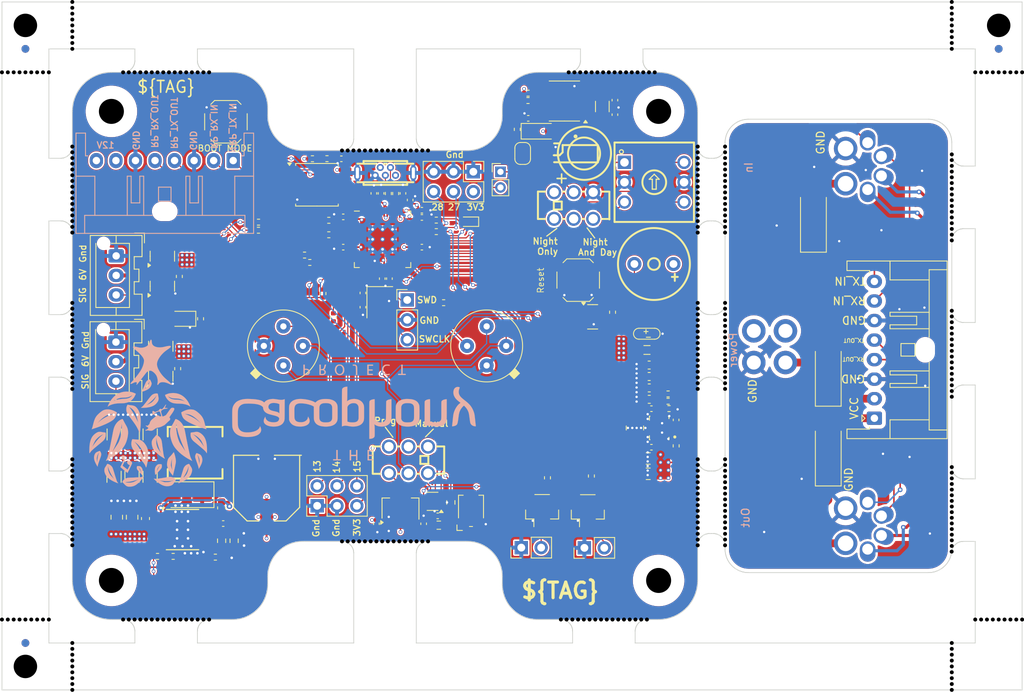
<source format=kicad_pcb>
(kicad_pcb (version 20240108) (generator "pcbnew") (generator_version "8.0")
  (layers (0 "F.Cu" signal) (1 "In1.Cu" signal) (2 "In2.Cu" signal) (31 "B.Cu" signal) (34 "B.Paste" user) (35 "F.Paste" user) (36 "B.SilkS" user "B.Silkscreen") (37 "F.SilkS" user "F.Silkscreen") (38 "B.Mask" user) (39 "F.Mask" user) (44 "Edge.Cuts" user))
  (net 0 "")
  (net 1 "Board_0-+12V")
  (net 2 "Board_0-+1V1")
  (net 3 "Board_0-+3V3")
  (net 4 "Board_0-+3V3_Lin")
  (net 5 "Board_0-+6V")
  (net 6 "Board_0-/6V_EN_PHY")
  (net 7 "Board_0-/GPIO13")
  (net 8 "Board_0-/GPIO14")
  (net 9 "Board_0-/GPIO15")
  (net 10 "Board_0-/GPIO27_ADC1")
  (net 11 "Board_0-/GPIO28_ADC2")
  (net 12 "Board_0-/PIR_SENS_POT_FB")
  (net 13 "Board_0-/QSPI_SCLK")
  (net 14 "Board_0-/QSPI_SD0")
  (net 15 "Board_0-/QSPI_SD1")
  (net 16 "Board_0-/QSPI_SD2")
  (net 17 "Board_0-/QSPI_SD3")
  (net 18 "Board_0-/QSPI_SS")
  (net 19 "Board_0-/RP2040_TX_IN_PHY")
  (net 20 "Board_0-/RP2040_TX_OUT_PHY")
  (net 21 "Board_0-/RTC_BAT")
  (net 22 "Board_0-/RTC_BAT_SENSE_PHY")
  (net 23 "Board_0-/RTC_V_{DD}")
  (net 24 "Board_0-/RUN")
  (net 25 "Board_0-/SERVO_1_EN_PHY")
  (net 26 "Board_0-/SERVO_1_PHY")
  (net 27 "Board_0-/SERVO_2_PHY")
  (net 28 "Board_0-/SWCLK")
  (net 29 "Board_0-/SWD")
  (net 30 "Board_0-/USB_BOOT")
  (net 31 "Board_0-/USB_D+")
  (net 32 "Board_0-/USB_D-")
  (net 33 "Board_0-/USB_PHY_D+")
  (net 34 "Board_0-/USB_PHY_D-")
  (net 35 "Board_0-/input-output/PIR_1_PHY")
  (net 36 "Board_0-/input-output/PIR_2_PHY")
  (net 37 "Board_0-/input-output/PIR_SENS_POT_MANUAL")
  (net 38 "Board_0-/input-output/PIR_SENS_POT_PROG")
  (net 39 "Board_0-/power/3V3_L1")
  (net 40 "Board_0-/power/3V3_L2")
  (net 41 "Board_0-/power/3V3_PHY")
  (net 42 "Board_0-/power/SW_6V")
  (net 43 "Board_0-6V_EN")
  (net 44 "Board_0-BUZZER")
  (net 45 "Board_0-GND")
  (net 46 "Board_0-LED_1_PHY")
  (net 47 "Board_0-NIGHT_ONLY")
  (net 48 "Board_0-Net-(BT2-+)")
  (net 49 "Board_0-Net-(BZ1--)")
  (net 50 "Board_0-Net-(D13-A)")
  (net 51 "Board_0-Net-(M1-+Ve)")
  (net 52 "Board_0-Net-(M2-+Ve)")
  (net 53 "Board_0-Net-(Q1-D)")
  (net 54 "Board_0-Net-(Q3-G)")
  (net 55 "Board_0-Net-(Q5-G)")
  (net 56 "Board_0-Net-(R26-Pad2)")
  (net 57 "Board_0-Net-(U1001-EN)")
  (net 58 "Board_0-Net-(U1001-FB)")
  (net 59 "Board_0-Net-(U1001-PG)")
  (net 60 "Board_0-Net-(U1001-Vaux)")
  (net 61 "Board_0-Net-(U3-GPIO10)")
  (net 62 "Board_0-Net-(U3-GPIO11)")
  (net 63 "Board_0-Net-(U3-GPIO9)")
  (net 64 "Board_0-Net-(U3-XIN)")
  (net 65 "Board_0-Net-(U3-XOUT)")
  (net 66 "Board_0-Net-(U7-OSCI)")
  (net 67 "Board_0-Net-(U7-OSCO)")
  (net 68 "Board_0-Net-(U8-Boot)")
  (net 69 "Board_0-Net-(U8-FB)")
  (net 70 "Board_0-Net-(U8-RT{slash}SYNC)")
  (net 71 "Board_0-Net-(U8-SS)")
  (net 72 "Board_0-PIR_1")
  (net 73 "Board_0-PIR_2")
  (net 74 "Board_0-PIR_SENS_POT")
  (net 75 "Board_0-RP2040_RX_IN")
  (net 76 "Board_0-RP2040_RX_OUT")
  (net 77 "Board_0-RP2040_TX_IN")
  (net 78 "Board_0-RP2040_TX_OUT")
  (net 79 "Board_0-RTC_BAT_SENSE")
  (net 80 "Board_0-R_ENC_1")
  (net 81 "Board_0-R_ENC_2")
  (net 82 "Board_0-R_ENC_4")
  (net 83 "Board_0-R_ENC_8")
  (net 84 "Board_0-SCL")
  (net 85 "Board_0-SDA")
  (net 86 "Board_0-SERVO_1")
  (net 87 "Board_0-SERVO_1_EN")
  (net 88 "Board_0-SERVO_2")
  (net 89 "Board_0-SERVO_2_EN")
  (net 90 "Board_0-SWITCH_1")
  (net 91 "Board_0-SWITCH_2")
  (net 92 "Board_0-unconnected-(J1-ID-Pad4)")
  (net 93 "Board_0-unconnected-(J1-VBUS-Pad1)")
  (net 94 "Board_0-unconnected-(RV1-Pad1)")
  (net 95 "Board_0-unconnected-(SW4-A-Pad1)")
  (net 96 "Board_0-unconnected-(SW4-A-Pad4)")
  (net 97 "Board_0-unconnected-(SW4-B-Pad5)")
  (net 98 "Board_0-unconnected-(SW4-C-Pad6)")
  (net 99 "Board_0-unconnected-(SW5-A-Pad4)")
  (net 100 "Board_0-unconnected-(SW5-B-Pad5)")
  (net 101 "Board_0-unconnected-(SW5-C-Pad6)")
  (net 102 "Board_0-unconnected-(U1-H-Pad6)")
  (net 103 "Board_0-unconnected-(U7-CLKO-Pad7)")
  (net 104 "Board_0-~{RTC_INT}")
  (net 105 "Board_1-/+Batt")
  (net 106 "Board_1-/Ch_GND")
  (net 107 "Board_1-/VIN_BAT_PHY")
  (net 108 "Board_1-/VIN_RX_PHY")
  (net 109 "Board_1-/VOUT_PHY")
  (net 110 "Board_1-GND")
  (net 111 "Board_1-RP2040_RX_IN")
  (net 112 "Board_1-RP2040_RX_OUT")
  (net 113 "Board_1-RP2040_TX_IN")
  (net 114 "Board_1-RP2040_TX_OUT")
  (net 115 "Board_1-SPEAKER_+")
  (net 116 "Board_1-SPEAKER_-")
  (net 117 "Board_1-VCC")
  (footprint "Capacitor_SMD:C_0402_1005Metric" (layer "F.Cu") (at 111.55 86.72 180)
    (property "Reference" "Board_0-C30" (hide yes))
    (property "Value" "22nF")
  )
  (footprint "NPTH" (layer "F.Cu") (at 172.25 45.1002)
    (property "Reference" "KiKit_MB_8_10" (hide yes))
    (property "Value" "NPTH" (hide yes))
  )
  (footprint "NPTH" (layer "F.Cu") (at 134.817133 89)
    (property "Reference" "KiKit_MB_3_5" (hide yes))
    (property "Value" "NPTH" (hide yes))
  )
  (footprint "NPTH" (layer "F.Cu") (at 204.75 70.500999)
    (property "Reference" "KiKit_MB_17_16" (hide yes))
    (property "Value" "NPTH" (hide yes))
  )
  (footprint "Resistor_SMD:R_0402_1005Metric" (layer "F.Cu") (at 168.46 71.08)
    (property "Reference" "Board_0-R1001" (hide yes))
    (property "Value" "470k")
  )
  (footprint "NPTH" (layer "F.Cu") (at 92.25 82.8998)
    (property "Reference" "KiKit_MB_11_10" (hide yes))
    (property "Value" "NPTH" (hide yes))
  )
  (footprint "Resistor_SMD:R_0402_1005Metric" (layer "F.Cu") (at 168.58 72.02)
    (property "Reference" "Board_0-R1003" (hide yes))
    (property "Value" "150k")
  )
  (footprint "Resistor_SMD:R_0402_1005Metric" (layer "F.Cu") (at 138.81 47.91 180)
    (property "Reference" "Board_0-R21" (hide yes))
    (property "Value" "1k")
  )
  (footprint "Capacitor_SMD:C_0603_1608Metric" (layer "F.Cu") (at 166.04 66.45 180)
    (property "Reference" "Board_0-C1008" (hide yes))
    (property "Value" "22uF")
  )
  (footprint "cacophony-library:TPS63070" (layer "F.Cu") (at 167.32 74.495 180)
    (property "Reference" "Board_0-U1001" (hide yes))
    (property "Value" "TPS63070RNMR")
  )
  (footprint "Capacitor_SMD:C_1206_3216Metric" (layer "F.Cu") (at 97.61 75.325 90)
    (property "Reference" "Board_0-C25" (hide yes))
    (property "Value" "47uF")
  )
  (footprint "NPTH" (layer "F.Cu") (at 204.75 46.1002)
    (property "Reference" "KiKit_MB_13_10" (hide yes))
    (property "Value" "NPTH" (hide yes))
  )
  (footprint "NPTH" (layer "F.Cu") (at 175.75 84.366733)
    (property "Reference" "KiKit_MB_15_8" (hide yes))
    (property "Value" "NPTH" (hide yes))
  )
  (footprint "Capacitor_SMD:C_0402_1005Metric" (layer "F.Cu") (at 136.965 51.365)
    (property "Reference" "Board_0-C17" (hide yes))
    (property "Value" "100n")
  )
  (footprint "NPTH" (layer "F.Cu") (at 210.75 23)
    (property "Reference" "KiKit_TO_2" (hide yes))
    (property "Value" "NPTH" (hide yes))
  )
  (footprint "Capacitor_SMD:C_1206_3216Metric" (layer "F.Cu") (at 102.21 75.325 90)
    (property "Reference" "Board_0-C36" (hide yes))
    (property "Value" "47uF")
  )
  (footprint "NPTH" (layer "F.Cu") (at 92.25 45.1002)
    (property "Reference" "KiKit_MB_9_7" (hide yes))
    (property "Value" "NPTH" (hide yes))
  )
  (footprint "NPTH" (layer "F.Cu") (at 135.550599 89)
    (property "Reference" "KiKit_MB_3_4" (hide yes))
    (property "Value" "NPTH" (hide yes))
  )
  (footprint "cacophony-library:MICRO-USB-TH_MICRO-USB-A14" (layer "F.Cu") (at 132.295 41.675 180)
    (property "Reference" "Board_0-J1" (hide yes))
    (property "Value" "USB_B_Micro")
  )
  (footprint "Resistor_SMD:R_0402_1005Metric" (layer "F.Cu") (at 110.55 91.02)
    (property "Reference" "Board_0-R18" (hide yes))
    (property "Value" "10k")
  )
  (footprint "Resistor_SMD:R_0603_1608Metric" (layer "F.Cu") (at 111.35 88.92 90)
    (property "Reference" "Board_0-R26" (hide yes))
    (property "Value" "560")
  )
  (footprint "NPTH" (layer "F.Cu") (at 92.25 85.100199)
    (property "Reference" "KiKit_MB_11_7" (hide yes))
    (property "Value" "NPTH" (hide yes))
  )
  (footprint "NPTH" (layer "F.Cu") (at 92.25 23)
    (property "Reference" "KiKit_MB_19_5" (hide yes))
    (property "Value" "NPTH" (hide yes))
  )
  (footprint "Package_TO_SOT_SMD:SOT-23" (layer "F.Cu") (at 103.56 64.05 90)
    (property "Reference" "Board_0-Q5" (hide yes))
    (property "Value" "Q_PMOS_GSD")
  )
  (footprint "Capacitor_SMD:C_0402_1005Metric" (layer "F.Cu") (at 137.19 86.75 90)
    (property "Reference" "Board_0-C41" (hide yes))
    (property "Value" "1uF")
  )
  (footprint "LED_SMD:LED_0805_2012Metric" (layer "F.Cu") (at 106.36 60.53 180)
    (property "Reference" "Board_0-D13" (hide yes))
    (property "Value" "LED")
  )
  (footprint "NPTH" (layer "F.Cu") (at 204.75 67.567133)
    (property "Reference" "KiKit_MB_17_12" (hide yes))
    (property "Value" "NPTH" (hide yes))
  )
  (footprint "NPTH" (layer "F.Cu") (at 204.75 20)
    (property "Reference" "KiKit_MB_20_1" (hide yes))
    (property "Value" "NPTH" (hide yes))
  )
  (footprint "NPTH" (layer "F.Cu") (at 204.75 66.100199)
    (property "Reference" "KiKit_MB_17_10" (hide yes))
    (property "Value" "NPTH" (hide yes))
  )
  (footprint "NPTH" (layer "F.Cu") (at 208.5 29)
    (property "Reference" "KiKit_MB_25_2" (hide yes))
    (property "Value" "NPTH" (hide yes))
  )
  (footprint "NPTH" (layer "F.Cu") (at 100.215934 99)
    (property "Reference" "KiKit_MB_10_14" (hide yes))
    (property "Value" "NPTH" (hide yes))
  )
  (footprint "Capacitor_SMD:C_0805_2012Metric" (layer "F.Cu") (at 99.9 85.91 90)
    (property "Reference" "Board_0-C27" (hide yes))
    (property "Value" "22uF")
  )
  (footprint "NPTH" (layer "F.Cu") (at 172.25 88.767533)
    (property "Reference" "KiKit_MB_4_15" (hide yes))
    (property "Value" "NPTH" (hide yes))
  )
  (footprint "Resistor_SMD:R_0402_1005Metric" (layer "F.Cu") (at 161.36 59.69 -90)
    (property "Reference" "Board_0-R2" (hide yes))
    (property "Value" "100R")
  )
  (footprint "Capacitor_SMD:C_0402_1005Metric" (layer "F.Cu") (at 150.57 34.89 180)
    (property "Reference" "Board_0-C9" (hide yes))
    (property "Value" "1uF")
  )
  (footprint "NPTH" (layer "F.Cu") (at 101.682867 29)
    (property "Reference" "KiKit_MB_1_5" (hide yes))
    (property "Value" "NPTH" (hide yes))
  )
  (footprint "NPTH" (layer "F.Cu") (at 212.25 29)
    (property "Reference" "KiKit_MB_25_7" (hide yes))
    (property "Value" "NPTH" (hide yes))
  )
  (footprint "NPTH" (layer "F.Cu") (at 162.083666 99)
    (property "Reference" "KiKit_MB_6_6" (hide yes))
    (property "Value" "NPTH" (hide yes))
  )
  (footprint "NPTH" (layer "F.Cu") (at 160.1498 29)
    (property "Reference" "KiKit_MB_5_7" (hide yes))
    (property "Value" "NPTH" (hide yes))
  )
  (footprint "Capacitor_SMD:C_0402_1005Metric" (layer "F.Cu") (at 126.905 51.365 180)
    (property "Reference" "Board_0-C16" (hide yes))
    (property "Value" "100n")
  )
  (footprint "NPTH" (layer "F.Cu") (at 92.25 68.767533)
    (property "Reference" "KiKit_MB_12_2" (hide yes))
    (property "Value" "NPTH" (hide yes))
  )
  (footprint "NPTH" (layer "F.Cu") (at 92.25 106.5)
    (property "Reference" "KiKit_MB_21_7" (hide yes))
    (property "Value" "NPTH" (hide yes))
  )
  (footprint "NPTH" (layer "F.Cu") (at 92.25 79.232466)
    (property "Reference" "KiKit_MB_11_15" (hide yes))
    (property "Value" "NPTH" (hide yes))
  )
  (footprint "Capacitor_SMD:C_0805_2012Metric" (layer "F.Cu") (at 165.92 78.4 180)
    (property "Reference" "Board_0-C1002" (hide yes))
    (property "Value" "22uF")
  )
  (footprint "NPTH" (layer "F.Cu") (at 85.5 99)
    (property "Reference" "KiKit_MB_24_4" (hide yes))
    (property "Value" "NPTH" (hide yes))
  )
  (footprint "Capacitor_SMD:C_0603_1608Metric" (layer "F.Cu") (at 101.61 86.08 90)
    (property "Reference" "Board_0-C29" (hide yes))
    (property "Value" "470nF")
  )
  (footprint "NPTH" (layer "F.Cu") (at 213 99)
    (property "Reference" "KiKit_MB_26_8" (hide yes))
    (property "Value" "NPTH" (hide yes))
  )
  (footprint "NPTH" (layer "F.Cu") (at 172.25 40.699401)
    (property "Reference" "KiKit_MB_8_4" (hide yes))
    (property "Value" "NPTH" (hide yes))
  )
  (footprint "NPTH" (layer "F.Cu") (at 204.75 104.25)
    (property "Reference" "KiKit_MB_22_4" (hide yes))
    (property "Value" "NPTH" (hide yes))
  )
  (footprint "Resistor_SMD:R_0402_1005Metric" (layer "F.Cu") (at 124.31 57.3 -90)
    (property "Reference" "Board_0-R35" (hide yes))
    (property "Value" "1k")
  )
  (footprint "NPTH" (layer "F.Cu") (at 172.25 42.166334)
    (property "Reference" "KiKit_MB_8_6" (hide yes))
    (property "Value" "NPTH" (hide yes))
  )
  (footprint "Package_TO_SOT_SMD:SOT-89-3" (layer "F.Cu") (at 134.23 84.81 90)
    (property "Reference" "Board_0-U4" (hide yes))
    (property "Value" "HT75xx-1-SOT89")
  )
  (footprint "NPTH" (layer "F.Cu") (at 92.25 86.567133)
    (property "Reference" "KiKit_MB_11_5" (hide yes))
    (property "Value" "NPTH" (hide yes))
  )
  (footprint "NPTH" (layer "F.Cu") (at 92.25 83.633266)
    (property "Reference" "KiKit_MB_11_9" (hide yes))
    (property "Value" "NPTH" (hide yes))
  )
  (footprint "Resistor_SMD:R_0402_1005Metric" (layer "F.Cu") (at 122.965 40.055)
    (property "Reference" "Board_0-R10" (hide yes))
    (property "Value" "DNF")
  )
  (footprint "NPTH" (layer "F.Cu") (at 87.75 29)
    (property "Reference" "KiKit_MB_23_7" (hide yes))
    (property "Value" "NPTH" (hide yes))
  )
  (footprint "NPTH" (layer "F.Cu") (at 100.949401 29)
    (property "Reference" "KiKit_MB_1_4" (hide yes))
    (property "Value" "NPTH" (hide yes))
  )
  (footprint "NPTH" (layer "F.Cu") (at 175.75 78.499)
    (property "Reference" "KiKit_MB_15_16" (hide yes))
    (property "Value" "NPTH" (hide yes))
  )
  (footprint "NPTH" (layer "F.Cu") (at 175.75 44.366734)
    (property "Reference" "KiKit_MB_16_8" (hide yes))
    (property "Value" "NPTH" (hide yes))
  )
  (footprint "NPTH" (layer "F.Cu") (at 131.883267 89)
    (property "Reference" "KiKit_MB_3_9" (hide yes))
    (property "Value" "NPTH" (hide yes))
  )
  (footprint "cacophony-library:CAP-SMD_FL11E" (layer "F.Cu") (at 152.681522 39.36 180)
    (property "Reference" "Board_0-BT2" (hide yes))
    (property "Value" "Battery_Cell")
  )
  (footprint "Capacitor_SMD:C_1206_3216Metric" (layer "F.Cu") (at 97.59 80.74 -90)
    (property "Reference" "Board_0-C37" (hide yes))
    (property "Value" "47uF")
  )
  (footprint "NPTH" (layer "F.Cu") (at 92.25 44.366734)
    (property "Reference" "KiKit_MB_9_8" (hide yes))
    (property "Value" "NPTH" (hide yes))
  )
  (footprint "NPTH" (layer "F.Cu") (at 172.25 85.100199)
    (property "Reference" "KiKit_MB_4_10" (hide yes))
    (property "Value" "NPTH" (hide yes))
  )
  (footprint "Capacitor_SMD:C_0402_1005Metric" (layer "F.Cu") (at 130.825 44.485 90)
    (property "Reference" "Board_0-C13" (hide yes))
    (property "Value" "100n")
  )
  (footprint "NPTH" (layer "F.Cu") (at 105.3502 99)
    (property "Reference" "KiKit_MB_10_7" (hide yes))
    (property "Value" "NPTH" (hide yes))
  )
  (footprint "Capacitor_SMD:C_0603_1608Metric" (layer "F.Cu") (at 166.05 69.37 180)
    (property "Reference" "Board_0-C1006" (hide yes))
    (property "Value" "22uF")
  )
  (footprint "Resistor_SMD:R_0402_1005Metric" (layer "F.Cu") (at 150.54 32.61)
    (property "Reference" "Board_0-R11" (hide yes))
    (property "Value" "10k")
  )
  (footprint "Resistor_SMD:R_0402_1005Metric" (layer "F.Cu") (at 149.17 36.3 -90)
    (property "Reference" "Board_0-R23" (hide yes))
    (property "Value" "1k")
  )
  (footprint "NPTH" (layer "F.Cu") (at 204.75 61.699401)
    (property "Reference" "KiKit_MB_17_4" (hide yes))
    (property "Value" "NPTH" (hide yes))
  )
  (footprint "NPTH" (layer "F.Cu") (at 204.75 24.5)
    (property "Reference" "KiKit_MB_20_7" (hide yes))
    (property "Value" "NPTH" (hide yes))
  )
  (footprint "NPTH" (layer "F.Cu") (at 92.25 41.432867)
    (property "Reference" "KiKit_MB_9_12" (hide yes))
    (property "Value" "NPTH" (hide yes))
  )
  (footprint "Resistor_SMD:R_0402_1005Metric" (layer "F.Cu") (at 105.15 90.92)
    (property "Reference" "Board_0-R17" (hide yes))
    (property "Value" "47k")
  )
  (footprint "NPTH" (layer "F.Cu") (at 156.9494 99)
    (property "Reference" "KiKit_MB_6_13" (hide yes))
    (property "Value" "NPTH" (hide yes))
  )
  (footprint "Crystal:Crystal_SMD_3215-2Pin_3.2x1.5mm" (layer "F.Cu") (at 160.05 33.376522 90)
    (property "Reference" "Board_0-Y2" (hide yes))
    (property "Value" "Crystal")
  )
  (footprint "NPTH" (layer "F.Cu") (at 159.883266 99)
    (property "Reference" "KiKit_MB_6_9" (hide yes))
    (property "Value" "NPTH" (hide yes))
  )
  (footprint "NPTH" (layer "F.Cu") (at 108.284067 99)
    (property "Reference" "KiKit_MB_10_3" (hide yes))
    (property "Value" "NPTH" (hide yes))
  )
  (footprint "Capacitor_SMD:C_0402_1005Metric" (layer "F.Cu") (at 134.545 44.485 90)
    (property "Reference" "Board_0-C15" (hide yes))
    (property "Value" "1uF")
  )
  (footprint "cacophony-library:MountingHole_3.2mm_M3" (layer "F.Cu") (at 167.25 94)
    (property "Reference" "Board_0-H1" (hide yes))
    (property "Value" "MountingHole_Pad")
  )
  (footprint "NPTH" (layer "F.Cu") (at 172.25 48.767534)
    (property "Reference" "KiKit_MB_8_15" (hide yes))
    (property "Value" "NPTH" (hide yes))
  )
  (footprint "Resistor_SMD:R_0402_1005Metric" (layer "F.Cu") (at 105.73 66.91 -90)
    (property "Reference" "Board_0-R29" (hide yes))
    (property "Value" "10k")
  )
  (footprint "NPTH" (layer "F.Cu") (at 175.75 60.699401)
    (property "Reference" "KiKit_MB_18_13" (hide yes))
    (property "Value" "NPTH" (hide yes))
  )
  (footprint "NPTH" (layer "F.Cu") (at 213.75 29)
    (property "Reference" "KiKit_MB_25_9" (hide yes))
    (property "Value" "NPTH" (hide yes))
  )
  (footprint "Button_Switch_SMD:SW_SPST_SKQG_WithStem" (layer "F.Cu") (at 111.9 35.33)
    (property "Reference" "Board_0-SW2" (hide yes))
    (property "Value" "USB_BOOT")
  )
  (footprint "NPTH" (layer "F.Cu") (at 92.25 42.899801)
    (property "Reference" "KiKit_MB_9_10" (hide yes))
    (property "Value" "NPTH" (hide yes))
  )
  (footprint "Fiducial" (layer "F.Cu") (at 210.75 26)
    (property "Reference" "KiKit_FID_T_2" (hide yes))
    (property "Value" "Fiducial" (hide yes))
  )
  (footprint "NPTH" (layer "F.Cu") (at 92.25 80.6994)
    (property "Reference" "KiKit_MB_11_13" (hide yes))
    (property "Value" "NPTH" (hide yes))
  )
  (footprint "NPTH" (layer "F.Cu") (at 109.017534 99)
    (property "Reference" "KiKit_MB_10_2" (hide yes))
    (property "Value" "NPTH" (hide yes))
  )
  (footprint "Resistor_SMD:R_0603_1608Metric" (layer "F.Cu") (at 112.95 88.92 -90)
    (property "Reference" "Board_0-R27" (hide yes))
    (property "Value" "680")
  )
  (footprint "NPTH" (layer "F.Cu") (at 92.25 61.432867)
    (property "Reference" "KiKit_MB_12_12" (hide yes))
    (property "Value" "NPTH" (hide yes))
  )
  (footprint "NPTH" (layer "F.Cu") (at 107.5506 29)
    (property "Reference" "KiKit_MB_1_13" (hide yes))
    (property "Value" "NPTH" (hide yes))
  )
  (footprint "NPTH" (layer "F.Cu") (at 134.817133 39)
    (property "Reference" "KiKit_MB_2_12" (hide yes))
    (property "Value" "NPTH" (hide yes))
  )
  (footprint "NPTH" (layer "F.Cu") (at 164.550599 29)
    (property "Reference" "KiKit_MB_5_13" (hide yes))
    (property "Value" "NPTH" (hide yes))
  )
  (footprint "NPTH" (layer "F.Cu") (at 204.75 23)
    (property "Reference" "KiKit_MB_20_5" (hide yes))
    (property "Value" "NPTH" (hide yes))
  )
  (footprint "NPTH" (layer "F.Cu") (at 210.75 99)
    (property "Reference" "KiKit_MB_26_5" (hide yes))
    (property "Value" "NPTH" (hide yes))
  )
  (footprint "NPTH" (layer "F.Cu") (at 204.75 21.5)
    (property "Reference" "KiKit_MB_20_3" (hide yes))
    (property "Value" "NPTH" (hide yes))
  )
  (footprint "NPTH" (layer "F.Cu") (at 175.75 46.567134)
    (property "Reference" "KiKit_MB_16_5" (hide yes))
    (property "Value" "NPTH" (hide yes))
  )
  (footprint "Diode_SMD:D_SMA" (layer "F.Cu") (at 106.8575 83.03 180)
    (property "Reference" "Board_0-D17" (hide yes))
    (property "Value" "D_Shockley")
  )
  (footprint "NPTH" (layer "F.Cu") (at 204.75 42.432867)
    (property "Reference" "KiKit_MB_13_5" (hide yes))
    (property "Value" "NPTH" (hide yes))
  )
  (footprint "NPTH" (layer "F.Cu") (at 172.25 89.500999)
    (property "Reference" "KiKit_MB_4_16" (hide yes))
    (property "Value" "NPTH" (hide yes))
  )
  (footprint "NPTH" (layer "F.Cu") (at 211.5 99)
    (property "Reference" "KiKit_MB_26_6" (hide yes))
    (property "Value" "NPTH" (hide yes))
  )
  (footprint "NPTH" (layer "F.Cu") (at 158.682866 29)
    (property "Reference" "KiKit_MB_5_5" (hide yes))
    (property "Value" "NPTH" (hide yes))
  )
  (footprint "NPTH" (layer "F.Cu") (at 175.75 67.300599)
    (property "Reference" "KiKit_MB_18_4" (hide yes))
    (property "Value" "NPTH" (hide yes))
  )
  (footprint "NPTH" (layer "F.Cu") (at 172.25 46.567134)
    (property "Reference" "KiKit_MB_8_12" (hide yes))
    (property "Value" "NPTH" (hide yes))
  )
  (footprint "NPTH" (layer "F.Cu") (at 204.75 65.366733)
    (property "Reference" "KiKit_MB_17_9" (hide yes))
    (property "Value" "NPTH" (hide yes))
  )
  (footprint "NPTH" (layer "F.Cu") (at 172.25 59.232467)
    (property "Reference" "KiKit_MB_7_2" (hide yes))
    (property "Value" "NPTH" (hide yes))
  )
  (footprint "NPTH" (layer "F.Cu") (at 92.25 48.034067)
    (property "Reference" "KiKit_MB_9_3" (hide yes))
    (property "Value" "NPTH" (hide yes))
  )
  (footprint "NPTH" (layer "F.Cu") (at 204.75 48.3006)
    (property "Reference" "KiKit_MB_13_13" (hide yes))
    (property "Value" "NPTH" (hide yes))
  )
  (footprint "Resistor_SMD:R_0402_1005Metric" (layer "F.Cu") (at 124.825 40.045)
    (property "Reference" "Board_0-R9" (hide yes))
    (property "Value" "1k")
  )
  (footprint "NPTH" (layer "F.Cu") (at 175.75 42.166334)
    (property "Reference" "KiKit_MB_16_11" (hide yes))
    (property "Value" "NPTH" (hide yes))
  )
  (footprint "NPTH" (layer "F.Cu") (at 86.25 105)
    (property "Reference" "KiKit_TO_3" (hide yes))
    (property "Value" "NPTH" (hide yes))
  )
  (footprint "NPTH" (layer "F.Cu") (at 92.25 78.499)
    (property "Reference" "KiKit_MB_11_16" (hide yes))
    (property "Value" "NPTH" (hide yes))
  )
  (footprint "Fiducial" (layer "F.Cu") (at 86.25 102)
    (property "Reference" "KiKit_FID_T_3" (hide yes))
    (property "Value" "Fiducial" (hide yes))
  )
  (footprint "NPTH" (layer "F.Cu") (at 92.25 102)
    (property "Reference" "KiKit_MB_21_1" (hide yes))
    (property "Value" "NPTH" (hide yes))
  )
  (footprint "Crystal:Crystal_SMD_3225-4Pin_3.2x2.5mm" (layer "F.Cu") (at 131.585 58.415 -90)
    (property "Reference" "Board_0-Y1" (hide yes))
    (property "Value" "Crystal_GND24")
  )
  (footprint "cacophony-library:JST_SH_BM02B-SRSS-TB_1x02-1MP_P1.00mm_Vertical" (layer "F.Cu") (at 158.19 85.04)
    (property "Reference" "Board_0-J2" (hide yes))
    (property "Value" "Switch_2")
  )
  (footprint "Capacitor_SMD:C_0402_1005Metric" (layer "F.Cu") (at 126.665 40.065 180)
    (property "Reference" "Board_0-C23" (hide yes))
    (property "Value" "100n")
  )
  (footprint "NPTH" (layer "F.Cu") (at 103.883267 29)
    (property "Reference" "KiKit_MB_1_8" (hide yes))
    (property "Value" "NPTH" (hide yes))
  )
  (footprint "NPTH" (layer "F.Cu") (at 204.75 43.166334)
    (property "Reference" "KiKit_MB_13_6" (hide yes))
    (property "Value" "NPTH" (hide yes))
  )
  (footprint "NPTH" (layer "F.Cu") (at 175.75 86.567133)
    (property "Reference" "KiKit_MB_15_5" (hide yes))
    (property "Value" "NPTH" (hide yes))
  )
  (footprint "NPTH" (layer "F.Cu") (at 155.482466 99)
    (property "Reference" "KiKit_MB_6_15" (hide yes))
    (property "Value" "NPTH" (hide yes))
  )
  (footprint "NPTH" (layer "F.Cu") (at 128.215934 39)
    (property "Reference" "KiKit_MB_2_3" (hide yes))
    (property "Value" "NPTH" (hide yes))
  )
  (footprint "NPTH" (layer "F.Cu") (at 92.25 59.965934)
    (property "Reference" "KiKit_MB_12_14" (hide yes))
    (property "Value" "NPTH" (hide yes))
  )
  (footprint "NPTH" (layer "F.Cu") (at 103.149801 99)
    (property "Reference" "KiKit_MB_10_10" (hide yes))
    (property "Value" "NPTH" (hide yes))
  )
  (footprint "NPTH" (layer "F.Cu") (at 102.416334 29)
    (property "Reference" "KiKit_MB_1_6" (hide yes))
    (property "Value" "NPTH" (hide yes))
  )
  (footprint "NPTH" (layer "F.Cu") (at 106.083667 29)
    (property "Reference" "KiKit_MB_1_11" (hide yes))
    (property "Value" "NPTH" (hide yes))
  )
  (footprint "NPTH" (layer "F.Cu") (at 172.25 86.567133)
    (property "Reference" "KiKit_MB_4_12" (hide yes))
    (property "Value" "NPTH" (hide yes))
  )
  (footprint "NPTH" (layer "F.Cu") (at 204.75 20.75)
    (property "Reference" "KiKit_MB_20_2" (hide yes))
    (property "Value" "NPTH" (hide yes))
  )
  (footprint "NPTH" (layer "F.Cu") (at 126.749001 89)
    (property "Reference" "KiKit_MB_3_16" (hide yes))
    (property "Value" "NPTH" (hide yes))
  )
  (footprint "NPTH" (layer "F.Cu") (at 155.749 29)
    (property "Reference" "KiKit_MB_5_1" (hide yes))
    (property "Value" "NPTH" (hide yes))
  )
  (footprint "NPTH" (layer "F.Cu") (at 204.75 62.432867)
    (property "Reference" "KiKit_MB_17_5" (hide yes))
    (property "Value" "NPTH" (hide yes))
  )
  (footprint "NPTH" (layer "F.Cu") (at 175.75 65.833666)
    (property "Reference" "KiKit_MB_18_6" (hide yes))
    (property "Value" "NPTH" (hide yes))
  )
  (footprint "NPTH" (layer "F.Cu") (at 211.5 29)
    (property "Reference" "KiKit_MB_25_6" (hide yes))
    (property "Value" "NPTH" (hide yes))
  )
  (footprint "NPTH" (layer "F.Cu") (at 89.25 99)
    (property "Reference" "KiKit_MB_24_9" (hide yes))
    (property "Value" "NPTH" (hide yes))
  )
  (footprint "NPTH" (layer "F.Cu") (at 137.017533 89)
    (property "Reference" "KiKit_MB_3_2" (hide yes))
    (property "Value" "NPTH" (hide yes))
  )
  (footprint "Capacitor_SMD:C_0402_1005Metric" (layer "F.Cu") (at 136.965 46.645)
    (property "Reference" "Board_0-C22" (hide yes))
    (property "Value" "100n")
  )
  (footprint "Button_Switch_SMD:SW_SPST_SKQG_WithStem" (layer "F.Cu") (at 156.96 55.58 180)
    (property "Reference" "Board_0-SW1" (hide yes))
    (property "Value" "RESET")
  )
  (footprint "Capacitor_SMD:C_0402_1005Metric" (layer "F.Cu") (at 131.895 55.395 -90)
    (property "Reference" "Board_0-C20" (hide yes))
    (property "Value" "100n")
  )
  (footprint "NPTH" (layer "F.Cu") (at 172.25 39.965934)
    (property "Reference" "KiKit_MB_8_3" (hide yes))
    (property "Value" "NPTH" (hide yes))
  )
  (footprint "NPTH" (layer "F.Cu") (at 130.416334 39)
    (property "Reference" "KiKit_MB_2_6" (hide yes))
    (property "Value" "NPTH" (hide yes))
  )
  (footprint "NPTH" (layer "F.Cu") (at 130.416334 89)
    (property "Reference" "KiKit_MB_3_11" (hide yes))
    (property "Value" "NPTH" (hide yes))
  )
  (footprint "NPTH" (layer "F.Cu") (at 103.149801 29)
    (property "Reference" "KiKit_MB_1_7" (hide yes))
    (property "Value" "NPTH" (hide yes))
  )
  (footprint "NPTH" (layer "F.Cu") (at 88.5 99)
    (property "Reference" "KiKit_MB_24_8" (hide yes))
    (property "Value" "NPTH" (hide yes))
  )
  (footprint "cacophony-library:jcon-2+4pin-m16" (layer "F.Cu") (at 192.75 41 -90)
    (property "Reference" "Board_1-J5" (hide yes))
    (property "Value" "JCON_M16_2+4Pin")
  )
  (footprint "NPTH" (layer "F.Cu") (at 92.25 42.166334)
    (property "Reference" "KiKit_MB_9_11" (hide yes))
    (property "Value" "NPTH" (hide yes))
  )
  (footprint "Package_SO:SOIC-8_5.23x5.23mm_P1.27mm" (layer "F.Cu") (at 123.545 43.385)
    (property "Reference" "Board_0-U9" (hide yes))
    (property "Value" "W25Q128JVS")
  )
  (footprint "NPTH" (layer "F.Cu") (at 172.25 44.366734)
    (property "Reference" "KiKit_MB_8_9" (hide yes))
    (property "Value" "NPTH" (hide yes))
  )
  (footprint "Connector_PinHeader_2.54mm:PinHeader_1x03_P2.54mm_Vertical" (layer "F.Cu") (at 135.09 58.12)
    (property "Reference" "Board_0-J6" (hide yes))
    (property "Value" "SWD")
  )
  (footprint "Connector_PinHeader_2.54mm:PinHeader_1x02_P2.54mm_Vertical" (layer "F.Cu") (at 149.685 89.8 90)
    (property "Reference" "Board_0-J4" (hide yes))
    (property "Value" "Switch_1")
  )
  (footprint "NPTH" (layer "F.Cu") (at 204.75 83.82421)
    (property "Reference" "KiKit_MB_14_7" (hide yes))
    (property "Value" "NPTH" (hide yes))
  )
  (footprint "Resistor_SMD:R_0603_1608Metric" (layer "F.Cu") (at 139.13 86.93 180)
    (property "Reference" "Board_0-R32" (hide yes))
    (property "Value" "27k")
  )
  (footprint "NPTH" (layer "F.Cu") (at 204.75 108)
    (property "Reference" "KiKit_MB_22_9" (hide yes))
    (property "Value" "NPTH" (hide yes))
  )
  (footprint "NPTH" (layer "F.Cu") (at 163.817133 29)
    (property "Reference" "KiKit_MB_5_12" (hide yes))
    (property "Value" "NPTH" (hide yes))
  )
  (footprint "Connector_JST:JST_XA_S08B-XASK-1_1x08_P2.50mm_Horizontal" (layer "F.Cu") (at 194.85 73.25 90)
    (property "Reference" "Board_1-J4" (hide yes))
    (property "Value" "Conn_01x08")
  )
  (footprint "NPTH" (layer "F.Cu") (at 175.75 61.432867)
    (property "Reference" "KiKit_MB_18_12" (hide yes))
    (property "Value" "NPTH" (hide yes))
  )
  (footprint "cacophony-library:MountingHole_3.2mm_M3" (layer "F.Cu") (at 167.25 34)
    (property "Reference" "Board_0-H3" (hide yes))
    (property "Value" "MountingHole_Pad")
  )
  (footprint "NPTH" (layer "F.Cu") (at 175.75 85.833666)
    (property "Reference" "KiKit_MB_15_6" (hide yes))
    (property "Value" "NPTH" (hide yes))
  )
  (footprint "NPTH" (layer "F.Cu") (at 86.25 99)
    (property "Reference" "KiKit_MB_24_5" (hide yes))
    (property "Value" "NPTH" (hide yes))
  )
  (footprint "NPTH" (layer "F.Cu") (at 204.75 102.75)
    (property "Reference" "KiKit_MB_22_2" (hide yes))
    (property "Value" "NPTH" (hide yes))
  )
  (footprint "NPTH" (layer "F.Cu") (at 204.75 63.899801)
    (property "Reference" "KiKit_MB_17_7" (hide yes))
    (property "Value" "NPTH" (hide yes))
  )
  (footprint "NPTH" (layer "F.Cu") (at 172.25 39.232467)
    (property "Reference" "KiKit_MB_8_2" (hide yes))
    (property "Value" "NPTH" (hide yes))
  )
  (footprint "NPTH" (layer "F.Cu") (at 172.25 83.633266)
    (property "Reference" "KiKit_MB_4_8" (hide yes))
    (property "Value" "NPTH" (hide yes))
  )
  (footprint "NPTH" (layer "F.Cu") (at 210 99)
    (property "Reference" "KiKit_MB_26_4" (hide yes))
    (property "Value" "NPTH" (hide yes))
  )
  (footprint "NPTH" (layer "F.Cu") (at 128.949401 89)
    (property "Reference" "KiKit_MB_3_13" (hide yes))
    (property "Value" "NPTH" (hide yes))
  )
  (footprint "Capacitor_SMD:C_0402_1005Metric" (layer "F.Cu") (at 169.485 73.465 90)
    (property "Reference" "Board_0-C1009" (hide yes))
    (property "Value" "100nF")
  )
  (footprint "NPTH" (layer "F.Cu") (at 172.25 65.100199)
    (property "Reference" "KiKit_MB_7_10" (hide yes))
    (property "Value" "NPTH" (hide yes))
  )
  (footprint "Capacitor_SMD:C_1206_3216Metric" (layer "F.Cu") (at 99.89 80.74 -90)
    (property "Reference" "Board_0-C34" (hide yes))
    (property "Value" "47uF")
  )
  (footprint "Package_SO:SOIC-8_3.9x4.9mm_P1.27mm" (layer "F.Cu") (at 155.2 32.675 180)
    (property "Reference" "Board_0-U7" (hide yes))
    (property "Value" "PCF8563T")
  )
  (footprint "Resistor_SMD:R_0402_1005Metric" (layer "F.Cu") (at 125.65 60.34 -90)
    (property "Reference" "Board_0-R7" (hide yes))
    (property "Value" "1k")
  )
  (footprint "NPTH" (layer "F.Cu") (at 175.75 47.3006)
    (property "Reference" "KiKit_MB_16_4" (hide yes))
    (property "Value" "NPTH" (hide yes))
  )
  (footprint "cacophony-library:BUZ-TH_BD9.0-P5.00-D0.6-FD" (layer "F.Cu") (at 166.65 53.52 180)
    (property "Reference" "Board_0-BZ1" (hide yes))
    (property "Value" "Buzzer")
  )
  (footprint "NPTH" (layer "F.Cu") (at 156.215933 99)
    (property "Reference" "KiKit_MB_6_14" (hide yes))
    (property "Value" "NPTH" (hide yes))
  )
  (footprint "NPTH" (layer "F.Cu") (at 92.25 20.75)
    (property "Reference" "KiKit_MB_19_2" (hide yes))
    (property "Value" "NPTH" (hide yes))
  )
  (footprint "Diode_SMD:D_SMA_Handsoldering" (layer "F.Cu") (at 188.95 67.2 90)
    (property "Reference" "Board_1-D1" (hide yes))
    (property "Value" "D_Shockley")
  )
  (footprint "NPTH" (layer "F.Cu") (at 204.75 107.25)
    (property "Reference" "KiKit_MB_22_8" (hide yes))
    (property "Value" "NPTH" (hide yes))
  )
  (footprint "NPTH" (layer "F.Cu") (at 204.75 59.499001)
    (property "Reference" "KiKit_MB_17_1" (hide yes))
    (property "Value" "NPTH" (hide yes))
  )
  (footprint "NPTH" (layer "F.Cu") (at 204.75 43.899801)
    (property "Reference" "KiKit_MB_13_7" (hide yes))
    (property "Value" "NPTH" (hide yes))
  )
  (footprint "NPTH" (layer "F.Cu") (at 165.017533 99)
    (property "Reference" "KiKit_MB_6_2" (hide yes))
    (property "Value" "NPTH" (hide yes))
  )
  (footprint "Capacitor_SMD:C_0402_1005Metric" (layer "F.Cu") (at 161.66 32.56 -90)
    (property "Reference" "Board_0-C38" (hide yes))
    (property "Value" "22pF")
  )
  (footprint "NPTH" (layer "F.Cu") (at 175.75 88.767533)
    (property "Reference" "KiKit_MB_15_2" (hide yes))
    (property "Value" "NPTH" (hide yes))
  )
  (footprint "NPTH" (layer "F.Cu") (at 92.25 49.501)
    (property "Reference" "KiKit_MB_9_1" (hide yes))
    (property "Value" "NPTH" (hide yes))
  )
  (footprint "NPTH" (layer "F.Cu") (at 100.215934 29)
    (property "Reference" "KiKit_MB_1_3" (hide yes))
    (property "Value" "NPTH" (hide yes))
  )
  (footprint "NPTH" (layer "F.Cu") (at 84.75 29)
    (property "Reference" "KiKit_MB_23_3" (hide yes))
    (property "Value" "NPTH" (hide yes))
  )
  (footprint "NPTH" (layer "F.Cu") (at 175.75 66.567133)
    (property "Reference" "KiKit_MB_18_5" (hide yes))
    (property "Value" "NPTH" (hide yes))
  )
  (footprint "NPTH" (layer "F.Cu") (at 135.550599 39)
    (property "Reference" "KiKit_MB_2_13" (hide yes))
    (property "Value" "NPTH" (hide yes))
  )
  (footprint "NPTH" (layer "F.Cu") (at 172.25 47.3006)
    (property "Reference" "KiKit_MB_8_13" (hide yes))
    (property "Value" "NPTH" (hide yes))
  )
  (footprint "NPTH" (layer "F.Cu") (at 106.817134 29)
    (property "Reference" "KiKit_MB_1_12" (hide yes))
    (property "Value" "NPTH" (hide yes))
  )
  (footprint "NPTH" (layer "F.Cu") (at 172.25 49.501)
    (property "Reference" "KiKit_MB_8_16" (hide yes))
    (property "Value" "NPTH" (hide yes))
  )
  (footprint "cacophony-library:SW-TH_K3-2235D-F1" (layer "F.Cu") (at 156.38 46.04)
    (property "Reference" "Board_0-SW4" (hide yes))
    (property "Value" "SW_Push_DPDT")
  )
  (footprint "NPTH" (layer "F.Cu") (at 162.350199 29)
    (property "Reference" "KiKit_MB_5_10" (hide yes))
    (property "Value" "NPTH" (hide yes))
  )
  (footprint "NPTH" (layer "F.Cu") (at 99.482467 99)
    (property "Reference" "KiKit_MB_10_15" (hide yes))
    (property "Value" "NPTH" (hide yes))
  )
  (footprint "NPTH" (layer "F.Cu") (at 175.75 68.767533)
    (property "Reference" "KiKit_MB_18_2" (hide yes))
    (property "Value" "NPTH" (hide yes))
  )
  (footprint "NPTH" (layer "F.Cu") (at 92.25 47.3006)
    (property "Reference" "KiKit_MB_9_4" (hide yes))
    (property "Value" "NPTH" (hide yes))
  )
  (footprint "Capacitor_SMD:C_0603_1608Metric" (layer "F.Cu") (at 166.05 70.83 180)
    (property "Reference" "Board_0-C1005" (hide yes))
    (property "Value" "22uF")
  )
  (footprint "NPTH" (layer "F.Cu") (at 172.25 88.034066)
    (property "Reference" "KiKit_MB_4_14" (hide yes))
    (property "Value" "NPTH" (hide yes))
  )
  (footprint "cacophony-library:SW-TH_6P-L10.0-W10.0-P2.54-LS7.6_TSR-10" (layer "F.Cu") (at 166.69 43.06)
    (property "Reference" "Board_0-SW3" (hide yes))
    (property "Value" "SW_Coded_SH-7010")
  )
  (footprint "NPTH" (layer "F.Cu") (at 160.616733 99)
    (property "Reference" "KiKit_MB_6_8" (hide yes))
    (property "Value" "NPTH" (hide yes))
  )
  (footprint "NPTH" (layer "F.Cu") (at 157.9494 29)
    (property "Reference" "KiKit_MB_5_4" (hide yes))
    (property "Value" "NPTH" (hide yes))
  )
  (footprint "Capacitor_SMD:C_0402_1005Metric" (layer "F.Cu") (at 166.33 72.03 180)
    (property "Reference" "Board_0-C1004" (hide yes))
    (property "Value" "10uF")
  )
  (footprint "Connector_PinHeader_2.54mm:PinHeader_2x03_P2.54mm_Vertical" (layer "F.Cu") (at 143.55 41.72 -90)
    (property "Reference" "Board_0-J8" (hide yes))
    (property "Value" "Conn_02x03_Odd_Even")
  )
  (footprint "Capacitor_SMD:C_1206_3216Metric" (layer "F.Cu") (at 102.2 80.74 -90)
    (property "Reference" "Board_0-C33" (hide yes))
    (property "Value" "47uF")
  )
  (footprint "NPTH" (layer "F.Cu") (at 204.75 69.034066)
    (property "Reference" "KiKit_MB_17_14" (hide yes))
    (property "Value" "NPTH" (hide yes))
  )
  (footprint "NPTH" (layer "F.Cu") (at 166.017533 29)
    (property "Reference" "KiKit_MB_5_15" (hide yes))
    (property "Value" "NPTH" (hide yes))
  )
  (footprint "NPTH" (layer "F.Cu") (at 175.75 45.833667)
    (property "Reference" "KiKit_MB_16_6" (hide yes))
    (property "Value" "NPTH" (hide yes))
  )
  (footprint "NPTH" (layer "F.Cu") (at 210 29)
    (property "Reference" "KiKit_MB_25_4" (hide yes))
    (property "Value" "NPTH" (hide yes))
  )
  (footprint "NPTH" (layer "F.Cu") (at 212.25 99)
    (property "Reference" "KiKit_MB_26_7" (hide yes))
    (property "Value" "NPTH" (hide yes))
  )
  (footprint "NPTH" (layer "F.Cu") (at 165.750999 99)
    (property "Reference" "KiKit_MB_6_1" (hide yes))
    (property "Value" "NPTH" (hide yes))
  )
  (footprint "NPTH" (layer "F.Cu") (at 175.75 88.034066)
    (property "Reference" "KiKit_MB_15_3" (hide yes))
    (property "Value" "NPTH" (hide yes))
  )
  (footprint "NPTH" (layer "F.Cu") (at 175.75 80.6994)
    (property "Reference" "KiKit_MB_15_13" (hide yes))
    (property "Value" "NPTH" (hide yes))
  )
  (footprint "NPTH" (layer "F.Cu") (at 92.25 88.034066)
    (property "Reference" "KiKit_MB_11_3" (hide yes))
    (property "Value" "NPTH" (hide yes))
  )
  (footprint "NPTH" (layer "F.Cu") (at 108.284067 29)
    (property "Reference" "KiKit_MB_1_14" (hide yes))
    (property "Value" "NPTH" (hide yes))
  )
  (footprint "Resistor_SMD:R_0402_1005Metric" (layer "F.Cu") (at 169.495 76.785 90)
    (property "Reference" "Board_0-R1002" (hide yes))
    (property "Value" "10k")
  )
  (footprint "NPTH" (layer "F.Cu") (at 209.25 29)
    (property "Reference" "KiKit_MB_25_3" (hide yes))
    (property "Value" "NPTH" (hide yes))
  )
  (footprint "NPTH" (layer "F.Cu") (at 204.75 49.034067)
    (property "Reference" "KiKit_MB_13_14" (hide yes))
    (property "Value" "NPTH" (hide yes))
  )
  (footprint "NPTH" (layer "F.Cu") (at 126.749001 39)
    (property "Reference" "KiKit_MB_2_1" (hide yes))
    (property "Value" "NPTH" (hide yes))
  )
  (footprint "NPTH" (layer "F.Cu") (at 127.482467 39)
    (property "Reference" "KiKit_MB_2_2" (hide yes))
    (property "Value" "NPTH" (hide yes))
  )
  (footprint "Package_TO_SOT_SMD:SOT-23" (layer "F.Cu") (at 103.77 56.3625 90)
    (property "Reference" "Board_0-Q4" (hide yes))
    (property "Value" "2N7002")
  )
  (footprint "NPTH" (layer "F.Cu") (at 92.25 89.500999)
    (property "Reference" "KiKit_MB_11_1" (hide yes))
    (property "Value" "NPTH" (hide yes))
  )
  (footprint "NPTH" (layer "F.Cu") (at 87.75 99)
    (property "Reference" "KiKit_MB_24_7" (hide yes))
    (property "Value" "NPTH" (hide yes))
  )
  (footprint "NPTH" (layer "F.Cu") (at 204.75 89.591157)
    (property "Reference" "KiKit_MB_14_15" (hide yes))
    (property "Value" "NPTH" (hide yes))
  )
  (footprint "NPTH" (layer "F.Cu") (at 204.75 60.232467)
    (property "Reference" "KiKit_MB_17_2" (hide yes))
    (property "Value" "NPTH" (hide yes))
  )
  (footprint "NPTH" (layer "F.Cu") (at 87 29)
    (property "Reference" "KiKit_MB_23_6" (hide yes))
    (property "Value" "NPTH" (hide yes))
  )
  (footprint "NPTH" (layer "F.Cu") (at 92.25 65.833666)
    (property "Reference" "KiKit_MB_12_6" (hide yes))
    (property "Value" "NPTH" (hide yes))
  )
  (footprint "NPTH" (layer "F.Cu") (at 92.25 24.5)
    (property "Reference" "KiKit_MB_19_7" (hide yes))
    (property "Value" "NPTH" (hide yes))
  )
  (footprint "Resistor_SMD:R_0402_1005Metric" (layer "F.Cu") (at 138.81 49.38)
    (property "Reference" "Board_0-R28" (hide yes))
    (property "Value" "1k")
  )
  (footprint "NPTH" (layer "F.Cu") (at 175.75 43.633267)
    (property "Reference" "KiKit_MB_16_9" (hide yes))
    (property "Value" "NPTH" (hide yes))
  )
  (footprint "NPTH" (layer "F.Cu") (at 172.25 82.166333)
    (property "Reference" "KiKit_MB_4_6" (hide yes))
    (property "Value" "NPTH" (hide yes))
  )
  (footprint "NPTH" (layer "F.Cu") (at 175.75 42.899801)
    (property "Reference" "KiKit_MB_16_10" (hide yes))
    (property "Value" "NPTH" (hide yes))
  )
  (footprint "NPTH" (layer "F.Cu") (at 92.25 21.5)
    (property "Reference" "KiKit_MB_19_3" (hide yes))
    (property "Value" "NPTH" (hide yes))
  )
  (footprint "NPTH" (layer "F.Cu") (at 175.75 79.232466)
    (property "Reference" "KiKit_MB_15_15" (hide yes))
    (property "Value" "NPTH" (hide yes))
  )
  (footprint "NPTH" (layer "F.Cu") (at 158.416333 99)
    (property "Reference" "KiKit_MB_6_11" (hide yes))
    (property "Value" "NPTH" (hide yes))
  )
  (footprint "NPTH" (layer "F.Cu") (at 175.75 40.699401)
    (property "Reference" "KiKit_MB_16_13" (hide yes))
    (property "Value" "NPTH" (hide yes))
  )
  (footprint "NPTH" (layer "F.Cu") (at 172.25 81.432866)
    (property "Reference" "KiKit_MB_4_5" (hide yes))
    (property "Value" "NPTH" (hide yes))
  )
  (footprint "NPTH" (layer "F.Cu") (at 92.25 22.25)
    (property "Reference" "KiKit_MB_19_4" (hide yes))
    (property "Value" "NPTH" (hide yes))
  )
  (footprint "Package_SO:TI_SO-PowerPAD-8" (layer "F.Cu") (at 106.3475 87.495)
    (property "Reference" "Board_0-U8" (hide yes))
    (property "Value" "LMR14050S")
  )
  (footprint "NPTH" (layer "F.Cu") (at 163.550599 99)
    (property "Reference" "KiKit_MB_6_4" (hide yes))
    (property "Value" "NPTH" (hide yes))
  )
  (footprint "NPTH" (layer "F.Cu") (at 204.75 66.833666)
    (property "Reference" "KiKit_MB_17_11" (hide yes))
    (property "Value" "NPTH" (hide yes))
  )
  (footprint "Resistor_SMD:R_0402_1005Metric" (layer "F.Cu") (at 121.96 52.38 180)
    (property "Reference" "Board_0-R20" (hide yes))
    (property "Value" "1k")
  )
  (footprint "NPTH" (layer "F.Cu") (at 105.3502 29)
    (property "Reference" "KiKit_MB_1_10" (hide yes))
    (property "Value" "NPTH" (hide yes))
  )
  (footprint "NPTH" (layer "F.Cu") (at 204.75 60.965934)
    (property "Reference" "KiKit_MB_17_3" (hide yes))
    (property "Value" "NPTH" (hide yes))
  )
  (footprint "NPTH" (layer "F.Cu") (at 157.215933 29)
    (property "Reference" "KiKit_MB_5_3" (hide yes))
    (property "Value" "NPTH" (hide yes))
  )
  (footprint "NPTH" (layer "F.Cu") (at 175.75 79.965933)
    (property "Reference" "KiKit_MB_15_14" (hide yes))
    (property "Value" "NPTH" (hide yes))
  )
  (footprint "NPTH" (layer "F.Cu") (at 92.25 39.232467)
    (property "Reference" "KiKit_MB_9_15" (hide yes))
    (property "Value" "NPTH" (hide yes))
  )
  (footprint "Capacitor_SMD:C_0603_1608Metric" (layer "F.Cu") (at 166.04 67.91 180)
    (property "Reference" "Board_0-C1007" (hide yes))
    (property "Value" "22uF")
  )
  (footprint "NPTH" (layer "F.Cu") (at 175.75 38.499001)
    (property "Reference" "KiKit_MB_16_16" (hide yes))
    (property "Value" "NPTH" (hide yes))
  )
  (footprint "Capacitor_SMD:C_0402_1005Metric" (layer "F.Cu") (at 131.745 44.485 90)
    (property "Reference" "Board_0-C21" (hide yes))
    (property "Value" "100n")
  )
  (footprint "Diode_SMD:D_SMA_Handsoldering" (layer "F.Cu") (at 187.05 47.5 90)
    (property "Reference" "Board_1-D3" (hide yes))
    (property "Value" "D_Shockley")
  )
  (footprint "Package_TO_SOT_SMD:SOT-23" (layer "F.Cu") (at 103.56 67.89 90)
    (property "Reference" "Board_0-Q6" (hide yes))
    (property "Value" "2N7002")
  )
  (footprint "NPTH" (layer "F.Cu") (at 175.75 39.232467)
    (property "Reference" "KiKit_MB_16_15" (hide yes))
    (property "Value" "NPTH" (hide yes))
  )
  (footprint "NPTH" (layer "F.Cu") (at 172.25 59.965934)
    (property "Reference" "KiKit_MB_7_3" (hide yes))
    (property "Value" "NPTH" (hide yes))
  )
  (footprint "NPTH" (layer "F.Cu") (at 172.25 64.366733)
    (property "Reference" "KiKit_MB_7_9" (hide yes))
    (property "Value" "NPTH" (hide yes))
  )
  (footprint "NPTH" (layer "F.Cu") (at 175.75 69.500999)
    (property "Reference" "KiKit_MB_18_1" (hide yes))
    (property "Value" "NPTH" (hide yes))
  )
  (footprint "NPTH" (layer "F.Cu") (at 175.75 68.034066)
    (property "Reference" "KiKit_MB_18_3" (hide yes))
    (property "Value" "NPTH" (hide yes))
  )
  (footprint "NPTH" (layer "F.Cu") (at 84.75 99)
    (property "Reference" "KiKit_MB_24_3" (hide yes))
    (property "Value" "NPTH" (hide yes))
  )
  (footprint "NPTH" (layer "F.Cu") (at 84 99)
    (property "Reference" "KiKit_MB_24_2" (hide yes))
    (property "Value" "NPTH" (hide yes))
  )
  (footprint "NPTH" (layer "F.Cu") (at 172.25 85.833666)
    (property "Reference" "KiKit_MB_4_11" (hide yes))
    (property "Value" "NPTH" (hide yes))
  )
  (footprint "NPTH" (layer "F.Cu") (at 92.25 40.699401)
    (property "Reference" "KiKit_MB_9_13" (hide yes))
    (property "Value" "NPTH" (hide yes))
  )
  (footprint "NPTH" (layer "F.Cu") (at 136.284066 39)
    (property "Reference" "KiKit_MB_2_14" (hide yes))
    (property "Value" "NPTH" (hide yes))
  )
  (footprint "Capacitor_SMD:C_0805_2012Metric" (layer "F.Cu") (at 97.94 85.91 90)
    (property "Reference" "Board_0-C28" (hide yes))
    (property "Value" "22uF")
  )
  (footprint "NPTH" (layer "F.Cu") (at 207.75 99)
    (property "Reference" "KiKit_MB_26_1" (hide yes))
    (property "Value" "NPTH" (hide yes))
  )
  (footprint "NPTH" (layer "F.Cu") (at 172.25 79.232466)
    (property "Reference" "KiKit_MB_4_2" (hide yes))
    (property "Value" "NPTH" (hide yes))
  )
  (footprint "NPTH" (layer "F.Cu") (at 172.25 68.767533)
    (property "Reference" "KiKit_MB_7_15" (hide yes))
    (property "Value" "NPTH" (hide yes))
  )
  (footprint "Connector_PinHeader_2.54mm:PinHeader_2x03_P2.54mm_Vertical" (layer "F.Cu") (at 123.57 84.45 90)
    (property "Reference" "Board_0-J3" (hide yes))
    (property "Value" "Conn_02x03_Odd_Even")
  )
  (footprint "Capacitor_SMD:C_0402_1005Metric" (layer "F.Cu") (at 132.815 55.395 -90)
    (property "Reference" "Board_0-C14" (hide yes))
    (property "Value" "100n")
  )
  (footprint "NPTH" (layer "F.Cu") (at 88.5 29)
    (property "Reference" "KiKit_MB_23_8" (hide yes))
    (property "Value" "NPTH" (hide yes))
  )
  (footprint "cacophony-library:CAP-SMD_BD8.0-L8.3-W8.3-LS9.3-FD" (layer "F.Cu") (at 117.1 82.16 90)
    (property "Reference" "Board_0-C26" (hide yes))
    (property "Value" "220uF")
  )
  (footprint "NPTH" (layer "F.Cu") (at 204.75 80.219868)
    (property "Reference" "KiKit_MB_14_2" (hide yes))
    (property "Value" "NPTH" (hide yes))
  )
  (footprint "Capacitor_SMD:C_0402_1005Metric" (layer "F.Cu") (at 161.66 34.42 90)
    (property "Reference" "Board_0-C32" (hide yes))
    (property "Value" "22pF")
  )
  (footprint "NPTH" (layer "F.Cu") (at 106.817134 99)
    (property "Reference" "KiKit_MB_10_5" (hide yes))
    (property "Value" "NPTH" (hide yes))
  )
  (footprint "NPTH" (layer "F.Cu") (at 175.75 48.034067)
    (property "Reference" "KiKit_MB_16_3" (hide yes))
    (property "Value" "NPTH" (hide yes))
  )
  (footprint "NPTH" (layer "F.Cu") (at 163.083666 29)
    (property "Reference" "KiKit_MB_5_11" (hide yes))
    (property "Value" "NPTH" (hide yes))
  )
  (footprint "NPTH" (layer "F.Cu") (at 134.083666 39)
    (property "Reference" "KiKit_MB_2_11" (hide yes))
    (property "Value" "NPTH" (hide yes))
  )
  (footprint "NPTH" (layer "F.Cu") (at 159.1498 99)
    (property "Reference" "KiKit_MB_6_10" (hide yes))
    (property "Value" "NPTH" (hide yes))
  )
  (footprint "NPTH" (layer "F.Cu") (at 204.75 23.75)
    (property "Reference" "KiKit_MB_20_6" (hide yes))
    (property "Value" "NPTH" (hide yes))
  )
  (footprint "Resistor_SMD:R_0402_1005Metric" (layer "F.Cu") (at 105.94 55.1125 -90)
    (property "Reference" "Board_0-R24" (hide yes))
    (property "Value" "10k")
  )
  (footprint "Resistor_SMD:R_0402_1005Metric" (layer "F.Cu") (at 153.03 80.87 -90)
    (property "Reference" "Board_0-R34" (hide yes))
    (property "Value" "1k")
  )
  (footprint "Capacitor_SMD:C_0402_1005Metric" (layer "F.Cu") (at 129.425 57.225 -90)
    (property "Reference" "Board_0-C11" (hide yes))
    (property "Value" "12pF")
  )
  (footprint "NPTH" (layer "F.Cu") (at 204.75 46.833667)
    (property "Reference" "KiKit_MB_13_11" (hide yes))
    (property "Value" "NPTH" (hide yes))
  )
  (footprint "cacophony-library:jcon-2+4pin-m16" (layer "F.Cu") (at 192.75 87 -90)
    (property "Reference" "Board_1-J6" (hide yes))
    (property "Value" "JCON_M16_2+4Pin")
  )
  (footprint "NPTH" (layer "F.Cu") (at 204.75 80.940737)
    (property "Reference" "KiKit_MB_14_3" (hide yes))
    (property "Value" "NPTH" (hide yes))
  )
  (footprint "NPTH" (layer "F.Cu") (at 172.25 68.034066)
    (property "Reference" "KiKit_MB_7_14" (hide yes))
    (property "Value" "NPTH" (hide yes))
  )
  (footprint "NPTH" (layer "F.Cu") (at 129.682867 89)
    (property "Reference" "KiKit_MB_3_12" (hide yes))
    (property "Value" "NPTH" (hide yes))
  )
  (footprint "NPTH" (layer "F.Cu") (at 204.733591 90.311483)
    (property "Reference" "KiKit_MB_14_16" (hide yes))
    (property "Value" "NPTH" (hide yes))
  )
  (footprint "NPTH" (layer "F.Cu") (at 175.75 89.500999)
    (property "Reference" "KiKit_MB_15_1" (hide yes))
    (property "Value" "NPTH" (hide yes))
  )
  (footprint "NPTH" (layer "F.Cu") (at 159.416333 29)
    (property "Reference" "KiKit_MB_5_6" (hide yes))
    (property "Value" "NPTH" (hide yes))
  )
  (footprint "NPTH" (layer "F.Cu") (at 127.482467 89)
    (property "Reference" "KiKit_MB_3_15" (hide yes))
    (property "Value" "NPTH" (hide yes))
  )
  (footprint "NPTH" (layer "F.Cu") (at 92.25 87.300599)
    (property "Reference" "KiKit_MB_11_4" (hide yes))
    (property "Value" "NPTH" (hide yes))
  )
  (footprint "NPTH" (layer "F.Cu") (at 175.75 45.1002)
    (property "Reference" "KiKit_MB_16_7" (hide yes))
    (property "Value" "NPTH" (hide yes))
  )
  (footprint "NPTH" (layer "F.Cu") (at 175.75 82.166333)
    (property "Reference" "KiKit_MB_15_11" (hide yes))
    (property "Value" "NPTH" (hide yes))
  )
  (footprint "Fiducial" (layer "F.Cu") (at 86.25 26)
    (property "Reference" "KiKit_FID_T_1" (hide yes))
    (property "Value" "Fiducial" (hide yes))
  )
  (footprint "NPTH" (layer "F.Cu") (at 92.25 84.366733)
    (property "Reference" "KiKit_MB_11_8" (hide yes))
    (property "Value" "NPTH" (hide yes))
  )
  (footprint "NPTH" (layer "F.Cu") (at 213.75 99)
    (property "Reference" "KiKit_MB_26_9" (hide yes))
    (property "Value" "NPTH" (hide yes))
  )
  (footprint "NPTH" (layer "F.Cu") (at 92.25 60.699401)
    (property "Reference" "KiKit_MB_12_13" (hide yes))
    (property "Value" "NPTH" (hide yes))
  )
  (footprint "NPTH" (layer "F.Cu") (at 92.25 38.499001)
    (property "Reference" "KiKit_MB_9_16" (hide yes))
    (property "Value" "NPTH" (hide yes))
  )
  (footprint "NPTH" (layer "F.Cu") (at 92.25 46.567134)
    (property "Reference" "KiKit_MB_9_5" (hide yes))
    (property "Value" "NPTH" (hide yes))
  )
  (footprint "Resistor_SMD:R_0402_1005Metric" (layer "F.Cu") (at 122.63 53.32 180)
    (property "Reference" "Board_0-R30" (hide yes))
    (property "Value" "1k")
  )
  (footprint "NPTH" (layer "F.Cu") (at 137.750999 89)
    (property "Reference" "KiKit_MB_3_1" (hide yes))
    (property "Value" "NPTH" (hide yes))
  )
  (footprint "NPTH" (layer "F.Cu") (at 156.482466 29)
    (property "Reference" "KiKit_MB_5_2" (hide yes))
    (property "Value" "NPTH" (hide yes))
  )
  (footprint "NPTH" (layer "F.Cu") (at 128.949401 39)
    (property "Reference" "KiKit_MB_2_4" (hide yes))
    (property "Value" "NPTH" (hide yes))
  )
  (footprint "NPTH" (layer "F.Cu") (at 172.25 63.633267)
    (property "Reference" "KiKit_MB_7_8" (hide yes))
    (property "Value" "NPTH" (hide yes))
  )
  (footprint "NPTH" (layer "F.Cu") (at 164.284066 99)
    (property "Reference" "KiKit_MB_6_3" (hide yes))
    (property "Value" "NPTH" (hide yes))
  )
  (footprint "NPTH" (layer "F.Cu") (at 102.416334 99)
    (property "Reference" "KiKit_MB_10_11" (hide yes))
    (property "Value" "NPTH" (hide yes))
  )
  (footprint "NPTH" (layer "F.Cu") (at 83.25 99)
    (property "Reference" "KiKit_MB_24_1" (hide yes))
    (property "Value" "NPTH" (hide yes))
  )
  (footprint "NPTH" (layer "F.Cu") (at 92.25 66.567133)
    (property "Reference" "KiKit_MB_12_5" (hide yes))
    (property "Value" "NPTH" (hide yes))
  )
  (footprint "Capacitor_SMD:C_0402_1005Metric" (layer "F.Cu") (at 129.425 59.045 90)
    (property "Reference" "Board_0-C12" (hide yes))
    (property "Value" "12pF")
  )
  (footprint "NPTH" (layer "F.Cu") (at 172.25 80.6994)
    (property "Reference" "KiKit_MB_4_4" (hide yes))
    (property "Value" "NPTH" (hide yes))
  )
  (footprint "Package_TO_SOT_SMD:Texas_R-PDSO-G6" (layer "F.Cu") (at 138.33 83.88 180)
    (property "Reference" "Board_0-U1" (hide yes))
    (property "Value" "TPL0401B-10-Q1")
  )
  (footprint "NPTH" (layer "F.Cu") (at 175.75 64.366733)
    (property "Reference" "KiKit_MB_18_8" (hide yes))
    (property "Value" "NPTH" (hide yes))
  )
  (footprint "NPTH" (layer "F.Cu") (at 132.616733 39)
    (property "Reference" "KiKit_MB_2_9" (hide yes))
    (property "Value" "NPTH" (hide yes))
  )
  (footprint "NPTH" (layer "F.Cu") (at 172.25 84.366733)
    (property "Reference" "KiKit_MB_4_9" (hide yes))
    (property "Value" "NPTH" (hide yes))
  )
  (footprint "Resistor_SMD:R_0402_1005Metric" (layer "F.Cu") (at 139.75 58.47)
    (property "Reference" "Board_0-R6" (hide yes))
    (property "Value" "1k")
  )
  (footprint "NPTH" (layer "F.Cu") (at 172.25 66.567133)
    (property "Reference" "KiKit_MB_7_12" (hide yes))
    (property "Value" "NPTH" (hide yes))
  )
  (footprint "NPTH" (layer "F.Cu") (at 213 29)
    (property "Reference" "KiKit_MB_25_8" (hide yes))
    (property "Value" "NPTH" (hide yes))
  )
  (footprint "NPTH" (layer "F.Cu") (at 92.25 45.833667)
    (property "Reference" "KiKit_MB_9_6" (hide yes))
    (property "Value" "NPTH" (hide yes))
  )
  (footprint "NPTH" (layer "F.Cu") (at 204.75 45.366734)
    (property "Reference" "KiKit_MB_13_9" (hide yes))
    (property "Value" "NPTH" (hide yes))
  )
  (footprint "NPTH" (layer "F.Cu") (at 92.25 62.166334)
    (property "Reference" "KiKit_MB_12_11" (hide yes))
    (property "Value" "NPTH" (hide yes))
  )
  (footprint "Package_TO_SOT_SMD:SOT-23" (layer "F.Cu") (at 158.81 60.28)
    (property "Reference" "Board_0-Q1" (hide yes))
    (property "Value" "2N7002")
  )
  (footprint "NPTH" (layer "F.Cu") (at 204.75 50.501)
    (property "Reference" "KiKit_MB_13_16" (hide yes))
    (property "Value" "NPTH" (hide yes))
  )
  (footprint "Resistor_SMD:R_0402_1005Metric" (layer "F.Cu") (at 168.46 70.14)
    (property "Reference" "Board_0-R1004" (hide yes))
    (property "Value" "100k")
  )
  (footprint "NPTH" (layer "F.Cu") (at 106.083667 99)
    (property "Reference" "KiKit_MB_10_6" (hide yes))
    (property "Value" "NPTH" (hide yes))
  )
  (footprint "NPTH" (layer "F.Cu") (at 92.25 105)
    (property "Reference" "KiKit_MB_21_5" (hide yes))
    (property "Value" "NPTH" (hide yes))
  )
  (footprint "NPTH" (layer "F.Cu") (at 172.25 38.499001)
    (property "Reference" "KiKit_MB_8_1" (hide yes))
    (property "Value" "NPTH" (hide yes))
  )
  (footprint "NPTH" (layer "F.Cu") (at 92.25 63.633267)
    (property "Reference" "KiKit_MB_12_9" (hide yes))
    (property "Value" "NPTH" (hide yes))
  )
  (footprint "NPTH" (layer "F.Cu") (at 175.75 49.501)
    (property "Reference" "KiKit_MB_16_1" (hide yes))
    (property "Value" "NPTH" (hide yes))
  )
  (footprint "NPTH" (layer "F.Cu") (at 204.75 86.707684)
    (property "Reference" "KiKit_MB_14_11" (hide yes))
    (property "Value" "NPTH" (hide yes))
  )
  (footprint "NPTH" (layer "F.Cu") (at 172.25 79.965933)
    (property "Reference" "KiKit_MB_4_3" (hide yes))
    (property "Value" "NPTH" (hide yes))
  )
  (footprint "NPTH" (layer "F.Cu") (at 92.25 43.633267)
    (property "Reference" "KiKit_MB_9_9" (hide yes))
    (property "Value" "NPTH" (hide yes))
  )
  (footprint "NPTH" (layer "F.Cu") (at 109.017534 29)
    (property "Reference" "KiKit_MB_1_15" (hide yes))
    (property "Value" "NPTH" (hide yes))
  )
  (footprint "NPTH" (layer "F.Cu") (at 175.75 82.8998)
    (property "Reference" "KiKit_MB_15_10" (hide yes))
    (property "Value" "NPTH" (hide yes))
  )
  (footprint "NPTH" (layer "F.Cu") (at 172.25 60.699401)
    (property "Reference" "KiKit_MB_7_4" (hide yes))
    (property "Value" "NPTH" (hide yes))
  )
  (footprint "NPTH" (layer "F.Cu") (at 204.75 44.633267)
    (property "Reference" "KiKit_MB_13_8" (hide yes))
    (property "Value" "NPTH" (hide yes))
  )
  (footprint "NPTH" (layer "F.Cu") (at 161.350199 99)
    (property "Reference" "KiKit_MB_6_7" (hide yes))
    (property "Value" "NPTH" (hide yes))
  )
  (footprint "Resistor_SMD:R_0402_1005Metric" (layer "F.Cu") (at 150.55 31.67)
    (property "Reference" "Board_0-R12" (hide yes))
    (property "Value" "10k")
  )
  (footprint "Resistor_SMD:R_0402_1005Metric" (layer "F.Cu") (at 108.66 60.53 -90)
    (property "Reference" "Board_0-R22" (hide yes))
    (property "Value" "1k")
  )
  (footprint "NPTH" (layer "F.Cu") (at 166.750999 29)
    (property "Reference" "KiKit_MB_5_16" (hide yes))
    (property "Value" "NPTH" (hide yes))
  )
  (footprint "Resistor_SMD:R_0402_1005Metric" (layer "F.Cu") (at 158.65 80.64 -90)
    (property "Reference" "Board_0-R19" (hide yes))
    (property "Value" "1k")
  )
  (footprint "NPTH" (layer "F.Cu") (at 175.75 62.899801)
    (property "Reference" "KiKit_MB_18_10" (hide yes))
    (property "Value" "NPTH" (hide yes))
  )
  (footprint "NPTH" (layer "F.Cu") (at 204.75 105)
    (property "Reference" "KiKit_MB_22_5" (hide yes))
    (property "Value" "NPTH" (hide yes))
  )
  (footprint "NPTH" (layer "F.Cu") (at 172.25 48.034067)
    (property "Reference" "KiKit_MB_8_14" (hide yes))
    (property "Value" "NPTH" (hide yes))
  )
  (footprint "NPTH" (layer "F.Cu") (at 204.75 69.767533)
    (property "Reference" "KiKit_MB_17_15" (hide yes))
    (property "Value" "NPTH" (hide yes))
  )
  (footprint "NPTH" (layer "F.Cu") (at 204.75 88.14942)
    (property "Reference" "KiKit_MB_14_13" (hide yes))
    (property "Value" "NPTH" (hide yes))
  )
  (footprint "NPTH" (layer "F.Cu") (at 175.75 65.100199)
    (property "Reference" "KiKit_MB_18_7" (hide yes))
    (property "Value" "NPTH" (hide yes))
  )
  (footprint "Inductor_SMD:L_0805_2012Metric" (layer "F.Cu") (at 165.7575 64.52 180)
    (property "Reference" "Board_0-FB1001" (hide yes))
    (property "Value" "FerriteBead")
  )
  (footprint "NPTH" (layer "F.Cu") (at 133.350199 89)
    (property "Reference" "KiKit_MB_3_7" (hide yes))
    (property "Value" "NPTH" (hide yes))
  )
  (footprint "Connector_JST:JST_XA_B03B-XASK-1-A_1x03_P2.50mm_Vertical" (layer "F.Cu") (at 97.8325 63.51 -90)
    (property "Reference" "Board_0-M2" (hide yes))
    (property "Value" "Servo")
  )
  (footprint "NPTH" (layer "F.Cu") (at 172.25 43.633267)
    (property "Reference" "KiKit_MB_8_8" (hide yes))
    (property "Value" "NPTH" (hide yes))
  )
  (footprint "Capacitor_SMD:C_0402_1005Metric" (layer "F.Cu") (at 135.465 45.335 90)
    (property "Reference" "Board_0-C10" (hide yes))
    (property "Value" "1uF")
  )
  (footprint "NPTH" (layer "F.Cu") (at 204.75 102)
    (property "Reference" "KiKit_MB_22_1" (hide yes))
    (property "Value" "NPTH" (hide yes))
  )
  (footprint "NPTH" (layer "F.Cu") (at 204.75 87.428552)
    (property "Reference" "KiKit_MB_14_12" (hide yes))
    (property "Value" "NPTH" (hide yes))
  )
  (footprint "NPTH" (layer "F.Cu") (at 98.749001 99)
    (property "Reference" "KiKit_MB_10_16" (hide yes))
    (property "Value" "NPTH" (hide yes))
  )
  (footprint "NPTH" (layer "F.Cu") (at 172.25 65.833666)
    (property "Reference" "KiKit_MB_7_11" (hide yes))
    (property "Value" "NPTH" (hide yes))
  )
  (footprint "cacophony-library:PIR_P924M-S" (layer "F.Cu") (at 119.25 64 -90)
    (property "Reference" "Board_0-U5" (hide yes))
    (property "Value" "PIR_P924M-S")
  )
  (footprint "NPTH" (layer "F.Cu") (at 107.5506 99)
    (property "Reference" "KiKit_MB_10_4" (hide yes))
    (property "Value" "NPTH" (hide yes))
  )
  (footprint "NPTH" (layer "F.Cu") (at 92.25 81.432866)
    (property "Reference" "KiKit_MB_11_12" (hide yes))
    (property "Value" "NPTH" (hide yes))
  )
  (footprint "NPTH" (layer "F.Cu") (at 131.149801 89)
    (property "Reference" "KiKit_MB_3_10" (hide yes))
    (property "Value" "NPTH" (hide yes))
  )
  (footprint "NPTH" (layer "F.Cu") (at 165.284066 29)
    (property "Reference" "KiKit_MB_5_14" (hide yes))
    (property "Value" "NPTH" (hide yes))
  )
  (footprint "NPTH" (layer "F.Cu") (at 92.25 62.899801)
    (property "Reference" "KiKit_MB_12_10" (hide yes))
    (property "Value" "NPTH" (hide yes))
  )
  (footprint "NPTH" (layer "F.Cu") (at 86.25 29)
    (property "Reference" "KiKit_MB_23_5" (hide yes))
    (property "Value" "NPTH" (hide yes))
  )
  (footprint "NPTH" (layer "F.Cu") (at 92.25 79.965933)
    (property "Reference" "KiKit_MB_11_14" (hide yes))
    (property "Value" "NPTH" (hide yes))
  )
  (footprint "NPTH" (layer "F.Cu") (at 208.5 99)
    (property "Reference" "KiKit_MB_26_2" (hide yes))
    (property "Value" "NPTH" (hide yes))
  )
  (footprint "NPTH" (layer "F.Cu") (at 92.25 67.300599)
    (property "Reference" "KiKit_MB_12_4" (hide yes))
    (property "Value" "NPTH" (hide yes))
  )
  (footprint "NPTH" (layer "F.Cu") (at 172.25 62.899801)
    (property "Reference" "KiKit_MB_7_7" (hide yes))
    (property "Value" "NPTH" (hide yes))
  )
  (footprint "NPTH" (layer "F.Cu") (at 172.25 67.300599)
    (property "Reference" "KiKit_MB_7_13" (hide yes))
    (property "Value" "NPTH" (hide yes))
  )
  (footprint "NPTH" (layer "F.Cu") (at 92.25 68.034066)
    (property "Reference" "KiKit_MB_12_3" (hide yes))
    (property "Value" "NPTH" (hide yes))
  )
  (footprint "NPTH" (layer "F.Cu") (at 92.25 64.366733)
    (property "Reference" "KiKit_MB_12_8" (hide yes))
    (property "Value" "NPTH" (hide yes))
  )
  (footprint "cacophony-library:MountingHole_3.2mm_M3" (layer "F.Cu") (at 97.25 94)
    (property "Reference" "Board_0-H2" (hide yes))
    (property "Value" "MountingHole_Pad")
  )
  (footprint "NPTH" (layer "F.Cu") (at 92.25 26)
    (property "Reference" "KiKit_MB_19_9" (hide yes))
    (property "Value" "NPTH" (hide yes))
  )
  (footprint "NPTH" (layer "F.Cu") (at 157.682866 99)
    (property "Reference" "KiKit_MB_6_12" (hide yes))
    (property "Value" "NPTH" (hide yes))
  )
  (footprint "Diode_SMD:D_SOD-523" (layer "F.Cu") (at 142.97 48.11 180)
    (property "Reference" "Board_0-D4" (hide yes))
    (property "Value" "D")
  )
  (footprint "NPTH" (layer "F.Cu") (at 92.25 102.75)
    (property "Reference" "KiKit_MB_21_2" (hide yes))
    (property "Value" "NPTH" (hide yes))
  )
  (footprint "Resistor_SMD:R_0603_1608Metric" (layer "F.Cu") (at 140.67 84.02 90)
    (property "Reference" "Board_0-R8" (hide yes))
    (property "Value" "27k")
  )
  (footprint "Capacitor_SMD:C_0402_1005Metric" (layer "F.Cu") (at 138.99 85.74 180)
    (property "Reference" "Board_0-C39" (hide yes))
    (property "Value" "100n")
  )
  (footprint "NPTH" (layer "F.Cu") (at 204.75 106.5)
    (property "Reference" "KiKit_MB_22_7" (hide yes))
    (property "Value" "NPTH" (hide yes))
  )
  (footprint "NPTH" (layer "F.Cu") (at 154.749 99)
    (property "Reference" "KiKit_MB_6_16" (hide yes))
    (property "Value" "NPTH" (hide yes))
  )
  (footprint "NPTH" (layer "F.Cu") (at 92.25 58.499001)
    (property "Reference" "KiKit_MB_12_16" (hide yes))
    (property "Value" "NPTH" (hide yes))
  )
  (footprint "Diode_SMD:D_SOD-123F" (layer "F.Cu") (at 151.88 36.54)
    (property "Reference" "Board_0-D2" (hide yes))
    (property "Value" "D")
  )
  (footprint "NPTH" (layer "F.Cu") (at 204.75 64.633266)
    (property "Reference" "KiKit_MB_17_8" (hide yes))
    (property "Value" "NPTH" (hide yes))
  )
  (footprint "NPTH" (layer "F.Cu") (at 172.25 82.8998)
    (property "Reference" "KiKit_MB_4_7" (hide yes))
    (property "Value" "NPTH" (hide yes))
  )
  (footprint "NPTH" (layer "F.Cu") (at 92.25 108)
    (property "Reference" "KiKit_MB_21_9" (hide yes))
    (property "Value" "NPTH" (hide yes))
  )
  (footprint "Capacitor_SMD:C_1206_3216Metric" (layer "F.Cu") (at 99.91 75.325 90)
    (property "Reference" "Board_0-C35" (hide yes))
    (property "Value" "47uF")
  )
  (footprint "NPTH" (layer "F.Cu") (at 161.616733 29)
    (property "Reference" "KiKit_MB_5_9" (hide yes))
    (property "Value" "NPTH" (hide yes))
  )
  (footprint "Capacitor_SMD:C_0402_1005Metric" (layer "F.Cu") (at 131.15 86.75 -90)
    (property "Reference" "Board_0-C40" (hide yes))
    (property "Value" "1uF")
  )
  (footprint "Connector_JST:JST_XA_B03B-XASK-1-A_1x03_P2.50mm_Vertical" (layer "F.Cu") (at 97.86 52.4825 -90)
    (property "Reference" "Board_0-M1" (hide yes))
    (property "Value" "Servo")
  )
  (footprint "NPTH" (layer "F.Cu") (at 207.75 29)
    (property "Reference" "KiKit_MB_25_1" (hide yes))
    (property "Value" "NPTH" (hide yes))
  )
  (footprint "NPTH" (layer "F.Cu") (at 175.75 59.232467)
    (property "Reference" "KiKit_MB_18_15" (hide yes))
    (property "Value" "NPTH" (hide yes))
  )
  (footprint "NPTH" (layer "F.Cu") (at 204.75 39.499001)
    (property "Reference" "KiKit_MB_13_1" (hide yes))
    (property "Value" "NPTH" (hide yes))
  )
  (footprint "NPTH" (layer "F.Cu") (at 92.25 39.965934)
    (property "Reference" "KiKit_MB_9_14" (hide yes))
    (property "Value" "NPTH" (hide yes))
  )
  (footprint "Jumper:SolderJumper-2_P1.3mm_Bridged_RoundedPad1.0x1.5mm" (layer "F.Cu") (at 149.86 39.38 90)
    (property "Reference" "Board_0-JP1" (hide yes))
    (property "Value" "SolderJumper_2_Bridged")
  )
  (footprint "Resistor_SMD:R_0402_1005Metric" (layer "F.Cu") (at 116.06 49.2)
    (property "Reference" "Board_0-R1" (hide yes))
    (property "Value" "1k")
  )
  (footprint "NPTH" (layer "F.Cu") (at 204.75 103.5)
    (property "Reference" "KiKit_MB_22_3" (hide yes))
    (property "Value" "NPTH" (hide yes))
  )
  (footprint "NPTH" (layer "F.Cu") (at 204.75 85.265947)
    (property "Reference" "KiKit_MB_14_9" (hide yes))
    (property "Value" "NPTH" (hide yes))
  )
  (footprint "NPTH" (layer "F.Cu") (at 137.017533 39)
    (property "Reference" "KiKit_MB_2_15" (hide yes))
    (property "Value" "NPTH" (hide yes))
  )
  (footprint "NPTH" (layer "F.Cu") (at 92.25 20)
    (property "Reference" "KiKit_MB_19_1" (hide yes))
    (property "Value" "NPTH" (hide yes))
  )
  (footprint "Capacitor_SMD:C_0805_2012Metric" (layer "F.Cu") (at 165.92 80.36 180)
    (property "Reference" "Board_0-C1001" (hide yes))
    (property "Value" "22uF")
  )
  (footprint "Resistor_SMD:R_0402_1005Metric" (layer "F.Cu") (at 132.675 44.505 90)
    (property "Reference" "Board_0-R3" (hide yes))
    (property "Value" "33ohm")
  )
  (footprint "Capacitor_SMD:C_0603_1608Metric" (layer "F.Cu") (at 111.35 84.72 90)
    (property "Reference" "Board_0-C31" (hide yes))
    (property "Value" "100nF")
  )
  (footprint "cacophony-library:IND-SMD_L7.0-W6.6" (layer "F.Cu") (at 107.96 77.66 180)
    (property "Reference" "Board_0-L2" (hide yes))
    (property "Value" "4.7uH")
  )
  (footprint "NPTH" (layer "F.Cu") (at 92.25 105.75)
    (property "Reference" "KiKit_MB_21_6" (hide yes))
    (property "Value" "NPTH" (hide yes))
  )
  (footprint "NPTH" (layer "F.Cu") (at 92.25 85.833666)
    (property "Reference" "KiKit_MB_11_6" (hide yes))
    (property "Value" "NPTH" (hide yes))
  )
  (footprint "NPTH" (layer "F.Cu") (at 133.350199 39)
    (property "Reference" "KiKit_MB_2_10" (hide yes))
    (property "Value" "NPTH" (hide yes))
  )
  (footprint "NPTH" (layer "F.Cu") (at 175.75 63.633267)
    (property "Reference" "KiKit_MB_18_9" (hide yes))
    (property "Value" "NPTH" (hide yes))
  )
  (footprint "NPTH" (layer "F.Cu") (at 204.75 68.300599)
    (property "Reference" "KiKit_MB_17_13" (hide yes))
    (property "Value" "NPTH" (hide yes))
  )
  (footprint "NPTH" (layer "F.Cu") (at 89.25 29)
    (property "Reference" "KiKit_MB_23_9" (hide yes))
    (property "Value" "NPTH" (hide yes))
  )
  (footprint "NPTH" (layer "F.Cu") (at 204.75 49.767534)
    (property "Reference" "KiKit_MB_13_15" (hide yes))
    (property "Value" "NPTH" (hide yes))
  )
  (footprint "NPTH" (layer "F.Cu") (at 104.616734 99)
    (property "Reference" "KiKit_MB_10_8" (hide yes))
    (property "Value" "NPTH" (hide yes))
  )
  (footprint "NPTH" (layer "F.Cu") (at 109.751 99)
    (property "Reference" "KiKit_MB_10_1" (hide yes))
    (property "Value" "NPTH" (hide yes))
  )
  (footprint "Potentiometer_SMD:Potentiometer_Bourns_TC33X_Vertical" (layer "F.Cu") (at 143.25 85 90)
    (property "Reference" "Board_0-RV1" (hide yes))
    (property "Value" "10k")
  )
  (footprint "Capacitor_SMD:C_0402_1005Metric" (layer "F.Cu") (at 166.33 76.96 180)
    (property "Reference" "Board_0-C1003" (hide yes))
    (property "Value" "2.2uF")
  )
  (footprint "NPTH" (layer "F.Cu") (at 172.25 78.499)
    (property "Reference" "KiKit_MB_4_1" (hide yes))
    (property "Value" "NPTH" (hide yes))
  )
  (footprint "Resistor_SMD:R_0402_1005Metric" (layer "F.Cu") (at 133.615 44.505 90)
    (property "Reference" "Board_0-R4" (hide yes))
    (property "Value" "33ohm")
  )
  (footprint "NPTH" (layer "F.Cu") (at 175.75 81.432866)
    (property "Reference" "KiKit_MB_15_12" (hide yes))
    (property "Value" "NPTH" (hide yes))
  )
  (footprint "NPTH" (layer "F.Cu") (at 175.75 87.300599)
    (property "Reference" "KiKit_MB_15_4" (hide yes))
    (property "Value" "NPTH" (hide yes))
  )
  (footprint "NPTH" (layer "F.Cu") (at 92.25 88.767533)
    (property "Reference" "KiKit_MB_11_2" (hide yes))
    (property "Value" "NPTH" (hide yes))
  )
  (footprint "NPTH" (layer "F.Cu") (at 83.25 29)
    (property "Reference" "KiKit_MB_23_1" (hide yes))
    (property "Value" "NPTH" (hide yes))
  )
  (footprint "NPTH" (layer "F.Cu") (at 92.25 69.500999)
    (property "Reference" "KiKit_MB_12_1" (hide yes))
    (property "Value" "NPTH" (hide yes))
  )
  (footprint "NPTH" (layer "F.Cu") (at 175.75 48.767534)
    (property "Reference" "KiKit_MB_16_2" (hide yes))
    (property "Value" "NPTH" (hide yes))
  )
  (footprint "NPTH" (layer "F.Cu") (at 99.482467 29)
    (property "Reference" "KiKit_MB_1_2" (hide yes))
    (property "Value" "NPTH" (hide yes))
  )
  (footprint "NPTH" (layer "F.Cu") (at 92.25 48.767534)
    (property "Reference" "KiKit_MB_9_2" (hide yes))
    (property "Value" "NPTH" (hide yes))
  )
  (footprint "NPTH" (layer "F.Cu") (at 175.75 39.965934)
    (property "Reference" "KiKit_MB_16_14" (hide yes))
    (property "Value" "NPTH" (hide yes))
  )
  (footprint "NPTH" (layer "F.Cu") (at 103.883267 99)
    (property "Reference" "KiKit_MB_10_9" (hide yes))
    (property "Value" "NPTH" (hide yes))
  )
  (footprint "NPTH" (layer "F.Cu") (at 101.682867 99)
    (property "Reference" "KiKit_MB_10_12" (hide yes))
    (property "Value" "NPTH" (hide yes))
  )
  (footprint "NPTH" (layer "F.Cu") (at 92.25 104.25)
    (property "Reference" "KiKit_MB_21_4" (hide yes))
    (property "Value" "NPTH" (hide yes))
  )
  (footprint "NPTH" (layer "F.Cu") (at 204.75 83.103342)
    (property "Reference" "KiKit_MB_14_6" (hide yes))
    (property "Value" "NPTH" (hide yes))
  )
  (footprint "NPTH" (layer "F.Cu") (at 132.616733 89)
    (property "Reference" "KiKit_MB_3_8" (hide yes))
    (property "Value" "NPTH" (hide yes))
  )
  (footprint "NPTH" (layer "F.Cu") (at 85.5 29)
    (property "Reference" "KiKit_MB_23_4" (hide yes))
    (property "Value" "NPTH" (hide yes))
  )
  (footprint "NPTH" (layer "F.Cu") (at 104.616734 29)
    (property "Reference" "KiKit_MB_1_9" (hide yes))
    (property "Value" "NPTH" (hide yes))
  )
  (footprint "NPTH" (layer "F.Cu") (at 172.25 87.300599)
    (property "Reference" "KiKit_MB_4_13" (hide yes))
    (property "Value" "NPTH" (hide yes))
  )
  (footprint "NPTH" (layer "F.Cu") (at 175.75 83.633266)
    (property "Reference" "KiKit_MB_15_9" (hide yes))
    (property "Value" "NPTH" (hide yes))
  )
  (footprint "Resistor_SMD:R_0402_1005Metric" (layer "F.Cu") (at 116.07 48.17 180)
    (property "Reference" "Board_0-R13" (hide yes))
    (property "Value" "1k")
  )
  (footprint "cacophony-library:JST_SH_BM02B-SRSS-TB_1x02-1MP_P1.00mm_Vertical" (layer "F.Cu") (at 152.35 85.025)
    (property "Reference" "Board_0-J7" (hide yes))
    (property "Value" "Switch_1")
  )
  (footprint "NPTH" (layer "F.Cu") (at 175.75 62.166334)
    (property "Reference" "KiKit_MB_18_11" (hide yes))
    (property "Value" "NPTH" (hide yes))
  )
  (footprint "NPTH" (layer "F.Cu") (at 92.25 25.25)
    (property "Reference" "KiKit_MB_19_8" (hide yes))
    (property "Value" "NPTH" (hide yes))
  )
  (footprint "NPTH" (layer "F.Cu") (at 204.75 81.661605)
    (property "Reference" "KiKit_MB_14_4" (hide yes))
    (property "Value" "NPTH" (hide yes))
  )
  (footprint "NPTH" (layer "F.Cu") (at 204.75 63.166334)
    (property "Reference" "KiKit_MB_17_6" (hide yes))
    (property "Value" "NPTH" (hide yes))
  )
  (footprint "Resistor_SMD:R_0402_1005Metric" (layer "F.Cu") (at 125.06 47.93 180)
    (property "Reference" "Board_0-R31" (hide yes))
    (property "Value" "1k")
  )
  (footprint "NPTH" (layer "F.Cu") (at 175.75 58.499001)
    (property "Reference" "KiKit_MB_18_16" (hide yes))
    (property "Value" "NPTH" (hide yes))
  )
  (footprint "NPTH" (layer "F.Cu") (at 204.75 79.499)
    (property "Reference" "KiKit_MB_14_1" (hide yes))
    (property "Value" "NPTH" (hide yes))
  )
  (footprint "Capacitor_SMD:C_0402_1005Metric" (layer "F.Cu") (at 136.965 47.565)
    (property "Reference" "Board_0-C18" (hide yes))
    (property "Value" "100n")
  )
  (footprint "NPTH" (layer "F.Cu") (at 92.25 103.5)
    (property "Reference" "KiKit_MB_21_3" (hide yes))
    (property "Value" "NPTH" (hide yes))
  )
  (footprint "NPTH" (layer "F.Cu") (at 204.75 84.545078)
    (property "Reference" "KiKit_MB_14_8" (hide yes))
    (property "Value" "NPTH" (hide yes))
  )
  (footprint "NPTH" (layer "F.Cu") (at 175.75 41.432867)
    (property "Reference" "KiKit_MB_16_12" (hide yes))
    (property "Value" "NPTH" (hide yes))
  )
  (footprint "NPTH" (layer "F.Cu") (at 210.75 29)
    (property "Reference" "KiKit_MB_25_5" (hide yes))
    (property "Value" "NPTH" (hide yes))
  )
  (footprint "NPTH" (layer "F.Cu") (at 204.75 25.25)
    (property "Reference" "KiKit_MB_20_8" (hide yes))
    (property "Value" "NPTH" (hide yes))
  )
  (footprint "NPTH" (layer "F.Cu") (at 204.75 22.25)
    (property "Reference" "KiKit_MB_20_4" (hide yes))
    (property "Value" "NPTH" (hide yes))
  )
  (footprint "NPTH" (layer "F.Cu") (at 92.25 107.25)
    (property "Reference" "KiKit_MB_21_8" (hide yes))
    (property "Value" "NPTH" (hide yes))
  )
  (footprint "cacophony-library:PIR_P924M-S" (layer "F.Cu") (at 145.25 64)
    (property "Reference" "Board_0-U6" (hide yes))
    (property "Value" "PIR_P924M-S")
  )
  (footprint "NPTH" (layer "F.Cu") (at 131.149801 39)
    (property "Reference" "KiKit_MB_2_7" (hide yes))
    (property "Value" "NPTH" (hide yes))
  )
  (footprint "cacophony-library:jcon-4pin_m16" (layer "F.Cu") (at 181.45 64.1)
    (property "Reference" "Board_1-J2" (hide yes))
    (property "Value" "JCON_M16_04Pin")
  )
  (footprint "NPTH" (layer "F.Cu") (at 86.25 23)
    (property "Reference" "KiKit_TO_1" (hide yes))
    (property "Value" "NPTH" (hide yes))
  )
  (footprint "NPTH" (layer "F.Cu") (at 129.682867 39)
    (property "Reference" "KiKit_MB_2_5" (hide yes))
    (property "Value" "NPTH" (hide yes))
  )
  (footprint "Inductor_SMD:L_1008_2520Metric" (layer "F.Cu") (at 164.22 74.5 90)
    (property "Reference" "Board_0-L1001" (hide yes))
    (property "Value" "INDUCTOR")
  )
  (footprint "NPTH" (layer "F.Cu") (at 134.083666 89)
    (property "Reference" "KiKit_MB_3_6" (hide yes))
    (property "Value" "NPTH" (hide yes))
  )
  (footprint "NPTH" (layer "F.Cu") (at 131.883267 39)
    (property "Reference" "KiKit_MB_2_8" (hide yes))
    (property "Value" "NPTH" (hide yes))
  )
  (footprint "cacophony-library:RP2040-QFN-56" (layer "F.Cu") (at 131.935 50.365)
    (property "Reference" "Board_0-U3" (hide yes))
    (property "Value" "RP2040")
  )
  (footprint "NPTH" (layer "F.Cu") (at 128.215934 89)
    (property "Reference" "KiKit_MB_3_14" (hide yes))
    (property "Value" "NPTH" (hide yes))
  )
  (footprint "NPTH" (layer "F.Cu") (at 87 99)
    (property "Reference" "KiKit_MB_24_6" (hide yes))
    (property "Value" "NPTH" (hide yes))
  )
  (footprint "NPTH" (layer "F.Cu") (at 204.75 47.567134)
    (property "Reference" "KiKit_MB_13_12" (hide yes))
    (property "Value" "NPTH" (hide yes))
  )
  (footprint "NPTH" (layer "F.Cu") (at 172.25 62.166334)
    (property "Reference" "KiKit_MB_7_6" (hide yes))
    (property "Value" "NPTH" (hide yes))
  )
  (footprint "NPTH" (layer "F.Cu") (at 92.25 65.100199)
    (property "Reference" "KiKit_MB_12_7" (hide yes))
    (property "Value" "NPTH" (hide yes))
  )
  (footprint "NPTH" (layer "F.Cu") (at 175.75 85.100199)
    (property "Reference" "KiKit_MB_15_7" (hide yes))
    (property "Value" "NPTH" (hide yes))
  )
  (footprint "Connector_PinHeader_2.00mm:PinHeader_1x02_P2.00mm_Vertical" (layer "F.Cu") (at 147.02 41.73)
    (property "Reference" "Board_0-J10" (hide yes))
    (property "Value" "Conn_01x02")
  )
  (footprint "NPTH" (layer "F.Cu") (at 84 29)
    (property "Reference" "KiKit_MB_23_2" (hide yes))
    (property "Value" "NPTH" (hide yes))
  )
  (footprint "NPTH" (layer "F.Cu") (at 92.25 23.75)
    (property "Reference" "KiKit_MB_19_6" (hide yes))
    (property "Value" "NPTH" (hide yes))
  )
  (footprint "NPTH" (layer "F.Cu") (at 204.75 105.75)
    (property "Reference" "KiKit_MB_22_6" (hide yes))
    (property "Value" "NPTH" (hide yes))
  )
  (footprint "NPTH" (layer "F.Cu") (at 160.883266 29)
    (property "Reference" "KiKit_MB_5_8" (hide yes))
    (property "Value" "NPTH" (hide yes))
  )
  (footprint "Connector_PinHeader_2.54mm:PinHeader_1x02_P2.54mm_Vertical" (layer "F.Cu") (at 157.755 89.83 90)
    (property "Reference" "Board_0-J5" (hide yes))
    (property "Value" "Switch_1")
  )
  (footprint "Resistor_SMD:R_0402_1005Metric" (layer "F.Cu") (at 103.15 90.92 180)
    (property "Reference" "Board_0-R25" (hide yes))
    (property "Value" "100k")
  )
  (footprint "NPTH" (layer "F.Cu") (at 92.25 59.232467)
    (property "Reference" "KiKit_MB_12_15" (hide yes))
    (property "Value" "NPTH" (hide yes))
  )
  (footprint "NPTH" (layer "F.Cu") (at 100.949401 99)
    (property "Reference" "KiKit_MB_10_13" (hide yes))
    (property "Value" "NPTH" (hide yes))
  )
  (footprint "NPTH" (layer "F.Cu") (at 209.25 99)
    (property "Reference" "KiKit_MB_26_3" (hide yes))
    (property "Value" "NPTH" (hide yes))
  )
  (footprint "NPTH" (layer "F.Cu") (at 172.25 41.432867)
    (property "Reference" "KiKit_MB_8_5" (hide yes))
    (property "Value" "NPTH" (hide yes))
  )
  (footprint "Capacitor_SMD:C_0402_1005Metric" (layer "F.Cu") (at 126.905 47.495 180)
    (property "Reference" "Board_0-C19" (hide yes))
    (property "Value" "100n")
  )
  (footprint "NPTH" (layer "F.Cu") (at 204.75 85.986815)
    (property "Reference" "KiKit_MB_14_10" (hide yes))
    (property "Value" "NPTH" (hide yes))
  )
  (footprint "NPTH" (layer "F.Cu") (at 175.75 59.965934)
    (property "Reference" "KiKit_MB_18_14" (hide yes))
    (property "Value" "NPTH" (hide yes))
  )
  (footprint "NPTH" (layer "F.Cu") (at 172.25 69.500999)
    (property "Reference" "KiKit_MB_7_16" (hide yes))
    (property "Value" "NPTH" (hide yes))
  )
  (footprint "NPTH" (layer "F.Cu") (at 204.75 41.699401)
    (property "Reference" "KiKit_MB_13_4" (hide yes))
    (property "Value" "NPTH" (hide yes))
  )
  (footprint "NPTH" (layer "F.Cu") (at 109.751 29)
    (property "Reference" "KiKit_MB_1_16" (hide yes))
    (property "Value" "NPTH" (hide yes))
  )
  (footprint "cacophony-library:MountingHole_3.2mm_M3" (layer "F.Cu") (at 97.25 34)
    (property "Reference" "Board_0-H4" (hide yes))
    (property "Value" "MountingHole_Pad")
  )
  (footprint "NPTH" (layer "F.Cu") (at 172.25 42.899801)
    (property "Reference" "KiKit_MB_8_7" (hide yes))
    (property "Value" "NPTH" (hide yes))
  )
  (footprint "NPTH" (layer "F.Cu") (at 172.25 58.499001)
    (property "Reference" "KiKit_MB_7_1" (hide yes))
    (property "Value" "NPTH" (hide yes))
  )
  (footprint "NPTH" (layer "F.Cu") (at 204.75 40.965934)
    (property "Reference" "KiKit_MB_13_3" (hide yes))
    (property "Value" "NPTH" (hide yes))
  )
  (footprint "NPTH" (layer "F.Cu") (at 204.75 82.382473)
    (property "Reference" "KiKit_MB_14_5" (hide yes))
    (property "Value" "NPTH" (hide yes))
  )
  (footprint "NPTH" (layer "F.Cu") (at 162.817133 99)
    (property "Reference" "KiKit_MB_6_5" (hide yes))
    (property "Value" "NPTH" (hide yes))
  )
  (footprint "NPTH" (layer "F.Cu") (at 204.75 88.870289)
    (property "Reference" "KiKit_MB_14_14" (hide yes))
    (property "Value" "NPTH" (hide yes))
  )
  (footprint "cacophony-library:SW-TH_K3-2235D-F1" (layer "F.Cu") (at 135.25 78.58 180)
    (property "Reference" "Board_0-SW5" (hide yes))
    (property "Value" "SW_Push_DPDT")
  )
  (footprint "NPTH" (layer "F.Cu") (at 98.749001 29)
    (property "Reference" "KiKit_MB_1_1" (hide yes))
    (property "Value" "NPTH" (hide yes))
  )
  (footprint "NPTH" (layer "F.Cu") (at 137.750999 39)
    (property "Reference" "KiKit_MB_2_16" (hide yes))
    (property "Value" "NPTH" (hide yes))
  )
  (footprint "NPTH" (layer "F.Cu") (at 92.25 82.166333)
    (property "Reference" "KiKit_MB_11_11" (hide yes))
    (property "Value" "NPTH" (hide yes))
  )
  (footprint "NPTH" (layer "F.Cu") (at 136.284066 89)
    (property "Reference" "KiKit_MB_3_3" (hide yes))
    (property "Value" "NPTH" (hide yes))
  )
  (footprint "NPTH" (layer "F.Cu") (at 172.25 45.833667)
    (property "Reference" "KiKit_MB_8_11" (hide yes))
    (property "Value" "NPTH" (hide yes))
  )
  (footprint "Package_TO_SOT_SMD:SOT-23" (layer "F.Cu") (at 103.77 52.5225 90)
    (property "Reference" "Board_0-Q3" (hide yes))
    (property "Value" "Q_PMOS_GSD")
  )
  (footprint "NPTH" (layer "F.Cu") (at 172.25 61.432867)
    (property "Reference" "KiKit_MB_7_5" (hide yes))
    (property "Value" "NPTH" (hide yes))
  )
  (footprint "Diode_SMD:D_SMA_Handsoldering" (layer "F.Cu") (at 188.95 77.4 90)
    (property "Reference" "Board_1-D2" (hide yes))
    (property "Value" "D_Shockley")
  )
  (footprint "NPTH" (layer "F.Cu") (at 204.75 26)
    (property "Reference" "KiKit_MB_20_9" (hide yes))
    (property "Value" "NPTH" (hide yes))
  )
  (footprint "cacophony-library:test-point-2p" (layer "F.Cu") (at 165.7375 62.44 180)
    (property "Reference" "Board_0-TP1001" (hide yes))
    (property "Value" "TestPoint_2Pole")
  )
  (footprint "Resistor_SMD:R_0402_1005Metric" (layer "F.Cu") (at 125.06 49.78 180)
    (property "Reference" "Board_0-R33" (hide yes))
    (property "Value" "1k")
  )
  (footprint "NPTH" (layer "F.Cu") (at 204.75 40.232467)
    (property "Reference" "KiKit_MB_13_2" (hide yes))
    (property "Value" "NPTH" (hide yes))
  )
  (footprint "Fiducial" (layer "B.Cu") (at 86.25 26)
    (property "Reference" "KiKit_FID_B_1" (hide yes))
    (property "Value" "Fiducial" (hide yes))
  )
  (footprint "Fiducial" (layer "B.Cu") (at 86.25 102)
    (property "Reference" "KiKit_FID_B_3" (hide yes))
    (property "Value" "Fiducial" (hide yes))
  )
  (footprint "cacophony-library:logo" (layer "B.Cu") (at 119.15 72.6)
    (property "Reference" "Board_0-U11" (hide yes))
    (property "Value" "Logo" (hide yes))
  )
  (footprint "Connector_JST:JST_XA_S08B-XASK-1_1x08_P2.50mm_Horizontal" (layer "B.Cu") (at 112.83 40.29 180)
    (property "Reference" "Board_0-J9" (hide yes))
    (property "Value" "Conn_01x08")
  )
  (footprint "Fiducial" (layer "B.Cu") (at 210.75 26)
    (property "Reference" "KiKit_FID_B_2" (hide yes))
    (property "Value" "Fiducial" (hide yes))
  )
  (gr_line (start 152.94 49.95) (end 154.22 48.98) (stroke (width 0.1524)) (layer "F.SilkS"))
  (gr_line (start 132.29 74.405) (end 133.26 75.685) (stroke (width 0.1524)) (layer "F.SilkS"))
  (gr_line (start 159.07 50.19) (end 158.1 48.91) (stroke (width 0.1524)) (layer "F.SilkS"))
  (gr_line (start 138.42 74.645) (end 137.439741 75.625259) (stroke (width 0.1524)) (layer "F.SilkS"))
  (gr_line (start 205.045991 60.392953) (end 205.02444 60.363136) (stroke (width 0.1)) (layer "Edge.Cuts"))
  (gr_line (start 109.530051 28.982775) (end 109.493728 28.976931) (stroke (width 0.1)) (layer "Edge.Cuts"))
  (gr_line (start 204.758218 79.646927) (end 204.755061 79.610273) (stroke (width 0.1)) (layer "Edge.Cuts"))
  (gr_line (start 175.172232 48.318268) (end 175.200955 48.341257) (stroke (width 0.1)) (layer "Edge.Cuts"))
  (gr_line (start 89.25 102) (end 89.25 88.000899) (stroke (width 0.1)) (layer "Edge.Cuts"))
  (gr_line (start 127.220208 38.923342) (end 127.185136 38.934453) (stroke (width 0.1)) (layer "Edge.Cuts"))
  (gr_line (start 91.488854 48.195739) (end 91.520639 48.214264) (stroke (width 0.1)) (layer "Edge.Cuts"))
  (gr_line (start 175.661374 68.995002) (end 175.673342 69.029791) (stroke (width 0.1)) (layer "Edge.Cuts"))
  (gr_line (start 175.684453 89.064863) (end 175.6947 89.100197) (stroke (width 0.1)) (layer "Edge.Cuts"))
  (gr_line (start 108.273068 100.243728) (end 108.279802 100.207559) (stroke (width 0.1)) (layer "Edge.Cuts"))
  (gr_line (start 172.305299 49.100197) (end 172.315546 49.064863) (stroke (width 0.1)) (layer "Edge.Cuts"))
  (gr_line (start 93.140954 96.848407) (end 93.151806 96.863999) (stroke (width 0.1)) (layer "Edge.Cuts"))
  (gr_line (start 128.226931 37.756271) (end 128.220197 37.79244) (stroke (width 0.1)) (layer "Edge.Cuts"))
  (gr_line (start 175.408742 59.450955) (end 175.385056 59.479106) (stroke (width 0.1)) (layer "Edge.Cuts"))
  (gr_line (start 175.475559 48.636863) (end 175.496372 48.6672) (stroke (width 0.1)) (layer "Edge.Cuts"))
  (gr_line (start 99.642953 28.704008) (end 99.613136 28.725559) (stroke (width 0.1)) (layer "Edge.Cuts"))
  (gr_line (start 96.98728 98.992861) (end 97.006252 98.993823) (stroke (width 0.1)) (layer "Edge.Cuts"))
  (gr_line (start 172.287422 69.171567) (end 172.295923 69.135772) (stroke (width 0.1)) (layer "Edge.Cuts"))
  (gr_line (start 147.92628 96.87215) (end 147.936329 96.888271) (stroke (width 0.1)) (layer "Edge.Cuts"))
  (gr_line (start 173.279791 59.923342) (end 173.245002 59.911374) (stroke (width 0.1)) (layer "Edge.Cuts"))
  (gr_line (start 115.857069 97.754849) (end 116.004849 97.607069) (stroke (width 0.1)) (layer "Edge.Cuts"))
  (gr_line (start 205.814863 60.934453) (end 205.779791 60.923342) (stroke (width 0.1)) (layer "Edge.Cuts"))
  (gr_line (start 165.9172 28.746372) (end 165.886863 28.725559) (stroke (width 0.1)) (layer "Edge.Cuts"))
  (gr_line (start 156.954008 28.392953) (end 156.931731 28.422232) (stroke (width 0.1)) (layer "Edge.Cuts"))
  (gr_line (start 92.476689 32.512319) (end 92.412228 32.737602) (stroke (width 0.1)) (layer "Edge.Cuts"))
  (gr_line (start 99.756666 99.389314) (end 99.783621 99.414353) (stroke (width 0.1)) (layer "Edge.Cuts"))
  (gr_line (start 143.896208 38.851118) (end 143.859422 38.860643) (stroke (width 0.1)) (layer "Edge.Cuts"))
  (gr_line (start 205.814863 49.065546) (end 205.850197 49.055299) (stroke (width 0.1)) (layer "Edge.Cuts"))
  (gr_line (start 175.673342 49.029791) (end 175.684453 49.064863) (stroke (width 0.1)) (layer "Edge.Cuts"))
  (gr_line (start 173.991795 39.999) (end 173.750006 39.999) (stroke (width 0.1)) (layer "Edge.Cuts"))
  (gr_line (start 115.328365 29.812188) (end 115.312773 29.801336) (stroke (width 0.1)) (layer "Edge.Cuts"))
  (gr_line (start 91.078432 59.962577) (end 91.04244 59.970197) (stroke (width 0.1)) (layer "Edge.Cuts"))
  (gr_line (start 147.256497 33.262604) (end 147.255535 33.281576) (stroke (width 0.1)) (layer "Edge.Cuts"))
  (gr_line (start 90.969948 59.982775) (end 90.933493 59.987726) (stroke (width 0.1)) (layer "Edge.Cuts"))
  (gr_line (start 147.303568 32.809222) (end 147.300692 32.828) (stroke (width 0.1)) (layer "Edge.Cuts"))
  (gr_line (start 172.948038 88.233564) (end 172.97936 88.214264) (stroke (width 0.1)) (layer "Edge.Cuts"))
  (gr_line (start 114.533234 98.631343) (end 114.72314 98.544087) (stroke (width 0.1)) (layer "Edge.Cuts"))
  (gr_line (start 204.762273 50.316506) (end 204.767224 50.280051) (stroke (width 0.1)) (layer "Edge.Cuts"))
  (gr_line (start 171.487992 96.652753) (end 171.498041 96.636632) (stroke (width 0.1)) (layer "Edge.Cuts"))
  (gr_line (start 175.661374 79.004997) (end 175.648556 79.039482) (stroke (width 0.1)) (layer "Edge.Cuts"))
  (gr_line (start 108.428 99.793376) (end 108.445739 99.761145) (stroke (width 0.1)) (layer "Edge.Cuts"))
  (gr_line (start 147.344263 32.584901) (end 147.340439 32.603508) (stroke (width 0.1)) (layer "Edge.Cuts"))
  (gr_line (start 99.700955 99.341257) (end 99.729106 99.364943) (stroke (width 0.1)) (layer "Edge.Cuts"))
  (gr_line (start 90.896927 79.991781) (end 90.860273 79.994938) (stroke (width 0.1)) (layer "Edge.Cuts"))
  (gr_line (start 92.105079 68.859094) (end 92.1204 68.892543) (stroke (width 0.1)) (layer "Edge.Cuts"))
  (gr_line (start 205.885772 80.954076) (end 205.850197 80.9447) (stroke (width 0.1)) (layer "Edge.Cuts"))
  (gr_line (start 96.005992 29.157466) (end 95.987602 29.162228) (stroke (width 0.1)) (layer "Edge.Cuts"))
  (gr_line (start 175.648556 59.039482) (end 175.634895 59.073642) (stroke (width 0.1)) (layer "Edge.Cuts"))
  (gr_line (start 117.718679 91.50138) (end 117.80664 91.332986) (stroke (width 0.1)) (layer "Edge.Cuts"))
  (gr_line (start 206.103072 80.991781) (end 206.066506 80.987726) (stroke (width 0.1)) (layer "Edge.Cuts"))
  (gr_line (start 90.933493 79.987726) (end 90.896927 79.991781) (stroke (width 0.1)) (layer "Edge.Cuts"))
  (gr_line (start 172.545991 59.392953) (end 172.52444 59.363136) (stroke (width 0.1)) (layer "Edge.Cuts"))
  (gr_line (start 100.237726 27.683493) (end 100.232775 27.719948) (stroke (width 0.1)) (layer "Edge.Cuts"))
  (gr_line (start 144.330523 38.712834) (end 144.294889 38.726031) (stroke (width 0.1)) (layer "Edge.Cuts"))
  (gr_line (start 174.506271 88.023068) (end 174.54244 88.029802) (stroke (width 0.1)) (layer "Edge.Cuts"))
  (gr_line (start 204.206666 91.721462) (end 204.217518 91.705871) (stroke (width 0.1)) (layer "Edge.Cuts"))
  (gr_line (start 175.142953 39.704008) (end 175.113136 39.725559) (stroke (width 0.1)) (layer "Edge.Cuts"))
  (gr_line (start 173.043376 79.821999) (end 173.011145 79.80426) (stroke (width 0.1)) (layer "Edge.Cuts"))
  (gr_line (start 174.249993 48.001) (end 174.286787 48.001451) (stroke (width 0.1)) (layer "Edge.Cuts"))
  (gr_line (start 100.226931 27.756271) (end 100.220197 27.79244) (stroke (width 0.1)) (layer "Edge.Cuts"))
  (gr_line (start 205.885772 60.954076) (end 205.850197 60.9447) (stroke (width 0.1)) (layer "Edge.Cuts"))
  (gr_line (start 173.385772 59.954076) (end 173.350197 59.9447) (stroke (width 0.1)) (layer "Edge.Cuts"))
  (gr_line (start 100.237726 100.316506) (end 100.241781 100.353072) (stroke (width 0.1)) (layer "Edge.Cuts"))
  (gr_line (start 157.244938 27.610273) (end 157.241781 27.646927) (stroke (width 0.1)) (layer "Edge.Cuts"))
  (gr_line (start 91.642953 68.295991) (end 91.672232 68.318268) (stroke (width 0.1)) (layer "Edge.Cuts"))
  (gr_line (start 204.977565 89.663858) (end 204.998402 89.633659) (stroke (width 0.1)) (layer "Edge.Cuts"))
  (gr_line (start 137.750012 38.999) (end 137.713212 38.998548) (stroke (width 0.1)) (layer "Edge.Cuts"))
  (gr_line (start 173.245002 39.911374) (end 173.210517 39.898556) (stroke (width 0.1)) (layer "Edge.Cuts"))
  (gr_line (start 145.998128 37.61379) (end 145.86379 37.748128) (stroke (width 0.1)) (layer "Edge.Cuts"))
  (gr_line (start 155.488854 99.195739) (end 155.520639 99.214264) (stroke (width 0.1)) (layer "Edge.Cuts"))
  (gr_line (start 165.305299 27.899802) (end 165.295923 27.864227) (stroke (width 0.1)) (layer "Edge.Cuts"))
  (gr_line (start 92.105079 59.140905) (end 92.088943 59.173967) (stroke (width 0.1)) (layer "Edge.Cuts"))
  (gr_line (start 114.72314 98.544087) (end 114.740195 98.535721) (stroke (width 0.1)) (layer "Edge.Cuts"))
  (gr_line (start 157.1947 27.899802) (end 157.184453 27.935136) (stroke (width 0.1)) (layer "Edge.Cuts"))
  (gr_line (start 136.664353 89.466378) (end 136.690046 89.440046) (stroke (width 0.1)) (layer "Edge.Cuts"))
  (gr_line (start 206.185012 89.001449) (end 206.221704 89.001) (stroke (width 0.1)) (layer "Edge.Cuts"))
  (gr_line (start 175.113136 48.27444) (end 175.142953 48.295991) (stroke (width 0.1)) (layer "Edge.Cuts"))
  (gr_line (start 127.975559 89.636863) (end 127.996372 89.6672) (stroke (width 0.1)) (layer "Edge.Cuts"))
  (gr_line (start 165.750999 99) (end 167.245249 99) (stroke (width 0.1)) (layer "Edge.Cuts"))
  (gr_line (start 175.748548 89.463212) (end 175.749 89.500012) (stroke (width 0.1)) (layer "Edge.Cuts"))
  (gr_line (start 175.726931 69.243728) (end 175.732775 69.280051) (stroke (width 0.1)) (layer "Edge.Cuts"))
  (gr_line (start 204.73979 90.274282) (end 204.745758 90.238081) (stroke (width 0.1)) (layer "Edge.Cuts"))
  (gr_line (start 151.745251 29.00012) (end 151.531576 29.005535) (stroke (width 0.1)) (layer "Edge.Cuts"))
  (gr_line (start 121.049867 89.055245) (end 121.087428 89.049491) (stroke (width 0.1)) (layer "Edge.Cuts"))
  (gr_line (start 173.043376 48.178) (end 173.076032 48.161056) (stroke (width 0.1)) (layer "Edge.Cuts"))
  (gr_line (start 204.851443 40.039482) (end 204.838625 40.004997) (stroke (width 0.1)) (layer "Edge.Cuts"))
  (gr_line (start 175.741781 58.646927) (end 175.737726 58.683493) (stroke (width 0.1)) (layer "Edge.Cuts"))
  (gr_line (start 203.80985 92.180747) (end 203.823619 92.167659) (stroke (width 0.1)) (layer "Edge.Cuts"))
  (gr_line (start 120.421138 38.798855) (end 120.384881 38.787479) (stroke (width 0.1)) (layer "Edge.Cuts"))
  (gr_line (start 174.857456 88.129599) (end 174.890905 88.14492) (stroke (width 0.1)) (layer "Edge.Cuts"))
  (gr_line (start 156.729106 28.635056) (end 156.700955 28.658742) (stroke (width 0.1)) (layer "Edge.Cuts"))
  (gr_line (start 205.327767 49.318268) (end 205.357046 49.295991) (stroke (width 0.1)) (layer "Edge.Cuts"))
  (gr_line (start 172.716378 88.414353) (end 172.743333 88.389314) (stroke (width 0.1)) (layer "Edge.Cuts"))
  (gr_line (start 155.04244 99.029802) (end 155.078432 99.037422) (stroke (width 0.1)) (layer "Edge.Cuts"))
  (gr_line (start 119.958128 38.627375) (end 119.785496 38.548055) (stroke (width 0.1)) (layer "Edge.Cuts"))
  (gr_line (start 172.639314 39.506666) (end 172.614943 39.479106) (stroke (width 0.1)) (layer "Edge.Cuts"))
  (gr_line (start 170.867245 97.451553) (end 170.880333 97.437784) (stroke (width 0.1)) (layer "Edge.Cuts"))
  (gr_line (start 172.503627 79.332799) (end 172.483564 79.301961) (stroke (width 0.1)) (layer "Edge.Cuts"))
  (gr_line (start 147.936329 31.111728) (end 147.92628 31.127849) (stroke (width 0.1)) (layer "Edge.Cuts"))
  (gr_line (start 115.51184 98.052486) (end 115.673812 97.920415) (stroke (width 0.1)) (layer "Edge.Cuts"))
  (gr_line (start 205.386863 80.725559) (end 205.357046 80.704008) (stroke (width 0.1)) (layer "Edge.Cuts"))
  (gr_line (start 178.745251 92.999879) (end 178.75475 92.999999) (stroke (width 0.1)) (layer "Edge.Cuts"))
  (gr_line (start 92.184453 58.935136) (end 92.173342 58.970208) (stroke (width 0.1)) (layer "Edge.Cuts"))
  (gr_line (start 147.340439 95.396491) (end 147.344263 95.415098) (stroke (width 0.1)) (layer "Edge.Cuts"))
  (gr_line (start 117.227633 33.054216) (end 117.225711 33.035317) (stroke (width 0.1)) (layer "Edge.Cuts"))
  (gr_line (start 118.067813 90.913973) (end 118.18026 90.760842) (stroke (width 0.1)) (layer "Edge.Cuts"))
  (gr_line (start 92.016435 39.301961) (end 91.996372 39.332799) (stroke (width 0.1)) (layer "Edge.Cuts"))
  (gr_line (start 96.483508 29.059334) (end 96.252859 29.100674) (stroke (width 0.1)) (layer "Edge.Cuts"))
  (gr_line (start 174.649802 59.9447) (end 174.614227 59.954076) (stroke (width 0.1)) (layer "Edge.Cuts"))
  (gr_line (start 148.988159 29.947513) (end 148.826187 30.079584) (stroke (width 0.1)) (layer "Edge.Cuts"))
  (gr_line (start 203.823619 92.167659) (end 203.917659 92.073619) (stroke (width 0.1)) (layer "Edge.Cuts"))
  (gr_line (start 127.323642 38.884895) (end 127.289482 38.898556) (stroke (width 0.1)) (layer "Edge.Cuts"))
  (gr_line (start 92.354498 95.015747) (end 92.407466 95.244007) (stroke (width 0.1)) (layer "Edge.Cuts"))
  (gr_line (start 114.942046 98.429739) (end 115.12215 98.323719) (stroke (width 0.1)) (layer "Edge.Cuts"))
  (gr_line (start 205.676357 69.115104) (end 205.710517 69.101443) (stroke (width 0.1)) (layer "Edge.Cuts"))
  (gr_line (start 108.799044 99.341257) (end 108.827767 99.318268) (stroke (width 0.1)) (layer "Edge.Cuts"))
  (gr_line (start 204.89492 49.859094) (end 204.911056 49.826032) (stroke (width 0.1)) (layer "Edge.Cuts"))
  (gr_line (start 166.603072 28.991781) (end 166.566506 28.987726) (stroke (width 0.1)) (layer "Edge.Cuts"))
  (gr_line (start 173.530051 88.017224) (end 173.566506 88.012273) (stroke (width 0.1)) (layer "Edge.Cuts"))
  (gr_line (start 137.493728 89.023068) (end 137.530051 89.017224) (stroke (width 0.1)) (layer "Edge.Cuts"))
  (gr_line (start 143.450132 89.055245) (end 143.637135 89.088762) (stroke (width 0.1)) (layer "Edge.Cuts"))
  (gr_line (start 174.720208 88.076657) (end 174.754997 88.088625) (stroke (width 0.1)) (layer "Edge.Cuts"))
  (gr_line (start 203.344825 92.540704) (end 203.455871 92.467518) (stroke (width 0.1)) (layer "Edge.Cuts"))
  (gr_line (start 175.747194 38.573552) (end 175.744938 38.610273) (stroke (width 0.1)) (layer "Edge.Cuts"))
  (gr_line (start 90.896927 39.991781) (end 90.860273 39.994938) (stroke (width 0.1)) (layer "Edge.Cuts"))
  (gr_line (start 165.713212 99.001451) (end 165.750012 99.000999) (stroke (width 0.1)) (layer "Edge.Cuts"))
  (gr_line (start 91.975559 39.363136) (end 91.954008 39.392953) (stroke (width 0.1)) (layer "Edge.Cuts"))
  (gr_line (start 117.249879 94.504748) (end 117.249999 94.495249) (stroke (width 0.1)) (layer "Edge.Cuts"))
  (gr_line (start 90.969948 39.982775) (end 90.933493 39.987726) (stroke (width 0.1)) (layer "Edge.Cuts"))
  (gr_line (start 172.223146 33.484733) (end 172.193542 33.252286) (stroke (width 0.1)) (layer "Edge.Cuts"))
  (gr_line (start 175.634895 48.926357) (end 175.648556 48.960517) (stroke (width 0.1)) (layer "Edge.Cuts"))
  (gr_line (start 175.809733 90.594543) (end 175.813557 90.61315) (stroke (width 0.1)) (layer "Edge.Cuts"))
  (gr_line (start 116.881343 31.716765) (end 116.794087 31.526859) (stroke (width 0.1)) (layer "Edge.Cuts"))
  (gr_line (start 177.420395 35.310985) (end 177.302515 35.372561) (stroke (width 0.1)) (layer "Edge.Cuts"))
  (gr_line (start 172.305299 78.899802) (end 172.295923 78.864227) (stroke (width 0.1)) (layer "Edge.Cuts"))
  (gr_line (start 172.614943 59.479106) (end 172.591257 59.450955) (stroke (width 0.1)) (layer "Edge.Cuts"))
  (gr_line (start 205.139314 80.506666) (end 205.114943 80.479106) (stroke (width 0.1)) (layer "Edge.Cuts"))
  (gr_line (start 175.55426 79.238854) (end 175.535735 79.270639) (stroke (width 0.1)) (layer "Edge.Cuts"))
  (gr_line (start 119.163973 89.817813) (end 119.195162 89.796105) (stroke (width 0.1)) (layer "Edge.Cuts"))
  (gr_line (start 205.745002 60.911374) (end 205.710517 60.898556) (stroke (width 0.1)) (layer "Edge.Cuts"))
  (gr_line (start 91.04244 79.970197) (end 91.006271 79.976931) (stroke (width 0.1)) (layer "Edge.Cuts"))
  (gr_line (start 175.813557 37.386849) (end 175.809733 37.405456) (stroke (width 0.1)) (layer "Edge.Cuts"))
  (gr_line (start 175.588943 48.826032) (end 175.605079 48.859094) (stroke (width 0.1)) (layer "Edge.Cuts"))
  (gr_line (start 92.354498 32.984252) (end 92.350674 33.002859) (stroke (width 0.1)) (layer "Edge.Cuts"))
  (gr_line (start 172.948038 68.233564) (end 172.97936 68.214264) (stroke (width 0.1)) (layer "Edge.Cuts"))
  (gr_line (start 165.483564 28.301961) (end 165.464264 28.270639) (stroke (width 0.1)) (layer "Edge.Cuts"))
  (gr_line (start 136.568268 38.422232) (end 136.545991 38.392953) (stroke (width 0.1)) (layer "Edge.Cuts"))
  (gr_line (start 172.743333 48.389314) (end 172.770893 48.364943) (stroke (width 0.1)) (layer "Edge.Cuts"))
  (gr_line (start 205.357046 69.295991) (end 205.386863 69.27444) (stroke (width 0.1)) (layer "Edge.Cuts"))
  (gr_line (start 156.173342 100.029791) (end 156.184453 100.064863) (stroke (width 0.1)) (layer "Edge.Cuts"))
  (gr_line (start 91.551961 68.233564) (end 91.582799 68.253627) (stroke (width 0.1)) (layer "Edge.Cuts"))
  (gr_line (start 96.502286 29.056458) (end 96.483508 29.059334) (stroke (width 0.1)) (layer "Edge.Cuts"))
  (gr_line (start 204.779802 70.207559) (end 204.787422 70.171567) (stroke (width 0.1)) (layer "Edge.Cuts"))
  (gr_line (start 205.190046 60.559953) (end 205.164353 60.533621) (stroke (width 0.1)) (layer "Edge.Cuts"))
  (gr_line (start 92.25012 94.004748) (end 92.256176 94.243747) (stroke (width 0.1)) (layer "Edge.Cuts"))
  (gr_line (start 176.67638 92.167659) (end 176.690149 92.180747) (stroke (width 0.1)) (layer "Edge.Cuts"))
  (gr_line (start 136.445739 38.238854) (end 136.428 38.206623) (stroke (width 0.1)) (layer "Edge.Cuts"))
  (gr_line (start 174.720208 59.923342) (end 174.685136 59.934453) (stroke (width 0.1)) (layer "Edge.Cuts"))
  (gr_line (start 92.05426 68.761145) (end 92.071999 68.793376) (stroke (width 0.1)) (layer "Edge.Cuts"))
  (gr_line (start 100.105079 99.859094) (end 100.1204 99.892543) (stroke (width 0.1)) (layer "Edge.Cuts"))
  (gr_line (start 175.200955 48.341257) (end 175.229106 48.364943) (stroke (width 0.1)) (layer "Edge.Cuts"))
  (gr_line (start 205.642543 49.129599) (end 205.676357 49.115104) (stroke (width 0.1)) (layer "Edge.Cuts"))
  (gr_line (start 108.743333 28.610685) (end 108.716378 28.585646) (stroke (width 0.1)) (layer "Edge.Cuts"))
  (gr_line (start 136.886863 89.27444) (end 136.9172 89.253627) (stroke (width 0.1)) (layer "Edge.Cuts"))
  (gr_line (start 172.145501 32.984252) (end 172.092533 32.755992) (stroke (width 0.1)) (layer "Edge.Cuts"))
  (gr_line (start 176.209295 91.594825) (end 176.282481 91.705871) (stroke (width 0.1)) (layer "Edge.Cuts"))
  (gr_line (start 172.251451 49.463212) (end 172.252805 49.426447) (stroke (width 0.1)) (layer "Edge.Cuts"))
  (gr_line (start 151.75475 29) (end 151.745251 29.00012) (stroke (width 0.1)) (layer "Edge.Cuts"))
  (gr_line (start 205.993728 49.023068) (end 206.030051 49.017224) (stroke (width 0.1)) (layer "Edge.Cuts"))
  (gr_line (start 175.051961 88.233564) (end 175.082799 88.253627) (stroke (width 0.1)) (layer "Edge.Cuts"))
  (gr_line (start 116.688958 96.675437) (end 116.785721 96.490195) (stroke (width 0.1)) (layer "Edge.Cuts"))
  (gr_line (start 92.220197 38.79244) (end 92.212577 38.828432) (stroke (width 0.1)) (layer "Edge.Cuts"))
  (gr_line (start 166.385772 28.954076) (end 166.350197 28.9447) (stroke (width 0.1)) (layer "Edge.Cuts"))
  (gr_line (start 205.993728 69.023068) (end 206.030051 69.017224) (stroke (width 0.1)) (layer "Edge.Cuts"))
  (gr_line (start 91.756666 48.389314) (end 91.783621 48.414353) (stroke (width 0.1)) (layer "Edge.Cuts"))
  (gr_line (start 173.076032 88.161056) (end 173.109094 88.14492) (stroke (width 0.1)) (layer "Edge.Cuts"))
  (gr_line (start 136.9172 38.746372) (end 136.886863 38.725559) (stroke (width 0.1)) (layer "Edge.Cuts"))
  (gr_line (start 92.237726 89.316506) (end 92.241781 89.353072) (stroke (width 0.1)) (layer "Edge.Cuts"))
  (gr_line (start 156.551961 28.766435) (end 156.520639 28.785735) (stroke (width 0.1)) (layer "Edge.Cuts"))
  (gr_line (start 172.827767 39.681731) (end 172.799044 39.658742) (stroke (width 0.1)) (layer "Edge.Cuts"))
  (gr_line (start 205.114943 49.520893) (end 205.139314 49.493333) (stroke (width 0.1)) (layer "Edge.Cuts"))
  (gr_line (start 117.718679 36.498619) (end 117.701944 36.464503) (stroke (width 0.1)) (layer "Edge.Cuts"))
  (gr_line (start 173.350197 88.055299) (end 173.385772 88.045923) (stroke (width 0.1)) (layer "Edge.Cuts"))
  (gr_line (start 174.857456 68.129599) (end 174.890905 68.14492) (stroke (width 0.1)) (layer "Edge.Cuts"))
  (gr_line (start 173.493728 59.976931) (end 173.457559 59.970197) (stroke (width 0.1)) (layer "Edge.Cuts"))
  (gr_line (start 156.672232 28.681731) (end 156.642953 28.704008) (stroke (width 0.1)) (layer "Edge.Cuts"))
  (gr_line (start 164.379599 99.892543) (end 164.39492 99.859094) (stroke (width 0.1)) (layer "Edge.Cuts"))
  (gr_line (start 204.812026 89.99027) (end 204.824923 89.955922) (stroke (width 0.1)) (layer "Edge.Cuts"))
  (gr_line (start 165.255061 27.610273) (end 165.252805 27.573552) (stroke (width 0.1)) (layer "Edge.Cuts"))
  (gr_line (start 170.098407 29.890954) (end 169.902753 29.762007) (stroke (width 0.1)) (layer "Edge.Cuts"))
  (gr_line (start 172.279802 58.79244) (end 172.273068 58.756271) (stroke (width 0.1)) (layer "Edge.Cuts"))
  (gr_line (start 206.030051 80.982775) (end 205.993728 80.976931) (stroke (width 0.1)) (layer "Edge.Cuts"))
  (gr_line (start 143.186306 38.978355) (end 142.996872 38.992781) (stroke (width 0.1)) (layer "Edge.Cuts"))
  (gr_line (start 92.161374 88.995002) (end 92.173342 89.029791) (stroke (width 0.1)) (layer "Edge.Cuts"))
  (gr_line (start 175.571999 88.793376) (end 175.588943 88.826032) (stroke (width 0.1)) (layer "Edge.Cuts"))
  (gr_line (start 120.384881 89.21252) (end 120.421138 89.201144) (stroke (width 0.1)) (layer "Edge.Cuts"))
  (gr_line (start 137.421567 38.962577) (end 137.385772 38.954076) (stroke (width 0.1)) (layer "Edge.Cuts"))
  (gr_line (start 175.516435 88.698038) (end 175.535735 88.72936) (stroke (width 0.1)) (layer "Edge.Cuts"))
  (gr_line (start 164.639314 99.493333) (end 164.664353 99.466378) (stroke (width 0.1)) (layer "Edge.Cuts"))
  (gr_line (start 91.908742 48.549044) (end 91.931731 48.577767) (stroke (width 0.1)) (layer "Edge.Cuts"))
  (gr_line (start 172.52444 39.363136) (end 172.503627 39.332799) (stroke (width 0.1)) (layer "Edge.Cuts"))
  (gr_line (start 100.161374 99.995002) (end 100.173342 100.029791) (stroke (width 0.1)) (layer "Edge.Cuts"))
  (gr_line (start 117.257218 34.746872) (end 117.255294 34.708921) (stroke (width 0.1)) (layer "Edge.Cuts"))
  (gr_line (start 117.225711 94.964682) (end 117.227633 94.945783) (stroke (width 0.1)) (layer "Edge.Cuts"))
  (gr_line (start 117.701944 36.464503) (end 117.622624 36.291871) (stroke (width 0.1)) (layer "Edge.Cuts"))
  (gr_line (start 171.049794 97.249498) (end 171.197874 97.067893) (stroke (width 0.1)) (layer "Edge.Cuts"))
  (gr_line (start 92.134895 68.926357) (end 92.148556 68.960517) (stroke (width 0.1)) (layer "Edge.Cuts"))
  (gr_line (start 92.1947 38.899802) (end 92.184453 38.935136) (stroke (width 0.1)) (layer "Edge.Cuts"))
  (gr_line (start 175.535735 68.72936) (end 175.55426 68.761145) (stroke (width 0.1)) (layer "Edge.Cuts"))
  (gr_line (start 206.038704 89.012211) (end 206.075171 89.008178) (stroke (width 0.1)) (layer "Edge.Cuts"))
  (gr_line (start 175.408742 68.549044) (end 175.431731 68.577767) (stroke (width 0.1)) (layer "Edge.Cuts"))
  (gr_line (start 205.190046 80.559953) (end 205.164353 80.533621) (stroke (width 0.1)) (layer "Edge.Cuts"))
  (gr_line (start 127.390905 89.14492) (end 127.423967 89.161056) (stroke (width 0.1)) (layer "Edge.Cuts"))
  (gr_line (start 92.226931 69.243728) (end 92.232775 69.280051) (stroke (width 0.1)) (layer "Edge.Cuts"))
  (gr_line (start 99.885056 28.479106) (end 99.860685 28.506666) (stroke (width 0.1)) (layer "Edge.Cuts"))
  (gr_line (start 175.55426 88.761145) (end 175.571999 88.793376) (stroke (width 0.1)) (layer "Edge.Cuts"))
  (gr_line (start 177.155174 92.540704) (end 177.171295 92.550752) (stroke (width 0.1)) (layer "Edge.Cuts"))
  (gr_line (start 117.04624 32.162) (end 117.040553 32.143875) (stroke (width 0.1)) (layer "Edge.Cuts"))
  (gr_line (start 204.019904 36.038832) (end 203.930747 35.940149) (stroke (width 0.1)) (layer "Edge.Cuts"))
  (gr_line (start 173.676447 39.997194) (end 173.639726 39.994938) (stroke (width 0.1)) (layer "Edge.Cuts"))
  (gr_line (start 172.326657 89.029791) (end 172.338625 88.995002) (stroke (width 0.1)) (layer "Edge.Cuts"))
  (gr_line (start 126.933493 38.987726) (end 126.896927 38.991781) (stroke (width 0.1)) (layer "Edge.Cuts"))
  (gr_line (start 172.326657 49.029791) (end 172.338625 48.995002) (stroke (width 0.1)) (layer "Edge.Cuts"))
  (gr_line (start 204.768951 90.130506) (end 204.778429 90.095062) (stroke (width 0.1)) (layer "Edge.Cuts"))
  (gr_line (start 91.582799 68.253627) (end 91.613136 68.27444) (stroke (width 0.1)) (layer "Edge.Cuts"))
  (gr_line (start 167.765266 29.026853) (end 167.746367 29.024931) (stroke (width 0.1)) (layer "Edge.Cuts"))
  (gr_line (start 205.921567 80.962577) (end 205.885772 80.954076) (stroke (width 0.1)) (layer "Edge.Cuts"))
  (gr_line (start 174.754997 39.911374) (end 174.720208 39.923342) (stroke (width 0.1)) (layer "Edge.Cuts"))
  (gr_line (start 173.676447 68.002805) (end 173.713212 68.001451) (stroke (width 0.1)) (layer "Edge.Cuts"))
  (gr_line (start 156.134895 99.926357) (end 156.148556 99.960517) (stroke (width 0.1)) (layer "Edge.Cuts"))
  (gr_line (start 175.6204 68.892543) (end 175.634895 68.926357) (stroke (width 0.1)) (layer "Edge.Cuts"))
  (gr_line (start 91.954008 88.607046) (end 91.975559 88.636863) (stroke (width 0.1)) (layer "Edge.Cuts"))
  (gr_line (start 117.199307 95.171999) (end 117.225711 94.964682) (stroke (width 0.1)) (layer "Edge.Cuts"))
  (gr_line (start 172.295923 78.864227) (end 172.287422 78.828432) (stroke (width 0.1)) (layer "Edge.Cuts"))
  (gr_line (start 175.648556 79.039482) (end 175.634895 79.073642) (stroke (width 0.1)) (layer "Edge.Cuts"))
  (gr_line (start 120.169476 89.287165) (end 120.20511 89.273968) (stroke (width 0.1)) (layer "Edge.Cuts"))
  (gr_line (start 92.1947 69.100197) (end 92.204076 69.135772) (stroke (width 0.1)) (layer "Edge.Cuts"))
  (gr_line (start 137.421567 89.037422) (end 137.457559 89.029802) (stroke (width 0.1)) (layer "Edge.Cuts"))
  (gr_line (start 171.734623 31.789607) (end 171.626132 31.581911) (stroke (width 0.1)) (layer "Edge.Cuts"))
  (gr_line (start 172.305299 38.899802) (end 172.295923 38.864227) (stroke (width 0.1)) (layer "Edge.Cuts"))
  (gr_line (start 164.799044 99.341257) (end 164.827767 99.318268) (stroke (width 0.1)) (layer "Edge.Cuts"))
  (gr_line (start 175.200955 88.341257) (end 175.229106 88.364943) (stroke (width 0.1)) (layer "Edge.Cuts"))
  (gr_line (start 175.661374 88.995002) (end 175.673342 89.029791) (stroke (width 0.1)) (layer "Edge.Cuts"))
  (gr_line (start 165.603072 99.008218) (end 165.639726 99.005061) (stroke (width 0.1)) (layer "Edge.Cuts"))
  (gr_line (start 155.860685 99.493333) (end 155.885056 99.520893) (stroke (width 0.1)) (layer "Edge.Cuts"))
  (gr_line (start 94.182106 97.947874) (end 94.197128 97.959502) (stroke (width 0.1)) (layer "Edge.Cuts"))
  (gr_line (start 173.566506 59.987726) (end 173.530051 59.982775) (stroke (width 0.1)) (layer "Edge.Cuts"))
  (gr_line (start 97.006252 29.006176) (end 96.98728 29.007138) (stroke (width 0.1)) (layer "Edge.Cuts"))
  (gr_line (start 91.642953 39.704008) (end 91.613136 39.725559) (stroke (width 0.1)) (layer "Edge.Cuts"))
  (gr_line (start 128.237726 37.683493) (end 128.232775 37.719948) (stroke (width 0.1)) (layer "Edge.Cuts"))
  (gr_line (start 204.566329 91.032925) (end 204.609344 90.907079) (stroke (width 0.1)) (layer "Edge.Cuts"))
  (gr_line (start 175.229106 39.635056) (end 175.200955 39.658742) (stroke (width 0.1)) (layer "Edge.Cuts"))
  (gr_line (start 126.933493 89.012273) (end 126.969948 89.017224) (stroke (width 0.1)) (layer "Edge.Cuts"))
  (gr_line (start 128.1204 38.107456) (end 128.105079 38.140905) (stroke (width 0.1)) (layer "Edge.Cuts"))
  (gr_line (start 156.161374 99.995002) (end 156.173342 100.029791) (stroke (width 0.1)) (layer "Edge.Cuts"))
  (gr_line (start 175.082799 88.253627) (end 175.113136 88.27444) (stroke (width 0.1)) (layer "Edge.Cuts"))
  (gr_line (start 91.04244 39.970197) (end 91.006271 39.976931) (stroke (width 0.1)) (layer "Edge.Cuts"))
  (gr_line (start 91.423967 88.161056) (end 91.456623 88.178) (stroke (width 0.1)) (layer "Edge.Cuts"))
  (gr_line (start 92.241781 58.646927) (end 92.237726 58.683493) (stroke (width 0.1)) (layer "Edge.Cuts"))
  (gr_line (start 99.390905 99.14492) (end 99.423967 99.161056) (stroke (width 0.1)) (layer "Edge.Cuts"))
  (gr_line (start 136.743333 89.389314) (end 136.770893 89.364943) (stroke (width 0.1)) (layer "Edge.Cuts"))
  (gr_line (start 91.04244 88.029802) (end 91.078432 88.037422) (stroke (width 0.1)) (layer "Edge.Cuts"))
  (gr_line (start 175.684453 78.935136) (end 175.673342 78.970208) (stroke (width 0.1)) (layer "Edge.Cuts"))
  (gr_line (start 91.809953 68.440046) (end 91.835646 68.466378) (stroke (width 0.1)) (layer "Edge.Cuts"))
  (gr_line (start 175.741781 38.646927) (end 175.737726 38.683493) (stroke (width 0.1)) (layer "Edge.Cuts"))
  (gr_line (start 92.241781 49.353072) (end 92.244938 49.389726) (stroke (width 0.1)) (layer "Edge.Cuts"))
  (gr_line (start 148.051336 30.937226) (end 147.936329 31.111728) (stroke (width 0.1)) (layer "Edge.Cuts"))
  (gr_line (start 174.720208 48.076657) (end 174.754997 48.088625) (stroke (width 0.1)) (layer "Edge.Cuts"))
  (gr_line (start 172.428 79.206623) (end 172.411056 79.173967) (stroke (width 0.1)) (layer "Edge.Cuts"))
  (gr_line (start 175.661374 39.004997) (end 175.648556 39.039482) (stroke (width 0.1)) (layer "Edge.Cuts"))
  (gr_line (start 174.360273 88.005061) (end 174.396927 88.008218) (stroke (width 0.1)) (layer "Edge.Cuts"))
  (gr_line (start 91.423967 68.161056) (end 91.456623 68.178) (stroke (width 0.1)) (layer "Edge.Cuts"))
  (gr_line (start 91.885056 88.520893) (end 91.908742 88.549044) (stroke (width 0.1)) (layer "Edge.Cuts"))
  (gr_line (start 91.551961 59.766435) (end 91.520639 59.785735) (stroke (width 0.1)) (layer "Edge.Cuts"))
  (gr_line (start 92.244938 38.610273) (end 92.241781 38.646927) (stroke (width 0.1)) (layer "Edge.Cuts"))
  (gr_line (start 204.884796 89.821993) (end 204.90179 89.789476) (stroke (width 0.1)) (layer "Edge.Cuts"))
  (gr_line (start 205.243333 40.610685) (end 205.216378 40.585646) (stroke (width 0.1)) (layer "Edge.Cuts"))
  (gr_line (start 175.748548 69.463212) (end 175.749 69.500012) (stroke (width 0.1)) (layer "Edge.Cuts"))
  (gr_line (start 175.744938 38.610273) (end 175.741781 38.646927) (stroke (width 0.1)) (layer "Edge.Cuts"))
  (gr_line (start 93.986087 97.787421) (end 94.000501 97.799794) (stroke (width 0.1)) (layer "Edge.Cuts"))
  (gr_line (start 99.996372 28.332799) (end 99.975559 28.363136) (stroke (width 0.1)) (layer "Edge.Cuts"))
  (gr_line (start 176.060985 91.329604) (end 176.122561 91.447484) (stroke (width 0.1)) (layer "Edge.Cuts"))
  (gr_line (start 148.341957 30.561773) (end 148.329584 30.576187) (stroke (width 0.1)) (layer "Edge.Cuts"))
  (gr_line (start 99.975559 99.636863) (end 99.996372 99.6672) (stroke (width 0.1)) (layer "Edge.Cuts"))
  (gr_line (start 146.176422 37.416446) (end 146.15167 37.445278) (stroke (width 0.1)) (layer "Edge.Cuts"))
  (gr_line (start 92.412228 95.262397) (end 92.476689 95.48768) (stroke (width 0.1)) (layer "Edge.Cuts"))
  (gr_line (start 92.659177 32.019587) (end 92.651686 32.037044) (stroke (width 0.1)) (layer "Edge.Cuts"))
  (gr_line (start 109.457559 28.970197) (end 109.421567 28.962577) (stroke (width 0.1)) (layer "Edge.Cuts"))
  (gr_line (start 99.289482 99.101443) (end 99.323642 99.115104) (stroke (width 0.1)) (layer "Edge.Cuts"))
  (gr_line (start 128.244938 37.610273) (end 128.241781 37.646927) (stroke (width 0.1)) (layer "Edge.Cuts"))
  (gr_line (start 178.437069 92.983407) (end 178.455968 92.985329) (stroke (width 0.1)) (layer "Edge.Cuts"))
  (gr_line (start 170.317893 97.947874) (end 170.499498 97.799794) (stroke (width 0.1)) (layer "Edge.Cuts"))
  (gr_line (start 175.661374 48.995002) (end 175.673342 49.029791) (stroke (width 0.1)) (layer "Edge.Cuts"))
  (gr_line (start 206.221704 89.001) (end 207.741795 89.001) (stroke (width 0.1)) (layer "Edge.Cuts"))
  (gr_line (start 95.056662 98.492989) (end 95.269587 98.590822) (stroke (width 0.1)) (layer "Edge.Cuts"))
  (gr_line (start 173.245002 59.911374) (end 173.210517 59.898556) (stroke (width 0.1)) (layer "Edge.Cuts"))
  (gr_line (start 155.783621 99.414353) (end 155.809953 99.440046) (stroke (width 0.1)) (layer "Edge.Cuts"))
  (gr_line (start 175.229106 79.635056) (end 175.200955 79.658742) (stroke (width 0.1)) (layer "Edge.Cuts"))
  (gr_line (start 205.139314 49.493333) (end 205.164353 49.466378) (stroke (width 0.1)) (layer "Edge.Cuts"))
  (gr_line (start 92.226931 89.243728) (end 92.232775 89.280051) (stroke (width 0.1)) (layer "Edge.Cuts"))
  (gr_line (start 128.035735 38.270639) (end 128.016435 38.301961) (stroke (width 0.1)) (layer "Edge.Cuts"))
  (gr_line (start 91.254997 48.088625) (end 91.289482 48.101443) (stroke (width 0.1)) (layer "Edge.Cuts"))
  (gr_line (start 151.304216 29.022366) (end 151.285317 29.024288) (stroke (width 0.1)) (layer "Edge.Cuts"))
  (gr_line (start 177.84292 92.859344) (end 177.861045 92.865031) (stroke (width 0.1)) (layer "Edge.Cuts"))
  (gr_line (start 204.760343 90.166172) (end 204.768951 90.130506) (stroke (width 0.1)) (layer "Edge.Cuts"))
  (gr_line (start 172.503627 39.332799) (end 172.483564 39.301961) (stroke (width 0.1)) (layer "Edge.Cuts"))
  (gr_line (start 93.462578 97.263912) (end 93.619666 97.437784) (stroke (width 0.1)) (layer "Edge.Cuts"))
  (gr_line (start 173.314863 59.934453) (end 173.279791 59.923342) (stroke (width 0.1)) (layer "Edge.Cuts"))
  (gr_line (start 165.279802 27.79244) (end 165.273068 27.756271) (stroke (width 0.1)) (layer "Edge.Cuts"))
  (gr_line (start 150.612928 98.853733) (end 150.631318 98.858494) (stroke (width 0.1)) (layer "Edge.Cuts"))
  (gr_line (start 172.503627 59.332799) (end 172.483564 59.301961) (stroke (width 0.1)) (layer "Edge.Cuts"))
  (gr_line (start 127.931731 89.577767) (end 127.954008 89.607046) (stroke (width 0.1)) (layer "Edge.Cuts"))
  (gr_line (start 100.134895 28.073642) (end 100.1204 28.107456) (stroke (width 0.1)) (layer "Edge.Cuts"))
  (gr_line (start 115.12215 29.67628) (end 114.942046 29.57026) (stroke (width 0.1)) (layer "Edge.Cuts"))
  (gr_line (start 173.457559 68.029802) (end 173.493728 68.023068) (stroke (width 0.1)) (layer "Edge.Cuts"))
  (gr_line (start 204.752805 70.426447) (end 204.755061 70.389726) (stroke (width 0.1)) (layer "Edge.Cuts"))
  (gr_line (start 91.149802 48.055299) (end 91.185136 48.065546) (stroke (width 0.1)) (layer "Edge.Cuts"))
  (gr_line (start 136.827767 38.681731) (end 136.799044 38.658742) (stroke (width 0.1)) (layer "Edge.Cuts"))
  (gr_line (start 99.582799 99.253627) (end 99.613136 99.27444) (stroke (width 0.1)) (layer "Edge.Cuts"))
  (gr_line (start 175.113136 68.27444) (end 175.142953 68.295991) (stroke (width 0.1)) (layer "Edge.Cuts"))
  (gr_line (start 147.200508 35.162571) (end 147.194754 35.200132) (stroke (width 0.1)) (layer "Edge.Cuts"))
  (gr_line (start 204.911056 49.826032) (end 204.928 49.793376) (stroke (width 0.1)) (layer "Edge.Cuts"))
  (gr_line (start 147.255535 94.718423) (end 147.256497 94.737395) (stroke (width 0.1)) (layer "Edge.Cuts"))
  (gr_line (start 128.249106 26) (end 128.249 26.008691) (stroke (width 0.1)) (layer "Edge.Cuts"))
  (gr_line (start 92.248548 78.536787) (end 92.247194 78.573552) (stroke (width 0.1)) (layer "Edge.Cuts"))
  (gr_line (start 173.109094 39.855079) (end 173.076032 39.838943) (stroke (width 0.1)) (layer "Edge.Cuts"))
  (gr_line (start 157.184453 27.935136) (end 157.173342 27.970208) (stroke (width 0.1)) (layer "Edge.Cuts"))
  (gr_line (start 176.372049 91.828659) (end 176.383677 91.843681) (stroke (width 0.1)) (layer "Edge.Cuts"))
  (gr_line (start 178.75475 35) (end 178.745251 35.00012) (stroke (width 0.1)) (layer "Edge.Cuts"))
  (gr_line (start 175.283621 68.414353) (end 175.309953 68.440046) (stroke (width 0.1)) (layer "Edge.Cuts"))
  (gr_line (start 91.114227 59.954076) (end 91.078432 59.962577) (stroke (width 0.1)) (layer "Edge.Cuts"))
  (gr_line (start 145.86379 37.748128) (end 145.836248 37.774308) (stroke (width 0.1)) (layer "Edge.Cuts"))
  (gr_line (start 172.664353 68.466378) (end 172.690046 68.440046) (stroke (width 0.1)) (layer "Edge.Cuts"))
  (gr_line (start 90.823552 48.002805) (end 90.860273 48.005061) (stroke (width 0.1)) (layer "Edge.Cuts"))
  (gr_line (start 157.088943 28.173967) (end 157.071999 28.206623) (stroke (width 0.1)) (layer "Edge.Cuts"))
  (gr_line (start 89.25 59.9991) (end 89.25 48.000899) (stroke (width 0.1)) (layer "Edge.Cuts"))
  (gr_line (start 206.176447 40.997194) (end 206.139726 40.994938) (stroke (width 0.1)) (layer "Edge.Cuts"))
  (gr_line (start 91.809953 79.559953) (end 91.783621 79.585646) (stroke (width 0.1)) (layer "Edge.Cuts"))
  (gr_line (start 127.254997 38.911374) (end 127.220208 38.923342) (stroke (width 0.1)) (layer "Edge.Cuts"))
  (gr_line (start 147.256497 94.737395) (end 147.272366 94.945783) (stroke (width 0.1)) (layer "Edge.Cuts"))
  (gr_line (start 137.385772 89.045923) (end 137.421567 89.037422) (stroke (width 0.1)) (layer "Edge.Cuts"))
  (gr_line (start 175.431731 79.422232) (end 175.408742 79.450955) (stroke (width 0.1)) (layer "Edge.Cuts"))
  (gr_line (start 172.97936 39.785735) (end 172.948038 39.766435) (stroke (width 0.1)) (layer "Edge.Cuts"))
  (gr_line (start 156.035735 99.72936) (end 156.05426 99.761145) (stroke (width 0.1)) (layer "Edge.Cuts"))
  (gr_line (start 155.823552 28.997194) (end 155.786787 28.998548) (stroke (width 0.1)) (layer "Edge.Cuts"))
  (gr_line (start 128.248548 37.536787) (end 128.247194 37.573552) (stroke (width 0.1)) (layer "Edge.Cuts"))
  (gr_line (start 115.138271 98.31367) (end 115.312773 98.198663) (stroke (width 0.1)) (layer "Edge.Cuts"))
  (gr_line (start 172.799044 88.341257) (end 172.827767 88.318268) (stroke (width 0.1)) (layer "Edge.Cuts"))
  (gr_line (start 164.295923 100.135772) (end 164.305299 100.100197) (stroke (width 0.1)) (layer "Edge.Cuts"))
  (gr_line (start 91.783621 48.414353) (end 91.809953 48.440046) (stroke (width 0.1)) (layer "Edge.Cuts"))
  (gr_line (start 204.911056 80.173967) (end 204.89492 80.140905) (stroke (width 0.1)) (layer "Edge.Cuts"))
  (gr_line (start 95.287044 29.401686) (end 95.269587 29.409177) (stroke (width 0.1)) (layer "Edge.Cuts"))
  (gr_line (start 118.18026 37.239157) (end 118.067813 37.086026) (stroke (width 0.1)) (layer "Edge.Cuts"))
  (gr_line (start 108.52444 28.363136) (end 108.503627 28.332799) (stroke (width 0.1)) (layer "Edge.Cuts"))
  (gr_line (start 116.437811 30.921634) (end 116.314114 30.753181) (stroke (width 0.1)) (layer "Edge.Cuts"))
  (gr_line (start 172.252805 78.573552) (end 172.251451 78.536787) (stroke (width 0.1)) (layer "Edge.Cuts"))
  (gr_line (start 136.857046 38.704008) (end 136.827767 38.681731) (stroke (width 0.1)) (layer "Edge.Cuts"))
  (gr_line (start 91.931731 59.422232) (end 91.908742 59.450955) (stroke (width 0.1)) (layer "Edge.Cuts"))
  (gr_line (start 136.258218 37.646927) (end 136.255061 37.610273) (stroke (width 0.1)) (layer "Edge.Cuts"))
  (gr_line (start 128.088943 38.173967) (end 128.071999 38.206623) (stroke (width 0.1)) (layer "Edge.Cuts"))
  (gr_line (start 175.673342 38.970208) (end 175.661374 39.004997) (stroke (width 0.1)) (layer "Edge.Cuts"))
  (gr_line (start 205.609094 49.14492) (end 205.642543 49.129599) (stroke (width 0.1)) (layer "Edge.Cuts"))
  (gr_line (start 126.749 39) (end 121.759501 39) (stroke (width 0.1)) (layer "Edge.Cuts"))
  (gr_line (start 205.516849 89.177053) (end 205.549438 89.160198) (stroke (width 0.1)) (layer "Edge.Cuts"))
  (gr_line (start 205.216378 69.414353) (end 205.243333 69.389314) (stroke (width 0.1)) (layer "Edge.Cuts"))
  (gr_line (start 204.89492 69.859094) (end 204.911056 69.826032) (stroke (width 0.1)) (layer "Edge.Cuts"))
  (gr_line (start 204.865104 60.073642) (end 204.851443 60.039482) (stroke (width 0.1)) (layer "Edge.Cuts"))
  (gr_line (start 136.379599 38.107456) (end 136.365104 38.073642) (stroke (width 0.1)) (layer "Edge.Cuts"))
  (gr_line (start 172.483564 68.698038) (end 172.503627 68.6672) (stroke (width 0.1)) (layer "Edge.Cuts"))
  (gr_line (start 136.545991 89.607046) (end 136.568268 89.577767) (stroke (width 0.1)) (layer "Edge.Cuts"))
  (gr_line (start 174.823642 39.884895) (end 174.789482 39.898556) (stroke (width 0.1)) (layer "Edge.Cuts"))
  (gr_line (start 172.379599 88.892543) (end 172.39492 88.859094) (stroke (width 0.1)) (layer "Edge.Cuts"))
  (gr_line (start 173.421567 79.962577) (end 173.385772 79.954076) (stroke (width 0.1)) (layer "Edge.Cuts"))
  (gr_line (start 205.114943 69.520893) (end 205.139314 69.493333) (stroke (width 0.1)) (layer "Edge.Cuts"))
  (gr_line (start 109.566506 99.012273) (end 109.603072 99.008218) (stroke (width 0.1)) (layer "Edge.Cuts"))
  (gr_line (start 137.043376 38.821999) (end 137.011145 38.80426) (stroke (width 0.1)) (layer "Edge.Cuts"))
  (gr_line (start 144.950237 38.424918) (end 144.917013 38.443359) (stroke (width 0.1)) (layer "Edge.Cuts"))
  (gr_line (start 205.114943 40.479106) (end 205.091257 40.450955) (stroke (width 0.1)) (layer "Edge.Cuts"))
  (gr_line (start 92.184453 69.064863) (end 92.1947 69.100197) (stroke (width 0.1)) (layer "Edge.Cuts"))
  (gr_line (start 92.309334 33.233508) (end 92.306458 33.252286) (stroke (width 0.1)) (layer "Edge.Cuts"))
  (gr_line (start 172.886863 88.27444) (end 172.9172 88.253627) (stroke (width 0.1)) (layer "Edge.Cuts"))
  (gr_line (start 175.309953 39.559953) (end 175.283621 39.585646) (stroke (width 0.1)) (layer "Edge.Cuts"))
  (gr_line (start 147.194754 92.799867) (end 147.200508 92.837428) (stroke (width 0.1)) (layer "Edge.Cuts"))
  (gr_line (start 175.6204 59.107456) (end 175.605079 59.140905) (stroke (width 0.1)) (layer "Edge.Cuts"))
  (gr_line (start 117.249999 33.50475) (end 117.249879 33.495251) (stroke (width 0.1)) (layer "Edge.Cuts"))
  (gr_line (start 145.304837 38.203894) (end 145.146207 38.30844) (stroke (width 0.1)) (layer "Edge.Cuts"))
  (gr_line (start 172.9172 68.253627) (end 172.948038 68.233564) (stroke (width 0.1)) (layer "Edge.Cuts"))
  (gr_line (start 91.756666 79.610685) (end 91.729106 79.635056) (stroke (width 0.1)) (layer "Edge.Cuts"))
  (gr_line (start 172.411056 48.826032) (end 172.428 48.793376) (stroke (width 0.1)) (layer "Edge.Cuts"))
  (gr_line (start 120.20511 89.273968) (end 120.384881 89.21252) (stroke (width 0.1)) (layer "Edge.Cuts"))
  (gr_line (start 170.302871 30.040497) (end 170.113999 29.901806) (stroke (width 0.1)) (layer "Edge.Cuts"))
  (gr_line (start 93.986087 30.212578) (end 93.812215 30.369666) (stroke (width 0.1)) (layer "Edge.Cuts"))
  (gr_line (start 142.740498 89) (end 142.759498 89.00024) (stroke (width 0.1)) (layer "Edge.Cuts"))
  (gr_line (start 201.754748 92.999879) (end 201.892449 92.99639) (stroke (width 0.1)) (layer "Edge.Cuts"))
  (gr_line (start 204.815546 79.935136) (end 204.805299 79.899802) (stroke (width 0.1)) (layer "Edge.Cuts"))
  (gr_line (start 127.931731 38.422232) (end 127.908742 38.450955) (stroke (width 0.1)) (layer "Edge.Cuts"))
  (gr_line (start 136.295923 90.135772) (end 136.305299 90.100197) (stroke (width 0.1)) (layer "Edge.Cuts"))
  (gr_line (start 117.398881 35.646208) (end 117.389356 35.609422) (stroke (width 0.1)) (layer "Edge.Cuts"))
  (gr_line (start 92.244938 69.389726) (end 92.247194 69.426447) (stroke (width 0.1)) (layer "Edge.Cuts"))
  (gr_line (start 205.216378 80.585646) (end 205.190046 80.559953) (stroke (width 0.1)) (layer "Edge.Cuts"))
  (gr_line (start 136.464264 38.270639) (end 136.445739 38.238854) (stroke (width 0.1)) (layer "Edge.Cuts"))
  (gr_line (start 128.247194 90.426447) (end 128.248548 90.463212) (stroke (width 0.1)) (layer "Edge.Cuts"))
  (gr_line (start 169.668088 98.376132) (end 169.684697 98.366913) (stroke (width 0.1)) (layer "Edge.Cuts"))
  (gr_line (start 147.272366 94.945783) (end 147.274288 94.964682) (stroke (width 0.1)) (layer "Edge.Cuts"))
  (gr_line (start 92.035735 68.72936) (end 92.05426 68.761145) (stroke (width 0.1)) (layer "Edge.Cuts"))
  (gr_line (start 147.527042 31.946116) (end 147.459446 32.143875) (stroke (width 0.1)) (layer "Edge.Cuts"))
  (gr_line (start 147.705912 96.47314) (end 147.714278 96.490195) (stroke (width 0.1)) (layer "Edge.Cuts"))
  (gr_line (start 166.176357 28.884895) (end 166.142543 28.8704) (stroke (width 0.1)) (layer "Edge.Cuts"))
  (gr_line (start 99.700955 28.658742) (end 99.672232 28.681731) (stroke (width 0.1)) (layer "Edge.Cuts"))
  (gr_line (start 170.701553 97.617245) (end 170.867245 97.451553) (stroke (width 0.1)) (layer "Edge.Cuts"))
  (gr_line (start 175.051961 39.766435) (end 175.020639 39.785735) (stroke (width 0.1)) (layer "Edge.Cuts"))
  (gr_line (start 177.861045 35.134968) (end 177.84292 35.140655) (stroke (width 0.1)) (layer "Edge.Cuts"))
  (gr_line (start 201.911421 35.004571) (end 201.892449 35.003609) (stroke (width 0.1)) (layer "Edge.Cuts"))
  (gr_line (start 147.611165 31.734222) (end 147.533639 31.928302) (stroke (width 0.1)) (layer "Edge.Cuts"))
  (gr_line (start 119.582986 38.443359) (end 119.549762 38.424918) (stroke (width 0.1)) (layer "Edge.Cuts"))
  (gr_line (start 151.304216 98.977633) (end 151.512604 98.993502) (stroke (width 0.1)) (layer "Edge.Cuts"))
  (gr_line (start 173.210517 79.898556) (end 173.176357 79.884895) (stroke (width 0.1)) (layer "Edge.Cuts"))
  (gr_line (start 143.859422 89.139356) (end 143.896208 89.148881) (stroke (width 0.1)) (layer "Edge.Cuts"))
  (gr_line (start 174.754997 88.088625) (end 174.789482 88.101443) (stroke (width 0.1)) (layer "Edge.Cuts"))
  (gr_line (start 168.512397 29.162228) (end 168.494007 29.157466) (stroke (width 0.1)) (layer "Edge.Cuts"))
  (gr_line (start 175.661374 59.004997) (end 175.648556 59.039482) (stroke (width 0.1)) (layer "Edge.Cuts"))
  (gr_line (start 165.411056 28.173967) (end 165.39492 28.140905) (stroke (width 0.1)) (layer "Edge.Cuts"))
  (gr_line (start 205.270893 69.364943) (end 205.299044 69.341257) (stroke (width 0.1)) (layer "Edge.Cuts"))
  (gr_line (start 92.035735 88.72936) (end 92.05426 88.761145) (stroke (width 0.1)) (layer "Edge.Cuts"))
  (gr_line (start 117.537165 36.080523) (end 117.523968 36.044889) (stroke (width 0.1)) (layer "Edge.Cuts"))
  (gr_line (start 204.964264 69.72936) (end 204.983564 69.698038) (stroke (width 0.1)) (layer "Edge.Cuts"))
  (gr_line (start 92.482376 95.505806) (end 92.558166 95.727535) (stroke (width 0.1)) (layer "Edge.Cuts"))
  (gr_line (start 175.454008 68.607046) (end 175.475559 68.636863) (stroke (width 0.1)) (layer "Edge.Cuts"))
  (gr_line (start 121.740501 89.00024) (end 121.759501 89) (stroke (width 0.1)) (layer "Edge.Cuts"))
  (gr_line (start 177.420396 92.689014) (end 177.437451 92.69738) (stroke (width 0.1)) (layer "Edge.Cuts"))
  (gr_line (start 155.006271 99.023068) (end 155.04244 99.029802) (stroke (width 0.1)) (layer "Edge.Cuts"))
  (gr_line (start 91.908742 68.549044) (end 91.931731 68.577767) (stroke (width 0.1)) (layer "Edge.Cuts"))
  (gr_line (start 203.930747 92.05985) (end 204.019904 91.961167) (stroke (width 0.1)) (layer "Edge.Cuts"))
  (gr_line (start 136.258218 90.353072) (end 136.262273 90.316506) (stroke (width 0.1)) (layer "Edge.Cuts"))
  (gr_line (start 156.1947 100.100197) (end 156.204076 100.135772) (stroke (width 0.1)) (layer "Edge.Cuts"))
  (gr_line (start 91.729106 68.364943) (end 91.756666 68.389314) (stroke (width 0.1)) (layer "Edge.Cuts"))
  (gr_line (start 173.457559 39.970197) (end 173.421567 39.962577) (stroke (width 0.1)) (layer "Edge.Cuts"))
  (gr_line (start 204.90179 89.789476) (end 204.919575 89.757385) (stroke (width 0.1)) (layer "Edge.Cuts"))
  (gr_line (start 136.639314 38.506666) (end 136.614943 38.479106) (stroke (width 0.1)) (layer "Edge.Cuts"))
  (gr_line (start 171.935236 95.745349) (end 171.941833 95.727535) (stroke (width 0.1)) (layer "Edge.Cuts"))
  (gr_line (start 174.649802 79.9447) (end 174.614227 79.954076) (stroke (width 0.1)) (layer "Edge.Cuts"))
  (gr_line (start 204.75 59.499) (end 204.75 50.500999) (stroke (width 0.1)) (layer "Edge.Cuts"))
  (gr_line (start 147.811041 96.675437) (end 147.82026 96.692046) (stroke (width 0.1)) (layer "Edge.Cuts"))
  (gr_line (start 203.344825 35.459295) (end 203.328704 35.449247) (stroke (width 0.1)) (layer "Edge.Cuts"))
  (gr_line (start 205.4172 60.746372) (end 205.386863 60.725559) (stroke (width 0.1)) (layer "Edge.Cuts"))
  (gr_line (start 172.97936 88.214264) (end 173.011145 88.195739) (stroke (width 0.1)) (layer "Edge.Cuts"))
  (gr_line (start 91.006271 59.976931) (end 90.969948 59.982775) (stroke (width 0.1)) (layer "Edge.Cuts"))
  (gr_line (start 164.287422 100.171567) (end 164.295923 100.135772) (stroke (width 0.1)) (layer "Edge.Cuts"))
  (gr_line (start 92.105079 39.140905) (end 92.088943 39.173967) (stroke (width 0.1)) (layer "Edge.Cuts"))
  (gr_line (start 205.216378 60.585646) (end 205.190046 60.559953) (stroke (width 0.1)) (layer "Edge.Cuts"))
  (gr_line (start 164.743333 99.389314) (end 164.770893 99.364943) (stroke (width 0.1)) (layer "Edge.Cuts"))
  (gr_line (start 156.232775 100.280051) (end 156.237726 100.316506) (stroke (width 0.1)) (layer "Edge.Cuts"))
  (gr_line (start 155.114227 99.045923) (end 155.149802 99.055299) (stroke (width 0.1)) (layer "Edge.Cuts"))
  (gr_line (start 155.390905 99.14492) (end 155.423967 99.161056) (stroke (width 0.1)) (layer "Edge.Cuts"))
  (gr_line (start 173.603072 88.008218) (end 173.639726 88.005061) (stroke (width 0.1)) (layer "Edge.Cuts"))
  (gr_line (start 146.962834 36.080523) (end 146.89236 36.256951) (stroke (width 0.1)) (layer "Edge.Cuts"))
  (gr_line (start 175.684453 58.935136) (end 175.673342 58.970208) (stroke (width 0.1)) (layer "Edge.Cuts"))
  (gr_line (start 128.088943 89.826032) (end 128.105079 89.859094) (stroke (width 0.1)) (layer "Edge.Cuts"))
  (gr_line (start 173.603072 48.008218) (end 173.639726 48.005061) (stroke (width 0.1)) (layer "Edge.Cuts"))
  (gr_line (start 171.487992 31.347246) (end 171.359045 31.151592) (stroke (width 0.1)) (layer "Edge.Cuts"))
  (gr_line (start 128.220197 37.79244) (end 128.212577 37.828432) (stroke (width 0.1)) (layer "Edge.Cuts"))
  (gr_line (start 92.204076 89.135772) (end 92.212577 89.171567) (stroke (width 0.1)) (layer "Edge.Cuts"))
  (gr_line (start 174.323552 68.002805) (end 174.360273 68.005061) (stroke (width 0.1)) (layer "Edge.Cuts"))
  (gr_line (start 91.078432 39.962577) (end 91.04244 39.970197) (stroke (width 0.1)) (layer "Edge.Cuts"))
  (gr_line (start 127.488854 38.80426) (end 127.456623 38.821999) (stroke (width 0.1)) (layer "Edge.Cuts"))
  (gr_line (start 127.809953 38.559953) (end 127.783621 38.585646) (stroke (width 0.1)) (layer "Edge.Cuts"))
  (gr_line (start 173.566506 79.987726) (end 173.530051 79.982775) (stroke (width 0.1)) (layer "Edge.Cuts"))
  (gr_line (start 127.582799 38.746372) (end 127.551961 38.766435) (stroke (width 0.1)) (layer "Edge.Cuts"))
  (gr_line (start 175.737726 49.316506) (end 175.741781 49.353072) (stroke (width 0.1)) (layer "Edge.Cuts"))
  (gr_line (start 174.754997 79.911374) (end 174.720208 79.923342) (stroke (width 0.1)) (layer "Edge.Cuts"))
  (gr_line (start 174.890905 68.14492) (end 174.923967 68.161056) (stroke (width 0.1)) (layer "Edge.Cuts"))
  (gr_line (start 175.200955 68.341257) (end 175.229106 68.364943) (stroke (width 0.1)) (layer "Edge.Cuts"))
  (gr_line (start 127.078432 38.962577) (end 127.04244 38.970197) (stroke (width 0.1)) (layer "Edge.Cuts"))
  (gr_line (start 100.232775 100.280051) (end 100.237726 100.316506) (stroke (width 0.1)) (layer "Edge.Cuts"))
  (gr_line (start 120.384881 38.787479) (end 120.20511 38.726031) (stroke (width 0.1)) (layer "Edge.Cuts"))
  (gr_line (start 142.996872 38.992781) (end 142.958921 38.994705) (stroke (width 0.1)) (layer "Edge.Cuts"))
  (gr_line (start 147.101118 35.646208) (end 147.048855 35.828861) (stroke (width 0.1)) (layer "Edge.Cuts"))
  (gr_line (start 93.632754 97.451553) (end 93.798446 97.617245) (stroke (width 0.1)) (layer "Edge.Cuts"))
  (gr_line (start 172.25 58.499) (end 172.25 49.500999) (stroke (width 0.1)) (layer "Edge.Cuts"))
  (gr_line (start 117.941559 36.896207) (end 117.921459 36.863959) (stroke (width 0.1)) (layer "Edge.Cuts"))
  (gr_line (start 117.040553 32.143875) (end 116.972957 31.946116) (stroke (width 0.1)) (layer "Edge.Cuts"))
  (gr_line (start 202.492702 35.09362) (end 202.36315 35.063557) (stroke (width 0.1)) (layer "Edge.Cuts"))
  (gr_line (start 109.142543 28.8704) (end 109.109094 28.855079) (stroke (width 0.1)) (layer "Edge.Cuts"))
  (gr_line (start 116.785721 96.490195) (end 116.794087 96.47314) (stroke (width 0.1)) (layer "Edge.Cuts"))
  (gr_line (start 165.428 28.206623) (end 165.411056 28.173967) (stroke (width 0.1)) (layer "Edge.Cuts"))
  (gr_line (start 174.789482 88.101443) (end 174.823642 88.115104) (stroke (width 0.1)) (layer "Edge.Cuts"))
  (gr_line (start 170.513912 30.212578) (end 170.499498 30.200205) (stroke (width 0.1)) (layer "Edge.Cuts"))
  (gr_line (start 99.254997 99.088625) (end 99.289482 99.101443) (stroke (width 0.1)) (layer "Edge.Cuts"))
  (gr_line (start 173.385772 39.954076) (end 173.350197 39.9447) (stroke (width 0.1)) (layer "Edge.Cuts"))
  (gr_line (start 172.379599 39.107456) (end 172.365104 39.073642) (stroke (width 0.1)) (layer "Edge.Cuts"))
  (gr_line (start 116.972957 96.053883) (end 117.040553 95.856124) (stroke (width 0.1)) (layer "Edge.Cuts"))
  (gr_line (start 136.568268 89.577767) (end 136.591257 89.549044) (stroke (width 0.1)) (layer "Edge.Cuts"))
  (gr_line (start 92.232775 58.719948) (end 92.226931 58.756271) (stroke (width 0.1)) (layer "Edge.Cuts"))
  (gr_line (start 173.493728 88.023068) (end 173.530051 88.017224) (stroke (width 0.1)) (layer "Edge.Cuts"))
  (gr_line (start 156.809953 28.559953) (end 156.783621 28.585646) (stroke (width 0.1)) (layer "Edge.Cuts"))
  (gr_line (start 95.039607 29.515376) (end 94.831911 29.623867) (stroke (width 0.1)) (layer "Edge.Cuts"))
  (gr_line (start 206.213212 80.998548) (end 206.176447 80.997194) (stroke (width 0.1)) (layer "Edge.Cuts"))
  (gr_line (start 169.684697 98.366913) (end 169.886632 98.248041) (stroke (width 0.1)) (layer "Edge.Cuts"))
  (gr_line (start 173.603072 79.991781) (end 173.566506 79.987726) (stroke (width 0.1)) (layer "Edge.Cuts"))
  (gr_line (start 97.006252 98.993823) (end 97.245251 98.999879) (stroke (width 0.1)) (layer "Edge.Cuts"))
  (gr_line (start 156.071999 99.793376) (end 156.088943 99.826032) (stroke (width 0.1)) (layer "Edge.Cuts"))
  (gr_line (start 173.176357 59.884895) (end 173.142543 59.8704) (stroke (width 0.1)) (layer "Edge.Cuts"))
  (gr_line (start 204.439014 36.670395) (end 204.377438 36.552515) (stroke (width 0.1)) (layer "Edge.Cuts"))
  (gr_line (start 100.088943 99.826032) (end 100.105079 99.859094) (stroke (width 0.1)) (layer "Edge.Cuts"))
  (gr_line (start 149.557953 29.57026) (end 149.377849 29.67628) (stroke (width 0.1)) (layer "Edge.Cuts"))
  (gr_line (start 176.906318 35.633677) (end 176.803246 35.717721) (stroke (width 0.1)) (layer "Edge.Cuts"))
  (gr_line (start 206.250006 80.999) (end 206.213212 80.998548) (stroke (width 0.1)) (layer "Edge.Cuts"))
  (gr_line (start 204.787422 79.828432) (end 204.779802 79.79244) (stroke (width 0.1)) (layer "Edge.Cuts"))
  (gr_line (start 164.664353 99.466378) (end 164.690046 99.440046) (stroke (width 0.1)) (layer "Edge.Cuts"))
  (gr_line (start 172.411056 39.173967) (end 172.39492 39.140905) (stroke (width 0.1)) (layer "Edge.Cuts"))
  (gr_line (start 175.673342 69.029791) (end 175.684453 69.064863) (stroke (width 0.1)) (layer "Edge.Cuts"))
  (gr_line (start 175.051961 79.766435) (end 175.020639 79.785735) (stroke (width 0.1)) (layer "Edge.Cuts"))
  (gr_line (start 175.648556 68.960517) (end 175.661374 68.995002) (stroke (width 0.1)) (layer "Edge.Cuts"))
  (gr_line (start 109.421567 28.962577) (end 109.385772 28.954076) (stroke (width 0.1)) (layer "Edge.Cuts"))
  (gr_line (start 172.614943 39.479106) (end 172.591257 39.450955) (stroke (width 0.1)) (layer "Edge.Cuts"))
  (gr_line (start 92.232775 78.719948) (end 92.226931 78.756271) (stroke (width 0.1)) (layer "Edge.Cuts"))
  (gr_line (start 165.245002 99.088625) (end 165.279791 99.076657) (stroke (width 0.1)) (layer "Edge.Cuts"))
  (gr_line (start 174.008204 68.001) (end 174.249993 68.001) (stroke (width 0.1)) (layer "Edge.Cuts"))
  (gr_line (start 175.766592 90.31293) (end 175.783394 90.444858) (stroke (width 0.1)) (layer "Edge.Cuts"))
  (gr_line (start 205.745002 69.088625) (end 205.779791 69.076657) (stroke (width 0.1)) (layer "Edge.Cuts"))
  (gr_line (start 143.186306 89.021644) (end 143.22411 89.025489) (stroke (width 0.1)) (layer "Edge.Cuts"))
  (gr_line (start 136.743333 38.610685) (end 136.716378 38.585646) (stroke (width 0.1)) (layer "Edge.Cuts"))
  (gr_line (start 172.545991 48.607046) (end 172.568268 48.577767) (stroke (width 0.1)) (layer "Edge.Cuts"))
  (gr_line (start 91.613136 48.27444) (end 91.642953 48.295991) (stroke (width 0.1)) (layer "Edge.Cuts"))
  (gr_line (start 165.109094 99.14492) (end 165.142543 99.129599) (stroke (width 0.1)) (layer "Edge.Cuts"))
  (gr_line (start 95.522464 98.691833) (end 95.744193 98.767623) (stroke (width 0.1)) (layer "Edge.Cuts"))
  (gr_line (start 175.431731 48.577767) (end 175.454008 48.607046) (stroke (width 0.1)) (layer "Edge.Cuts"))
  (gr_line (start 164.545991 99.607046) (end 164.568268 99.577767) (stroke (width 0.1)) (layer "Edge.Cuts"))
  (gr_line (start 108.287422 100.171567) (end 108.295923 100.135772) (stroke (width 0.1)) (layer "Edge.Cuts"))
  (gr_line (start 93.619666 97.437784) (end 93.632754 97.451553) (stroke (width 0.1)) (layer "Edge.Cuts"))
  (gr_line (start 172.690046 39.559953) (end 172.664353 39.533621) (stroke (width 0.1)) (layer "Edge.Cuts"))
  (gr_line (start 173.750006 88.001) (end 173.991795 88.001) (stroke (width 0.1)) (layer "Edge.Cuts"))
  (gr_line (start 127.456623 89.178) (end 127.488854 89.195739) (stroke (width 0.1)) (layer "Edge.Cuts"))
  (gr_line (start 172.315546 58.935136) (end 172.305299 58.899802) (stroke (width 0.1)) (layer "Edge.Cuts"))
  (gr_line (start 175.744938 78.610273) (end 175.741781 78.646927) (stroke (width 0.1)) (layer "Edge.Cuts"))
  (gr_line (start 171.037421 30.736087) (end 170.880333 30.562215) (stroke (width 0.1)) (layer "Edge.Cuts"))
  (gr_line (start 166.457559 28.970197) (end 166.421567 28.962577) (stroke (width 0.1)) (layer "Edge.Cuts"))
  (gr_line (start 205.885772 49.045923) (end 205.921567 49.037422) (stroke (width 0.1)) (layer "Edge.Cuts"))
  (gr_line (start 151.745251 98.999879) (end 151.75475 98.999999) (stroke (width 0.1)) (layer "Edge.Cuts"))
  (gr_line (start 109.530051 99.017224) (end 109.566506 99.012273) (stroke (width 0.1)) (layer "Edge.Cuts"))
  (gr_line (start 108.743333 99.389314) (end 108.770893 99.364943) (stroke (width 0.1)) (layer "Edge.Cuts"))
  (gr_line (start 172.690046 79.559953) (end 172.664353 79.533621) (stroke (width 0.1)) (layer "Edge.Cuts"))
  (gr_line (start 172.249879 33.995251) (end 172.243823 33.756252) (stroke (width 0.1)) (layer "Edge.Cuts"))
  (gr_line (start 149.361728 29.686329) (end 149.187226 29.801336) (stroke (width 0.1)) (layer "Edge.Cuts"))
  (gr_line (start 99.357456 99.129599) (end 99.390905 99.14492) (stroke (width 0.1)) (layer "Edge.Cuts"))
  (gr_line (start 172.279802 49.207559) (end 172.287422 49.171567) (stroke (width 0.1)) (layer "Edge.Cuts"))
  (gr_line (start 204.865104 80.073642) (end 204.851443 80.039482) (stroke (width 0.1)) (layer "Edge.Cuts"))
  (gr_line (start 205.850197 49.055299) (end 205.885772 49.045923) (stroke (width 0.1)) (layer "Edge.Cuts"))
  (gr_line (start 93.151806 96.863999) (end 93.290497 97.052871) (stroke (width 0.1)) (layer "Edge.Cuts"))
  (gr_line (start 168.73768 29.226689) (end 168.512397 29.162228) (stroke (width 0.1)) (layer "Edge.Cuts"))
  (gr_line (start 204.206666 36.278537) (end 204.12795 36.17134) (stroke (width 0.1)) (layer "Edge.Cuts"))
  (gr_line (start 174.008191 59.999) (end 174 59.9991) (stroke (width 0.1)) (layer "Edge.Cuts"))
  (gr_line (start 204.983564 69.698038) (end 205.003627 69.6672) (stroke (width 0.1)) (layer "Edge.Cuts"))
  (gr_line (start 173.142543 88.129599) (end 173.176357 88.115104) (stroke (width 0.1)) (layer "Edge.Cuts"))
  (gr_line (start 108.287422 27.828432) (end 108.279802 27.79244) (stroke (width 0.1)) (layer "Edge.Cuts"))
  (gr_line (start 136.365104 89.926357) (end 136.379599 89.892543) (stroke (width 0.1)) (layer "Edge.Cuts"))
  (gr_line (start 91.390905 68.14492) (end 91.423967 68.161056) (stroke (width 0.1)) (layer "Edge.Cuts"))
  (gr_line (start 175.229106 88.364943) (end 175.256666 88.389314) (stroke (width 0.1)) (layer "Edge.Cuts"))
  (gr_line (start 204.502906 91.191701) (end 204.510397 91.174244) (stroke (width 0.1)) (layer "Edge.Cuts"))
  (gr_line (start 205.243333 49.389314) (end 205.270893 49.364943) (stroke (width 0.1)) (layer "Edge.Cuts"))
  (gr_line (start 92.247194 78.573552) (end 92.244938 78.610273) (stroke (width 0.1)) (layer "Edge.Cuts"))
  (gr_line (start 177.155174 35.459295) (end 177.044128 35.532481) (stroke (width 0.1)) (layer "Edge.Cuts"))
  (gr_line (start 116.158042 30.561773) (end 116.017937 30.406698) (stroke (width 0.1)) (layer "Edge.Cuts"))
  (gr_line (start 91.835646 79.533621) (end 91.809953 79.559953) (stroke (width 0.1)) (layer "Edge.Cuts"))
  (gr_line (start 100.249 27.499993) (end 100.248548 27.536787) (stroke (width 0.1)) (layer "Edge.Cuts"))
  (gr_line (start 175.516435 48.698038) (end 175.535735 48.72936) (stroke (width 0.1)) (layer "Edge.Cuts"))
  (gr_line (start 136.690046 38.559953) (end 136.664353 38.533621) (stroke (width 0.1)) (layer "Edge.Cuts"))
  (gr_line (start 156.423967 28.838943) (end 156.390905 28.855079) (stroke (width 0.1)) (layer "Edge.Cuts"))
  (gr_line (start 204.773068 59.756271) (end 204.767224 59.719948) (stroke (width 0.1)) (layer "Edge.Cuts"))
  (gr_line (start 156.582799 28.746372) (end 156.551961 28.766435) (stroke (width 0.1)) (layer "Edge.Cuts"))
  (gr_line (start 203.917659 92.073619) (end 203.930747 92.05985) (stroke (width 0.1)) (layer "Edge.Cuts"))
  (gr_line (start 175.496372 39.332799) (end 175.475559 39.363136) (stroke (width 0.1)) (layer "Edge.Cuts"))
  (gr_line (start 167.254748 98.999879) (end 167.493747 98.993823) (stroke (width 0.1)) (layer "Edge.Cuts"))
  (gr_line (start 205.642543 60.8704) (end 205.609094 60.855079) (stroke (width 0.1)) (layer "Edge.Cuts"))
  (gr_line (start 175.385056 48.520893) (end 175.408742 48.549044) (stroke (width 0.1)) (layer "Edge.Cuts"))
  (gr_line (start 98.933493 28.987726) (end 98.896927 28.991781) (stroke (width 0.1)) (layer "Edge.Cuts"))
  (gr_line (start 171.734623 96.210392) (end 171.742989 96.193337) (stroke (width 0.1)) (layer "Edge.Cuts"))
  (gr_line (start 117.25 93.509501) (end 117.25024 93.490501) (stroke (width 0.1)) (layer "Edge.Cuts"))
  (gr_line (start 203.471462 92.456666) (end 203.578659 92.37795) (stroke (width 0.1)) (layer "Edge.Cuts"))
  (gr_line (start 147.396266 95.637071) (end 147.453759 95.837999) (stroke (width 0.1)) (layer "Edge.Cuts"))
  (gr_line (start 172.145501 95.015747) (end 172.149325 94.99714) (stroke (width 0.1)) (layer "Edge.Cuts"))
  (gr_line (start 91.783621 39.585646) (end 91.756666 39.610685) (stroke (width 0.1)) (layer "Edge.Cuts"))
  (gr_line (start 117.80664 36.667013) (end 117.718679 36.498619) (stroke (width 0.1)) (layer "Edge.Cuts"))
  (gr_line (start 157.016435 28.301961) (end 156.996372 28.332799) (stroke (width 0.1)) (layer "Edge.Cuts"))
  (gr_line (start 172.338625 39.004997) (end 172.326657 38.970208) (stroke (width 0.1)) (layer "Edge.Cuts"))
  (gr_line (start 174.614227 88.045923) (end 174.649802 88.055299) (stroke (width 0.1)) (layer "Edge.Cuts"))
  (gr_line (start 205.745002 40.911374) (end 205.710517 40.898556) (stroke (width 0.1)) (layer "Edge.Cuts"))
  (gr_line (start 92.765376 96.210392) (end 92.873867 96.418088) (stroke (width 0.1)) (layer "Edge.Cuts"))
  (gr_line (start 96.005992 98.842533) (end 96.234252 98.895501) (stroke (width 0.1)) (layer "Edge.Cuts"))
  (gr_line (start 99.931731 28.422232) (end 99.908742 28.450955) (stroke (width 0.1)) (layer "Edge.Cuts"))
  (gr_line (start 172.568268 39.422232) (end 172.545991 39.392953) (stroke (width 0.1)) (layer "Edge.Cuts"))
  (gr_line (start 143.674357 89.096411) (end 143.859422 89.139356) (stroke (width 0.1)) (layer "Edge.Cuts"))
  (gr_line (start 90.933493 68.012273) (end 90.969948 68.017224) (stroke (width 0.1)) (layer "Edge.Cuts"))
  (gr_line (start 155.149802 99.055299) (end 155.185136 99.065546) (stroke (width 0.1)) (layer "Edge.Cuts"))
  (gr_line (start 145.695278 90.098329) (end 145.836248 90.225691) (stroke (width 0.1)) (layer "Edge.Cuts"))
  (gr_line (start 174.578432 59.962577) (end 174.54244 59.970197) (stroke (width 0.1)) (layer "Edge.Cuts"))
  (gr_line (start 170.113999 29.901806) (end 170.098407 29.890954) (stroke (width 0.1)) (layer "Edge.Cuts"))
  (gr_line (start 172.02331 95.48768) (end 172.087771 95.262397) (stroke (width 0.1)) (layer "Edge.Cuts"))
  (gr_line (start 171.941833 95.727535) (end 172.017623 95.505806) (stroke (width 0.1)) (layer "Edge.Cuts"))
  (gr_line (start 174.685136 59.934453) (end 174.649802 59.9447) (stroke (width 0.1)) (layer "Edge.Cuts"))
  (gr_line (start 175.648556 48.960517) (end 175.661374 48.995002) (stroke (width 0.1)) (layer "Edge.Cuts"))
  (gr_line (start 175.588943 59.173967) (end 175.571999 59.206623) (stroke (width 0.1)) (layer "Edge.Cuts"))
  (gr_line (start 136.351443 38.039482) (end 136.338625 38.004997) (stroke (width 0.1)) (layer "Edge.Cuts"))
  (gr_line (start 175.172232 79.681731) (end 175.142953 79.704008) (stroke (width 0.1)) (layer "Edge.Cuts"))
  (gr_line (start 150.393875 29.209446) (end 150.196116 29.277042) (stroke (width 0.1)) (layer "Edge.Cuts"))
  (gr_line (start 146.57854 91.13604) (end 146.674918 91.299762) (stroke (width 0.1)) (layer "Edge.Cuts"))
  (gr_line (start 173.676447 48.002805) (end 173.713212 48.001451) (stroke (width 0.1)) (layer "Edge.Cuts"))
  (gr_line (start 172.857046 39.704008) (end 172.827767 39.681731) (stroke (width 0.1)) (layer "Edge.Cuts"))
  (gr_line (start 150.612928 29.146266) (end 150.412 29.203759) (stroke (width 0.1)) (layer "Edge.Cuts"))
  (gr_line (start 150.834901 98.905736) (end 150.853508 98.90956) (stroke (width 0.1)) (layer "Edge.Cuts"))
  (gr_line (start 157.237726 27.683493) (end 157.232775 27.719948) (stroke (width 0.1)) (layer "Edge.Cuts"))
  (gr_line (start 174.008191 79.999) (end 174 79.9991) (stroke (width 0.1)) (layer "Edge.Cuts"))
  (gr_line (start 147.533639 96.071697) (end 147.611165 96.265777) (stroke (width 0.1)) (layer "Edge.Cuts"))
  (gr_line (start 92.016435 59.301961) (end 91.996372 59.332799) (stroke (width 0.1)) (layer "Edge.Cuts"))
  (gr_line (start 100.161374 28.004997) (end 100.148556 28.039482) (stroke (width 0.1)) (layer "Edge.Cuts"))
  (gr_line (start 206.103072 40.991781) (end 206.066506 40.987726) (stroke (width 0.1)) (layer "Edge.Cuts"))
  (gr_line (start 108.568268 28.422232) (end 108.545991 28.392953) (stroke (width 0.1)) (layer "Edge.Cuts"))
  (gr_line (start 172.193541 33.252286) (end 172.190665 33.233508) (stroke (width 0.1)) (layer "Edge.Cuts"))
  (gr_line (start 108.503627 28.332799) (end 108.483564 28.301961) (stroke (width 0.1)) (layer "Edge.Cuts"))
  (gr_line (start 174.923967 79.838943) (end 174.890905 79.855079) (stroke (width 0.1)) (layer "Edge.Cuts"))
  (gr_line (start 204.945739 40.238854) (end 204.928 40.206623) (stroke (width 0.1)) (layer "Edge.Cuts"))
  (gr_line (start 93.151806 31.136) (end 93.140954 31.151592) (stroke (width 0.1)) (layer "Edge.Cuts"))
  (gr_line (start 149.984222 29.361165) (end 149.966765 29.368656) (stroke (width 0.1)) (layer "Edge.Cuts"))
  (gr_line (start 156.975559 28.363136) (end 156.954008 28.392953) (stroke (width 0.1)) (layer "Edge.Cuts"))
  (gr_line (start 172.262273 38.683493) (end 172.258218 38.646927) (stroke (width 0.1)) (layer "Edge.Cuts"))
  (gr_line (start 145.519206 89.953519) (end 145.666446 90.073577) (stroke (width 0.1)) (layer "Edge.Cuts"))
  (gr_line (start 96.734733 98.973146) (end 96.753632 98.975068) (stroke (width 0.1)) (layer "Edge.Cuts"))
  (gr_line (start 99.908742 28.450955) (end 99.885056 28.479106) (stroke (width 0.1)) (layer "Edge.Cuts"))
  (gr_line (start 205.164353 69.466378) (end 205.190046 69.440046) (stroke (width 0.1)) (layer "Edge.Cuts"))
  (gr_line (start 168.755806 29.232376) (end 168.73768 29.226689) (stroke (width 0.1)) (layer "Edge.Cuts"))
  (gr_line (start 91.456623 48.178) (end 91.488854 48.195739) (stroke (width 0.1)) (layer "Edge.Cuts"))
  (gr_line (start 168.265747 98.895501) (end 168.494007 98.842533) (stroke (width 0.1)) (layer "Edge.Cuts"))
  (gr_line (start 175.535735 39.270639) (end 175.516435 39.301961) (stroke (width 0.1)) (layer "Edge.Cuts"))
  (gr_line (start 172.351443 39.039482) (end 172.338625 39.004997) (stroke (width 0.1)) (layer "Edge.Cuts"))
  (gr_line (start 93.462578 30.736087) (end 93.450205 30.750501) (stroke (width 0.1)) (layer "Edge.Cuts"))
  (gr_line (start 99.954008 28.392953) (end 99.931731 28.422232) (stroke (width 0.1)) (layer "Edge.Cuts"))
  (gr_line (start 173.493728 79.976931) (end 173.457559 79.970197) (stroke (width 0.1)) (layer "Edge.Cuts"))
  (gr_line (start 91.835646 88.466378) (end 91.860685 88.493333) (stroke (width 0.1)) (layer "Edge.Cuts"))
  (gr_line (start 172.365104 39.073642) (end 172.351443 39.039482) (stroke (width 0.1)) (layer "Edge.Cuts"))
  (gr_line (start 206.103072 49.008218) (end 206.139726 49.005061) (stroke (width 0.1)) (layer "Edge.Cuts"))
  (gr_line (start 116.302486 30.738159) (end 116.170415 30.576187) (stroke (width 0.1)) (layer "Edge.Cuts"))
  (gr_line (start 127.954008 38.392953) (end 127.931731 38.422232) (stroke (width 0.1)) (layer "Edge.Cuts"))
  (gr_line (start 92.105079 79.140905) (end 92.088943 79.173967) (stroke (width 0.1)) (layer "Edge.Cuts"))
  (gr_line (start 127.885056 89.520893) (end 127.908742 89.549044) (stroke (width 0.1)) (layer "Edge.Cuts"))
  (gr_line (start 205.4172 40.746372) (end 205.386863 40.725559) (stroke (width 0.1)) (layer "Edge.Cuts"))
  (gr_line (start 145.666446 90.073577) (end 145.695278 90.098329) (stroke (width 0.1)) (layer "Edge.Cuts"))
  (gr_line (start 91.885056 79.479106) (end 91.860685 79.506666) (stroke (width 0.1)) (layer "Edge.Cuts"))
  (gr_line (start 206.176447 80.997194) (end 206.139726 80.994938) (stroke (width 0.1)) (layer "Edge.Cuts"))
  (gr_line (start 146.877375 36.291871) (end 146.798055 36.464503) (stroke (width 0.1)) (layer "Edge.Cuts"))
  (gr_line (start 174.433493 39.987726) (end 174.396927 39.991781) (stroke (width 0.1)) (layer "Edge.Cuts"))
  (gr_line (start 175.75 89.500999) (end 175.75 89.995249) (stroke (width 0.1)) (layer "Edge.Cuts"))
  (gr_line (start 145.113959 89.671459) (end 145.146207 89.691559) (stroke (width 0.1)) (layer "Edge.Cuts"))
  (gr_line (start 175.283621 59.585646) (end 175.256666 59.610685) (stroke (width 0.1)) (layer "Edge.Cuts"))
  (gr_line (start 172.743333 68.389314) (end 172.770893 68.364943) (stroke (width 0.1)) (layer "Edge.Cuts"))
  (gr_line (start 172.255061 49.389726) (end 172.258218 49.353072) (stroke (width 0.1)) (layer "Edge.Cuts"))
  (gr_line (start 204.750999 70.500012) (end 204.751451 70.463212) (stroke (width 0.1)) (layer "Edge.Cuts"))
  (gr_line (start 176.060985 36.670396) (end 176.052619 36.687451) (stroke (width 0.1)) (layer "Edge.Cuts"))
  (gr_line (start 136.287422 90.171567) (end 136.295923 90.135772) (stroke (width 0.1)) (layer "Edge.Cuts"))
  (gr_line (start 117.305245 92.799867) (end 117.338762 92.612864) (stroke (width 0.1)) (layer "Edge.Cuts"))
  (gr_line (start 173.314863 88.065546) (end 173.350197 88.055299) (stroke (width 0.1)) (layer "Edge.Cuts"))
  (gr_line (start 172.305299 69.100197) (end 172.315546 69.064863) (stroke (width 0.1)) (layer "Edge.Cuts"))
  (gr_line (start 173.279791 39.923342) (end 173.245002 39.911374) (stroke (width 0.1)) (layer "Edge.Cuts"))
  (gr_line (start 92.350674 33.002859) (end 92.309334 33.233508) (stroke (width 0.1)) (layer "Edge.Cuts"))
  (gr_line (start 175.142953 88.295991) (end 175.172232 88.318268) (stroke (width 0.1)) (layer "Edge.Cuts"))
  (gr_line (start 171.037421 97.263912) (end 171.049794 97.249498) (stroke (width 0.1)) (layer "Edge.Cuts"))
  (gr_line (start 147.344263 95.415098) (end 147.391505 95.618681) (stroke (width 0.1)) (layer "Edge.Cuts"))
  (gr_line (start 205.484682 89.194699) (end 205.516849 89.177053) (stroke (width 0.1)) (layer "Edge.Cuts"))
  (gr_line (start 173.350197 79.9447) (end 173.314863 79.934453) (stroke (width 0.1)) (layer "Edge.Cuts"))
  (gr_line (start 171.848313 95.962955) (end 171.935236 95.745349) (stroke (width 0.1)) (layer "Edge.Cuts"))
  (gr_line (start 205.327767 69.318268) (end 205.357046 69.295991) (stroke (width 0.1)) (layer "Edge.Cuts"))
  (gr_line (start 204.805299 59.899802) (end 204.795923 59.864227) (stroke (width 0.1)) (layer "Edge.Cuts"))
  (gr_line (start 204.767224 50.280051) (end 204.773068 50.243728) (stroke (width 0.1)) (layer "Edge.Cuts"))
  (gr_line (start 116.314114 30.753181) (end 116.302486 30.738159) (stroke (width 0.1)) (layer "Edge.Cuts"))
  (gr_line (start 108.690046 99.440046) (end 108.716378 99.414353) (stroke (width 0.1)) (layer "Edge.Cuts"))
  (gr_line (start 156.756666 28.610685) (end 156.729106 28.635056) (stroke (width 0.1)) (layer "Edge.Cuts"))
  (gr_line (start 136.948038 38.766435) (end 136.9172 38.746372) (stroke (width 0.1)) (layer "Edge.Cuts"))
  (gr_line (start 91.783621 88.414353) (end 91.809953 88.440046) (stroke (width 0.1)) (layer "Edge.Cuts"))
  (gr_line (start 91.488854 79.80426) (end 91.456623 79.821999) (stroke (width 0.1)) (layer "Edge.Cuts"))
  (gr_line (start 136.886863 38.725559) (end 136.857046 38.704008) (stroke (width 0.1)) (layer "Edge.Cuts"))
  (gr_line (start 155.423967 99.161056) (end 155.456623 99.178) (stroke (width 0.1)) (layer "Edge.Cuts"))
  (gr_line (start 148.062188 30.921634) (end 148.051336 30.937226) (stroke (width 0.1)) (layer "Edge.Cuts"))
  (gr_line (start 167.254748 29.00012) (end 167.245249 29) (stroke (width 0.1)) (layer "Edge.Cuts"))
  (gr_line (start 175.634895 79.073642) (end 175.6204 79.107456) (stroke (width 0.1)) (layer "Edge.Cuts"))
  (gr_line (start 99.220208 99.076657) (end 99.254997 99.088625) (stroke (width 0.1)) (layer "Edge.Cuts"))
  (gr_line (start 207.75 102) (end 164.250899 102) (stroke (width 0.1)) (layer "Edge.Cuts"))
  (gr_line (start 147.453759 32.162) (end 147.396266 32.362928) (stroke (width 0.1)) (layer "Edge.Cuts"))
  (gr_line (start 147.533639 31.928302) (end 147.527042 31.946116) (stroke (width 0.1)) (layer "Edge.Cuts"))
  (gr_line (start 127.423967 89.161056) (end 127.456623 89.178) (stroke (width 0.1)) (layer "Edge.Cuts"))
  (gr_line (start 171.742989 96.193337) (end 171.840822 95.980412) (stroke (width 0.1)) (layer "Edge.Cuts"))
  (gr_line (start 108.464264 28.270639) (end 108.445739 28.238854) (stroke (width 0.1)) (layer "Edge.Cuts"))
  (gr_line (start 177.717074 35.18367) (end 177.69926 35.190268) (stroke (width 0.1)) (layer "Edge.Cuts"))
  (gr_line (start 156.860685 28.506666) (end 156.835646 28.533621) (stroke (width 0.1)) (layer "Edge.Cuts"))
  (gr_line (start 201.754748 35.00012) (end 201.745249 35) (stroke (width 0.1)) (layer "Edge.Cuts"))
  (gr_line (start 172.545991 39.392953) (end 172.52444 39.363136) (stroke (width 0.1)) (layer "Edge.Cuts"))
  (gr_line (start 136.97936 89.214264) (end 137.011145 89.195739) (stroke (width 0.1)) (layer "Edge.Cuts"))
  (gr_line (start 109.176357 28.884895) (end 109.142543 28.8704) (stroke (width 0.1)) (layer "Edge.Cuts"))
  (gr_line (start 100.2491 102) (end 89.25 102) (stroke (width 0.1)) (layer "Edge.Cuts"))
  (gr_line (start 91.520639 88.214264) (end 91.551961 88.233564) (stroke (width 0.1)) (layer "Edge.Cuts"))
  (gr_line (start 165.351443 28.039482) (end 165.338625 28.004997) (stroke (width 0.1)) (layer "Edge.Cuts"))
  (gr_line (start 174.923967 39.838943) (end 174.890905 39.855079) (stroke (width 0.1)) (layer "Edge.Cuts"))
  (gr_line (start 146.453894 90.945162) (end 146.55844 91.103792) (stroke (width 0.1)) (layer "Edge.Cuts"))
  (gr_line (start 119.75138 38.53132) (end 119.582986 38.443359) (stroke (width 0.1)) (layer "Edge.Cuts"))
  (gr_line (start 91.289482 79.898556) (end 91.254997 79.911374) (stroke (width 0.1)) (layer "Edge.Cuts"))
  (gr_line (start 172.251451 58.536787) (end 172.250999 58.499987) (stroke (width 0.1)) (layer "Edge.Cuts"))
  (gr_line (start 175.360685 39.506666) (end 175.335646 39.533621) (stroke (width 0.1)) (layer "Edge.Cuts"))
  (gr_line (start 127.672232 89.318268) (end 127.700955 89.341257) (stroke (width 0.1)) (layer "Edge.Cuts"))
  (gr_line (start 173.076032 39.838943) (end 173.043376 39.821999) (stroke (width 0.1)) (layer "Edge.Cuts"))
  (gr_line (start 93.798446 30.382754) (end 93.632754 30.548446) (stroke (width 0.1)) (layer "Edge.Cuts"))
  (gr_line (start 176.690149 92.180747) (end 176.788832 92.269904) (stroke (width 0.1)) (layer "Edge.Cuts"))
  (gr_line (start 175.408742 39.450955) (end 175.385056 39.479106) (stroke (width 0.1)) (layer "Edge.Cuts"))
  (gr_line (start 154.860273 99.005061) (end 154.896927 99.008218) (stroke (width 0.1)) (layer "Edge.Cuts"))
  (gr_line (start 92.148556 39.039482) (end 92.134895 39.073642) (stroke (width 0.1)) (layer "Edge.Cuts"))
  (gr_line (start 203.062548 92.69738) (end 203.079603 92.689014) (stroke (width 0.1)) (layer "Edge.Cuts"))
  (gr_line (start 117.338762 92.612864) (end 117.346411 92.575642) (stroke (width 0.1)) (layer "Edge.Cuts"))
  (gr_line (start 96.252859 98.899325) (end 96.483508 98.940665) (stroke (width 0.1)) (layer "Edge.Cuts"))
  (gr_line (start 164.351443 99.960517) (end 164.365104 99.926357) (stroke (width 0.1)) (layer "Edge.Cuts"))
  (gr_line (start 172.445739 79.238854) (end 172.428 79.206623) (stroke (width 0.1)) (layer "Edge.Cuts"))
  (gr_line (start 175.726931 38.756271) (end 175.720197 38.79244) (stroke (width 0.1)) (layer "Edge.Cuts"))
  (gr_line (start 147.22451 93.025889) (end 147.228355 93.063693) (stroke (width 0.1)) (layer "Edge.Cuts"))
  (gr_line (start 92.1204 88.892543) (end 92.134895 88.926357) (stroke (width 0.1)) (layer "Edge.Cuts"))
  (gr_line (start 165.379599 28.107456) (end 165.365104 28.073642) (stroke (width 0.1)) (layer "Edge.Cuts"))
  (gr_line (start 99.613136 28.725559) (end 99.582799 28.746372) (stroke (width 0.1)) (layer "Edge.Cuts"))
  (gr_line (start 172.193542 94.747713) (end 172.223146 94.515266) (stroke (width 0.1)) (layer "Edge.Cuts"))
  (gr_line (start 92.241781 38.646927) (end 92.237726 38.683493) (stroke (width 0.1)) (layer "Edge.Cuts"))
  (gr_line (start 175.748548 49.463212) (end 175.749 49.500012) (stroke (width 0.1)) (layer "Edge.Cuts"))
  (gr_line (start 156.105079 99.859094) (end 156.1204 99.892543) (stroke (width 0.1)) (layer "Edge.Cuts"))
  (gr_line (start 173.011145 79.80426) (end 172.97936 79.785735) (stroke (width 0.1)) (layer "Edge.Cuts"))
  (gr_line (start 137.314863 89.065546) (end 137.350197 89.055299) (stroke (width 0.1)) (layer "Edge.Cuts"))
  (gr_line (start 174.249993 39.999) (end 174.008204 39.999) (stroke (width 0.1)) (layer "Edge.Cuts"))
  (gr_line (start 204.755061 70.389726) (end 204.758218 70.353072) (stroke (width 0.1)) (layer "Edge.Cuts"))
  (gr_line (start 205.243333 80.610685) (end 205.216378 80.585646) (stroke (width 0.1)) (layer "Edge.Cuts"))
  (gr_line (start 128.184453 37.935136) (end 128.173342 37.970208) (stroke (width 0.1)) (layer "Edge.Cuts"))
  (gr_line (start 100.1947 27.899802) (end 100.184453 27.935136) (stroke (width 0.1)) (layer "Edge.Cuts"))
  (gr_line (start 176.383677 91.843681) (end 176.467721 91.946753) (stroke (width 0.1)) (layer "Edge.Cuts"))
  (gr_line (start 99.908742 99.549044) (end 99.931731 99.577767) (stroke (width 0.1)) (layer "Edge.Cuts"))
  (gr_line (start 143.22411 38.97451) (end 143.186306 38.978355) (stroke (width 0.1)) (layer "Edge.Cuts"))
  (gr_line (start 91.672232 68.318268) (end 91.700955 68.341257) (stroke (width 0.1)) (layer "Edge.Cuts"))
  (gr_line (start 206.213212 40.998548) (end 206.176447 40.997194) (stroke (width 0.1)) (layer "Edge.Cuts"))
  (gr_line (start 204.217518 36.294128) (end 204.206666 36.278537) (stroke (width 0.1)) (layer "Edge.Cuts"))
  (gr_line (start 206.213212 60.998548) (end 206.176447 60.997194) (stroke (width 0.1)) (layer "Edge.Cuts"))
  (gr_line (start 108.305299 100.100197) (end 108.315546 100.064863) (stroke (width 0.1)) (layer "Edge.Cuts"))
  (gr_line (start 108.338625 28.004997) (end 108.326657 27.970208) (stroke (width 0.1)) (layer "Edge.Cuts"))
  (gr_line (start 173.314863 48.065546) (end 173.350197 48.055299) (stroke (width 0.1)) (layer "Edge.Cuts"))
  (gr_line (start 202.782925 92.816329) (end 202.800739 92.809731) (stroke (width 0.1)) (layer "Edge.Cuts"))
  (gr_line (start 146.877375 91.708128) (end 146.89236 91.743048) (stroke (width 0.1)) (layer "Edge.Cuts"))
  (gr_line (start 175.744938 89.389726) (end 175.747194 89.426447) (stroke (width 0.1)) (layer "Edge.Cuts"))
  (gr_line (start 175.335646 79.533621) (end 175.309953 79.559953) (stroke (width 0.1)) (layer "Edge.Cuts"))
  (gr_line (start 204.838658 89.9219) (end 204.85322 89.888224) (stroke (width 0.1)) (layer "Edge.Cuts"))
  (gr_line (start 204.566329 36.967074) (end 204.559731 36.94926) (stroke (width 0.1)) (layer "Edge.Cuts"))
  (gr_line (start 91.551961 88.233564) (end 91.582799 88.253627) (stroke (width 0.1)) (layer "Edge.Cuts"))
  (gr_line (start 205.068268 60.422232) (end 205.045991 60.392953) (stroke (width 0.1)) (layer "Edge.Cuts"))
  (gr_line (start 202.194858 35.033394) (end 202.06293 35.016592) (stroke (width 0.1)) (layer "Edge.Cuts"))
  (gr_line (start 172.273068 58.756271) (end 172.267224 58.719948) (stroke (width 0.1)) (layer "Edge.Cuts"))
  (gr_line (start 172.39492 39.140905) (end 172.379599 39.107456) (stroke (width 0.1)) (layer "Edge.Cuts"))
  (gr_line (start 173.314863 39.934453) (end 173.279791 39.923342) (stroke (width 0.1)) (layer "Edge.Cuts"))
  (gr_line (start 126.823552 89.002805) (end 126.860273 89.005061) (stroke (width 0.1)) (layer "Edge.Cuts"))
  (gr_line (start 92.161374 48.995002) (end 92.173342 49.029791) (stroke (width 0.1)) (layer "Edge.Cuts"))
  (gr_line (start 174.988854 68.195739) (end 175.020639 68.214264) (stroke (width 0.1)) (layer "Edge.Cuts"))
  (gr_line (start 144.950237 89.575081) (end 145.113959 89.671459) (stroke (width 0.1)) (layer "Edge.Cuts"))
  (gr_line (start 128.035735 89.72936) (end 128.05426 89.761145) (stroke (width 0.1)) (layer "Edge.Cuts"))
  (gr_line (start 170.113999 98.098193) (end 170.302871 97.959502) (stroke (width 0.1)) (layer "Edge.Cuts"))
  (gr_line (start 156.088943 99.826032) (end 156.105079 99.859094) (stroke (width 0.1)) (layer "Edge.Cuts"))
  (gr_line (start 142.996872 89.007218) (end 143.186306 89.021644) (stroke (width 0.1)) (layer "Edge.Cuts"))
  (gr_line (start 205.957559 60.970197) (end 205.921567 60.962577) (stroke (width 0.1)) (layer "Edge.Cuts"))
  (gr_line (start 173.245002 88.088625) (end 173.279791 88.076657) (stroke (width 0.1)) (layer "Edge.Cuts"))
  (gr_line (start 117.25 94.495249) (end 117.25 93.509501) (stroke (width 0.1)) (layer "Edge.Cuts"))
  (gr_line (start 165.664353 28.533621) (end 165.639314 28.506666) (stroke (width 0.1)) (layer "Edge.Cuts"))
  (gr_line (start 94.597246 29.762007) (end 94.401592 29.890954) (stroke (width 0.1)) (layer "Edge.Cuts"))
  (gr_line (start 174.988854 39.80426) (end 174.956623 39.821999) (stroke (width 0.1)) (layer "Edge.Cuts"))
  (gr_line (start 147.249759 34.509498) (end 147.244705 34.708921) (stroke (width 0.1)) (layer "Edge.Cuts"))
  (gr_line (start 173.109094 79.855079) (end 173.076032 79.838943) (stroke (width 0.1)) (layer "Edge.Cuts"))
  (gr_line (start 99.390905 28.855079) (end 99.357456 28.8704) (stroke (width 0.1)) (layer "Edge.Cuts"))
  (gr_line (start 204.751451 70.463212) (end 204.752805 70.426447) (stroke (width 0.1)) (layer "Edge.Cuts"))
  (gr_line (start 205.710517 69.101443) (end 205.745002 69.088625) (stroke (width 0.1)) (layer "Edge.Cuts"))
  (gr_line (start 91.908742 88.549044) (end 91.931731 88.577767) (stroke (width 0.1)) (layer "Edge.Cuts"))
  (gr_line (start 89.25 88.000899) (end 89.258191 88.000999) (stroke (width 0.1)) (layer "Edge.Cuts"))
  (gr_line (start 172.770893 68.364943) (end 172.799044 68.341257) (stroke (width 0.1)) (layer "Edge.Cuts"))
  (gr_line (start 171.848313 32.037044) (end 171.840822 32.019587) (stroke (width 0.1)) (layer "Edge.Cuts"))
  (gr_line (start 173.676447 79.997194) (end 173.639726 79.994938) (stroke (width 0.1)) (layer "Edge.Cuts"))
  (gr_line (start 114.321697 98.71636) (end 114.515777 98.638834) (stroke (width 0.1)) (layer "Edge.Cuts"))
  (gr_line (start 204.838625 69.995002) (end 204.851443 69.960517) (stroke (width 0.1)) (layer "Edge.Cuts"))
  (gr_line (start 166.750012 28.999) (end 166.713212 28.998548) (stroke (width 0.1)) (layer "Edge.Cuts"))
  (gr_line (start 91.520639 39.785735) (end 91.488854 39.80426) (stroke (width 0.1)) (layer "Edge.Cuts"))
  (gr_line (start 155.933493 28.987726) (end 155.896927 28.991781) (stroke (width 0.1)) (layer "Edge.Cuts"))
  (gr_line (start 146.432186 37.086026) (end 146.319739 37.239157) (stroke (width 0.1)) (layer "Edge.Cuts"))
  (gr_line (start 91.613136 59.725559) (end 91.582799 59.746372) (stroke (width 0.1)) (layer "Edge.Cuts"))
  (gr_line (start 119.785496 89.451944) (end 119.958128 89.372624) (stroke (width 0.1)) (layer "Edge.Cuts"))
  (gr_line (start 174.360273 39.994938) (end 174.323552 39.997194) (stroke (width 0.1)) (layer "Edge.Cuts"))
  (gr_line (start 99.783621 99.414353) (end 99.809953 99.440046) (stroke (width 0.1)) (layer "Edge.Cuts"))
  (gr_line (start 204.713728 90.463635) (end 204.716605 90.444858) (stroke (width 0.1)) (layer "Edge.Cuts"))
  (gr_line (start 136.250999 26.008691) (end 136.250893 26) (stroke (width 0.1)) (layer "Edge.Cuts"))
  (gr_line (start 174.578432 39.962577) (end 174.54244 39.970197) (stroke (width 0.1)) (layer "Edge.Cuts"))
  (gr_line (start 203.823619 35.83234) (end 203.80985 35.819252) (stroke (width 0.1)) (layer "Edge.Cuts"))
  (gr_line (start 172.252805 58.573552) (end 172.251451 58.536787) (stroke (width 0.1)) (layer "Edge.Cuts"))
  (gr_line (start 204.838625 40.004997) (end 204.826657 39.970208) (stroke (width 0.1)) (layer "Edge.Cuts"))
  (gr_line (start 166.279791 28.923342) (end 166.245002 28.911374) (stroke (width 0.1)) (layer "Edge.Cuts"))
  (gr_line (start 204.795923 39.864227) (end 204.787422 39.828432) (stroke (width 0.1)) (layer "Edge.Cuts"))
  (gr_line (start 92.173342 89.029791) (end 92.184453 89.064863) (stroke (width 0.1)) (layer "Edge.Cuts"))
  (gr_line (start 176.467721 36.053246) (end 176.383677 36.156318) (stroke (width 0.1)) (layer "Edge.Cuts"))
  (gr_line (start 178.286364 35.036271) (end 178.155456 35.059733) (stroke (width 0.1)) (layer "Edge.Cuts"))
  (gr_line (start 121.087428 89.049491) (end 121.275889 89.025489) (stroke (width 0.1)) (layer "Edge.Cuts"))
  (gr_line (start 205.96612 89.022948) (end 206.002346 89.017136) (stroke (width 0.1)) (layer "Edge.Cuts"))
  (gr_line (start 156.835646 28.533621) (end 156.809953 28.559953) (stroke (width 0.1)) (layer "Edge.Cuts"))
  (gr_line (start 202.06293 92.983407) (end 202.194858 92.966605) (stroke (width 0.1)) (layer "Edge.Cuts"))
  (gr_line (start 136.827767 89.318268) (end 136.857046 89.295991) (stroke (width 0.1)) (layer "Edge.Cuts"))
  (gr_line (start 202.36315 92.936442) (end 202.492702 92.906379) (stroke (width 0.1)) (layer "Edge.Cuts"))
  (gr_line (start 174.789482 68.101443) (end 174.823642 68.115104) (stroke (width 0.1)) (layer "Edge.Cuts"))
  (gr_line (start 175.229106 48.364943) (end 175.256666 48.389314) (stroke (width 0.1)) (layer "Edge.Cuts"))
  (gr_line (start 99.149802 99.055299) (end 99.185136 99.065546) (stroke (width 0.1)) (layer "Edge.Cuts"))
  (gr_line (start 172.948038 79.766435) (end 172.9172 79.746372) (stroke (width 0.1)) (layer "Edge.Cuts"))
  (gr_line (start 203.930747 35.940149) (end 203.917659 35.92638) (stroke (width 0.1)) (layer "Edge.Cuts"))
  (gr_line (start 176.92134 92.37795) (end 177.028537 92.456666) (stroke (width 0.1)) (layer "Edge.Cuts"))
  (gr_line (start 92.241781 89.353072) (end 92.244938 89.389726) (stroke (width 0.1)) (layer "Edge.Cuts"))
  (gr_line (start 136.39492 89.859094) (end 136.411056 89.826032) (stroke (width 0.1)) (layer "Edge.Cuts"))
  (gr_line (start 164.614943 99.520893) (end 164.639314 99.493333) (stroke (width 0.1)) (layer "Edge.Cuts"))
  (gr_line (start 128.212577 90.171567) (end 128.220197 90.207559) (stroke (width 0.1)) (layer "Edge.Cuts"))
  (gr_line (start 108.251 101.991795) (end 108.251 100.500006) (stroke (width 0.1)) (layer "Edge.Cuts"))
  (gr_line (start 203.711167 35.730095) (end 203.696753 35.717721) (stroke (width 0.1)) (layer "Edge.Cuts"))
  (gr_line (start 136.591257 89.549044) (end 136.614943 89.520893) (stroke (width 0.1)) (layer "Edge.Cuts"))
  (gr_line (start 120.862864 89.088762) (end 121.049867 89.055245) (stroke (width 0.1)) (layer "Edge.Cuts"))
  (gr_line (start 172.255061 89.389726) (end 172.258218 89.353072) (stroke (width 0.1)) (layer "Edge.Cuts"))
  (gr_line (start 126.896927 38.991781) (end 126.860273 38.994938) (stroke (width 0.1)) (layer "Edge.Cuts"))
  (gr_line (start 114.087999 29.203759) (end 113.887071 29.146266) (stroke (width 0.1)) (layer "Edge.Cuts"))
  (gr_line (start 172.503627 88.6672) (end 172.52444 88.636863) (stroke (width 0.1)) (layer "Edge.Cuts"))
  (gr_line (start 205.045991 40.392953) (end 205.02444 40.363136) (stroke (width 0.1)) (layer "Edge.Cuts"))
  (gr_line (start 92.249 38.499987) (end 92.248548 38.536787) (stroke (width 0.1)) (layer "Edge.Cuts"))
  (gr_line (start 204.805299 79.899802) (end 204.795923 79.864227) (stroke (width 0.1)) (layer "Edge.Cuts"))
  (gr_line (start 175.172232 59.681731) (end 175.142953 59.704008) (stroke (width 0.1)) (layer "Edge.Cuts"))
  (gr_line (start 94.000501 97.799794) (end 94.182106 97.947874) (stroke (width 0.1)) (layer "Edge.Cuts"))
  (gr_line (start 137.142543 38.8704) (end 137.109094 38.855079) (stroke (width 0.1)) (layer "Edge.Cuts"))
  (gr_line (start 149.966765 29.368656) (end 149.776859 29.455912) (stroke (width 0.1)) (layer "Edge.Cuts"))
  (gr_line (start 128.161374 38.004997) (end 128.148556 38.039482) (stroke (width 0.1)) (layer "Edge.Cuts"))
  (gr_line (start 172.97936 48.214264) (end 173.011145 48.195739) (stroke (width 0.1)) (layer "Edge.Cuts"))
  (gr_line (start 176.803246 92.282278) (end 176.906318 92.366322) (stroke (width 0.1)) (layer "Edge.Cuts"))
  (gr_line (start 204.879599 80.107456) (end 204.865104 80.073642) (stroke (width 0.1)) (layer "Edge.Cuts"))
  (gr_line (start 175.283621 48.414353) (end 175.309953 48.440046) (stroke (width 0.1)) (layer "Edge.Cuts"))
  (gr_line (start 91.04244 48.029802) (end 91.078432 48.037422) (stroke (width 0.1)) (layer "Edge.Cuts"))
  (gr_line (start 172.770893 59.635056) (end 172.743333 59.610685) (stroke (width 0.1)) (layer "Edge.Cuts"))
  (gr_line (start 204.755061 39.610273) (end 204.752805 39.573552) (stroke (width 0.1)) (layer "Edge.Cuts"))
  (gr_line (start 166.076032 28.838943) (end 166.043376 28.821999) (stroke (width 0.1)) (layer "Edge.Cuts"))
  (gr_line (start 91.078432 48.037422) (end 91.114227 48.045923) (stroke (width 0.1)) (layer "Edge.Cuts"))
  (gr_line (start 115.496818 98.064114) (end 115.51184 98.052486) (stroke (width 0.1)) (layer "Edge.Cuts"))
  (gr_line (start 174.823642 79.884895) (end 174.789482 79.898556) (stroke (width 0.1)) (layer "Edge.Cuts"))
  (gr_line (start 172.948038 48.233564) (end 172.97936 48.214264) (stroke (width 0.1)) (layer "Edge.Cuts"))
  (gr_line (start 90.969948 79.982775) (end 90.933493 79.987726) (stroke (width 0.1)) (layer "Edge.Cuts"))
  (gr_line (start 175.704076 49.135772) (end 175.712577 49.171567) (stroke (width 0.1)) (layer "Edge.Cuts"))
  (gr_line (start 205.779791 80.923342) (end 205.745002 80.911374) (stroke (width 0.1)) (layer "Edge.Cuts"))
  (gr_line (start 113.440777 29.053568) (end 113.421999 29.050692) (stroke (width 0.1)) (layer "Edge.Cuts"))
  (gr_line (start 205.164353 40.533621) (end 205.139314 40.506666) (stroke (width 0.1)) (layer "Edge.Cuts"))
  (gr_line (start 175.172232 68.318268) (end 175.200955 68.341257) (stroke (width 0.1)) (layer "Edge.Cuts"))
  (gr_line (start 100.173342 100.029791) (end 100.184453 100.064863) (stroke (width 0.1)) (layer "Edge.Cuts"))
  (gr_line (start 151.512604 98.993502) (end 151.531576 98.994464) (stroke (width 0.1)) (layer "Edge.Cuts"))
  (gr_line (start 128.249 90.500006) (end 128.249 101.991795) (stroke (width 0.1)) (layer "Edge.Cuts"))
  (gr_line (start 92.134895 88.926357) (end 92.148556 88.960517) (stroke (width 0.1)) (layer "Edge.Cuts"))
  (gr_line (start 204.815546 59.935136) (end 204.805299 59.899802) (stroke (width 0.1)) (layer "Edge.Cuts"))
  (gr_line (start 136.338625 89.995002) (end 136.351443 89.960517) (stroke (width 0.1)) (layer "Edge.Cuts"))
  (gr_line (start 175.385056 39.479106) (end 175.360685 39.506666) (stroke (width 0.1)) (layer "Edge.Cuts"))
  (gr_line (start 99.488854 28.80426) (end 99.456623 28.821999) (stroke (width 0.1)) (layer "Edge.Cuts"))
  (gr_line (start 176.209295 36.405174) (end 176.199247 36.421295) (stroke (width 0.1)) (layer "Edge.Cuts"))
  (gr_line (start 205.814863 80.934453) (end 205.779791 80.923342) (stroke (width 0.1)) (layer "Edge.Cuts"))
  (gr_line (start 91.006271 68.023068) (end 91.04244 68.029802) (stroke (width 0.1)) (layer "Edge.Cuts"))
  (gr_line (start 98.860273 99.005061) (end 98.896927 99.008218) (stroke (width 0.1)) (layer "Edge.Cuts"))
  (gr_line (start 128.2491 102) (end 108.250899 102) (stroke (width 0.1)) (layer "Edge.Cuts"))
  (gr_line (start 174.857456 39.8704) (end 174.823642 39.884895) (stroke (width 0.1)) (layer "Edge.Cuts"))
  (gr_line (start 120.640577 89.139356) (end 120.825642 89.096411) (stroke (width 0.1)) (layer "Edge.Cuts"))
  (gr_line (start 173.713212 88.001451) (end 173.750006 88.001) (stroke (width 0.1)) (layer "Edge.Cuts"))
  (gr_line (start 115.688226 97.908042) (end 115.843301 97.767937) (stroke (width 0.1)) (layer "Edge.Cuts"))
  (gr_line (start 149.759804 98.535721) (end 149.776859 98.544087) (stroke (width 0.1)) (layer "Edge.Cuts"))
  (gr_line (start 99.254997 28.911374) (end 99.220208 28.923342) (stroke (width 0.1)) (layer "Edge.Cuts"))
  (gr_line (start 178.60755 35.003609) (end 178.588578 35.004571) (stroke (width 0.1)) (layer "Edge.Cuts"))
  (gr_line (start 91.04244 68.029802) (end 91.078432 68.037422) (stroke (width 0.1)) (layer "Edge.Cuts"))
  (gr_line (start 108.948038 99.233564) (end 108.97936 99.214264) (stroke (width 0.1)) (layer "Edge.Cuts"))
  (gr_line (start 108.379599 99.892543) (end 108.39492 99.859094) (stroke (width 0.1)) (layer "Edge.Cuts"))
  (gr_line (start 204.377438 91.447484) (end 204.439014 91.329604) (stroke (width 0.1)) (layer "Edge.Cuts"))
  (gr_line (start 149.171634 29.812188) (end 149.003181 29.935885) (stroke (width 0.1)) (layer "Edge.Cuts"))
  (gr_line (start 136.464264 89.72936) (end 136.483564 89.698038) (stroke (width 0.1)) (layer "Edge.Cuts"))
  (gr_line (start 173.530051 68.017224) (end 173.566506 68.012273) (stroke (width 0.1)) (layer "Edge.Cuts"))
  (gr_line (start 156.390905 28.855079) (end 156.357456 28.8704) (stroke (width 0.1)) (layer "Edge.Cuts"))
  (gr_line (start 173.245002 48.088625) (end 173.279791 48.076657) (stroke (width 0.1)) (layer "Edge.Cuts"))
  (gr_line (start 113.887071 98.853733) (end 114.087999 98.79624) (stroke (width 0.1)) (layer "Edge.Cuts"))
  (gr_line (start 136.251451 90.463212) (end 136.252805 90.426447) (stroke (width 0.1)) (layer "Edge.Cuts"))
  (gr_line (start 156.249 100.500006) (end 156.249 101.991795) (stroke (width 0.1)) (layer "Edge.Cuts"))
  (gr_line (start 165.142543 99.129599) (end 165.176357 99.115104) (stroke (width 0.1)) (layer "Edge.Cuts"))
  (gr_line (start 175.516435 59.301961) (end 175.496372 59.332799) (stroke (width 0.1)) (layer "Edge.Cuts"))
  (gr_line (start 91.488854 68.195739) (end 91.520639 68.214264) (stroke (width 0.1)) (layer "Edge.Cuts"))
  (gr_line (start 175.496372 79.332799) (end 175.475559 79.363136) (stroke (width 0.1)) (layer "Edge.Cuts"))
  (gr_line (start 136.251451 37.536787) (end 136.251 37.499993) (stroke (width 0.1)) (layer "Edge.Cuts"))
  (gr_line (start 117.825081 36.700237) (end 117.80664 36.667013) (stroke (width 0.1)) (layer "Edge.Cuts"))
  (gr_line (start 92.564763 95.745349) (end 92.651686 95.962955) (stroke (width 0.1)) (layer "Edge.Cuts"))
  (gr_line (start 136.252805 37.573552) (end 136.251451 37.536787) (stroke (width 0.1)) (layer "Edge.Cuts"))
  (gr_line (start 204.713728 37.536364) (end 204.690266 37.405456) (stroke (width 0.1)) (layer "Edge.Cuts"))
  (gr_line (start 92.071999 79.206623) (end 92.05426 79.238854) (stroke (width 0.1)) (layer "Edge.Cuts"))
  (gr_line (start 117.155736 32.584901) (end 117.108494 32.381318) (stroke (width 0.1)) (layer "Edge.Cuts"))
  (gr_line (start 175.684453 38.935136) (end 175.673342 38.970208) (stroke (width 0.1)) (layer "Edge.Cuts"))
  (gr_line (start 117.607639 91.743048) (end 117.622624 91.708128) (stroke (width 0.1)) (layer "Edge.Cuts"))
  (gr_line (start 127.809953 89.440046) (end 127.835646 89.466378) (stroke (width 0.1)) (layer "Edge.Cuts"))
  (gr_line (start 147.048855 35.828861) (end 147.037479 35.865118) (stroke (width 0.1)) (layer "Edge.Cuts"))
  (gr_line (start 127.185136 38.934453) (end 127.149802 38.9447) (stroke (width 0.1)) (layer "Edge.Cuts"))
  (gr_line (start 128.105079 89.859094) (end 128.1204 89.892543) (stroke (width 0.1)) (layer "Edge.Cuts"))
  (gr_line (start 204.983564 49.698038) (end 205.003627 49.6672) (stroke (width 0.1)) (layer "Edge.Cuts"))
  (gr_line (start 165.886863 28.725559) (end 165.857046 28.704008) (stroke (width 0.1)) (layer "Edge.Cuts"))
  (gr_line (start 157.212577 27.828432) (end 157.204076 27.864227) (stroke (width 0.1)) (layer "Edge.Cuts"))
  (gr_line (start 108.305299 27.899802) (end 108.295923 27.864227) (stroke (width 0.1)) (layer "Edge.Cuts"))
  (gr_line (start 205.139314 40.506666) (end 205.114943 40.479106) (stroke (width 0.1)) (layer "Edge.Cuts"))
  (gr_line (start 166.043376 28.821999) (end 166.011145 28.80426) (stroke (width 0.1)) (layer "Edge.Cuts"))
  (gr_line (start 173.713212 79.998548) (end 173.676447 79.997194) (stroke (width 0.1)) (layer "Edge.Cuts"))
  (gr_line (start 175.516435 68.698038) (end 175.535735 68.72936) (stroke (width 0.1)) (layer "Edge.Cuts"))
  (gr_line (start 117.243502 94.737395) (end 117.244464 94.718423) (stroke (width 0.1)) (layer "Edge.Cuts"))
  (gr_line (start 172.690046 68.440046) (end 172.716378 68.414353) (stroke (width 0.1)) (layer "Edge.Cuts"))
  (gr_line (start 173.713212 68.001451) (end 173.750006 68.001) (stroke (width 0.1)) (layer "Edge.Cuts"))
  (gr_line (start 92.309334 94.766491) (end 92.350674 94.99714) (stroke (width 0.1)) (layer "Edge.Cuts"))
  (gr_line (start 172.857046 79.704008) (end 172.827767 79.681731) (stroke (width 0.1)) (layer "Edge.Cuts"))
  (gr_line (start 172.338625 68.995002) (end 172.351443 68.960517) (stroke (width 0.1)) (layer "Edge.Cuts"))
  (gr_line (start 168.265747 29.104498) (end 168.24714 29.100674) (stroke (width 0.1)) (layer "Edge.Cuts"))
  (gr_line (start 202.492702 92.906379) (end 202.511092 92.901617) (stroke (width 0.1)) (layer "Edge.Cuts"))
  (gr_line (start 92.1204 59.107456) (end 92.105079 59.140905) (stroke (width 0.1)) (layer "Edge.Cuts"))
  (gr_line (start 127.835646 89.466378) (end 127.860685 89.493333) (stroke (width 0.1)) (layer "Edge.Cuts"))
  (gr_line (start 136.857046 89.295991) (end 136.886863 89.27444) (stroke (width 0.1)) (layer "Edge.Cuts"))
  (gr_line (start 92.765376 31.789607) (end 92.75701 31.806662) (stroke (width 0.1)) (layer "Edge.Cuts"))
  (gr_line (start 165.250999 26.008691) (end 165.250893 26) (stroke (width 0.1)) (layer "Edge.Cuts"))
  (gr_line (start 204.75261 90.202037) (end 204.760343 90.166172) (stroke (width 0.1)) (layer "Edge.Cuts"))
  (gr_line (start 95.522464 29.308166) (end 95.50465 29.314763) (stroke (width 0.1)) (layer "Edge.Cuts"))
  (gr_line (start 147.153588 92.575642) (end 147.161237 92.612864) (stroke (width 0.1)) (layer "Edge.Cuts"))
  (gr_line (start 165.250893 26) (end 207.75 26) (stroke (width 0.1)) (layer "Edge.Cuts"))
  (gr_line (start 174.890905 39.855079) (end 174.857456 39.8704) (stroke (width 0.1)) (layer "Edge.Cuts"))
  (gr_line (start 173.639726 79.994938) (end 173.603072 79.991781) (stroke (width 0.1)) (layer "Edge.Cuts"))
  (gr_line (start 109.314863 28.934453) (end 109.279791 28.923342) (stroke (width 0.1)) (layer "Edge.Cuts"))
  (gr_line (start 92.161374 68.995002) (end 92.173342 69.029791) (stroke (width 0.1)) (layer "Edge.Cuts"))
  (gr_line (start 137.457559 89.029802) (end 137.493728 89.023068) (stroke (width 0.1)) (layer "Edge.Cuts"))
  (gr_line (start 204.559731 91.050739) (end 204.566329 91.032925) (stroke (width 0.1)) (layer "Edge.Cuts"))
  (gr_line (start 175.75 38.00475) (end 175.75 38.499) (stroke (width 0.1)) (layer "Edge.Cuts"))
  (gr_line (start 92.016435 68.698038) (end 92.035735 68.72936) (stroke (width 0.1)) (layer "Edge.Cuts"))
  (gr_line (start 144.541871 89.372624) (end 144.714503 89.451944) (stroke (width 0.1)) (layer "Edge.Cuts"))
  (gr_line (start 92.088943 79.173967) (end 92.071999 79.206623) (stroke (width 0.1)) (layer "Edge.Cuts"))
  (gr_line (start 175.571999 48.793376) (end 175.588943 48.826032) (stroke (width 0.1)) (layer "Edge.Cuts"))
  (gr_line (start 175.475559 68.636863) (end 175.496372 68.6672) (stroke (width 0.1)) (layer "Edge.Cuts"))
  (gr_line (start 174 79.9991) (end 173.991808 79.999) (stroke (width 0.1)) (layer "Edge.Cuts"))
  (gr_line (start 143.412571 89.049491) (end 143.450132 89.055245) (stroke (width 0.1)) (layer "Edge.Cuts"))
  (gr_line (start 128.232775 90.280051) (end 128.237726 90.316506) (stroke (width 0.1)) (layer "Edge.Cuts"))
  (gr_line (start 92.088943 68.826032) (end 92.105079 68.859094) (stroke (width 0.1)) (layer "Edge.Cuts"))
  (gr_line (start 207.75 89.000899) (end 207.75 102) (stroke (width 0.1)) (layer "Edge.Cuts"))
  (gr_line (start 156.185136 28.934453) (end 156.149802 28.9447) (stroke (width 0.1)) (layer "Edge.Cuts"))
  (gr_line (start 204.787422 50.171567) (end 204.795923 50.135772) (stroke (width 0.1)) (layer "Edge.Cuts"))
  (gr_line (start 121.313693 89.021644) (end 121.503127 89.007218) (stroke (width 0.1)) (layer "Edge.Cuts"))
  (gr_line (start 90.823552 39.997194) (end 90.786787 39.998548) (stroke (width 0.1)) (layer "Edge.Cuts"))
  (gr_line (start 204.758218 70.353072) (end 204.762273 70.316506) (stroke (width 0.1)) (layer "Edge.Cuts"))
  (gr_line (start 151.285317 29.024288) (end 151.078 29.050692) (stroke (width 0.1)) (layer "Edge.Cuts"))
  (gr_line (start 172.639314 48.493333) (end 172.664353 48.466378) (stroke (width 0.1)) (layer "Edge.Cuts"))
  (gr_line (start 92.226931 78.756271) (end 92.220197 78.79244) (stroke (width 0.1)) (layer "Edge.Cuts"))
  (gr_line (start 202.511092 92.901617) (end 202.638954 92.865031) (stroke (width 0.1)) (layer "Edge.Cuts"))
  (gr_line (start 147.300692 32.828) (end 147.274288 33.035317) (stroke (width 0.1)) (layer "Edge.Cuts"))
  (gr_line (start 90.860273 48.005061) (end 90.896927 48.008218) (stroke (width 0.1)) (layer "Edge.Cuts"))
  (gr_line (start 149.984222 98.638834) (end 150.178302 98.71636) (stroke (width 0.1)) (layer "Edge.Cuts"))
  (gr_line (start 175.55426 68.761145) (end 175.571999 68.793376) (stroke (width 0.1)) (layer "Edge.Cuts"))
  (gr_line (start 128.1204 89.892543) (end 128.134895 89.926357) (stroke (width 0.1)) (layer "Edge.Cuts"))
  (gr_line (start 204.615031 90.888954) (end 204.651617 90.761092) (stroke (width 0.1)) (layer "Edge.Cuts"))
  (gr_line (start 174.823642 88.115104) (end 174.857456 88.129599) (stroke (width 0.1)) (layer "Edge.Cuts"))
  (gr_line (start 174.754997 48.088625) (end 174.789482 48.101443) (stroke (width 0.1)) (layer "Edge.Cuts"))
  (gr_line (start 92.241781 69.353072) (end 92.244938 69.389726) (stroke (width 0.1)) (layer "Edge.Cuts"))
  (gr_line (start 175.712577 89.171567) (end 175.720197 89.207559) (stroke (width 0.1)) (layer "Edge.Cuts"))
  (gr_line (start 175.732775 69.280051) (end 175.737726 69.316506) (stroke (width 0.1)) (layer "Edge.Cuts"))
  (gr_line (start 91.551961 48.233564) (end 91.582799 48.253627) (stroke (width 0.1)) (layer "Edge.Cuts"))
  (gr_line (start 176.13178 36.535906) (end 176.122561 36.552515) (stroke (width 0.1)) (layer "Edge.Cuts"))
  (gr_line (start 90.896927 88.008218) (end 90.933493 88.012273) (stroke (width 0.1)) (layer "Edge.Cuts"))
  (gr_line (start 205.139314 69.493333) (end 205.164353 69.466378) (stroke (width 0.1)) (layer "Edge.Cuts"))
  (gr_line (start 100.212577 27.828432) (end 100.204076 27.864227) (stroke (width 0.1)) (layer "Edge.Cuts"))
  (gr_line (start 174.249993 68.001) (end 174.286787 68.001451) (stroke (width 0.1)) (layer "Edge.Cuts"))
  (gr_line (start 174.396927 79.991781) (end 174.360273 79.994938) (stroke (width 0.1)) (layer "Edge.Cuts"))
  (gr_line (start 175.020639 79.785735) (end 174.988854 79.80426) (stroke (width 0.1)) (layer "Edge.Cuts"))
  (gr_line (start 175.940268 91.050739) (end 175.989602 91.174244) (stroke (width 0.1)) (layer "Edge.Cuts"))
  (gr_line (start 175.283621 39.585646) (end 175.256666 39.610685) (stroke (width 0.1)) (layer "Edge.Cuts"))
  (gr_line (start 155.185136 99.065546) (end 155.220208 99.076657) (stroke (width 0.1)) (layer "Edge.Cuts"))
  (gr_line (start 98.969948 99.017224) (end 99.006271 99.023068) (stroke (width 0.1)) (layer "Edge.Cuts"))
  (gr_line (start 93.001958 31.363367) (end 92.883086 31.565302) (stroke (width 0.1)) (layer "Edge.Cuts"))
  (gr_line (start 117.255294 34.708921) (end 117.25024 34.509498) (stroke (width 0.1)) (layer "Edge.Cuts"))
  (gr_line (start 172.225068 33.503632) (end 172.223146 33.484733) (stroke (width 0.1)) (layer "Edge.Cuts"))
  (gr_line (start 117.108494 95.618681) (end 117.155736 95.415098) (stroke (width 0.1)) (layer "Edge.Cuts"))
  (gr_line (start 115.328365 98.187811) (end 115.496818 98.064114) (stroke (width 0.1)) (layer "Edge.Cuts"))
  (gr_line (start 175.082799 48.253627) (end 175.113136 48.27444) (stroke (width 0.1)) (layer "Edge.Cuts"))
  (gr_line (start 136.614943 38.479106) (end 136.591257 38.450955) (stroke (width 0.1)) (layer "Edge.Cuts"))
  (gr_line (start 204.93814 89.725739) (end 204.957474 89.694557) (stroke (width 0.1)) (layer "Edge.Cuts"))
  (gr_line (start 206.250006 69.001) (end 207.741795 69.001) (stroke (width 0.1)) (layer "Edge.Cuts"))
  (gr_line (start 205.190046 40.559953) (end 205.164353 40.533621) (stroke (width 0.1)) (layer "Edge.Cuts"))
  (gr_line (start 169.902753 98.237992) (end 170.098407 98.109045) (stroke (width 0.1)) (layer "Edge.Cuts"))
  (gr_line (start 205.543376 40.821999) (end 205.511145 40.80426) (stroke (width 0.1)) (layer "Edge.Cuts"))
  (gr_line (start 92.274931 94.496367) (end 92.276853 94.515266) (stroke (width 0.1)) (layer "Edge.Cuts"))
  (gr_line (start 99.729106 28.635056) (end 99.700955 28.658742) (stroke (width 0.1)) (layer "Edge.Cuts"))
  (gr_line (start 165.799044 28.658742) (end 165.770893 28.635056) (stroke (width 0.1)) (layer "Edge.Cuts"))
  (gr_line (start 108.503627 99.6672) (end 108.52444 99.636863) (stroke (width 0.1)) (layer "Edge.Cuts"))
  (gr_line (start 175.605079 68.859094) (end 175.6204 68.892543) (stroke (width 0.1)) (layer "Edge.Cuts"))
  (gr_line (start 119.195162 89.796105) (end 119.353792 89.691559) (stroke (width 0.1)) (layer "Edge.Cuts"))
  (gr_line (start 136.326657 90.029791) (end 136.338625 89.995002) (stroke (width 0.1)) (layer "Edge.Cuts"))
  (gr_line (start 137.566506 38.987726) (end 137.530051 38.982775) (stroke (width 0.1)) (layer "Edge.Cuts"))
  (gr_line (start 205.576032 80.838943) (end 205.543376 80.821999) (stroke (width 0.1)) (layer "Edge.Cuts"))
  (gr_line (start 165.948038 28.766435) (end 165.9172 28.746372) (stroke (width 0.1)) (layer "Edge.Cuts"))
  (gr_line (start 175.020639 68.214264) (end 175.051961 68.233564) (stroke (width 0.1)) (layer "Edge.Cuts"))
  (gr_line (start 92.05426 39.238854) (end 92.035735 39.270639) (stroke (width 0.1)) (layer "Edge.Cuts"))
  (gr_line (start 172.351443 48.960517) (end 172.365104 48.926357) (stroke (width 0.1)) (layer "Edge.Cuts"))
  (gr_line (start 92.035735 59.270639) (end 92.016435 59.301961) (stroke (width 0.1)) (layer "Edge.Cuts"))
  (gr_line (start 172.279802 38.79244) (end 172.273068 38.756271) (stroke (width 0.1)) (layer "Edge.Cuts"))
  (gr_line (start 202.657079 92.859344) (end 202.782925 92.816329) (stroke (width 0.1)) (layer "Edge.Cuts"))
  (gr_line (start 172.568268 48.577767) (end 172.591257 48.549044) (stroke (width 0.1)) (layer "Edge.Cuts"))
  (gr_line (start 99.672232 28.681731) (end 99.642953 28.704008) (stroke (width 0.1)) (layer "Edge.Cuts"))
  (gr_line (start 128.05426 89.761145) (end 128.071999 89.793376) (stroke (width 0.1)) (layer "Edge.Cuts"))
  (gr_line (start 92.226931 58.756271) (end 92.220197 58.79244) (stroke (width 0.1)) (layer "Edge.Cuts"))
  (gr_line (start 173.385772 48.045923) (end 173.421567 48.037422) (stroke (width 0.1)) (layer "Edge.Cuts"))
  (gr_line (start 205.003627 40.332799) (end 204.983564 40.301961) (stroke (width 0.1)) (layer "Edge.Cuts"))
  (gr_line (start 120.862864 38.911237) (end 120.825642 38.903588) (stroke (width 0.1)) (layer "Edge.Cuts"))
  (gr_line (start 174.433493 68.012273) (end 174.469948 68.017224) (stroke (width 0.1)) (layer "Edge.Cuts"))
  (gr_line (start 172.255061 69.389726) (end 172.258218 69.353072) (stroke (width 0.1)) (layer "Edge.Cuts"))
  (gr_line (start 172.190665 33.233508) (end 172.149325 33.002859) (stroke (width 0.1)) (layer "Edge.Cuts"))
  (gr_line (start 92.173342 69.029791) (end 92.184453 69.064863) (stroke (width 0.1)) (layer "Edge.Cuts"))
  (gr_line (start 173.279791 88.076657) (end 173.314863 88.065546) (stroke (width 0.1)) (layer "Edge.Cuts"))
  (gr_line (start 204.865104 69.926357) (end 204.879599 69.892543) (stroke (width 0.1)) (layer "Edge.Cuts"))
  (gr_line (start 117.249879 33.495251) (end 117.244464 33.281576) (stroke (width 0.1)) (layer "Edge.Cuts"))
  (gr_line (start 137.350197 89.055299) (end 137.385772 89.045923) (stroke (width 0.1)) (layer "Edge.Cuts"))
  (gr_line (start 91.220208 68.076657) (end 91.254997 68.088625) (stroke (width 0.1)) (layer "Edge.Cuts"))
  (gr_line (start 169.460392 98.484623) (end 169.668088 98.376132) (stroke (width 0.1)) (layer "Edge.Cuts"))
  (gr_line (start 91.729106 48.364943) (end 91.756666 48.389314) (stroke (width 0.1)) (layer "Edge.Cuts"))
  (gr_line (start 172.295923 89.135772) (end 172.305299 89.100197) (stroke (width 0.1)) (layer "Edge.Cuts"))
  (gr_line (start 205.649543 89.114489) (end 205.683624 89.100901) (stroke (width 0.1)) (layer "Edge.Cuts"))
  (gr_line (start 144.748619 38.53132) (end 144.714503 38.548055) (stroke (width 0.1)) (layer "Edge.Cuts"))
  (gr_line (start 175.535735 48.72936) (end 175.55426 48.761145) (stroke (width 0.1)) (layer "Edge.Cuts"))
  (gr_line (start 175.229106 68.364943) (end 175.256666 68.389314) (stroke (width 0.1)) (layer "Edge.Cuts"))
  (gr_line (start 205.885772 69.045923) (end 205.921567 69.037422) (stroke (width 0.1)) (layer "Edge.Cuts"))
  (gr_line (start 175.890655 37.09292) (end 175.884968 37.111045) (stroke (width 0.1)) (layer "Edge.Cuts"))
  (gr_line (start 118.804721 37.90167) (end 118.663751 37.774308) (stroke (width 0.1)) (layer "Edge.Cuts"))
  (gr_line (start 94.401592 98.109045) (end 94.597246 98.237992) (stroke (width 0.1)) (layer "Edge.Cuts"))
  (gr_line (start 205.543376 80.821999) (end 205.511145 80.80426) (stroke (width 0.1)) (layer "Edge.Cuts"))
  (gr_line (start 205.217269 89.38729) (end 205.244803 89.363041) (stroke (width 0.1)) (layer "Edge.Cuts"))
  (gr_line (start 165.267224 27.719948) (end 165.262273 27.683493) (stroke (width 0.1)) (layer "Edge.Cuts"))
  (gr_line (start 100.1947 100.100197) (end 100.204076 100.135772) (stroke (width 0.1)) (layer "Edge.Cuts"))
  (gr_line (start 204.773068 70.243728) (end 204.779802 70.207559) (stroke (width 0.1)) (layer "Edge.Cuts"))
  (gr_line (start 172.262273 49.316506) (end 172.267224 49.280051) (stroke (width 0.1)) (layer "Edge.Cuts"))
  (gr_line (start 169.443337 98.492989) (end 169.460392 98.484623) (stroke (width 0.1)) (layer "Edge.Cuts"))
  (gr_line (start 170.867245 30.548446) (end 170.701553 30.382754) (stroke (width 0.1)) (layer "Edge.Cuts"))
  (gr_line (start 173.603072 39.991781) (end 173.566506 39.987726) (stroke (width 0.1)) (layer "Edge.Cuts"))
  (gr_line (start 204.779802 59.79244) (end 204.773068 59.756271) (stroke (width 0.1)) (layer "Edge.Cuts"))
  (gr_line (start 172.295923 58.864227) (end 172.287422 58.828432) (stroke (width 0.1)) (layer "Edge.Cuts"))
  (gr_line (start 174.396927 59.991781) (end 174.360273 59.994938) (stroke (width 0.1)) (layer "Edge.Cuts"))
  (gr_line (start 204.779802 39.79244) (end 204.773068 39.756271) (stroke (width 0.1)) (layer "Edge.Cuts"))
  (gr_line (start 174.433493 59.987726) (end 174.396927 59.991781) (stroke (width 0.1)) (layer "Edge.Cuts"))
  (gr_line (start 108.857046 99.295991) (end 108.886863 99.27444) (stroke (width 0.1)) (layer "Edge.Cuts"))
  (gr_line (start 172.770893 88.364943) (end 172.799044 88.341257) (stroke (width 0.1)) (layer "Edge.Cuts"))
  (gr_line (start 172.799044 48.341257) (end 172.827767 48.318268) (stroke (width 0.1)) (layer "Edge.Cuts"))
  (gr_line (start 205.216378 40.585646) (end 205.190046 40.559953) (stroke (width 0.1)) (layer "Edge.Cuts"))
  (gr_line (start 172.445739 48.761145) (end 172.464264 48.72936) (stroke (width 0.1)) (layer "Edge.Cuts"))
  (gr_line (start 117.15956 32.603508) (end 117.155736 32.584901) (stroke (width 0.1)) (layer "Edge.Cuts"))
  (gr_line (start 164.568268 99.577767) (end 164.591257 99.549044) (stroke (width 0.1)) (layer "Edge.Cuts"))
  (gr_line (start 150.834901 29.094263) (end 150.631318 29.141505) (stroke (width 0.1)) (layer "Edge.Cuts"))
  (gr_line (start 92.256176 33.756252) (end 92.25012 33.995251) (stroke (width 0.1)) (layer "Edge.Cuts"))
  (gr_line (start 165.011145 99.195739) (end 165.043376 99.178) (stroke (width 0.1)) (layer "Edge.Cuts"))
  (gr_line (start 172.351443 88.960517) (end 172.365104 88.926357) (stroke (width 0.1)) (layer "Edge.Cuts"))
  (gr_line (start 178.286364 92.963728) (end 178.305141 92.966605) (stroke (width 0.1)) (layer "Edge.Cuts"))
  (gr_line (start 136.591257 38.450955) (end 136.568268 38.422232) (stroke (width 0.1)) (layer "Edge.Cuts"))
  (gr_line (start 167.493747 29.006176) (end 167.254748 29.00012) (stroke (width 0.1)) (layer "Edge.Cuts"))
  (gr_line (start 91.931731 48.577767) (end 91.954008 48.607046) (stroke (width 0.1)) (layer "Edge.Cuts"))
  (gr_line (start 136.255061 90.389726) (end 136.258218 90.353072) (stroke (width 0.1)) (layer "Edge.Cuts"))
  (gr_line (start 173.210517 68.101443) (end 173.245002 68.088625) (stroke (width 0.1)) (layer "Edge.Cuts"))
  (gr_line (start 171.359045 31.151592) (end 171.348193 31.136) (stroke (width 0.1)) (layer "Edge.Cuts"))
  (gr_line (start 117.15956 95.396491) (end 117.196431 95.190777) (stroke (width 0.1)) (layer "Edge.Cuts"))
  (gr_line (start 137.279791 38.923342) (end 137.245002 38.911374) (stroke (width 0.1)) (layer "Edge.Cuts"))
  (gr_line (start 92.134895 59.073642) (end 92.1204 59.107456) (stroke (width 0.1)) (layer "Edge.Cuts"))
  (gr_line (start 91.220208 39.923342) (end 91.185136 39.934453) (stroke (width 0.1)) (layer "Edge.Cuts"))
  (gr_line (start 172.483564 39.301961) (end 172.464264 39.270639) (stroke (width 0.1)) (layer "Edge.Cuts"))
  (gr_line (start 175.082799 79.746372) (end 175.051961 79.766435) (stroke (width 0.1)) (layer "Edge.Cuts"))
  (gr_line (start 155.931731 99.577767) (end 155.954008 99.607046) (stroke (width 0.1)) (layer "Edge.Cuts"))
  (gr_line (start 154.786787 99.001451) (end 154.823552 99.002805) (stroke (width 0.1)) (layer "Edge.Cuts"))
  (gr_line (start 205.745002 49.088625) (end 205.779791 49.076657) (stroke (width 0.1)) (layer "Edge.Cuts"))
  (gr_line (start 117.701944 91.535496) (end 117.718679 91.50138) (stroke (width 0.1)) (layer "Edge.Cuts"))
  (gr_line (start 175.75 49.500999) (end 175.75 58.499) (stroke (width 0.1)) (layer "Edge.Cuts"))
  (gr_line (start 175.741781 69.353072) (end 175.744938 69.389726) (stroke (width 0.1)) (layer "Edge.Cuts"))
  (gr_line (start 116.888834 96.265777) (end 116.96636 96.071697) (stroke (width 0.1)) (layer "Edge.Cuts"))
  (gr_line (start 175.75 89.995249) (end 175.75012 90.004748) (stroke (width 0.1)) (layer "Edge.Cuts"))
  (gr_line (start 174.685136 88.065546) (end 174.720208 88.076657) (stroke (width 0.1)) (layer "Edge.Cuts"))
  (gr_line (start 108.664353 99.466378) (end 108.690046 99.440046) (stroke (width 0.1)) (layer "Edge.Cuts"))
  (gr_line (start 175.335646 39.533621) (end 175.309953 39.559953) (stroke (width 0.1)) (layer "Edge.Cuts"))
  (gr_line (start 91.700955 88.341257) (end 91.729106 88.364943) (stroke (width 0.1)) (layer "Edge.Cuts"))
  (gr_line (start 205.003627 69.6672) (end 205.02444 69.636863) (stroke (width 0.1)) (layer "Edge.Cuts"))
  (gr_line (start 168.755806 98.767623) (end 168.977535 98.691833) (stroke (width 0.1)) (layer "Edge.Cuts"))
  (gr_line (start 175.747194 69.426447) (end 175.748548 69.463212) (stroke (width 0.1)) (layer "Edge.Cuts"))
  (gr_line (start 118.203519 90.730793) (end 118.323577 90.583553) (stroke (width 0.1)) (layer "Edge.Cuts"))
  (gr_line (start 173.530051 48.017224) (end 173.566506 48.012273) (stroke (width 0.1)) (layer "Edge.Cuts"))
  (gr_line (start 136.799044 89.341257) (end 136.827767 89.318268) (stroke (width 0.1)) (layer "Edge.Cuts"))
  (gr_line (start 155.809953 99.440046) (end 155.835646 99.466378) (stroke (width 0.1)) (layer "Edge.Cuts"))
  (gr_line (start 100.088943 28.173967) (end 100.071999 28.206623) (stroke (width 0.1)) (layer "Edge.Cuts"))
  (gr_line (start 172.716378 48.414353) (end 172.743333 48.389314) (stroke (width 0.1)) (layer "Edge.Cuts"))
  (gr_line (start 92.212577 38.828432) (end 92.204076 38.864227) (stroke (width 0.1)) (layer "Edge.Cuts"))
  (gr_line (start 173.210517 48.101443) (end 173.245002 48.088625) (stroke (width 0.1)) (layer "Edge.Cuts"))
  (gr_line (start 175.535735 88.72936) (end 175.55426 88.761145) (stroke (width 0.1)) (layer "Edge.Cuts"))
  (gr_line (start 172.690046 59.559953) (end 172.664353 59.533621) (stroke (width 0.1)) (layer "Edge.Cuts"))
  (gr_line (start 100.134895 99.926357) (end 100.148556 99.960517) (stroke (width 0.1)) (layer "Edge.Cuts"))
  (gr_line (start 173.076032 68.161056) (end 173.109094 68.14492) (stroke (width 0.1)) (layer "Edge.Cuts"))
  (gr_line (start 92.220197 58.79244) (end 92.212577 58.828432) (stroke (width 0.1)) (layer "Edge.Cuts"))
  (gr_line (start 108.255061 27.610273) (end 108.252805 27.573552) (stroke (width 0.1)) (layer "Edge.Cuts"))
  (gr_line (start 173.142543 79.8704) (end 173.109094 79.855079) (stroke (width 0.1)) (layer "Edge.Cuts"))
  (gr_line (start 92.247194 58.573552) (end 92.244938 58.610273) (stroke (width 0.1)) (layer "Edge.Cuts"))
  (gr_line (start 172.326657 78.970208) (end 172.315546 78.935136) (stroke (width 0.1)) (layer "Edge.Cuts"))
  (gr_line (start 100.184453 100.064863) (end 100.1947 100.100197) (stroke (width 0.1)) (layer "Edge.Cuts"))
  (gr_line (start 157.1204 28.107456) (end 157.105079 28.140905) (stroke (width 0.1)) (layer "Edge.Cuts"))
  (gr_line (start 204.502906 36.808298) (end 204.44738 36.687451) (stroke (width 0.1)) (layer "Edge.Cuts"))
  (gr_line (start 175.748548 58.536787) (end 175.747194 58.573552) (stroke (width 0.1)) (layer "Edge.Cuts"))
  (gr_line (start 117.398881 92.353791) (end 117.451144 92.171138) (stroke (width 0.1)) (layer "Edge.Cuts"))
  (gr_line (start 165.530051 99.017224) (end 165.566506 99.012273) (stroke (width 0.1)) (layer "Edge.Cuts"))
  (gr_line (start 174.685136 48.065546) (end 174.720208 48.076657) (stroke (width 0.1)) (layer "Edge.Cuts"))
  (gr_line (start 99.04244 28.970197) (end 99.006271 28.976931) (stroke (width 0.1)) (layer "Edge.Cuts"))
  (gr_line (start 114.72314 29.455912) (end 114.533234 29.368656) (stroke (width 0.1)) (layer "Edge.Cuts"))
  (gr_line (start 172.591257 59.450955) (end 172.568268 59.422232) (stroke (width 0.1)) (layer "Edge.Cuts"))
  (gr_line (start 205.357046 49.295991) (end 205.386863 49.27444) (stroke (width 0.1)) (layer "Edge.Cuts"))
  (gr_line (start 147.303568 95.190777) (end 147.340439 95.396491) (stroke (width 0.1)) (layer "Edge.Cuts"))
  (gr_line (start 172.338625 48.995002) (end 172.351443 48.960517) (stroke (width 0.1)) (layer "Edge.Cuts"))
  (gr_line (start 109.245002 28.911374) (end 109.210517 28.898556) (stroke (width 0.1)) (layer "Edge.Cuts"))
  (gr_line (start 117.346411 92.575642) (end 117.389356 92.390577) (stroke (width 0.1)) (layer "Edge.Cuts"))
  (gr_line (start 173.639726 59.994938) (end 173.603072 59.991781) (stroke (width 0.1)) (layer "Edge.Cuts"))
  (gr_line (start 116.794087 31.526859) (end 116.785721 31.509804) (stroke (width 0.1)) (layer "Edge.Cuts"))
  (gr_line (start 204.767224 39.719948) (end 204.762273 39.683493) (stroke (width 0.1)) (layer "Edge.Cuts"))
  (gr_line (start 127.551961 89.233564) (end 127.582799 89.253627) (stroke (width 0.1)) (layer "Edge.Cuts"))
  (gr_line (start 171.209502 97.052871) (end 171.348193 96.863999) (stroke (width 0.1)) (layer "Edge.Cuts"))
  (gr_line (start 118.203519 37.269206) (end 118.18026 37.239157) (stroke (width 0.1)) (layer "Edge.Cuts"))
  (gr_line (start 176.906318 92.366322) (end 176.92134 92.37795) (stroke (width 0.1)) (layer "Edge.Cuts"))
  (gr_line (start 145.836248 37.774308) (end 145.695278 37.90167) (stroke (width 0.1)) (layer "Edge.Cuts"))
  (gr_line (start 117.389356 92.390577) (end 117.398881 92.353791) (stroke (width 0.1)) (layer "Edge.Cuts"))
  (gr_line (start 108.545991 28.392953) (end 108.52444 28.363136) (stroke (width 0.1)) (layer "Edge.Cuts"))
  (gr_line (start 175.720197 38.79244) (end 175.712577 38.828432) (stroke (width 0.1)) (layer "Edge.Cuts"))
  (gr_line (start 150.196116 98.722957) (end 150.393875 98.790553) (stroke (width 0.1)) (layer "Edge.Cuts"))
  (gr_line (start 175.76467 37.705968) (end 175.754571 37.838578) (stroke (width 0.1)) (layer "Edge.Cuts"))
  (gr_line (start 204.651617 37.238907) (end 204.615031 37.111045) (stroke (width 0.1)) (layer "Edge.Cuts"))
  (gr_line (start 172.52444 68.636863) (end 172.545991 68.607046) (stroke (width 0.1)) (layer "Edge.Cuts"))
  (gr_line (start 91.149802 59.9447) (end 91.114227 59.954076) (stroke (width 0.1)) (layer "Edge.Cuts"))
  (gr_line (start 172.267224 58.719948) (end 172.262273 58.683493) (stroke (width 0.1)) (layer "Edge.Cuts"))
  (gr_line (start 172.568268 88.577767) (end 172.591257 88.549044) (stroke (width 0.1)) (layer "Edge.Cuts"))
  (gr_line (start 92.226931 38.756271) (end 92.220197 38.79244) (stroke (width 0.1)) (layer "Edge.Cuts"))
  (gr_line (start 91.423967 79.838943) (end 91.390905 79.855079) (stroke (width 0.1)) (layer "Edge.Cuts"))
  (gr_line (start 204.751451 79.536787) (end 204.750999 79.499987) (stroke (width 0.1)) (layer "Edge.Cuts"))
  (gr_line (start 175.571999 79.206623) (end 175.55426 79.238854) (stroke (width 0.1)) (layer "Edge.Cuts"))
  (gr_line (start 89.25 79.9991) (end 89.25 68.000899) (stroke (width 0.1)) (layer "Edge.Cuts"))
  (gr_line (start 92.244938 58.610273) (end 92.241781 58.646927) (stroke (width 0.1)) (layer "Edge.Cuts"))
  (gr_line (start 128.241781 90.353072) (end 128.244938 90.389726) (stroke (width 0.1)) (layer "Edge.Cuts"))
  (gr_line (start 91.835646 59.533621) (end 91.809953 59.559953) (stroke (width 0.1)) (layer "Edge.Cuts"))
  (gr_line (start 204.716605 90.444858) (end 204.733407 90.31293) (stroke (width 0.1)) (layer "Edge.Cuts"))
  (gr_line (start 176.052619 36.687451) (end 175.997093 36.808298) (stroke (width 0.1)) (layer "Edge.Cuts"))
  (gr_line (start 177.558298 35.247093) (end 177.437451 35.302619) (stroke (width 0.1)) (layer "Edge.Cuts"))
  (gr_line (start 206.176447 49.002805) (end 206.213212 49.001451) (stroke (width 0.1)) (layer "Edge.Cuts"))
  (gr_line (start 109.676447 28.997194) (end 109.639726 28.994938) (stroke (width 0.1)) (layer "Edge.Cuts"))
  (gr_line (start 175.082799 59.746372) (end 175.051961 59.766435) (stroke (width 0.1)) (layer "Edge.Cuts"))
  (gr_line (start 100.232775 27.719948) (end 100.226931 27.756271) (stroke (width 0.1)) (layer "Edge.Cuts"))
  (gr_line (start 172.250999 89.500012) (end 172.251451 89.463212) (stroke (width 0.1)) (layer "Edge.Cuts"))
  (gr_line (start 121.049867 38.944754) (end 120.862864 38.911237) (stroke (width 0.1)) (layer "Edge.Cuts"))
  (gr_line (start 169.902753 29.762007) (end 169.886632 29.751958) (stroke (width 0.1)) (layer "Edge.Cuts"))
  (gr_line (start 109.566506 28.987726) (end 109.530051 28.982775) (stroke (width 0.1)) (layer "Edge.Cuts"))
  (gr_line (start 169.212955 29.401686) (end 168.995349 29.314763) (stroke (width 0.1)) (layer "Edge.Cuts"))
  (gr_line (start 147.25 94.495249) (end 147.25012 94.504748) (stroke (width 0.1)) (layer "Edge.Cuts"))
  (gr_line (start 206.250006 40.999) (end 206.213212 40.998548) (stroke (width 0.1)) (layer "Edge.Cuts"))
  (gr_line (start 175.283621 79.585646) (end 175.256666 79.610685) (stroke (width 0.1)) (layer "Edge.Cuts"))
  (gr_line (start 177.028537 35.543333) (end 176.92134 35.622049) (stroke (width 0.1)) (layer "Edge.Cuts"))
  (gr_line (start 175.020639 59.785735) (end 174.988854 59.80426) (stroke (width 0.1)) (layer "Edge.Cuts"))
  (gr_line (start 177.988907 35.098382) (end 177.861045 35.134968) (stroke (width 0.1)) (layer "Edge.Cuts"))
  (gr_line (start 174.923967 59.838943) (end 174.890905 59.855079) (stroke (width 0.1)) (layer "Edge.Cuts"))
  (gr_line (start 204.919575 89.757385) (end 204.93814 89.725739) (stroke (width 0.1)) (layer "Edge.Cuts"))
  (gr_line (start 175.496372 88.6672) (end 175.516435 88.698038) (stroke (width 0.1)) (layer "Edge.Cuts"))
  (gr_line (start 137.385772 38.954076) (end 137.350197 38.9447) (stroke (width 0.1)) (layer "Edge.Cuts"))
  (gr_line (start 136.614943 89.520893) (end 136.639314 89.493333) (stroke (width 0.1)) (layer "Edge.Cuts"))
  (gr_line (start 149.966765 98.631343) (end 149.984222 98.638834) (stroke (width 0.1)) (layer "Edge.Cuts"))
  (gr_line (start 109.639726 99.005061) (end 109.676447 99.002805) (stroke (width 0.1)) (layer "Edge.Cuts"))
  (gr_line (start 92.035735 79.270639) (end 92.016435 79.301961) (stroke (width 0.1)) (layer "Edge.Cuts"))
  (gr_line (start 96.483508 98.940665) (end 96.502286 98.943541) (stroke (width 0.1)) (layer "Edge.Cuts"))
  (gr_line (start 149.003181 98.064114) (end 149.171634 98.187811) (stroke (width 0.1)) (layer "Edge.Cuts"))
  (gr_line (start 94.401592 29.890954) (end 94.386 29.901806) (stroke (width 0.1)) (layer "Edge.Cuts"))
  (gr_line (start 165.39492 28.140905) (end 165.379599 28.107456) (stroke (width 0.1)) (layer "Edge.Cuts"))
  (gr_line (start 156.931731 28.422232) (end 156.908742 28.450955) (stroke (width 0.1)) (layer "Edge.Cuts"))
  (gr_line (start 142.958921 89.005294) (end 142.996872 89.007218) (stroke (width 0.1)) (layer "Edge.Cuts"))
  (gr_line (start 91.520639 79.785735) (end 91.488854 79.80426) (stroke (width 0.1)) (layer "Edge.Cuts"))
  (gr_line (start 165.365104 28.073642) (end 165.351443 28.039482) (stroke (width 0.1)) (layer "Edge.Cuts"))
  (gr_line (start 91.520639 59.785735) (end 91.488854 59.80426) (stroke (width 0.1)) (layer "Edge.Cuts"))
  (gr_line (start 172.690046 48.440046) (end 172.716378 48.414353) (stroke (width 0.1)) (layer "Edge.Cuts"))
  (gr_line (start 172.545991 68.607046) (end 172.568268 68.577767) (stroke (width 0.1)) (layer "Edge.Cuts"))
  (gr_line (start 205.885772 40.954076) (end 205.850197 40.9447) (stroke (width 0.1)) (layer "Edge.Cuts"))
  (gr_line (start 91.885056 68.520893) (end 91.908742 68.549044) (stroke (width 0.1)) (layer "Edge.Cuts"))
  (gr_line (start 205.091257 80.450955) (end 205.068268 80.422232) (stroke (width 0.1)) (layer "Edge.Cuts"))
  (gr_line (start 203.578659 92.37795) (end 203.593681 92.366322) (stroke (width 0.1)) (layer "Edge.Cuts"))
  (gr_line (start 172.287422 38.828432) (end 172.279802 38.79244) (stroke (width 0.1)) (layer "Edge.Cuts"))
  (gr_line (start 203.328704 92.550752) (end 203.344825 92.540704) (stroke (width 0.1)) (layer "Edge.Cuts"))
  (gr_line (start 175.200955 79.658742) (end 175.172232 79.681731) (stroke (width 0.1)) (layer "Edge.Cuts"))
  (gr_line (start 117.275489 93.025889) (end 117.299491 92.837428) (stroke (width 0.1)) (layer "Edge.Cuts"))
  (gr_line (start 205.327767 40.681731) (end 205.299044 40.658742) (stroke (width 0.1)) (layer "Edge.Cuts"))
  (gr_line (start 175.571999 68.793376) (end 175.588943 68.826032) (stroke (width 0.1)) (layer "Edge.Cuts"))
  (gr_line (start 119.38604 89.671459) (end 119.549762 89.575081) (stroke (width 0.1)) (layer "Edge.Cuts"))
  (gr_line (start 146.674918 36.700237) (end 146.57854 36.863959) (stroke (width 0.1)) (layer "Edge.Cuts"))
  (gr_line (start 205.779791 40.923342) (end 205.745002 40.911374) (stroke (width 0.1)) (layer "Edge.Cuts"))
  (gr_line (start 164.690046 99.440046) (end 164.716378 99.414353) (stroke (width 0.1)) (layer "Edge.Cuts"))
  (gr_line (start 112.968423 98.994464) (end 112.987395 98.993502) (stroke (width 0.1)) (layer "Edge.Cuts"))
  (gr_line (start 172.52444 88.636863) (end 172.545991 88.607046) (stroke (width 0.1)) (layer "Edge.Cuts"))
  (gr_line (start 100.241781 27.646927) (end 100.237726 27.683493) (stroke (width 0.1)) (layer "Edge.Cuts"))
  (gr_line (start 205.113312 89.490802) (end 205.138343 89.463977) (stroke (width 0.1)) (layer "Edge.Cuts"))
  (gr_line (start 92.651686 95.962955) (end 92.659177 95.980412) (stroke (width 0.1)) (layer "Edge.Cuts"))
  (gr_line (start 99.520639 28.785735) (end 99.488854 28.80426) (stroke (width 0.1)) (layer "Edge.Cuts"))
  (gr_line (start 96.98728 29.007138) (end 96.753632 29.024931) (stroke (width 0.1)) (layer "Edge.Cuts"))
  (gr_line (start 172.503627 48.6672) (end 172.52444 48.636863) (stroke (width 0.1)) (layer "Edge.Cuts"))
  (gr_line (start 174.988854 59.80426) (end 174.956623 59.821999) (stroke (width 0.1)) (layer "Edge.Cuts"))
  (gr_line (start 136.52444 38.363136) (end 136.503627 38.332799) (stroke (width 0.1)) (layer "Edge.Cuts"))
  (gr_line (start 172.591257 68.549044) (end 172.614943 68.520893) (stroke (width 0.1)) (layer "Edge.Cuts"))
  (gr_line (start 164.365104 99.926357) (end 164.379599 99.892543) (stroke (width 0.1)) (layer "Edge.Cuts"))
  (gr_line (start 136.503627 38.332799) (end 136.483564 38.301961) (stroke (width 0.1)) (layer "Edge.Cuts"))
  (gr_line (start 172.857046 59.704008) (end 172.827767 59.681731) (stroke (width 0.1)) (layer "Edge.Cuts"))
  (gr_line (start 172.445739 68.761145) (end 172.464264 68.72936) (stroke (width 0.1)) (layer "Edge.Cuts"))
  (gr_line (start 121.313693 38.978355) (end 121.275889 38.97451) (stroke (width 0.1)) (layer "Edge.Cuts"))
  (gr_line (start 92.071999 68.793376) (end 92.088943 68.826032) (stroke (width 0.1)) (layer "Edge.Cuts"))
  (gr_line (start 172.639314 59.506666) (end 172.614943 59.479106) (stroke (width 0.1)) (layer "Edge.Cuts"))
  (gr_line (start 175.385056 59.479106) (end 175.360685 59.506666) (stroke (width 0.1)) (layer "Edge.Cuts"))
  (gr_line (start 150.853508 98.90956) (end 151.059222 98.946431) (stroke (width 0.1)) (layer "Edge.Cuts"))
  (gr_line (start 205.270893 49.364943) (end 205.299044 49.341257) (stroke (width 0.1)) (layer "Edge.Cuts"))
  (gr_line (start 172.827767 59.681731) (end 172.799044 59.658742) (stroke (width 0.1)) (layer "Edge.Cuts"))
  (gr_line (start 99.835646 99.466378) (end 99.860685 99.493333) (stroke (width 0.1)) (layer "Edge.Cuts"))
  (gr_line (start 115.673812 97.920415) (end 115.688226 97.908042) (stroke (width 0.1)) (layer "Edge.Cuts"))
  (gr_line (start 91.254997 39.911374) (end 91.220208 39.923342) (stroke (width 0.1)) (layer "Edge.Cuts"))
  (gr_line (start 146.319739 90.760842) (end 146.432186 90.913973) (stroke (width 0.1)) (layer "Edge.Cuts"))
  (gr_line (start 164.255061 100.389726) (end 164.258218 100.353072) (stroke (width 0.1)) (layer "Edge.Cuts"))
  (gr_line (start 147.22451 34.97411) (end 147.200508 35.162571) (stroke (width 0.1)) (layer "Edge.Cuts"))
  (gr_line (start 151.285317 98.975711) (end 151.304216 98.977633) (stroke (width 0.1)) (layer "Edge.Cuts"))
  (gr_line (start 173.493728 68.023068) (end 173.530051 68.017224) (stroke (width 0.1)) (layer "Edge.Cuts"))
  (gr_line (start 204.911056 69.826032) (end 204.928 69.793376) (stroke (width 0.1)) (layer "Edge.Cuts"))
  (gr_line (start 136.428 38.206623) (end 136.411056 38.173967) (stroke (width 0.1)) (layer "Edge.Cuts"))
  (gr_line (start 175.673342 78.970208) (end 175.661374 79.004997) (stroke (width 0.1)) (layer "Edge.Cuts"))
  (gr_line (start 205.609094 80.855079) (end 205.576032 80.838943) (stroke (width 0.1)) (layer "Edge.Cuts"))
  (gr_line (start 204.851443 49.960517) (end 204.865104 49.926357) (stroke (width 0.1)) (layer "Edge.Cuts"))
  (gr_line (start 113.421999 29.050692) (end 113.214682 29.024288) (stroke (width 0.1)) (layer "Edge.Cuts"))
  (gr_line (start 172.39492 48.859094) (end 172.411056 48.826032) (stroke (width 0.1)) (layer "Edge.Cuts"))
  (gr_line (start 91.114227 39.954076) (end 91.078432 39.962577) (stroke (width 0.1)) (layer "Edge.Cuts"))
  (gr_line (start 202.36315 35.063557) (end 202.344543 35.059733) (stroke (width 0.1)) (layer "Edge.Cuts"))
  (gr_line (start 150.178302 29.283639) (end 149.984222 29.361165) (stroke (width 0.1)) (layer "Edge.Cuts"))
  (gr_line (start 113.195783 98.977633) (end 113.214682 98.975711) (stroke (width 0.1)) (layer "Edge.Cuts"))
  (gr_line (start 172.255061 78.610273) (end 172.252805 78.573552) (stroke (width 0.1)) (layer "Edge.Cuts"))
  (gr_line (start 145.666446 37.926422) (end 145.519206 38.04648) (stroke (width 0.1)) (layer "Edge.Cuts"))
  (gr_line (start 99.613136 99.27444) (end 99.642953 99.295991) (stroke (width 0.1)) (layer "Edge.Cuts"))
  (gr_line (start 175.783394 90.444858) (end 175.786271 90.463635) (stroke (width 0.1)) (layer "Edge.Cuts"))
  (gr_line (start 177.69926 35.190268) (end 177.575755 35.239602) (stroke (width 0.1)) (layer "Edge.Cuts"))
  (gr_line (start 91.700955 39.658742) (end 91.672232 39.681731) (stroke (width 0.1)) (layer "Edge.Cuts"))
  (gr_line (start 127.488854 89.195739) (end 127.520639 89.214264) (stroke (width 0.1)) (layer "Edge.Cuts"))
  (gr_line (start 90.823552 79.997194) (end 90.786787 79.998548) (stroke (width 0.1)) (layer "Edge.Cuts"))
  (gr_line (start 204.826657 39.970208) (end 204.815546 39.935136) (stroke (width 0.1)) (layer "Edge.Cuts"))
  (gr_line (start 115.857069 30.24515) (end 115.843301 30.232062) (stroke (width 0.1)) (layer "Edge.Cuts"))
  (gr_line (start 174.249993 59.999) (end 174.008204 59.999) (stroke (width 0.1)) (layer "Edge.Cuts"))
  (gr_line (start 108.315546 100.064863) (end 108.326657 100.029791) (stroke (width 0.1)) (layer "Edge.Cuts"))
  (gr_line (start 113.665098 29.094263) (end 113.646491 29.090439) (stroke (width 0.1)) (layer "Edge.Cuts"))
  (gr_line (start 164.428 99.793376) (end 164.445739 99.761145) (stroke (width 0.1)) (layer "Edge.Cuts"))
  (gr_line (start 94.613367 29.751958) (end 94.597246 29.762007) (stroke (width 0.1)) (layer "Edge.Cuts"))
  (gr_line (start 146.57854 36.863959) (end 146.55844 36.896207) (stroke (width 0.1)) (layer "Edge.Cuts"))
  (gr_line (start 172.315546 69.064863) (end 172.326657 69.029791) (stroke (width 0.1)) (layer "Edge.Cuts"))
  (gr_line (start 108.365104 28.073642) (end 108.351443 28.039482) (stroke (width 0.1)) (layer "Edge.Cuts"))
  (gr_line (start 174 88.000899) (end 174.008191 88.000999) (stroke (width 0.1)) (layer "Edge.Cuts"))
  (gr_line (start 157.220197 27.79244) (end 157.212577 27.828432) (stroke (width 0.1)) (layer "Edge.Cuts"))
  (gr_line (start 92.220197 49.207559) (end 92.226931 49.243728) (stroke (width 0.1)) (layer "Edge.Cuts"))
  (gr_line (start 204.851443 60.039482) (end 204.838625 60.004997) (stroke (width 0.1)) (layer "Edge.Cuts"))
  (gr_line (start 90.749993 48.001) (end 90.786787 48.001451) (stroke (width 0.1)) (layer "Edge.Cuts"))
  (gr_line (start 118.475691 37.586248) (end 118.348329 37.445278) (stroke (width 0.1)) (layer "Edge.Cuts"))
  (gr_line (start 117.305245 35.200132) (end 117.299491 35.162571) (stroke (width 0.1)) (layer "Edge.Cuts"))
  (gr_line (start 165.445739 28.238854) (end 165.428 28.206623) (stroke (width 0.1)) (layer "Edge.Cuts"))
  (gr_line (start 143.896208 89.148881) (end 144.078861 89.201144) (stroke (width 0.1)) (layer "Edge.Cuts"))
  (gr_line (start 171.209502 30.947128) (end 171.197874 30.932106) (stroke (width 0.1)) (layer "Edge.Cuts"))
  (gr_line (start 146.176422 90.583553) (end 146.29648 90.730793) (stroke (width 0.1)) (layer "Edge.Cuts"))
  (gr_line (start 108.545991 99.607046) (end 108.568268 99.577767) (stroke (width 0.1)) (layer "Edge.Cuts"))
  (gr_line (start 108.664353 28.533621) (end 108.639314 28.506666) (stroke (width 0.1)) (layer "Edge.Cuts"))
  (gr_line (start 155.220208 99.076657) (end 155.254997 99.088625) (stroke (width 0.1)) (layer "Edge.Cuts"))
  (gr_line (start 170.499498 97.799794) (end 170.513912 97.787421) (stroke (width 0.1)) (layer "Edge.Cuts"))
  (gr_line (start 127.323642 89.115104) (end 127.357456 89.129599) (stroke (width 0.1)) (layer "Edge.Cuts"))
  (gr_line (start 203.696753 35.717721) (end 203.593681 35.633677) (stroke (width 0.1)) (layer "Edge.Cuts"))
  (gr_line (start 174.890905 59.855079) (end 174.857456 59.8704) (stroke (width 0.1)) (layer "Edge.Cuts"))
  (gr_line (start 100.247194 100.426447) (end 100.248548 100.463212) (stroke (width 0.1)) (layer "Edge.Cuts"))
  (gr_line (start 205.270893 40.635056) (end 205.243333 40.610685) (stroke (width 0.1)) (layer "Edge.Cuts"))
  (gr_line (start 172.25 78.499) (end 172.25 69.500999) (stroke (width 0.1)) (layer "Edge.Cuts"))
  (gr_line (start 204.928 49.793376) (end 204.945739 49.761145) (stroke (width 0.1)) (layer "Edge.Cuts"))
  (gr_line (start 207.75 80.9991) (end 207.741808 80.999) (stroke (width 0.1)) (layer "Edge.Cuts"))
  (gr_line (start 156.885056 28.479106) (end 156.860685 28.506666) (stroke (width 0.1)) (layer "Edge.Cuts"))
  (gr_line (start 108.365104 99.926357) (end 108.379599 99.892543) (stroke (width 0.1)) (layer "Edge.Cuts"))
  (gr_line (start 178.588578 35.004571) (end 178.455968 35.01467) (stroke (width 0.1)) (layer "Edge.Cuts"))
  (gr_line (start 172.464264 59.270639) (end 172.445739 59.238854) (stroke (width 0.1)) (layer "Edge.Cuts"))
  (gr_line (start 93.812215 30.369666) (end 93.798446 30.382754) (stroke (width 0.1)) (layer "Edge.Cuts"))
  (gr_line (start 115.688226 30.091957) (end 115.673812 30.079584) (stroke (width 0.1)) (layer "Edge.Cuts"))
  (gr_line (start 175.684453 69.064863) (end 175.6947 69.100197) (stroke (width 0.1)) (layer "Edge.Cuts"))
  (gr_line (start 144.541871 38.627375) (end 144.506951 38.64236) (stroke (width 0.1)) (layer "Edge.Cuts"))
  (gr_line (start 172.338625 79.004997) (end 172.326657 78.970208) (stroke (width 0.1)) (layer "Edge.Cuts"))
  (gr_line (start 90.749993 79.999) (end 89.258204 79.999) (stroke (width 0.1)) (layer "Edge.Cuts"))
  (gr_line (start 92.088943 59.173967) (end 92.071999 59.206623) (stroke (width 0.1)) (layer "Edge.Cuts"))
  (gr_line (start 168.995349 29.314763) (end 168.977535 29.308166) (stroke (width 0.1)) (layer "Edge.Cuts"))
  (gr_line (start 175.732775 49.280051) (end 175.737726 49.316506) (stroke (width 0.1)) (layer "Edge.Cuts"))
  (gr_line (start 127.520639 89.214264) (end 127.551961 89.233564) (stroke (width 0.1)) (layer "Edge.Cuts"))
  (gr_line (start 172.262273 69.316506) (end 172.267224 69.280051) (stroke (width 0.1)) (layer "Edge.Cuts"))
  (gr_line (start 109.076032 99.161056) (end 109.109094 99.14492) (stroke (width 0.1)) (layer "Edge.Cuts"))
  (gr_line (start 205.003627 80.332799) (end 204.983564 80.301961) (stroke (width 0.1)) (layer "Edge.Cuts"))
  (gr_line (start 205.993728 60.976931) (end 205.957559 60.970197) (stroke (width 0.1)) (layer "Edge.Cuts"))
  (gr_line (start 174.360273 68.005061) (end 174.396927 68.008218) (stroke (width 0.1)) (layer "Edge.Cuts"))
  (gr_line (start 157.134895 28.073642) (end 157.1204 28.107456) (stroke (width 0.1)) (layer "Edge.Cuts"))
  (gr_line (start 115.138271 29.686329) (end 115.12215 29.67628) (stroke (width 0.1)) (layer "Edge.Cuts"))
  (gr_line (start 136.273068 90.243728) (end 136.279802 90.207559) (stroke (width 0.1)) (layer "Edge.Cuts"))
  (gr_line (start 175.385056 79.479106) (end 175.360685 79.506666) (stroke (width 0.1)) (layer "Edge.Cuts"))
  (gr_line (start 174 48.000899) (end 174.008191 48.000999) (stroke (width 0.1)) (layer "Edge.Cuts"))
  (gr_line (start 146.55844 36.896207) (end 146.453894 37.054837) (stroke (width 0.1)) (layer "Edge.Cuts"))
  (gr_line (start 92.226931 49.243728) (end 92.232775 49.280051) (stroke (width 0.1)) (layer "Edge.Cuts"))
  (gr_line (start 204.85322 89.888224) (end 204.868603 89.854915) (stroke (width 0.1)) (layer "Edge.Cuts"))
  (gr_line (start 176.788832 35.730095) (end 176.690149 35.819252) (stroke (width 0.1)) (layer "Edge.Cuts"))
  (gr_line (start 173.109094 48.14492) (end 173.142543 48.129599) (stroke (width 0.1)) (layer "Edge.Cuts"))
  (gr_line (start 91.582799 88.253627) (end 91.613136 88.27444) (stroke (width 0.1)) (layer "Edge.Cuts"))
  (gr_line (start 175.704076 69.135772) (end 175.712577 69.171567) (stroke (width 0.1)) (layer "Edge.Cuts"))
  (gr_line (start 165.385772 99.045923) (end 165.421567 99.037422) (stroke (width 0.1)) (layer "Edge.Cuts"))
  (gr_line (start 91.783621 79.585646) (end 91.756666 79.610685) (stroke (width 0.1)) (layer "Edge.Cuts"))
  (gr_line (start 207.75 40.9991) (end 207.741808 40.999) (stroke (width 0.1)) (layer "Edge.Cuts"))
  (gr_line (start 116.679739 31.307953) (end 116.573719 31.127849) (stroke (width 0.1)) (layer "Edge.Cuts"))
  (gr_line (start 205.993728 80.976931) (end 205.957559 80.970197) (stroke (width 0.1)) (layer "Edge.Cuts"))
  (gr_line (start 90.786787 68.001451) (end 90.823552 68.002805) (stroke (width 0.1)) (layer "Edge.Cuts"))
  (gr_line (start 92.016435 48.698038) (end 92.035735 48.72936) (stroke (width 0.1)) (layer "Edge.Cuts"))
  (gr_line (start 205.676357 60.884895) (end 205.642543 60.8704) (stroke (width 0.1)) (layer "Edge.Cuts"))
  (gr_line (start 174.433493 88.012273) (end 174.469948 88.017224) (stroke (width 0.1)) (layer "Edge.Cuts"))
  (gr_line (start 90.823552 59.997194) (end 90.786787 59.998548) (stroke (width 0.1)) (layer "Edge.Cuts"))
  (gr_line (start 126.823552 38.997194) (end 126.786787 38.998548) (stroke (width 0.1)) (layer "Edge.Cuts"))
  (gr_line (start 93.450205 30.750501) (end 93.302125 30.932106) (stroke (width 0.1)) (layer "Edge.Cuts"))
  (gr_line (start 92.184453 38.935136) (end 92.173342 38.970208) (stroke (width 0.1)) (layer "Edge.Cuts"))
  (gr_line (start 100.220197 100.207559) (end 100.226931 100.243728) (stroke (width 0.1)) (layer "Edge.Cuts"))
  (gr_line (start 174.433493 79.987726) (end 174.396927 79.991781) (stroke (width 0.1)) (layer "Edge.Cuts"))
  (gr_line (start 173.142543 59.8704) (end 173.109094 59.855079) (stroke (width 0.1)) (layer "Edge.Cuts"))
  (gr_line (start 204.826657 50.029791) (end 204.838625 49.995002) (stroke (width 0.1)) (layer "Edge.Cuts"))
  (gr_line (start 155.756666 99.389314) (end 155.783621 99.414353) (stroke (width 0.1)) (layer "Edge.Cuts"))
  (gr_line (start 91.996372 39.332799) (end 91.975559 39.363136) (stroke (width 0.1)) (layer "Edge.Cuts"))
  (gr_line (start 157.105079 28.140905) (end 157.088943 28.173967) (stroke (width 0.1)) (layer "Edge.Cuts"))
  (gr_line (start 100.173342 27.970208) (end 100.161374 28.004997) (stroke (width 0.1)) (layer "Edge.Cuts"))
  (gr_line (start 99.809953 28.559953) (end 99.783621 28.585646) (stroke (width 0.1)) (layer "Edge.Cuts"))
  (gr_line (start 205.511145 69.195739) (end 205.543376 69.178) (stroke (width 0.1)) (layer "Edge.Cuts"))
  (gr_line (start 117.346411 35.424357) (end 117.338762 35.387135) (stroke (width 0.1)) (layer "Edge.Cuts"))
  (gr_line (start 176.788832 92.269904) (end 176.803246 92.282278) (stroke (width 0.1)) (layer "Edge.Cuts"))
  (gr_line (start 172.262273 89.316506) (end 172.267224 89.280051) (stroke (width 0.1)) (layer "Edge.Cuts"))
  (gr_line (start 99.323642 99.115104) (end 99.357456 99.129599) (stroke (width 0.1)) (layer "Edge.Cuts"))
  (gr_line (start 205.270893 60.635056) (end 205.243333 60.610685) (stroke (width 0.1)) (layer "Edge.Cuts"))
  (gr_line (start 156.248548 100.463212) (end 156.249 100.500006) (stroke (width 0.1)) (layer "Edge.Cuts"))
  (gr_line (start 108.258218 100.353072) (end 108.262273 100.316506) (stroke (width 0.1)) (layer "Edge.Cuts"))
  (gr_line (start 118.833553 90.073577) (end 118.980793 89.953519) (stroke (width 0.1)) (layer "Edge.Cuts"))
  (gr_line (start 91.220208 79.923342) (end 91.185136 79.934453) (stroke (width 0.1)) (layer "Edge.Cuts"))
  (gr_line (start 172.267224 78.719948) (end 172.262273 78.683493) (stroke (width 0.1)) (layer "Edge.Cuts"))
  (gr_line (start 99.885056 99.520893) (end 99.908742 99.549044) (stroke (width 0.1)) (layer "Edge.Cuts"))
  (gr_line (start 136.445739 89.761145) (end 136.464264 89.72936) (stroke (width 0.1)) (layer "Edge.Cuts"))
  (gr_line (start 169.668088 29.623867) (end 169.460392 29.515376) (stroke (width 0.1)) (layer "Edge.Cuts"))
  (gr_line (start 92.482376 32.494193) (end 92.476689 32.512319) (stroke (width 0.1)) (layer "Edge.Cuts"))
  (gr_line (start 109.109094 28.855079) (end 109.076032 28.838943) (stroke (width 0.1)) (layer "Edge.Cuts"))
  (gr_line (start 174.396927 48.008218) (end 174.433493 48.012273) (stroke (width 0.1)) (layer "Edge.Cuts"))
  (gr_line (start 144.917013 89.55664) (end 144.950237 89.575081) (stroke (width 0.1)) (layer "Edge.Cuts"))
  (gr_line (start 176.122561 91.447484) (end 176.13178 91.464093) (stroke (width 0.1)) (layer "Edge.Cuts"))
  (gr_line (start 147.300692 95.171999) (end 147.303568 95.190777) (stroke (width 0.1)) (layer "Edge.Cuts"))
  (gr_line (start 174.008204 88.001) (end 174.249993 88.001) (stroke (width 0.1)) (layer "Edge.Cuts"))
  (gr_line (start 205.957559 69.029802) (end 205.993728 69.023068) (stroke (width 0.1)) (layer "Edge.Cuts"))
  (gr_line (start 137.530051 89.017224) (end 137.566506 89.012273) (stroke (width 0.1)) (layer "Edge.Cuts"))
  (gr_line (start 204.815546 50.064863) (end 204.826657 50.029791) (stroke (width 0.1)) (layer "Edge.Cuts"))
  (gr_line (start 145.519206 38.04648) (end 145.489157 38.069739) (stroke (width 0.1)) (layer "Edge.Cuts"))
  (gr_line (start 173.676447 59.997194) (end 173.639726 59.994938) (stroke (width 0.1)) (layer "Edge.Cuts"))
  (gr_line (start 91.006271 88.023068) (end 91.04244 88.029802) (stroke (width 0.1)) (layer "Edge.Cuts"))
  (gr_line (start 172.351443 59.039482) (end 172.338625 59.004997) (stroke (width 0.1)) (layer "Edge.Cuts"))
  (gr_line (start 175.309953 79.559953) (end 175.283621 79.585646) (stroke (width 0.1)) (layer "Edge.Cuts"))
  (gr_line (start 109.314863 99.065546) (end 109.350197 99.055299) (stroke (width 0.1)) (layer "Edge.Cuts"))
  (gr_line (start 145.336026 89.817813) (end 145.489157 89.93026) (stroke (width 0.1)) (layer "Edge.Cuts"))
  (gr_line (start 155.289482 99.101443) (end 155.323642 99.115104) (stroke (width 0.1)) (layer "Edge.Cuts"))
  (gr_line (start 174.54244 68.029802) (end 174.578432 68.037422) (stroke (width 0.1)) (layer "Edge.Cuts"))
  (gr_line (start 175.704076 89.135772) (end 175.712577 89.171567) (stroke (width 0.1)) (layer "Edge.Cuts"))
  (gr_line (start 205.068268 80.422232) (end 205.045991 80.392953) (stroke (width 0.1)) (layer "Edge.Cuts"))
  (gr_line (start 205.930047 89.029646) (end 205.96612 89.022948) (stroke (width 0.1)) (layer "Edge.Cuts"))
  (gr_line (start 203.711167 92.269904) (end 203.80985 92.180747) (stroke (width 0.1)) (layer "Edge.Cuts"))
  (gr_line (start 144.506951 89.357639) (end 144.541871 89.372624) (stroke (width 0.1)) (layer "Edge.Cuts"))
  (gr_line (start 116.888834 31.734222) (end 116.881343 31.716765) (stroke (width 0.1)) (layer "Edge.Cuts"))
  (gr_line (start 113.887071 29.146266) (end 113.868681 29.141505) (stroke (width 0.1)) (layer "Edge.Cuts"))
  (gr_line (start 176.569252 35.940149) (end 176.480095 36.038832) (stroke (width 0.1)) (layer "Edge.Cuts"))
  (gr_line (start 96.234252 29.104498) (end 96.005992 29.157466) (stroke (width 0.1)) (layer "Edge.Cuts"))
  (gr_line (start 119.195162 38.203894) (end 119.163973 38.182186) (stroke (width 0.1)) (layer "Edge.Cuts"))
  (gr_line (start 171.197874 97.067893) (end 171.209502 97.052871) (stroke (width 0.1)) (layer "Edge.Cuts"))
  (gr_line (start 89.258191 39.999) (end 89.25 39.9991) (stroke (width 0.1)) (layer "Edge.Cuts"))
  (gr_line (start 204.032278 91.946753) (end 204.116322 91.843681) (stroke (width 0.1)) (layer "Edge.Cuts"))
  (gr_line (start 204.778429 90.095062) (end 204.788772 90.059861) (stroke (width 0.1)) (layer "Edge.Cuts"))
  (gr_line (start 146.798055 91.535496) (end 146.877375 91.708128) (stroke (width 0.1)) (layer "Edge.Cuts"))
  (gr_line (start 148.656698 97.767937) (end 148.811773 97.908042) (stroke (width 0.1)) (layer "Edge.Cuts"))
  (gr_line (start 172.243823 94.243747) (end 172.249879 94.004748) (stroke (width 0.1)) (layer "Edge.Cuts"))
  (gr_line (start 175.051961 68.233564) (end 175.082799 68.253627) (stroke (width 0.1)) (layer "Edge.Cuts"))
  (gr_line (start 165.676447 99.002805) (end 165.713212 99.001451) (stroke (width 0.1)) (layer "Edge.Cuts"))
  (gr_line (start 91.520639 68.214264) (end 91.551961 68.233564) (stroke (width 0.1)) (layer "Edge.Cuts"))
  (gr_line (start 99.551961 99.233564) (end 99.582799 99.253627) (stroke (width 0.1)) (layer "Edge.Cuts"))
  (gr_line (start 204.686442 37.386849) (end 204.656379 37.257297) (stroke (width 0.1)) (layer "Edge.Cuts"))
  (gr_line (start 164.326657 100.029791) (end 164.338625 99.995002) (stroke (width 0.1)) (layer "Edge.Cuts"))
  (gr_line (start 174.578432 79.962577) (end 174.54244 79.970197) (stroke (width 0.1)) (layer "Edge.Cuts"))
  (gr_line (start 173.011145 59.80426) (end 172.97936 59.785735) (stroke (width 0.1)) (layer "Edge.Cuts"))
  (gr_line (start 155.885056 99.520893) (end 155.908742 99.549044) (stroke (width 0.1)) (layer "Edge.Cuts"))
  (gr_line (start 145.489157 89.93026) (end 145.519206 89.953519) (stroke (width 0.1)) (layer "Edge.Cuts"))
  (gr_line (start 176.282481 91.705871) (end 176.293333 91.721462) (stroke (width 0.1)) (layer "Edge.Cuts"))
  (gr_line (start 108.279802 27.79244) (end 108.273068 27.756271) (stroke (width 0.1)) (layer "Edge.Cuts"))
  (gr_line (start 108.445739 99.761145) (end 108.464264 99.72936) (stroke (width 0.1)) (layer "Edge.Cuts"))
  (gr_line (start 174 39.9991) (end 173.991808 39.999) (stroke (width 0.1)) (layer "Edge.Cuts"))
  (gr_line (start 174.506271 59.976931) (end 174.469948 59.982775) (stroke (width 0.1)) (layer "Edge.Cuts"))
  (gr_line (start 143.450132 38.944754) (end 143.412571 38.950508) (stroke (width 0.1)) (layer "Edge.Cuts"))
  (gr_line (start 172.365104 79.073642) (end 172.351443 79.039482) (stroke (width 0.1)) (layer "Edge.Cuts"))
  (gr_line (start 205.710517 80.898556) (end 205.676357 80.884895) (stroke (width 0.1)) (layer "Edge.Cuts"))
  (gr_line (start 205.850197 69.055299) (end 205.885772 69.045923) (stroke (width 0.1)) (layer "Edge.Cuts"))
  (gr_line (start 91.860685 48.493333) (end 91.885056 48.520893) (stroke (width 0.1)) (layer "Edge.Cuts"))
  (gr_line (start 147.459446 95.856124) (end 147.527042 96.053883) (stroke (width 0.1)) (layer "Edge.Cuts"))
  (gr_line (start 108.97936 99.214264) (end 109.011145 99.195739) (stroke (width 0.1)) (layer "Edge.Cuts"))
  (gr_line (start 120.825642 38.903588) (end 120.640577 38.860643) (stroke (width 0.1)) (layer "Edge.Cuts"))
  (gr_line (start 118.663751 37.774308) (end 118.636209 37.748128) (stroke (width 0.1)) (layer "Edge.Cuts"))
  (gr_line (start 109.676447 99.002805) (end 109.713212 99.001451) (stroke (width 0.1)) (layer "Edge.Cuts"))
  (gr_line (start 206.176447 60.997194) (end 206.139726 60.994938) (stroke (width 0.1)) (layer "Edge.Cuts"))
  (gr_line (start 172.251451 89.463212) (end 172.252805 89.426447) (stroke (width 0.1)) (layer "Edge.Cuts"))
  (gr_line (start 175.884968 37.111045) (end 175.848382 37.238907) (stroke (width 0.1)) (layer "Edge.Cuts"))
  (gr_line (start 175.535735 79.270639) (end 175.516435 79.301961) (stroke (width 0.1)) (layer "Edge.Cuts"))
  (gr_line (start 118.046105 90.945162) (end 118.067813 90.913973) (stroke (width 0.1)) (layer "Edge.Cuts"))
  (gr_line (start 120.169476 38.712834) (end 119.993048 38.64236) (stroke (width 0.1)) (layer "Edge.Cuts"))
  (gr_line (start 119.010842 38.069739) (end 118.980793 38.04648) (stroke (width 0.1)) (layer "Edge.Cuts"))
  (gr_line (start 173.109094 59.855079) (end 173.076032 59.838943) (stroke (width 0.1)) (layer "Edge.Cuts"))
  (gr_line (start 173.639726 88.005061) (end 173.676447 88.002805) (stroke (width 0.1)) (layer "Edge.Cuts"))
  (gr_line (start 172.305299 58.899802) (end 172.295923 58.864227) (stroke (width 0.1)) (layer "Edge.Cuts"))
  (gr_line (start 149.776859 29.455912) (end 149.759804 29.464278) (stroke (width 0.1)) (layer "Edge.Cuts"))
  (gr_line (start 91.254997 79.911374) (end 91.220208 79.923342) (stroke (width 0.1)) (layer "Edge.Cuts"))
  (gr_line (start 171.359045 96.848407) (end 171.487992 96.652753) (stroke (width 0.1)) (layer "Edge.Cuts"))
  (gr_line (start 137.676447 89.002805) (end 137.713212 89.001451) (stroke (width 0.1)) (layer "Edge.Cuts"))
  (gr_line (start 83.25 20) (end 83.25 108) (stroke (width 0.1)) (layer "Edge.Cuts"))
  (gr_line (start 151.059222 98.946431) (end 151.078 98.949307) (stroke (width 0.1)) (layer "Edge.Cuts"))
  (gr_line (start 204.983564 40.301961) (end 204.964264 40.270639) (stroke (width 0.1)) (layer "Edge.Cuts"))
  (gr_line (start 94.613367 98.248041) (end 94.815302 98.366913) (stroke (width 0.1)) (layer "Edge.Cuts"))
  (gr_line (start 109.603072 28.991781) (end 109.566506 28.987726) (stroke (width 0.1)) (layer "Edge.Cuts"))
  (gr_line (start 202.344543 92.940266) (end 202.36315 92.936442) (stroke (width 0.1)) (layer "Edge.Cuts"))
  (gr_line (start 172.411056 59.173967) (end 172.39492 59.140905) (stroke (width 0.1)) (layer "Edge.Cuts"))
  (gr_line (start 92.1204 79.107456) (end 92.105079 79.140905) (stroke (width 0.1)) (layer "Edge.Cuts"))
  (gr_line (start 148.329584 30.576187) (end 148.197513 30.738159) (stroke (width 0.1)) (layer "Edge.Cuts"))
  (gr_line (start 91.613136 88.27444) (end 91.642953 88.295991) (stroke (width 0.1)) (layer "Edge.Cuts"))
  (gr_line (start 108.614943 28.479106) (end 108.591257 28.450955) (stroke (width 0.1)) (layer "Edge.Cuts"))
  (gr_line (start 108.379599 28.107456) (end 108.365104 28.073642) (stroke (width 0.1)) (layer "Edge.Cuts"))
  (gr_line (start 178.305141 92.966605) (end 178.437069 92.983407) (stroke (width 0.1)) (layer "Edge.Cuts"))
  (gr_line (start 94.831911 29.623867) (end 94.815302 29.633086) (stroke (width 0.1)) (layer "Edge.Cuts"))
  (gr_line (start 175.229106 59.635056) (end 175.200955 59.658742) (stroke (width 0.1)) (layer "Edge.Cuts"))
  (gr_line (start 172.243823 33.756252) (end 172.242861 33.73728) (stroke (width 0.1)) (layer "Edge.Cuts"))
  (gr_line (start 205.138343 89.463977) (end 205.164024 89.437773) (stroke (width 0.1)) (layer "Edge.Cuts"))
  (gr_line (start 137.011145 38.80426) (end 136.97936 38.785735) (stroke (width 0.1)) (layer "Edge.Cuts"))
  (gr_line (start 175.6947 49.100197) (end 175.704076 49.135772) (stroke (width 0.1)) (layer "Edge.Cuts"))
  (gr_line (start 147.200508 92.837428) (end 147.22451 93.025889) (stroke (width 0.1)) (layer "Edge.Cuts"))
  (gr_line (start 92.088943 48.826032) (end 92.105079 48.859094) (stroke (width 0.1)) (layer "Edge.Cuts"))
  (gr_line (start 172.365104 88.926357) (end 172.379599 88.892543) (stroke (width 0.1)) (layer "Edge.Cuts"))
  (gr_line (start 203.696753 92.282278) (end 203.711167 92.269904) (stroke (width 0.1)) (layer "Edge.Cuts"))
  (gr_line (start 204.795923 79.864227) (end 204.787422 79.828432) (stroke (width 0.1)) (layer "Edge.Cuts"))
  (gr_line (start 175.749 78.499987) (end 175.748548 78.536787) (stroke (width 0.1)) (layer "Edge.Cuts"))
  (gr_line (start 100.220197 27.79244) (end 100.212577 27.828432) (stroke (width 0.1)) (layer "Edge.Cuts"))
  (gr_line (start 146.78132 36.498619) (end 146.693359 36.667013) (stroke (width 0.1)) (layer "Edge.Cuts"))
  (gr_line (start 91.756666 68.389314) (end 91.783621 68.414353) (stroke (width 0.1)) (layer "Edge.Cuts"))
  (gr_line (start 205.957559 49.029802) (end 205.993728 49.023068) (stroke (width 0.1)) (layer "Edge.Cuts"))
  (gr_line (start 168.995349 98.685236) (end 169.212955 98.598313) (stroke (width 0.1)) (layer "Edge.Cuts"))
  (gr_line (start 175.454008 88.607046) (end 175.475559 88.636863) (stroke (width 0.1)) (layer "Edge.Cuts"))
  (gr_line (start 92.232775 69.280051) (end 92.237726 69.316506) (stroke (width 0.1)) (layer "Edge.Cuts"))
  (gr_line (start 100.204076 100.135772) (end 100.212577 100.171567) (stroke (width 0.1)) (layer "Edge.Cuts"))
  (gr_line (start 171.616913 31.565302) (end 171.498041 31.363367) (stroke (width 0.1)) (layer "Edge.Cuts"))
  (gr_line (start 117.451144 35.828861) (end 117.398881 35.646208) (stroke (width 0.1)) (layer "Edge.Cuts"))
  (gr_line (start 127.456623 38.821999) (end 127.423967 38.838943) (stroke (width 0.1)) (layer "Edge.Cuts"))
  (gr_line (start 202.782925 35.18367) (end 202.657079 35.140655) (stroke (width 0.1)) (layer "Edge.Cuts"))
  (gr_line (start 144.294889 89.273968) (end 144.330523 89.287165) (stroke (width 0.1)) (layer "Edge.Cuts"))
  (gr_line (start 169.230412 29.409177) (end 169.212955 29.401686) (stroke (width 0.1)) (layer "Edge.Cuts"))
  (gr_line (start 173.011145 68.195739) (end 173.043376 68.178) (stroke (width 0.1)) (layer "Edge.Cuts"))
  (gr_line (start 174.789482 59.898556) (end 174.754997 59.911374) (stroke (width 0.1)) (layer "Edge.Cuts"))
  (gr_line (start 172.252805 49.426447) (end 172.255061 49.389726) (stroke (width 0.1)) (layer "Edge.Cuts"))
  (gr_line (start 99.860685 99.493333) (end 99.885056 99.520893) (stroke (width 0.1)) (layer "Edge.Cuts"))
  (gr_line (start 175.113136 59.725559) (end 175.082799 59.746372) (stroke (width 0.1)) (layer "Edge.Cuts"))
  (gr_line (start 172.252805 69.426447) (end 172.255061 69.389726) (stroke (width 0.1)) (layer "Edge.Cuts"))
  (gr_line (start 172.305299 89.100197) (end 172.315546 89.064863) (stroke (width 0.1)) (layer "Edge.Cuts"))
  (gr_line (start 207.75 49.000899) (end 207.75 60.9991) (stroke (width 0.1)) (layer "Edge.Cuts"))
  (gr_line (start 91.642953 48.295991) (end 91.672232 48.318268) (stroke (width 0.1)) (layer "Edge.Cuts"))
  (gr_line (start 174.823642 68.115104) (end 174.857456 68.129599) (stroke (width 0.1)) (layer "Edge.Cuts"))
  (gr_line (start 100.016435 99.698038) (end 100.035735 99.72936) (stroke (width 0.1)) (layer "Edge.Cuts"))
  (gr_line (start 108.770893 28.635056) (end 108.743333 28.610685) (stroke (width 0.1)) (layer "Edge.Cuts"))
  (gr_line (start 175.431731 68.577767) (end 175.454008 68.607046) (stroke (width 0.1)) (layer "Edge.Cuts"))
  (gr_line (start 205.02444 80.363136) (end 205.003627 80.332799) (stroke (width 0.1)) (layer "Edge.Cuts"))
  (gr_line (start 206.066506 69.012273) (end 206.103072 69.008218) (stroke (width 0.1)) (layer "Edge.Cuts"))
  (gr_line (start 155.835646 99.466378) (end 155.860685 99.493333) (stroke (width 0.1)) (layer "Edge.Cuts"))
  (gr_line (start 136.251 37.499993) (end 136.251 26.008704) (stroke (width 0.1)) (layer "Edge.Cuts"))
  (gr_line (start 127.078432 89.037422) (end 127.114227 89.045923) (stroke (width 0.1)) (layer "Edge.Cuts"))
  (gr_line (start 205.04226 89.574837) (end 205.065256 89.546248) (stroke (width 0.1)) (layer "Edge.Cuts"))
  (gr_line (start 121.541078 89.005294) (end 121.740501 89.00024) (stroke (width 0.1)) (layer "Edge.Cuts"))
  (gr_line (start 205.894149 89.037224) (end 205.930047 89.029646) (stroke (width 0.1)) (layer "Edge.Cuts"))
  (gr_line (start 91.323642 48.115104) (end 91.357456 48.129599) (stroke (width 0.1)) (layer "Edge.Cuts"))
  (gr_line (start 142.759498 89.00024) (end 142.958921 89.005294) (stroke (width 0.1)) (layer "Edge.Cuts"))
  (gr_line (start 91.729106 88.364943) (end 91.756666 88.389314) (stroke (width 0.1)) (layer "Edge.Cuts"))
  (gr_line (start 91.114227 88.045923) (end 91.149802 88.055299) (stroke (width 0.1)) (layer "Edge.Cuts"))
  (gr_line (start 92.134895 48.926357) (end 92.148556 48.960517) (stroke (width 0.1)) (layer "Edge.Cuts"))
  (gr_line (start 178.155456 35.059733) (end 178.136849 35.063557) (stroke (width 0.1)) (layer "Edge.Cuts"))
  (gr_line (start 205.02444 69.636863) (end 205.045991 69.607046) (stroke (width 0.1)) (layer "Edge.Cuts"))
  (gr_line (start 90.896927 68.008218) (end 90.933493 68.012273) (stroke (width 0.1)) (layer "Edge.Cuts"))
  (gr_line (start 166.245002 28.911374) (end 166.210517 28.898556) (stroke (width 0.1)) (layer "Edge.Cuts"))
  (gr_line (start 169.684697 29.633086) (end 169.668088 29.623867) (stroke (width 0.1)) (layer "Edge.Cuts"))
  (gr_line (start 89.258191 79.999) (end 89.25 79.9991) (stroke (width 0.1)) (layer "Edge.Cuts"))
  (gr_line (start 205.609094 60.855079) (end 205.576032 60.838943) (stroke (width 0.1)) (layer "Edge.Cuts"))
  (gr_line (start 146.976031 36.044889) (end 146.962834 36.080523) (stroke (width 0.1)) (layer "Edge.Cuts"))
  (gr_line (start 166.713212 28.998548) (end 166.676447 28.997194) (stroke (width 0.1)) (layer "Edge.Cuts"))
  (gr_line (start 148.988159 98.052486) (end 149.003181 98.064114) (stroke (width 0.1)) (layer "Edge.Cuts"))
  (gr_line (start 96.753632 29.024931) (end 96.734733 29.026853) (stroke (width 0.1)) (layer "Edge.Cuts"))
  (gr_line (start 155.456623 99.178) (end 155.488854 99.195739) (stroke (width 0.1)) (layer "Edge.Cuts"))
  (gr_line (start 172.9172 79.746372) (end 172.886863 79.725559) (stroke (width 0.1)) (layer "Edge.Cuts"))
  (gr_line (start 92.204076 69.135772) (end 92.212577 69.171567) (stroke (width 0.1)) (layer "Edge.Cuts"))
  (gr_line (start 172.258218 38.646927) (end 172.255061 38.610273) (stroke (width 0.1)) (layer "Edge.Cuts"))
  (gr_line (start 98.896927 28.991781) (end 98.860273 28.994938) (stroke (width 0.1)) (layer "Edge.Cuts"))
  (gr_line (start 91.488854 88.195739) (end 91.520639 88.214264) (stroke (width 0.1)) (layer "Edge.Cuts"))
  (gr_line (start 143.674357 38.903588) (end 143.637135 38.911237) (stroke (width 0.1)) (layer "Edge.Cuts"))
  (gr_line (start 203.079604 92.689014) (end 203.197484 92.627438) (stroke (width 0.1)) (layer "Edge.Cuts"))
  (gr_line (start 165.314863 99.065546) (end 165.350197 99.055299) (stroke (width 0.1)) (layer "Edge.Cuts"))
  (gr_line (start 90.860273 79.994938) (end 90.823552 79.997194) (stroke (width 0.1)) (layer "Edge.Cuts"))
  (gr_line (start 204.752805 79.573552) (end 204.751451 79.536787) (stroke (width 0.1)) (layer "Edge.Cuts"))
  (gr_line (start 127.289482 89.101443) (end 127.323642 89.115104) (stroke (width 0.1)) (layer "Edge.Cuts"))
  (gr_line (start 173.043376 39.821999) (end 173.011145 39.80426) (stroke (width 0.1)) (layer "Edge.Cuts"))
  (gr_line (start 91.700955 59.658742) (end 91.672232 59.681731) (stroke (width 0.1)) (layer "Edge.Cuts"))
  (gr_line (start 204.773068 79.756271) (end 204.767224 79.719948) (stroke (width 0.1)) (layer "Edge.Cuts"))
  (gr_line (start 172.252805 89.426447) (end 172.255061 89.389726) (stroke (width 0.1)) (layer "Edge.Cuts"))
  (gr_line (start 109.385772 28.954076) (end 109.350197 28.9447) (stroke (width 0.1)) (layer "Edge.Cuts"))
  (gr_line (start 165.545991 28.392953) (end 165.52444 28.363136) (stroke (width 0.1)) (layer "Edge.Cuts"))
  (gr_line (start 204.751451 50.463212) (end 204.752805 50.426447) (stroke (width 0.1)) (layer "Edge.Cuts"))
  (gr_line (start 91.642953 88.295991) (end 91.672232 88.318268) (stroke (width 0.1)) (layer "Edge.Cuts"))
  (gr_line (start 175.766592 37.687069) (end 175.76467 37.705968) (stroke (width 0.1)) (layer "Edge.Cuts"))
  (gr_line (start 172.886863 59.725559) (end 172.857046 59.704008) (stroke (width 0.1)) (layer "Edge.Cuts"))
  (gr_line (start 137.713212 38.998548) (end 137.676447 38.997194) (stroke (width 0.1)) (layer "Edge.Cuts"))
  (gr_line (start 174.956623 48.178) (end 174.988854 48.195739) (stroke (width 0.1)) (layer "Edge.Cuts"))
  (gr_line (start 91.908742 59.450955) (end 91.885056 59.479106) (stroke (width 0.1)) (layer "Edge.Cuts"))
  (gr_line (start 92.247194 69.426447) (end 92.248548 69.463212) (stroke (width 0.1)) (layer "Edge.Cuts"))
  (gr_line (start 148.341957 97.438226) (end 148.482062 97.593301) (stroke (width 0.1)) (layer "Edge.Cuts"))
  (gr_line (start 172.690046 88.440046) (end 172.716378 88.414353) (stroke (width 0.1)) (layer "Edge.Cuts"))
  (gr_line (start 164.250899 102) (end 164.250999 101.991808) (stroke (width 0.1)) (layer "Edge.Cuts"))
  (gr_line (start 136.483564 89.698038) (end 136.503627 89.6672) (stroke (width 0.1)) (layer "Edge.Cuts"))
  (gr_line (start 172.242861 94.262719) (end 172.243823 94.243747) (stroke (width 0.1)) (layer "Edge.Cuts"))
  (gr_line (start 117.103733 95.637071) (end 117.108494 95.618681) (stroke (width 0.1)) (layer "Edge.Cuts"))
  (gr_line (start 116.448663 97.062773) (end 116.56367 96.888271) (stroke (width 0.1)) (layer "Edge.Cuts"))
  (gr_line (start 173.350197 39.9447) (end 173.314863 39.934453) (stroke (width 0.1)) (layer "Edge.Cuts"))
  (gr_line (start 146.674918 91.299762) (end 146.693359 91.332986) (stroke (width 0.1)) (layer "Edge.Cuts"))
  (gr_line (start 173.639726 48.005061) (end 173.676447 48.002805) (stroke (width 0.1)) (layer "Edge.Cuts"))
  (gr_line (start 156.1204 99.892543) (end 156.134895 99.926357) (stroke (width 0.1)) (layer "Edge.Cuts"))
  (gr_line (start 92.25012 33.995251) (end 92.25 34.00475) (stroke (width 0.1)) (layer "Edge.Cuts"))
  (gr_line (start 173.109094 88.14492) (end 173.142543 88.129599) (stroke (width 0.1)) (layer "Edge.Cuts"))
  (gr_line (start 127.149802 89.055299) (end 127.185136 89.065546) (stroke (width 0.1)) (layer "Edge.Cuts"))
  (gr_line (start 91.357456 59.8704) (end 91.323642 59.884895) (stroke (width 0.1)) (layer "Edge.Cuts"))
  (gr_line (start 205.448038 69.233564) (end 205.47936 69.214264) (stroke (width 0.1)) (layer "Edge.Cuts"))
  (gr_line (start 95.50465 98.685236) (end 95.522464 98.691833) (stroke (width 0.1)) (layer "Edge.Cuts"))
  (gr_line (start 108.857046 28.704008) (end 108.827767 28.681731) (stroke (width 0.1)) (layer "Edge.Cuts"))
  (gr_line (start 175.732775 38.719948) (end 175.726931 38.756271) (stroke (width 0.1)) (layer "Edge.Cuts"))
  (gr_line (start 117.46252 92.134881) (end 117.523968 91.95511) (stroke (width 0.1)) (layer "Edge.Cuts"))
  (gr_line (start 92.204076 49.135772) (end 92.212577 49.171567) (stroke (width 0.1)) (layer "Edge.Cuts"))
  (gr_line (start 126.786787 38.998548) (end 126.749987 38.999) (stroke (width 0.1)) (layer "Edge.Cuts"))
  (gr_line (start 172.857046 88.295991) (end 172.886863 88.27444) (stroke (width 0.1)) (layer "Edge.Cuts"))
  (gr_line (start 205.386863 40.725559) (end 205.357046 40.704008) (stroke (width 0.1)) (layer "Edge.Cuts"))
  (gr_line (start 92.1947 58.899802) (end 92.184453 58.935136) (stroke (width 0.1)) (layer "Edge.Cuts"))
  (gr_line (start 176.383677 36.156318) (end 176.372049 36.17134) (stroke (width 0.1)) (layer "Edge.Cuts"))
  (gr_line (start 91.114227 68.045923) (end 91.149802 68.055299) (stroke (width 0.1)) (layer "Edge.Cuts"))
  (gr_line (start 148.051336 97.062773) (end 148.062188 97.078365) (stroke (width 0.1)) (layer "Edge.Cuts"))
  (gr_line (start 172.379599 48.892543) (end 172.39492 48.859094) (stroke (width 0.1)) (layer "Edge.Cuts"))
  (gr_line (start 173.991795 79.999) (end 173.750006 79.999) (stroke (width 0.1)) (layer "Edge.Cuts"))
  (gr_line (start 92.035735 39.270639) (end 92.016435 39.301961) (stroke (width 0.1)) (layer "Edge.Cuts"))
  (gr_line (start 156.204076 100.135772) (end 156.212577 100.171567) (stroke (width 0.1)) (layer "Edge.Cuts"))
  (gr_line (start 136.267224 90.280051) (end 136.273068 90.243728) (stroke (width 0.1)) (layer "Edge.Cuts"))
  (gr_line (start 174.506271 79.976931) (end 174.469948 79.982775) (stroke (width 0.1)) (layer "Edge.Cuts"))
  (gr_line (start 136.799044 38.658742) (end 136.770893 38.635056) (stroke (width 0.1)) (layer "Edge.Cuts"))
  (gr_line (start 109.603072 99.008218) (end 109.639726 99.005061) (stroke (width 0.1)) (layer "Edge.Cuts"))
  (gr_line (start 175.6947 78.899802) (end 175.684453 78.935136) (stroke (width 0.1)) (layer "Edge.Cuts"))
  (gr_line (start 97.245251 29.00012) (end 97.006252 29.006176) (stroke (width 0.1)) (layer "Edge.Cuts"))
  (gr_line (start 168.494007 98.842533) (end 168.512397 98.837771) (stroke (width 0.1)) (layer "Edge.Cuts"))
  (gr_line (start 171.049794 30.750501) (end 171.037421 30.736087) (stroke (width 0.1)) (layer "Edge.Cuts"))
  (gr_line (start 112.968423 29.005535) (end 112.754748 29.00012) (stroke (width 0.1)) (layer "Edge.Cuts"))
  (gr_line (start 91.185136 79.934453) (end 91.149802 79.9447) (stroke (width 0.1)) (layer "Edge.Cuts"))
  (gr_line (start 202.213635 35.036271) (end 202.194858 35.033394) (stroke (width 0.1)) (layer "Edge.Cuts"))
  (gr_line (start 151.512604 29.006497) (end 151.304216 29.022366) (stroke (width 0.1)) (layer "Edge.Cuts"))
  (gr_line (start 175.475559 79.363136) (end 175.454008 79.392953) (stroke (width 0.1)) (layer "Edge.Cuts"))
  (gr_line (start 119.993048 38.64236) (end 119.958128 38.627375) (stroke (width 0.1)) (layer "Edge.Cuts"))
  (gr_line (start 114.087999 98.79624) (end 114.106124 98.790553) (stroke (width 0.1)) (layer "Edge.Cuts"))
  (gr_line (start 202.213635 92.963728) (end 202.344543 92.940266) (stroke (width 0.1)) (layer "Edge.Cuts"))
  (gr_line (start 172.614943 88.520893) (end 172.639314 88.493333) (stroke (width 0.1)) (layer "Edge.Cuts"))
  (gr_line (start 172.351443 68.960517) (end 172.365104 68.926357) (stroke (width 0.1)) (layer "Edge.Cuts"))
  (gr_line (start 127.756666 38.610685) (end 127.729106 38.635056) (stroke (width 0.1)) (layer "Edge.Cuts"))
  (gr_line (start 175.571999 39.206623) (end 175.55426 39.238854) (stroke (width 0.1)) (layer "Edge.Cuts"))
  (gr_line (start 176.282481 36.294128) (end 176.209295 36.405174) (stroke (width 0.1)) (layer "Edge.Cuts"))
  (gr_line (start 112.754748 29.00012) (end 112.745249 29) (stroke (width 0.1)) (layer "Edge.Cuts"))
  (gr_line (start 174.890905 48.14492) (end 174.923967 48.161056) (stroke (width 0.1)) (layer "Edge.Cuts"))
  (gr_line (start 127.885056 38.479106) (end 127.860685 38.506666) (stroke (width 0.1)) (layer "Edge.Cuts"))
  (gr_line (start 92.407466 95.244007) (end 92.412228 95.262397) (stroke (width 0.1)) (layer "Edge.Cuts"))
  (gr_line (start 177.285906 92.618219) (end 177.302515 92.627438) (stroke (width 0.1)) (layer "Edge.Cuts"))
  (gr_line (start 147.244705 93.291078) (end 147.249759 93.490501) (stroke (width 0.1)) (layer "Edge.Cuts"))
  (gr_line (start 172.639314 79.506666) (end 172.614943 79.479106) (stroke (width 0.1)) (layer "Edge.Cuts"))
  (gr_line (start 172.365104 48.926357) (end 172.379599 48.892543) (stroke (width 0.1)) (layer "Edge.Cuts"))
  (gr_line (start 92.1947 78.899802) (end 92.184453 78.935136) (stroke (width 0.1)) (layer "Edge.Cuts"))
  (gr_line (start 173.566506 39.987726) (end 173.530051 39.982775) (stroke (width 0.1)) (layer "Edge.Cuts"))
  (gr_line (start 172.464264 88.72936) (end 172.483564 88.698038) (stroke (width 0.1)) (layer "Edge.Cuts"))
  (gr_line (start 174 59.9991) (end 173.991808 59.999) (stroke (width 0.1)) (layer "Edge.Cuts"))
  (gr_line (start 95.269587 29.409177) (end 95.056662 29.50701) (stroke (width 0.1)) (layer "Edge.Cuts"))
  (gr_line (start 109.750999 99) (end 112.745249 99) (stroke (width 0.1)) (layer "Edge.Cuts"))
  (gr_line (start 117.103733 32.362928) (end 117.04624 32.162) (stroke (width 0.1)) (layer "Edge.Cuts"))
  (gr_line (start 205.850197 80.9447) (end 205.814863 80.934453) (stroke (width 0.1)) (layer "Edge.Cuts"))
  (gr_line (start 146.78132 91.50138) (end 146.798055 91.535496) (stroke (width 0.1)) (layer "Edge.Cuts"))
  (gr_line (start 165.614943 28.479106) (end 165.591257 28.450955) (stroke (width 0.1)) (layer "Edge.Cuts"))
  (gr_line (start 119.38604 38.32854) (end 119.353792 38.30844) (stroke (width 0.1)) (layer "Edge.Cuts"))
  (gr_line (start 92.247194 89.426447) (end 92.248548 89.463212) (stroke (width 0.1)) (layer "Edge.Cuts"))
  (gr_line (start 205.448038 49.233564) (end 205.47936 49.214264) (stroke (width 0.1)) (layer "Edge.Cuts"))
  (gr_line (start 108.279802 100.207559) (end 108.287422 100.171567) (stroke (width 0.1)) (layer "Edge.Cuts"))
  (gr_line (start 156.247194 100.426447) (end 156.248548 100.463212) (stroke (width 0.1)) (layer "Edge.Cuts"))
  (gr_line (start 116.158042 97.438226) (end 116.170415 97.423812) (stroke (width 0.1)) (layer "Edge.Cuts"))
  (gr_line (start 204.762273 70.316506) (end 204.767224 70.280051) (stroke (width 0.1)) (layer "Edge.Cuts"))
  (gr_line (start 147.228355 34.936306) (end 147.22451 34.97411) (stroke (width 0.1)) (layer "Edge.Cuts"))
  (gr_line (start 171.498041 31.363367) (end 171.487992 31.347246) (stroke (width 0.1)) (layer "Edge.Cuts"))
  (gr_line (start 172.279802 78.79244) (end 172.273068 78.756271) (stroke (width 0.1)) (layer "Edge.Cuts"))
  (gr_line (start 91.149802 88.055299) (end 91.185136 88.065546) (stroke (width 0.1)) (layer "Edge.Cuts"))
  (gr_line (start 178.007297 92.906379) (end 178.136849 92.936442) (stroke (width 0.1)) (layer "Edge.Cuts"))
  (gr_line (start 121.275889 38.97451) (end 121.087428 38.950508) (stroke (width 0.1)) (layer "Edge.Cuts"))
  (gr_line (start 147.249759 93.490501) (end 147.25 93.509501) (stroke (width 0.1)) (layer "Edge.Cuts"))
  (gr_line (start 114.106124 29.209446) (end 114.087999 29.203759) (stroke (width 0.1)) (layer "Edge.Cuts"))
  (gr_line (start 94.197128 30.040497) (end 94.182106 30.052125) (stroke (width 0.1)) (layer "Edge.Cuts"))
  (gr_line (start 127.700955 38.658742) (end 127.672232 38.681731) (stroke (width 0.1)) (layer "Edge.Cuts"))
  (gr_line (start 121.541078 38.994705) (end 121.503127 38.992781) (stroke (width 0.1)) (layer "Edge.Cuts"))
  (gr_line (start 205.779791 69.076657) (end 205.814863 69.065546) (stroke (width 0.1)) (layer "Edge.Cuts"))
  (gr_line (start 205.47936 40.785735) (end 205.448038 40.766435) (stroke (width 0.1)) (layer "Edge.Cuts"))
  (gr_line (start 204.911056 60.173967) (end 204.89492 60.140905) (stroke (width 0.1)) (layer "Edge.Cuts"))
  (gr_line (start 121.759501 39) (end 121.740501 38.999759) (stroke (width 0.1)) (layer "Edge.Cuts"))
  (gr_line (start 148.826187 97.920415) (end 148.988159 98.052486) (stroke (width 0.1)) (layer "Edge.Cuts"))
  (gr_line (start 174.469948 59.982775) (end 174.433493 59.987726) (stroke (width 0.1)) (layer "Edge.Cuts"))
  (gr_line (start 205.543376 60.821999) (end 205.511145 60.80426) (stroke (width 0.1)) (layer "Edge.Cuts"))
  (gr_line (start 175.704076 38.864227) (end 175.6947 38.899802) (stroke (width 0.1)) (layer "Edge.Cuts"))
  (gr_line (start 136.295923 37.864227) (end 136.287422 37.828432) (stroke (width 0.1)) (layer "Edge.Cuts"))
  (gr_line (start 108.97936 28.785735) (end 108.948038 28.766435) (stroke (width 0.1)) (layer "Edge.Cuts"))
  (gr_line (start 108.326657 100.029791) (end 108.338625 99.995002) (stroke (width 0.1)) (layer "Edge.Cuts"))
  (gr_line (start 108.262273 27.683493) (end 108.258218 27.646927) (stroke (width 0.1)) (layer "Edge.Cuts"))
  (gr_line (start 90.749993 88.001) (end 90.786787 88.001451) (stroke (width 0.1)) (layer "Edge.Cuts"))
  (gr_line (start 126.896927 89.008218) (end 126.933493 89.012273) (stroke (width 0.1)) (layer "Edge.Cuts"))
  (gr_line (start 175.989602 91.174244) (end 175.997093 91.191701) (stroke (width 0.1)) (layer "Edge.Cuts"))
  (gr_line (start 204.928 69.793376) (end 204.945739 69.761145) (stroke (width 0.1)) (layer "Edge.Cuts"))
  (gr_line (start 92.248548 89.463212) (end 92.249 89.500012) (stroke (width 0.1)) (layer "Edge.Cuts"))
  (gr_line (start 148.482062 97.593301) (end 148.49515 97.607069) (stroke (width 0.1)) (layer "Edge.Cuts"))
  (gr_line (start 117.299491 92.837428) (end 117.305245 92.799867) (stroke (width 0.1)) (layer "Edge.Cuts"))
  (gr_line (start 175.588943 88.826032) (end 175.605079 88.859094) (stroke (width 0.1)) (layer "Edge.Cuts"))
  (gr_line (start 168.016491 29.059334) (end 167.997713 29.056458) (stroke (width 0.1)) (layer "Edge.Cuts"))
  (gr_line (start 173.314863 79.934453) (end 173.279791 79.923342) (stroke (width 0.1)) (layer "Edge.Cuts"))
  (gr_line (start 165.251 27.499993) (end 165.251 26.008704) (stroke (width 0.1)) (layer "Edge.Cuts"))
  (gr_line (start 91.885056 39.479106) (end 91.860685 39.506666) (stroke (width 0.1)) (layer "Edge.Cuts"))
  (gr_line (start 164.258218 100.353072) (end 164.262273 100.316506) (stroke (width 0.1)) (layer "Edge.Cuts"))
  (gr_line (start 175.535735 59.270639) (end 175.516435 59.301961) (stroke (width 0.1)) (layer "Edge.Cuts"))
  (gr_line (start 155.969948 28.982775) (end 155.933493 28.987726) (stroke (width 0.1)) (layer "Edge.Cuts"))
  (gr_line (start 205.386863 49.27444) (end 205.4172 49.253627) (stroke (width 0.1)) (layer "Edge.Cuts"))
  (gr_line (start 175.741781 89.353072) (end 175.744938 89.389726) (stroke (width 0.1)) (layer "Edge.Cuts"))
  (gr_line (start 177.575755 92.760397) (end 177.69926 92.809731) (stroke (width 0.1)) (layer "Edge.Cuts"))
  (gr_line (start 98.823552 28.997194) (end 98.786787 28.998548) (stroke (width 0.1)) (layer "Edge.Cuts"))
  (gr_line (start 127.114227 38.954076) (end 127.078432 38.962577) (stroke (width 0.1)) (layer "Edge.Cuts"))
  (gr_line (start 170.687784 97.630333) (end 170.701553 97.617245) (stroke (width 0.1)) (layer "Edge.Cuts"))
  (gr_line (start 204.805299 50.100197) (end 204.815546 50.064863) (stroke (width 0.1)) (layer "Edge.Cuts"))
  (gr_line (start 119.549762 38.424918) (end 119.38604 38.32854) (stroke (width 0.1)) (layer "Edge.Cuts"))
  (gr_line (start 204.964264 80.270639) (end 204.945739 80.238854) (stroke (width 0.1)) (layer "Edge.Cuts"))
  (gr_line (start 207.75 69.000899) (end 207.75 80.9991) (stroke (width 0.1)) (layer "Edge.Cuts"))
  (gr_line (start 118.980793 38.04648) (end 118.833553 37.926422) (stroke (width 0.1)) (layer "Edge.Cuts"))
  (gr_line (start 175.813557 90.61315) (end 175.84362 90.742702) (stroke (width 0.1)) (layer "Edge.Cuts"))
  (gr_line (start 92.247194 49.426447) (end 92.248548 49.463212) (stroke (width 0.1)) (layer "Edge.Cuts"))
  (gr_line (start 175.737726 58.683493) (end 175.732775 58.719948) (stroke (width 0.1)) (layer "Edge.Cuts"))
  (gr_line (start 173.603072 59.991781) (end 173.566506 59.987726) (stroke (width 0.1)) (layer "Edge.Cuts"))
  (gr_line (start 178.155456 92.940266) (end 178.286364 92.963728) (stroke (width 0.1)) (layer "Edge.Cuts"))
  (gr_line (start 91.642953 79.704008) (end 91.613136 79.725559) (stroke (width 0.1)) (layer "Edge.Cuts"))
  (gr_line (start 177.044128 35.532481) (end 177.028537 35.543333) (stroke (width 0.1)) (layer "Edge.Cuts"))
  (gr_line (start 176.690149 35.819252) (end 176.67638 35.83234) (stroke (width 0.1)) (layer "Edge.Cuts"))
  (gr_line (start 205.386863 69.27444) (end 205.4172 69.253627) (stroke (width 0.1)) (layer "Edge.Cuts"))
  (gr_line (start 205.957559 40.970197) (end 205.921567 40.962577) (stroke (width 0.1)) (layer "Edge.Cuts"))
  (gr_line (start 171.197874 30.932106) (end 171.049794 30.750501) (stroke (width 0.1)) (layer "Edge.Cuts"))
  (gr_line (start 118.833553 37.926422) (end 118.804721 37.90167) (stroke (width 0.1)) (layer "Edge.Cuts"))
  (gr_line (start 92.1947 89.100197) (end 92.204076 89.135772) (stroke (width 0.1)) (layer "Edge.Cuts"))
  (gr_line (start 172.223146 94.515266) (end 172.225068 94.496367) (stroke (width 0.1)) (layer "Edge.Cuts"))
  (gr_line (start 113.421999 98.949307) (end 113.440777 98.946431) (stroke (width 0.1)) (layer "Edge.Cuts"))
  (gr_line (start 174.823642 59.884895) (end 174.789482 59.898556) (stroke (width 0.1)) (layer "Edge.Cuts"))
  (gr_line (start 175.335646 88.466378) (end 175.360685 88.493333) (stroke (width 0.1)) (layer "Edge.Cuts"))
  (gr_line (start 94.815302 29.633086) (end 94.613367 29.751958) (stroke (width 0.1)) (layer "Edge.Cuts"))
  (gr_line (start 172.948038 59.766435) (end 172.9172 59.746372) (stroke (width 0.1)) (layer "Edge.Cuts"))
  (gr_line (start 128.184453 90.064863) (end 128.1947 90.100197) (stroke (width 0.1)) (layer "Edge.Cuts"))
  (gr_line (start 115.51184 29.947513) (end 115.496818 29.935885) (stroke (width 0.1)) (layer "Edge.Cuts"))
  (gr_line (start 91.860685 59.506666) (end 91.835646 59.533621) (stroke (width 0.1)) (layer "Edge.Cuts"))
  (gr_line (start 157.05426 28.238854) (end 157.035735 28.270639) (stroke (width 0.1)) (layer "Edge.Cuts"))
  (gr_line (start 127.613136 38.725559) (end 127.582799 38.746372) (stroke (width 0.1)) (layer "Edge.Cuts"))
  (gr_line (start 175.84362 37.257297) (end 175.813557 37.386849) (stroke (width 0.1)) (layer "Edge.Cuts"))
  (gr_line (start 174.286787 59.998548) (end 174.249993 59.999) (stroke (width 0.1)) (layer "Edge.Cuts"))
  (gr_line (start 165.287422 27.828432) (end 165.279802 27.79244) (stroke (width 0.1)) (layer "Edge.Cuts"))
  (gr_line (start 92.035735 48.72936) (end 92.05426 48.761145) (stroke (width 0.1)) (layer "Edge.Cuts"))
  (gr_line (start 99.488854 99.195739) (end 99.520639 99.214264) (stroke (width 0.1)) (layer "Edge.Cuts"))
  (gr_line (start 178.136849 92.936442) (end 178.155456 92.940266) (stroke (width 0.1)) (layer "Edge.Cuts"))
  (gr_line (start 170.880333 97.437784) (end 171.037421 97.263912) (stroke (width 0.1)) (layer "Edge.Cuts"))
  (gr_line (start 91.672232 88.318268) (end 91.700955 88.341257) (stroke (width 0.1)) (layer "Edge.Cuts"))
  (gr_line (start 92.071999 39.206623) (end 92.05426 39.238854) (stroke (width 0.1)) (layer "Edge.Cuts"))
  (gr_line (start 92.248548 38.536787) (end 92.247194 38.573552) (stroke (width 0.1)) (layer "Edge.Cuts"))
  (gr_line (start 117.25024 34.509498) (end 117.25 34.490498) (stroke (width 0.1)) (layer "Edge.Cuts"))
  (gr_line (start 174.956623 88.178) (end 174.988854 88.195739) (stroke (width 0.1)) (layer "Edge.Cuts"))
  (gr_line (start 172.52444 59.363136) (end 172.503627 59.332799) (stroke (width 0.1)) (layer "Edge.Cuts"))
  (gr_line (start 205.452957 89.213128) (end 205.484682 89.194699) (stroke (width 0.1)) (layer "Edge.Cuts"))
  (gr_line (start 175.720197 69.207559) (end 175.726931 69.243728) (stroke (width 0.1)) (layer "Edge.Cuts"))
  (gr_line (start 172.39492 88.859094) (end 172.411056 88.826032) (stroke (width 0.1)) (layer "Edge.Cuts"))
  (gr_line (start 168.977535 98.691833) (end 168.995349 98.685236) (stroke (width 0.1)) (layer "Edge.Cuts"))
  (gr_line (start 204.755061 59.610273) (end 204.752805 59.573552) (stroke (width 0.1)) (layer "Edge.Cuts"))
  (gr_line (start 154.823552 99.002805) (end 154.860273 99.005061) (stroke (width 0.1)) (layer "Edge.Cuts"))
  (gr_line (start 137.676447 38.997194) (end 137.639726 38.994938) (stroke (width 0.1)) (layer "Edge.Cuts"))
  (gr_line (start 175.283621 88.414353) (end 175.309953 88.440046) (stroke (width 0.1)) (layer "Edge.Cuts"))
  (gr_line (start 118.980793 89.953519) (end 119.010842 89.93026) (stroke (width 0.1)) (layer "Edge.Cuts"))
  (gr_line (start 120.825642 89.096411) (end 120.862864 89.088762) (stroke (width 0.1)) (layer "Edge.Cuts"))
  (gr_line (start 202.06293 35.016592) (end 202.044031 35.01467) (stroke (width 0.1)) (layer "Edge.Cuts"))
  (gr_line (start 91.423967 48.161056) (end 91.456623 48.178) (stroke (width 0.1)) (layer "Edge.Cuts"))
  (gr_line (start 172.258218 58.646927) (end 172.255061 58.610273) (stroke (width 0.1)) (layer "Edge.Cuts"))
  (gr_line (start 146.432186 90.913973) (end 146.453894 90.945162) (stroke (width 0.1)) (layer "Edge.Cuts"))
  (gr_line (start 166.676447 28.997194) (end 166.639726 28.994938) (stroke (width 0.1)) (layer "Edge.Cuts"))
  (gr_line (start 172.743333 59.610685) (end 172.716378 59.585646) (stroke (width 0.1)) (layer "Edge.Cuts"))
  (gr_line (start 157.249 27.499993) (end 157.248548 27.536787) (stroke (width 0.1)) (layer "Edge.Cuts"))
  (gr_line (start 91.254997 68.088625) (end 91.289482 68.101443) (stroke (width 0.1)) (layer "Edge.Cuts"))
  (gr_line (start 175.113136 79.725559) (end 175.082799 79.746372) (stroke (width 0.1)) (layer "Edge.Cuts"))
  (gr_line (start 202.638954 92.865031) (end 202.657079 92.859344) (stroke (width 0.1)) (layer "Edge.Cuts"))
  (gr_line (start 137.142543 89.129599) (end 137.176357 89.115104) (stroke (width 0.1)) (layer "Edge.Cuts"))
  (gr_line (start 114.515777 98.638834) (end 114.533234 98.631343) (stroke (width 0.1)) (layer "Edge.Cuts"))
  (gr_line (start 207.741795 80.999) (end 206.250006 80.999) (stroke (width 0.1)) (layer "Edge.Cuts"))
  (gr_line (start 108.445739 28.238854) (end 108.428 28.206623) (stroke (width 0.1)) (layer "Edge.Cuts"))
  (gr_line (start 204.945739 60.238854) (end 204.928 60.206623) (stroke (width 0.1)) (layer "Edge.Cuts"))
  (gr_line (start 91.783621 68.414353) (end 91.809953 68.440046) (stroke (width 0.1)) (layer "Edge.Cuts"))
  (gr_line (start 173.011145 39.80426) (end 172.97936 39.785735) (stroke (width 0.1)) (layer "Edge.Cuts"))
  (gr_line (start 175.408742 88.549044) (end 175.431731 88.577767) (stroke (width 0.1)) (layer "Edge.Cuts"))
  (gr_line (start 165.639726 99.005061) (end 165.676447 99.002805) (stroke (width 0.1)) (layer "Edge.Cuts"))
  (gr_line (start 172.255061 38.610273) (end 172.252805 38.573552) (stroke (width 0.1)) (layer "Edge.Cuts"))
  (gr_line (start 127.672232 38.681731) (end 127.642953 38.704008) (stroke (width 0.1)) (layer "Edge.Cuts"))
  (gr_line (start 175.55426 48.761145) (end 175.571999 48.793376) (stroke (width 0.1)) (layer "Edge.Cuts"))
  (gr_line (start 156.244938 100.389726) (end 156.247194 100.426447) (stroke (width 0.1)) (layer "Edge.Cuts"))
  (gr_line (start 172.267224 49.280051) (end 172.273068 49.243728) (stroke (width 0.1)) (layer "Edge.Cuts"))
  (gr_line (start 176.293333 36.278537) (end 176.282481 36.294128) (stroke (width 0.1)) (layer "Edge.Cuts"))
  (gr_line (start 205.190337 89.412206) (end 205.217269 89.38729) (stroke (width 0.1)) (layer "Edge.Cuts"))
  (gr_line (start 147.82026 96.692046) (end 147.92628 96.87215) (stroke (width 0.1)) (layer "Edge.Cuts"))
  (gr_line (start 121.740501 38.999759) (end 121.541078 38.994705) (stroke (width 0.1)) (layer "Edge.Cuts"))
  (gr_line (start 149.759804 29.464278) (end 149.574562 29.561041) (stroke (width 0.1)) (layer "Edge.Cuts"))
  (gr_line (start 172.716378 79.585646) (end 172.690046 79.559953) (stroke (width 0.1)) (layer "Edge.Cuts"))
  (gr_line (start 144.714503 89.451944) (end 144.748619 89.468679) (stroke (width 0.1)) (layer "Edge.Cuts"))
  (gr_line (start 204.957474 89.694557) (end 204.977565 89.663858) (stroke (width 0.1)) (layer "Edge.Cuts"))
  (gr_line (start 174.506271 68.023068) (end 174.54244 68.029802) (stroke (width 0.1)) (layer "Edge.Cuts"))
  (gr_line (start 91.456623 68.178) (end 91.488854 68.195739) (stroke (width 0.1)) (layer "Edge.Cuts"))
  (gr_line (start 136.545991 38.392953) (end 136.52444 38.363136) (stroke (width 0.1)) (layer "Edge.Cuts"))
  (gr_line (start 97.245251 98.999879) (end 97.25475 98.999999) (stroke (width 0.1)) (layer "Edge.Cuts"))
  (gr_line (start 205.243333 60.610685) (end 205.216378 60.585646) (stroke (width 0.1)) (layer "Edge.Cuts"))
  (gr_line (start 175.6947 58.899802) (end 175.684453 58.935136) (stroke (width 0.1)) (layer "Edge.Cuts"))
  (gr_line (start 99.520639 99.214264) (end 99.551961 99.233564) (stroke (width 0.1)) (layer "Edge.Cuts"))
  (gr_line (start 155.078432 99.037422) (end 155.114227 99.045923) (stroke (width 0.1)) (layer "Edge.Cuts"))
  (gr_line (start 94.815302 98.366913) (end 94.831911 98.376132) (stroke (width 0.1)) (layer "Edge.Cuts"))
  (gr_line (start 175.55426 39.238854) (end 175.535735 39.270639) (stroke (width 0.1)) (layer "Edge.Cuts"))
  (gr_line (start 92.204076 38.864227) (end 92.1947 38.899802) (stroke (width 0.1)) (layer "Edge.Cuts"))
  (gr_line (start 136.251 90.500006) (end 136.251451 90.463212) (stroke (width 0.1)) (layer "Edge.Cuts"))
  (gr_line (start 172.287422 89.171567) (end 172.295923 89.135772) (stroke (width 0.1)) (layer "Edge.Cuts"))
  (gr_line (start 205.576032 49.161056) (end 205.609094 49.14492) (stroke (width 0.1)) (layer "Edge.Cuts"))
  (gr_line (start 172.743333 79.610685) (end 172.716378 79.585646) (stroke (width 0.1)) (layer "Edge.Cuts"))
  (gr_line (start 171.626132 31.581911) (end 171.616913 31.565302) (stroke (width 0.1)) (layer "Edge.Cuts"))
  (gr_line (start 155.954008 99.607046) (end 155.975559 99.636863) (stroke (width 0.1)) (layer "Edge.Cuts"))
  (gr_line (start 119.785496 38.548055) (end 119.75138 38.53132) (stroke (width 0.1)) (layer "Edge.Cuts"))
  (gr_line (start 174.890905 79.855079) (end 174.857456 79.8704) (stroke (width 0.1)) (layer "Edge.Cuts"))
  (gr_line (start 167.746367 29.024931) (end 167.512719 29.007138) (stroke (width 0.1)) (layer "Edge.Cuts"))
  (gr_line (start 119.582986 89.55664) (end 119.75138 89.468679) (stroke (width 0.1)) (layer "Edge.Cuts"))
  (gr_line (start 165.568268 28.422232) (end 165.545991 28.392953) (stroke (width 0.1)) (layer "Edge.Cuts"))
  (gr_line (start 92.173342 58.970208) (end 92.161374 59.004997) (stroke (width 0.1)) (layer "Edge.Cuts"))
  (gr_line (start 91.357456 88.129599) (end 91.390905 88.14492) (stroke (width 0.1)) (layer "Edge.Cuts"))
  (gr_line (start 173.350197 48.055299) (end 173.385772 48.045923) (stroke (width 0.1)) (layer "Edge.Cuts"))
  (gr_line (start 93.140954 31.151592) (end 93.012007 31.347246) (stroke (width 0.1)) (layer "Edge.Cuts"))
  (gr_line (start 108.255061 100.389726) (end 108.258218 100.353072) (stroke (width 0.1)) (layer "Edge.Cuts"))
  (gr_line (start 174.008191 39.999) (end 174 39.9991) (stroke (width 0.1)) (layer "Edge.Cuts"))
  (gr_line (start 147.340439 32.603508) (end 147.303568 32.809222) (stroke (width 0.1)) (layer "Edge.Cuts"))
  (gr_line (start 172.092533 95.244007) (end 172.145501 95.015747) (stroke (width 0.1)) (layer "Edge.Cuts"))
  (gr_line (start 175.634895 59.073642) (end 175.6204 59.107456) (stroke (width 0.1)) (layer "Edge.Cuts"))
  (gr_line (start 172.326657 69.029791) (end 172.338625 68.995002) (stroke (width 0.1)) (layer "Edge.Cuts"))
  (gr_line (start 175.309953 48.440046) (end 175.335646 48.466378) (stroke (width 0.1)) (layer "Edge.Cuts"))
  (gr_line (start 108.591257 99.549044) (end 108.614943 99.520893) (stroke (width 0.1)) (layer "Edge.Cuts"))
  (gr_line (start 99.860685 28.506666) (end 99.835646 28.533621) (stroke (width 0.1)) (layer "Edge.Cuts"))
  (gr_line (start 90.823552 88.002805) (end 90.860273 88.005061) (stroke (width 0.1)) (layer "Edge.Cuts"))
  (gr_line (start 95.50465 29.314763) (end 95.287044 29.401686) (stroke (width 0.1)) (layer "Edge.Cuts"))
  (gr_line (start 126.786787 89.001451) (end 126.823552 89.002805) (stroke (width 0.1)) (layer "Edge.Cuts"))
  (gr_line (start 91.456623 79.821999) (end 91.423967 79.838943) (stroke (width 0.1)) (layer "Edge.Cuts"))
  (gr_line (start 92.184453 49.064863) (end 92.1947 49.100197) (stroke (width 0.1)) (layer "Edge.Cuts"))
  (gr_line (start 166.530051 28.982775) (end 166.493728 28.976931) (stroke (width 0.1)) (layer "Edge.Cuts"))
  (gr_line (start 92.564763 32.25465) (end 92.558166 32.272464) (stroke (width 0.1)) (layer "Edge.Cuts"))
  (gr_line (start 167.245249 29) (end 166.750999 29) (stroke (width 0.1)) (layer "Edge.Cuts"))
  (gr_line (start 207.741795 40.999) (end 206.250006 40.999) (stroke (width 0.1)) (layer "Edge.Cuts"))
  (gr_line (start 175.634895 68.926357) (end 175.648556 68.960517) (stroke (width 0.1)) (layer "Edge.Cuts"))
  (gr_line (start 172.886863 39.725559) (end 172.857046 39.704008) (stroke (width 0.1)) (layer "Edge.Cuts"))
  (gr_line (start 172.857046 68.295991) (end 172.886863 68.27444) (stroke (width 0.1)) (layer "Edge.Cuts"))
  (gr_line (start 99.551961 28.766435) (end 99.520639 28.785735) (stroke (width 0.1)) (layer "Edge.Cuts"))
  (gr_line (start 164.483564 99.698038) (end 164.503627 99.6672) (stroke (width 0.1)) (layer "Edge.Cuts"))
  (gr_line (start 202.344543 35.059733) (end 202.213635 35.036271) (stroke (width 0.1)) (layer "Edge.Cuts"))
  (gr_line (start 108.267224 100.280051) (end 108.273068 100.243728) (stroke (width 0.1)) (layer "Edge.Cuts"))
  (gr_line (start 175.335646 48.466378) (end 175.360685 48.493333) (stroke (width 0.1)) (layer "Edge.Cuts"))
  (gr_line (start 204.89492 60.140905) (end 204.879599 60.107456) (stroke (width 0.1)) (layer "Edge.Cuts"))
  (gr_line (start 204.368219 91.464093) (end 204.377438 91.447484) (stroke (width 0.1)) (layer "Edge.Cuts"))
  (gr_line (start 128.226931 90.243728) (end 128.232775 90.280051) (stroke (width 0.1)) (layer "Edge.Cuts"))
  (gr_line (start 173.457559 79.970197) (end 173.421567 79.962577) (stroke (width 0.1)) (layer "Edge.Cuts"))
  (gr_line (start 172.886863 48.27444) (end 172.9172 48.253627) (stroke (width 0.1)) (layer "Edge.Cuts"))
  (gr_line (start 127.729106 38.635056) (end 127.700955 38.658742) (stroke (width 0.1)) (layer "Edge.Cuts"))
  (gr_line (start 204.838625 80.004997) (end 204.826657 79.970208) (stroke (width 0.1)) (layer "Edge.Cuts"))
  (gr_line (start 173.713212 39.998548) (end 173.676447 39.997194) (stroke (width 0.1)) (layer "Edge.Cuts"))
  (gr_line (start 177.575755 35.239602) (end 177.558298 35.247093) (stroke (width 0.1)) (layer "Edge.Cuts"))
  (gr_line (start 172.97936 59.785735) (end 172.948038 59.766435) (stroke (width 0.1)) (layer "Edge.Cuts"))
  (gr_line (start 91.809953 59.559953) (end 91.783621 59.585646) (stroke (width 0.1)) (layer "Edge.Cuts"))
  (gr_line (start 109.350197 28.9447) (end 109.314863 28.934453) (stroke (width 0.1)) (layer "Edge.Cuts"))
  (gr_line (start 156.237726 100.316506) (end 156.241781 100.353072) (stroke (width 0.1)) (layer "Edge.Cuts"))
  (gr_line (start 205.745002 80.911374) (end 205.710517 80.898556) (stroke (width 0.1)) (layer "Edge.Cuts"))
  (gr_line (start 91.185136 39.934453) (end 91.149802 39.9447) (stroke (width 0.1)) (layer "Edge.Cuts"))
  (gr_line (start 175.335646 68.466378) (end 175.360685 68.493333) (stroke (width 0.1)) (layer "Edge.Cuts"))
  (gr_line (start 165.716378 28.585646) (end 165.690046 28.559953) (stroke (width 0.1)) (layer "Edge.Cuts"))
  (gr_line (start 175.360685 79.506666) (end 175.335646 79.533621) (stroke (width 0.1)) (layer "Edge.Cuts"))
  (gr_line (start 91.551961 79.766435) (end 91.520639 79.785735) (stroke (width 0.1)) (layer "Edge.Cuts"))
  (gr_line (start 205.787717 89.065196) (end 205.822962 89.055005) (stroke (width 0.1)) (layer "Edge.Cuts"))
  (gr_line (start 154.896927 99.008218) (end 154.933493 99.012273) (stroke (width 0.1)) (layer "Edge.Cuts"))
  (gr_line (start 91.289482 48.101443) (end 91.323642 48.115104) (stroke (width 0.1)) (layer "Edge.Cuts"))
  (gr_line (start 173.011145 48.195739) (end 173.043376 48.178) (stroke (width 0.1)) (layer "Edge.Cuts"))
  (gr_line (start 175.748548 38.536787) (end 175.747194 38.573552) (stroke (width 0.1)) (layer "Edge.Cuts"))
  (gr_line (start 171.626132 96.418088) (end 171.734623 96.210392) (stroke (width 0.1)) (layer "Edge.Cuts"))
  (gr_line (start 109.043376 99.178) (end 109.076032 99.161056) (stroke (width 0.1)) (layer "Edge.Cuts"))
  (gr_line (start 108.639314 99.493333) (end 108.664353 99.466378) (stroke (width 0.1)) (layer "Edge.Cuts"))
  (gr_line (start 205.549438 89.160198) (end 205.58243 89.144147) (stroke (width 0.1)) (layer "Edge.Cuts"))
  (gr_line (start 147.194754 35.200132) (end 147.161237 35.387135) (stroke (width 0.1)) (layer "Edge.Cuts"))
  (gr_line (start 164.273068 100.243728) (end 164.279802 100.207559) (stroke (width 0.1)) (layer "Edge.Cuts"))
  (gr_line (start 204.656379 90.742702) (end 204.686442 90.61315) (stroke (width 0.1)) (layer "Edge.Cuts"))
  (gr_line (start 91.975559 88.636863) (end 91.996372 88.6672) (stroke (width 0.1)) (layer "Edge.Cuts"))
  (gr_line (start 99.456623 28.821999) (end 99.423967 28.838943) (stroke (width 0.1)) (layer "Edge.Cuts"))
  (gr_line (start 172.827767 88.318268) (end 172.857046 88.295991) (stroke (width 0.1)) (layer "Edge.Cuts"))
  (gr_line (start 91.954008 68.607046) (end 91.975559 68.636863) (stroke (width 0.1)) (layer "Edge.Cuts"))
  (gr_line (start 114.925437 29.561041) (end 114.740195 29.464278) (stroke (width 0.1)) (layer "Edge.Cuts"))
  (gr_line (start 113.646491 98.90956) (end 113.665098 98.905736) (stroke (width 0.1)) (layer "Edge.Cuts"))
  (gr_line (start 204.510397 91.174244) (end 204.559731 91.050739) (stroke (width 0.1)) (layer "Edge.Cuts"))
  (gr_line (start 90.786787 88.001451) (end 90.823552 88.002805) (stroke (width 0.1)) (layer "Edge.Cuts"))
  (gr_line (start 115.12215 98.323719) (end 115.138271 98.31367) (stroke (width 0.1)) (layer "Edge.Cuts"))
  (gr_line (start 164.52444 99.636863) (end 164.545991 99.607046) (stroke (width 0.1)) (layer "Edge.Cuts"))
  (gr_line (start 174.923967 88.161056) (end 174.956623 88.178) (stroke (width 0.1)) (layer "Edge.Cuts"))
  (gr_line (start 174.469948 68.017224) (end 174.506271 68.023068) (stroke (width 0.1)) (layer "Edge.Cuts"))
  (gr_line (start 128.1947 90.100197) (end 128.204076 90.135772) (stroke (width 0.1)) (layer "Edge.Cuts"))
  (gr_line (start 178.455968 92.985329) (end 178.588578 92.995428) (stroke (width 0.1)) (layer "Edge.Cuts"))
  (gr_line (start 204.752805 50.426447) (end 204.755061 50.389726) (stroke (width 0.1)) (layer "Edge.Cuts"))
  (gr_line (start 175.744938 58.610273) (end 175.741781 58.646927) (stroke (width 0.1)) (layer "Edge.Cuts"))
  (gr_line (start 213.75 20) (end 83.25 20) (stroke (width 0.1)) (layer "Edge.Cuts"))
  (gr_line (start 175.741781 78.646927) (end 175.737726 78.683493) (stroke (width 0.1)) (layer "Edge.Cuts"))
  (gr_line (start 174.249993 79.999) (end 174.008204 79.999) (stroke (width 0.1)) (layer "Edge.Cuts"))
  (gr_line (start 173.210517 39.898556) (end 173.176357 39.884895) (stroke (width 0.1)) (layer "Edge.Cuts"))
  (gr_line (start 91.860685 88.493333) (end 91.885056 88.520893) (stroke (width 0.1)) (layer "Edge.Cuts"))
  (gr_line (start 205.615805 89.128907) (end 205.649543 89.114489) (stroke (width 0.1)) (layer "Edge.Cuts"))
  (gr_line (start 113.195783 29.022366) (end 112.987395 29.006497) (stroke (width 0.1)) (layer "Edge.Cuts"))
  (gr_line (start 136.279802 90.207559) (end 136.287422 90.171567) (stroke (width 0.1)) (layer "Edge.Cuts"))
  (gr_line (start 205.676357 40.884895) (end 205.642543 40.8704) (stroke (width 0.1)) (layer "Edge.Cuts"))
  (gr_line (start 172.017623 32.494193) (end 171.941833 32.272464) (stroke (width 0.1)) (layer "Edge.Cuts"))
  (gr_line (start 205.609094 69.14492) (end 205.642543 69.129599) (stroke (width 0.1)) (layer "Edge.Cuts"))
  (gr_line (start 92.306457 33.252286) (end 92.276853 33.484733) (stroke (width 0.1)) (layer "Edge.Cuts"))
  (gr_line (start 204.745428 37.838578) (end 204.735329 37.705968) (stroke (width 0.1)) (layer "Edge.Cuts"))
  (gr_line (start 207.741808 49.000999) (end 207.75 49.000899) (stroke (width 0.1)) (layer "Edge.Cuts"))
  (gr_line (start 172.428 59.206623) (end 172.411056 59.173967) (stroke (width 0.1)) (layer "Edge.Cuts"))
  (gr_line (start 90.786787 39.998548) (end 90.749993 39.999) (stroke (width 0.1)) (layer "Edge.Cuts"))
  (gr_line (start 117.227633 94.945783) (end 117.243502 94.737395) (stroke (width 0.1)) (layer "Edge.Cuts"))
  (gr_line (start 172.39492 68.859094) (end 172.411056 68.826032) (stroke (width 0.1)) (layer "Edge.Cuts"))
  (gr_line (start 164.827767 99.318268) (end 164.857046 99.295991) (stroke (width 0.1)) (layer "Edge.Cuts"))
  (gr_line (start 91.975559 79.363136) (end 91.954008 79.392953) (stroke (width 0.1)) (layer "Edge.Cuts"))
  (gr_line (start 172.97936 68.214264) (end 173.011145 68.195739) (stroke (width 0.1)) (layer "Edge.Cuts"))
  (gr_line (start 165.493728 99.023068) (end 165.530051 99.017224) (stroke (width 0.1)) (layer "Edge.Cuts"))
  (gr_line (start 148.49515 97.607069) (end 148.64293 97.754849) (stroke (width 0.1)) (layer "Edge.Cuts"))
  (gr_line (start 165.326657 27.970208) (end 165.315546 27.935136) (stroke (width 0.1)) (layer "Edge.Cuts"))
  (gr_line (start 96.502286 98.943542) (end 96.734733 98.973146) (stroke (width 0.1)) (layer "Edge.Cuts"))
  (gr_line (start 137.603072 38.991781) (end 137.566506 38.987726) (stroke (width 0.1)) (layer "Edge.Cuts"))
  (gr_line (start 112.987395 98.993502) (end 113.195783 98.977633) (stroke (width 0.1)) (layer "Edge.Cuts"))
  (gr_line (start 127.114227 89.045923) (end 127.149802 89.055299) (stroke (width 0.1)) (layer "Edge.Cuts"))
  (gr_line (start 147.037479 35.865118) (end 146.976031 36.044889) (stroke (width 0.1)) (layer "Edge.Cuts"))
  (gr_line (start 91.756666 88.389314) (end 91.783621 88.414353) (stroke (width 0.1)) (layer "Edge.Cuts"))
  (gr_line (start 206.139726 40.994938) (end 206.103072 40.991781) (stroke (width 0.1)) (layer "Edge.Cuts"))
  (gr_line (start 109.210517 28.898556) (end 109.176357 28.884895) (stroke (width 0.1)) (layer "Edge.Cuts"))
  (gr_line (start 136.279802 37.79244) (end 136.273068 37.756271) (stroke (width 0.1)) (layer "Edge.Cuts"))
  (gr_line (start 174.578432 68.037422) (end 174.614227 68.045923) (stroke (width 0.1)) (layer "Edge.Cuts"))
  (gr_line (start 172.25 38.499) (end 172.25 34.00475) (stroke (width 0.1)) (layer "Edge.Cuts"))
  (gr_line (start 156.488854 28.80426) (end 156.456623 28.821999) (stroke (width 0.1)) (layer "Edge.Cuts"))
  (gr_line (start 95.744193 29.232376) (end 95.522464 29.308166) (stroke (width 0.1)) (layer "Edge.Cuts"))
  (gr_line (start 204.983564 80.301961) (end 204.964264 80.270639) (stroke (width 0.1)) (layer "Edge.Cuts"))
  (gr_line (start 172.279802 69.207559) (end 172.287422 69.171567) (stroke (width 0.1)) (layer "Edge.Cuts"))
  (gr_line (start 108.295923 27.864227) (end 108.287422 27.828432) (stroke (width 0.1)) (layer "Edge.Cuts"))
  (gr_line (start 136.770893 89.364943) (end 136.799044 89.341257) (stroke (width 0.1)) (layer "Edge.Cuts"))
  (gr_line (start 91.254997 59.911374) (end 91.220208 59.923342) (stroke (width 0.1)) (layer "Edge.Cuts"))
  (gr_line (start 92.249 58.499987) (end 92.248548 58.536787) (stroke (width 0.1)) (layer "Edge.Cuts"))
  (gr_line (start 205.299044 69.341257) (end 205.327767 69.318268) (stroke (width 0.1)) (layer "Edge.Cuts"))
  (gr_line (start 117.941559 91.103792) (end 118.046105 90.945162) (stroke (width 0.1)) (layer "Edge.Cuts"))
  (gr_line (start 147.242781 93.253127) (end 147.244705 93.291078) (stroke (width 0.1)) (layer "Edge.Cuts"))
  (gr_line (start 171.935236 32.25465) (end 171.848313 32.037044) (stroke (width 0.1)) (layer "Edge.Cuts"))
  (gr_line (start 90.860273 88.005061) (end 90.896927 88.008218) (stroke (width 0.1)) (layer "Edge.Cuts"))
  (gr_line (start 98.860273 28.994938) (end 98.823552 28.997194) (stroke (width 0.1)) (layer "Edge.Cuts"))
  (gr_line (start 91.885056 59.479106) (end 91.860685 59.506666) (stroke (width 0.1)) (layer "Edge.Cuts"))
  (gr_line (start 92.105079 48.859094) (end 92.1204 48.892543) (stroke (width 0.1)) (layer "Edge.Cuts"))
  (gr_line (start 206.213212 49.001451) (end 206.250006 49.001) (stroke (width 0.1)) (layer "Edge.Cuts"))
  (gr_line (start 177.717074 92.816329) (end 177.84292 92.859344) (stroke (width 0.1)) (layer "Edge.Cuts"))
  (gr_line (start 204.779802 79.79244) (end 204.773068 79.756271) (stroke (width 0.1)) (layer "Edge.Cuts"))
  (gr_line (start 91.289482 59.898556) (end 91.254997 59.911374) (stroke (width 0.1)) (layer "Edge.Cuts"))
  (gr_line (start 94.197128 97.959502) (end 94.386 98.098193) (stroke (width 0.1)) (layer "Edge.Cuts"))
  (gr_line (start 204.865104 49.926357) (end 204.879599 49.892543) (stroke (width 0.1)) (layer "Edge.Cuts"))
  (gr_line (start 156.357456 28.8704) (end 156.323642 28.884895) (stroke (width 0.1)) (layer "Edge.Cuts"))
  (gr_line (start 166.421567 28.962577) (end 166.385772 28.954076) (stroke (width 0.1)) (layer "Edge.Cuts"))
  (gr_line (start 165.770893 28.635056) (end 165.743333 28.610685) (stroke (width 0.1)) (layer "Edge.Cuts"))
  (gr_line (start 91.672232 59.681731) (end 91.642953 59.704008) (stroke (width 0.1)) (layer "Edge.Cuts"))
  (gr_line (start 99.975559 28.363136) (end 99.954008 28.392953) (stroke (width 0.1)) (layer "Edge.Cuts"))
  (gr_line (start 205.683624 89.100901) (end 205.718026 89.088151) (stroke (width 0.1)) (layer "Edge.Cuts"))
  (gr_line (start 172.483564 88.698038) (end 172.503627 88.6672) (stroke (width 0.1)) (layer "Edge.Cuts"))
  (gr_line (start 178.60755 92.99639) (end 178.745251 92.999879) (stroke (width 0.1)) (layer "Edge.Cuts"))
  (gr_line (start 175.605079 39.140905) (end 175.588943 39.173967) (stroke (width 0.1)) (layer "Edge.Cuts"))
  (gr_line (start 92.161374 59.004997) (end 92.148556 59.039482) (stroke (width 0.1)) (layer "Edge.Cuts"))
  (gr_line (start 204.609344 90.907079) (end 204.615031 90.888954) (stroke (width 0.1)) (layer "Edge.Cuts"))
  (gr_line (start 136.716378 38.585646) (end 136.690046 38.559953) (stroke (width 0.1)) (layer "Edge.Cuts"))
  (gr_line (start 172.295923 69.135772) (end 172.305299 69.100197) (stroke (width 0.1)) (layer "Edge.Cuts"))
  (gr_line (start 171.840822 32.019587) (end 171.742989 31.806662) (stroke (width 0.1)) (layer "Edge.Cuts"))
  (gr_line (start 117.271644 93.063693) (end 117.275489 93.025889) (stroke (width 0.1)) (layer "Edge.Cuts"))
  (gr_line (start 118.348329 37.445278) (end 118.323577 37.416446) (stroke (width 0.1)) (layer "Edge.Cuts"))
  (gr_line (start 116.017937 97.593301) (end 116.158042 97.438226) (stroke (width 0.1)) (layer "Edge.Cuts"))
  (gr_line (start 100.035735 28.270639) (end 100.016435 28.301961) (stroke (width 0.1)) (layer "Edge.Cuts"))
  (gr_line (start 91.756666 39.610685) (end 91.729106 39.635056) (stroke (width 0.1)) (layer "Edge.Cuts"))
  (gr_line (start 172.273068 69.243728) (end 172.279802 69.207559) (stroke (width 0.1)) (layer "Edge.Cuts"))
  (gr_line (start 204.795923 59.864227) (end 204.787422 59.828432) (stroke (width 0.1)) (layer "Edge.Cuts"))
  (gr_line (start 172.428 68.793376) (end 172.445739 68.761145) (stroke (width 0.1)) (layer "Edge.Cuts"))
  (gr_line (start 178.007297 35.09362) (end 177.988907 35.098382) (stroke (width 0.1)) (layer "Edge.Cuts"))
  (gr_line (start 204.879599 60.107456) (end 204.865104 60.073642) (stroke (width 0.1)) (layer "Edge.Cuts"))
  (gr_line (start 109.076032 28.838943) (end 109.043376 28.821999) (stroke (width 0.1)) (layer "Edge.Cuts"))
  (gr_line (start 205.4172 49.253627) (end 205.448038 49.233564) (stroke (width 0.1)) (layer "Edge.Cuts"))
  (gr_line (start 137.176357 38.884895) (end 137.142543 38.8704) (stroke (width 0.1)) (layer "Edge.Cuts"))
  (gr_line (start 100.016435 28.301961) (end 99.996372 28.332799) (stroke (width 0.1)) (layer "Edge.Cuts"))
  (gr_line (start 173.676447 88.002805) (end 173.713212 88.001451) (stroke (width 0.1)) (layer "Edge.Cuts"))
  (gr_line (start 109.279791 99.076657) (end 109.314863 99.065546) (stroke (width 0.1)) (layer "Edge.Cuts"))
  (gr_line (start 203.455871 92.467518) (end 203.471462 92.456666) (stroke (width 0.1)) (layer "Edge.Cuts"))
  (gr_line (start 142.740498 39) (end 137.750999 39) (stroke (width 0.1)) (layer "Edge.Cuts"))
  (gr_line (start 91.885056 48.520893) (end 91.908742 48.549044) (stroke (width 0.1)) (layer "Edge.Cuts"))
  (gr_line (start 92.25 93.995249) (end 92.25012 94.004748) (stroke (width 0.1)) (layer "Edge.Cuts"))
  (gr_line (start 90.933493 88.012273) (end 90.969948 88.017224) (stroke (width 0.1)) (layer "Edge.Cuts"))
  (gr_line (start 204.755061 79.610273) (end 204.752805 79.573552) (stroke (width 0.1)) (layer "Edge.Cuts"))
  (gr_line (start 173.142543 48.129599) (end 173.176357 48.115104) (stroke (width 0.1)) (layer "Edge.Cuts"))
  (gr_line (start 169.230412 98.590822) (end 169.443337 98.492989) (stroke (width 0.1)) (layer "Edge.Cuts"))
  (gr_line (start 137.076032 38.838943) (end 137.043376 38.821999) (stroke (width 0.1)) (layer "Edge.Cuts"))
  (gr_line (start 90.969948 88.017224) (end 91.006271 88.023068) (stroke (width 0.1)) (layer "Edge.Cuts"))
  (gr_line (start 205.921567 60.962577) (end 205.885772 60.954076) (stroke (width 0.1)) (layer "Edge.Cuts"))
  (gr_line (start 108.326657 27.970208) (end 108.315546 27.935136) (stroke (width 0.1)) (layer "Edge.Cuts"))
  (gr_line (start 99.756666 28.610685) (end 99.729106 28.635056) (stroke (width 0.1)) (layer "Edge.Cuts"))
  (gr_line (start 137.530051 38.982775) (end 137.493728 38.976931) (stroke (width 0.1)) (layer "Edge.Cuts"))
  (gr_line (start 174.54244 88.029802) (end 174.578432 88.037422) (stroke (width 0.1)) (layer "Edge.Cuts"))
  (gr_line (start 173.750006 48.001) (end 173.991795 48.001) (stroke (width 0.1)) (layer "Edge.Cuts"))
  (gr_line (start 205.299044 80.658742) (end 205.270893 80.635056) (stroke (width 0.1)) (layer "Edge.Cuts"))
  (gr_line (start 91.729106 59.635056) (end 91.700955 59.658742) (stroke (width 0.1)) (layer "Edge.Cuts"))
  (gr_line (start 205.58243 89.144147) (end 205.615805 89.128907) (stroke (width 0.1)) (layer "Edge.Cuts"))
  (gr_line (start 177.044128 92.467518) (end 177.155174 92.540704) (stroke (width 0.1)) (layer "Edge.Cuts"))
  (gr_line (start 91.954008 59.392953) (end 91.931731 59.422232) (stroke (width 0.1)) (layer "Edge.Cuts"))
  (gr_line (start 136.326657 37.970208) (end 136.315546 37.935136) (stroke (width 0.1)) (layer "Edge.Cuts"))
  (gr_line (start 205.642543 80.8704) (end 205.609094 80.855079) (stroke (width 0.1)) (layer "Edge.Cuts"))
  (gr_line (start 91.908742 39.450955) (end 91.885056 39.479106) (stroke (width 0.1)) (layer "Edge.Cuts"))
  (gr_line (start 204.290704 36.405174) (end 204.217518 36.294128) (stroke (width 0.1)) (layer "Edge.Cuts"))
  (gr_line (start 92.651686 32.037044) (end 92.564763 32.25465) (stroke (width 0.1)) (layer "Edge.Cuts"))
  (gr_line (start 91.078432 88.037422) (end 91.114227 88.045923) (stroke (width 0.1)) (layer "Edge.Cuts"))
  (gr_line (start 98.786787 99.001451) (end 98.823552 99.002805) (stroke (width 0.1)) (layer "Edge.Cuts"))
  (gr_line (start 174.754997 59.911374) (end 174.720208 59.923342) (stroke (width 0.1)) (layer "Edge.Cuts"))
  (gr_line (start 136.503627 89.6672) (end 136.52444 89.636863) (stroke (width 0.1)) (layer "Edge.Cuts"))
  (gr_line (start 109.493728 28.976931) (end 109.457559 28.970197) (stroke (width 0.1)) (layer "Edge.Cuts"))
  (gr_line (start 128.212577 37.828432) (end 128.204076 37.864227) (stroke (width 0.1)) (layer "Edge.Cuts"))
  (gr_line (start 204.12795 91.828659) (end 204.206666 91.721462) (stroke (width 0.1)) (layer "Edge.Cuts"))
  (gr_line (start 175.726931 78.756271) (end 175.720197 78.79244) (stroke (width 0.1)) (layer "Edge.Cuts"))
  (gr_line (start 99.642953 99.295991) (end 99.672232 99.318268) (stroke (width 0.1)) (layer "Edge.Cuts"))
  (gr_line (start 175.113136 39.725559) (end 175.082799 39.746372) (stroke (width 0.1)) (layer "Edge.Cuts"))
  (gr_line (start 172.250999 49.500012) (end 172.251451 49.463212) (stroke (width 0.1)) (layer "Edge.Cuts"))
  (gr_line (start 93.290497 97.052871) (end 93.302125 97.067893) (stroke (width 0.1)) (layer "Edge.Cuts"))
  (gr_line (start 91.488854 59.80426) (end 91.456623 59.821999) (stroke (width 0.1)) (layer "Edge.Cuts"))
  (gr_line (start 116.881343 96.283234) (end 116.888834 96.265777) (stroke (width 0.1)) (layer "Edge.Cuts"))
  (gr_line (start 92.088943 39.173967) (end 92.071999 39.206623) (stroke (width 0.1)) (layer "Edge.Cuts"))
  (gr_line (start 92.244938 89.389726) (end 92.247194 89.426447) (stroke (width 0.1)) (layer "Edge.Cuts"))
  (gr_line (start 177.988907 92.901617) (end 178.007297 92.906379) (stroke (width 0.1)) (layer "Edge.Cuts"))
  (gr_line (start 174.323552 39.997194) (end 174.286787 39.998548) (stroke (width 0.1)) (layer "Edge.Cuts"))
  (gr_line (start 204.75 39.499) (end 204.75 38.00475) (stroke (width 0.1)) (layer "Edge.Cuts"))
  (gr_line (start 91.551961 39.766435) (end 91.520639 39.785735) (stroke (width 0.1)) (layer "Edge.Cuts"))
  (gr_line (start 173.385772 79.954076) (end 173.350197 79.9447) (stroke (width 0.1)) (layer "Edge.Cuts"))
  (gr_line (start 149.171634 98.187811) (end 149.187226 98.198663) (stroke (width 0.1)) (layer "Edge.Cuts"))
  (gr_line (start 175.571999 59.206623) (end 175.55426 59.238854) (stroke (width 0.1)) (layer "Edge.Cuts"))
  (gr_line (start 92.241781 78.646927) (end 92.237726 78.683493) (stroke (width 0.1)) (layer "Edge.Cuts"))
  (gr_line (start 204.928 60.206623) (end 204.911056 60.173967) (stroke (width 0.1)) (layer "Edge.Cuts"))
  (gr_line (start 173.493728 39.976931) (end 173.457559 39.970197) (stroke (width 0.1)) (layer "Edge.Cuts"))
  (gr_line (start 119.010842 89.93026) (end 119.163973 89.817813) (stroke (width 0.1)) (layer "Edge.Cuts"))
  (gr_line (start 204.032278 36.053246) (end 204.019904 36.038832) (stroke (width 0.1)) (layer "Edge.Cuts"))
  (gr_line (start 205.357046 40.704008) (end 205.327767 40.681731) (stroke (width 0.1)) (layer "Edge.Cuts"))
  (gr_line (start 164.591257 99.549044) (end 164.614943 99.520893) (stroke (width 0.1)) (layer "Edge.Cuts"))
  (gr_line (start 172.279802 89.207559) (end 172.287422 89.171567) (stroke (width 0.1)) (layer "Edge.Cuts"))
  (gr_line (start 204.762273 59.683493) (end 204.758218 59.646927) (stroke (width 0.1)) (layer "Edge.Cuts"))
  (gr_line (start 89.258191 59.999) (end 89.25 59.9991) (stroke (width 0.1)) (layer "Edge.Cuts"))
  (gr_line (start 108.251451 100.463212) (end 108.252805 100.426447) (stroke (width 0.1)) (layer "Edge.Cuts"))
  (gr_line (start 175.749 58.499987) (end 175.748548 58.536787) (stroke (width 0.1)) (layer "Edge.Cuts"))
  (gr_line (start 99.783621 28.585646) (end 99.756666 28.610685) (stroke (width 0.1)) (layer "Edge.Cuts"))
  (gr_line (start 145.86379 90.251871) (end 145.998128 90.386209) (stroke (width 0.1)) (layer "Edge.Cuts"))
  (gr_line (start 172.249999 34.00475) (end 172.249879 33.995251) (stroke (width 0.1)) (layer "Edge.Cuts"))
  (gr_line (start 172.365104 68.926357) (end 172.379599 68.892543) (stroke (width 0.1)) (layer "Edge.Cuts"))
  (gr_line (start 165.338625 28.004997) (end 165.326657 27.970208) (stroke (width 0.1)) (layer "Edge.Cuts"))
  (gr_line (start 172.664353 79.533621) (end 172.639314 79.506666) (stroke (width 0.1)) (layer "Edge.Cuts"))
  (gr_line (start 204.865104 40.073642) (end 204.851443 40.039482) (stroke (width 0.1)) (layer "Edge.Cuts"))
  (gr_line (start 91.860685 79.506666) (end 91.835646 79.533621) (stroke (width 0.1)) (layer "Edge.Cuts"))
  (gr_line (start 175.634895 39.073642) (end 175.6204 39.107456) (stroke (width 0.1)) (layer "Edge.Cuts"))
  (gr_line (start 205.448038 60.766435) (end 205.4172 60.746372) (stroke (width 0.1)) (layer "Edge.Cuts"))
  (gr_line (start 202.044031 92.985329) (end 202.06293 92.983407) (stroke (width 0.1)) (layer "Edge.Cuts"))
  (gr_line (start 175.786271 37.536364) (end 175.783394 37.555141) (stroke (width 0.1)) (layer "Edge.Cuts"))
  (gr_line (start 167.746367 98.975068) (end 167.765266 98.973146) (stroke (width 0.1)) (layer "Edge.Cuts"))
  (gr_line (start 100.212577 100.171567) (end 100.220197 100.207559) (stroke (width 0.1)) (layer "Edge.Cuts"))
  (gr_line (start 99.672232 99.318268) (end 99.700955 99.341257) (stroke (width 0.1)) (layer "Edge.Cuts"))
  (gr_line (start 90.969948 48.017224) (end 91.006271 48.023068) (stroke (width 0.1)) (layer "Edge.Cuts"))
  (gr_line (start 137.043376 89.178) (end 137.076032 89.161056) (stroke (width 0.1)) (layer "Edge.Cuts"))
  (gr_line (start 172.250999 69.500012) (end 172.251451 69.463212) (stroke (width 0.1)) (layer "Edge.Cuts"))
  (gr_line (start 175.744938 69.389726) (end 175.747194 69.426447) (stroke (width 0.1)) (layer "Edge.Cuts"))
  (gr_line (start 174.614227 79.954076) (end 174.578432 79.962577) (stroke (width 0.1)) (layer "Edge.Cuts"))
  (gr_line (start 175.712577 49.171567) (end 175.720197 49.207559) (stroke (width 0.1)) (layer "Edge.Cuts"))
  (gr_line (start 108.948038 28.766435) (end 108.9172 28.746372) (stroke (width 0.1)) (layer "Edge.Cuts"))
  (gr_line (start 91.520639 48.214264) (end 91.551961 48.233564) (stroke (width 0.1)) (layer "Edge.Cuts"))
  (gr_line (start 172.02331 32.512319) (end 172.017623 32.494193) (stroke (width 0.1)) (layer "Edge.Cuts"))
  (gr_line (start 144.115118 38.787479) (end 144.078861 38.798855) (stroke (width 0.1)) (layer "Edge.Cuts"))
  (gr_line (start 174.649802 88.055299) (end 174.685136 88.065546) (stroke (width 0.1)) (layer "Edge.Cuts"))
  (gr_line (start 205.543376 69.178) (end 205.576032 69.161056) (stroke (width 0.1)) (layer "Edge.Cuts"))
  (gr_line (start 90.969948 68.017224) (end 91.006271 68.023068) (stroke (width 0.1)) (layer "Edge.Cuts"))
  (gr_line (start 174.008204 48.001) (end 174.249993 48.001) (stroke (width 0.1)) (layer "Edge.Cuts"))
  (gr_line (start 127.390905 38.855079) (end 127.357456 38.8704) (stroke (width 0.1)) (layer "Edge.Cuts"))
  (gr_line (start 91.423967 39.838943) (end 91.390905 39.855079) (stroke (width 0.1)) (layer "Edge.Cuts"))
  (gr_line (start 91.289482 88.101443) (end 91.323642 88.115104) (stroke (width 0.1)) (layer "Edge.Cuts"))
  (gr_line (start 178.305141 35.033394) (end 178.286364 35.036271) (stroke (width 0.1)) (layer "Edge.Cuts"))
  (gr_line (start 136.315546 37.935136) (end 136.305299 37.899802) (stroke (width 0.1)) (layer "Edge.Cuts"))
  (gr_line (start 114.106124 98.790553) (end 114.303883 98.722957) (stroke (width 0.1)) (layer "Edge.Cuts"))
  (gr_line (start 175.940268 36.94926) (end 175.93367 36.967074) (stroke (width 0.1)) (layer "Edge.Cuts"))
  (gr_line (start 117.25 34.490498) (end 117.25 33.50475) (stroke (width 0.1)) (layer "Edge.Cuts"))
  (gr_line (start 92.071999 59.206623) (end 92.05426 59.238854) (stroke (width 0.1)) (layer "Edge.Cuts"))
  (gr_line (start 137.457559 38.970197) (end 137.421567 38.962577) (stroke (width 0.1)) (layer "Edge.Cuts"))
  (gr_line (start 93.302125 97.067893) (end 93.450205 97.249498) (stroke (width 0.1)) (layer "Edge.Cuts"))
  (gr_line (start 136.664353 38.533621) (end 136.639314 38.506666) (stroke (width 0.1)) (layer "Edge.Cuts"))
  (gr_line (start 147.618656 31.716765) (end 147.611165 31.734222) (stroke (width 0.1)) (layer "Edge.Cuts"))
  (gr_line (start 91.149802 79.9447) (end 91.114227 79.954076) (stroke (width 0.1)) (layer "Edge.Cuts"))
  (gr_line (start 155.860273 28.994938) (end 155.823552 28.997194) (stroke (width 0.1)) (layer "Edge.Cuts"))
  (gr_line (start 177.171295 35.449247) (end 177.155174 35.459295) (stroke (width 0.1)) (layer "Edge.Cuts"))
  (gr_line (start 205.921567 69.037422) (end 205.957559 69.029802) (stroke (width 0.1)) (layer "Edge.Cuts"))
  (gr_line (start 178.136849 35.063557) (end 178.007297 35.09362) (stroke (width 0.1)) (layer "Edge.Cuts"))
  (gr_line (start 91.390905 39.855079) (end 91.357456 39.8704) (stroke (width 0.1)) (layer "Edge.Cuts"))
  (gr_line (start 117.389356 35.609422) (end 117.346411 35.424357) (stroke (width 0.1)) (layer "Edge.Cuts"))
  (gr_line (start 136.305299 37.899802) (end 136.295923 37.864227) (stroke (width 0.1)) (layer "Edge.Cuts"))
  (gr_line (start 91.642953 59.704008) (end 91.613136 59.725559) (stroke (width 0.1)) (layer "Edge.Cuts"))
  (gr_line (start 172.315546 49.064863) (end 172.326657 49.029791) (stroke (width 0.1)) (layer "Edge.Cuts"))
  (gr_line (start 109.176357 99.115104) (end 109.210517 99.101443) (stroke (width 0.1)) (layer "Edge.Cuts"))
  (gr_line (start 108.315546 27.935136) (end 108.305299 27.899802) (stroke (width 0.1)) (layer "Edge.Cuts"))
  (gr_line (start 117.155736 95.415098) (end 117.15956 95.396491) (stroke (width 0.1)) (layer "Edge.Cuts"))
  (gr_line (start 119.353792 89.691559) (end 119.38604 89.671459) (stroke (width 0.1)) (layer "Edge.Cuts"))
  (gr_line (start 175.648556 88.960517) (end 175.661374 88.995002) (stroke (width 0.1)) (layer "Edge.Cuts"))
  (gr_line (start 136.411056 38.173967) (end 136.39492 38.140905) (stroke (width 0.1)) (layer "Edge.Cuts"))
  (gr_line (start 175.496372 48.6672) (end 175.516435 48.698038) (stroke (width 0.1)) (layer "Edge.Cuts"))
  (gr_line (start 173.457559 88.029802) (end 173.493728 88.023068) (stroke (width 0.1)) (layer "Edge.Cuts"))
  (gr_line (start 92.134895 79.073642) (end 92.1204 79.107456) (stroke (width 0.1)) (layer "Edge.Cuts"))
  (gr_line (start 175.309953 88.440046) (end 175.335646 88.466378) (stroke (width 0.1)) (layer "Edge.Cuts"))
  (gr_line (start 128.148556 38.039482) (end 128.134895 38.073642) (stroke (width 0.1)) (layer "Edge.Cuts"))
  (gr_line (start 92.220197 69.207559) (end 92.226931 69.243728) (stroke (width 0.1)) (layer "Edge.Cuts"))
  (gr_line (start 92.274931 33.503632) (end 92.257138 33.73728) (stroke (width 0.1)) (layer "Edge.Cuts"))
  (gr_line (start 172.242861 33.73728) (end 172.225068 33.503632) (stroke (width 0.1)) (layer "Edge.Cuts"))
  (gr_line (start 205.357046 80.704008) (end 205.327767 80.681731) (stroke (width 0.1)) (layer "Edge.Cuts"))
  (gr_line (start 205.243333 69.389314) (end 205.270893 69.364943) (stroke (width 0.1)) (layer "Edge.Cuts"))
  (gr_line (start 119.163973 38.182186) (end 119.010842 38.069739) (stroke (width 0.1)) (layer "Edge.Cuts"))
  (gr_line (start 136.9172 89.253627) (end 136.948038 89.233564) (stroke (width 0.1)) (layer "Edge.Cuts"))
  (gr_line (start 174.988854 48.195739) (end 175.020639 48.214264) (stroke (width 0.1)) (layer "Edge.Cuts"))
  (gr_line (start 156.006271 28.976931) (end 155.969948 28.982775) (stroke (width 0.1)) (layer "Edge.Cuts"))
  (gr_line (start 174.360273 48.005061) (end 174.396927 48.008218) (stroke (width 0.1)) (layer "Edge.Cuts"))
  (gr_line (start 173.750006 39.999) (end 173.713212 39.998548) (stroke (width 0.1)) (layer "Edge.Cuts"))
  (gr_line (start 92.558166 95.727535) (end 92.564763 95.745349) (stroke (width 0.1)) (layer "Edge.Cuts"))
  (gr_line (start 172.092533 32.755992) (end 172.087771 32.737602) (stroke (width 0.1)) (layer "Edge.Cuts"))
  (gr_line (start 137.713212 89.001451) (end 137.750012 89.000999) (stroke (width 0.1)) (layer "Edge.Cuts"))
  (gr_line (start 109.011145 99.195739) (end 109.043376 99.178) (stroke (width 0.1)) (layer "Edge.Cuts"))
  (gr_line (start 172.52444 48.636863) (end 172.545991 48.607046) (stroke (width 0.1)) (layer "Edge.Cuts"))
  (gr_line (start 155.975559 99.636863) (end 155.996372 99.6672) (stroke (width 0.1)) (layer "Edge.Cuts"))
  (gr_line (start 175.454008 59.392953) (end 175.431731 59.422232) (stroke (width 0.1)) (layer "Edge.Cuts"))
  (gr_line (start 91.006271 39.976931) (end 90.969948 39.982775) (stroke (width 0.1)) (layer "Edge.Cuts"))
  (gr_line (start 175.496372 59.332799) (end 175.475559 59.363136) (stroke (width 0.1)) (layer "Edge.Cuts"))
  (gr_line (start 173.750006 59.999) (end 173.713212 59.998548) (stroke (width 0.1)) (layer "Edge.Cuts"))
  (gr_line (start 147.048855 92.171138) (end 147.101118 92.353791) (stroke (width 0.1)) (layer "Edge.Cuts"))
  (gr_line (start 92.237726 38.683493) (end 92.232775 38.719948) (stroke (width 0.1)) (layer "Edge.Cuts"))
  (gr_line (start 172.9172 59.746372) (end 172.886863 59.725559) (stroke (width 0.1)) (layer "Edge.Cuts"))
  (gr_line (start 172.379599 79.107456) (end 172.365104 79.073642) (stroke (width 0.1)) (layer "Edge.Cuts"))
  (gr_line (start 118.067813 37.086026) (end 118.046105 37.054837) (stroke (width 0.1)) (layer "Edge.Cuts"))
  (gr_line (start 149.574562 29.561041) (end 149.557953 29.57026) (stroke (width 0.1)) (layer "Edge.Cuts"))
  (gr_line (start 99.185136 28.934453) (end 99.149802 28.9447) (stroke (width 0.1)) (layer "Edge.Cuts"))
  (gr_line (start 175.385056 68.520893) (end 175.408742 68.549044) (stroke (width 0.1)) (layer "Edge.Cuts"))
  (gr_line (start 136.690046 89.440046) (end 136.716378 89.414353) (stroke (width 0.1)) (layer "Edge.Cuts"))
  (gr_line (start 91.582799 59.746372) (end 91.551961 59.766435) (stroke (width 0.1)) (layer "Edge.Cuts"))
  (gr_line (start 148.49515 30.39293) (end 148.482062 30.406698) (stroke (width 0.1)) (layer "Edge.Cuts"))
  (gr_line (start 168.73768 98.77331) (end 168.755806 98.767623) (stroke (width 0.1)) (layer "Edge.Cuts"))
  (gr_line (start 92.1204 48.892543) (end 92.134895 48.926357) (stroke (width 0.1)) (layer "Edge.Cuts"))
  (gr_line (start 145.489157 38.069739) (end 145.336026 38.182186) (stroke (width 0.1)) (layer "Edge.Cuts"))
  (gr_line (start 126.860273 38.994938) (end 126.823552 38.997194) (stroke (width 0.1)) (layer "Edge.Cuts"))
  (gr_line (start 204.773068 39.756271) (end 204.767224 39.719948) (stroke (width 0.1)) (layer "Edge.Cuts"))
  (gr_line (start 93.798446 97.617245) (end 93.812215 97.630333) (stroke (width 0.1)) (layer "Edge.Cuts"))
  (gr_line (start 173.566506 48.012273) (end 173.603072 48.008218) (stroke (width 0.1)) (layer "Edge.Cuts"))
  (gr_line (start 91.700955 68.341257) (end 91.729106 68.364943) (stroke (width 0.1)) (layer "Edge.Cuts"))
  (gr_line (start 202.657079 35.140655) (end 202.638954 35.134968) (stroke (width 0.1)) (layer "Edge.Cuts"))
  (gr_line (start 94.386 98.098193) (end 94.401592 98.109045) (stroke (width 0.1)) (layer "Edge.Cuts"))
  (gr_line (start 164.9172 99.253627) (end 164.948038 99.233564) (stroke (width 0.1)) (layer "Edge.Cuts"))
  (gr_line (start 204.805299 39.899802) (end 204.795923 39.864227) (stroke (width 0.1)) (layer "Edge.Cuts"))
  (gr_line (start 97.25475 99) (end 98.749 99) (stroke (width 0.1)) (layer "Edge.Cuts"))
  (gr_line (start 173.421567 59.962577) (end 173.385772 59.954076) (stroke (width 0.1)) (layer "Edge.Cuts"))
  (gr_line (start 172.267224 38.719948) (end 172.262273 38.683493) (stroke (width 0.1)) (layer "Edge.Cuts"))
  (gr_line (start 175.200955 59.658742) (end 175.172232 59.681731) (stroke (width 0.1)) (layer "Edge.Cuts"))
  (gr_line (start 116.448663 30.937226) (end 116.437811 30.921634) (stroke (width 0.1)) (layer "Edge.Cuts"))
  (gr_line (start 175.256666 68.389314) (end 175.283621 68.414353) (stroke (width 0.1)) (layer "Edge.Cuts"))
  (gr_line (start 175.082799 68.253627) (end 175.113136 68.27444) (stroke (width 0.1)) (layer "Edge.Cuts"))
  (gr_line (start 175.673342 58.970208) (end 175.661374 59.004997) (stroke (width 0.1)) (layer "Edge.Cuts"))
  (gr_line (start 144.330523 89.287165) (end 144.506951 89.357639) (stroke (width 0.1)) (layer "Edge.Cuts"))
  (gr_line (start 177.437451 35.302619) (end 177.420396 35.310985) (stroke (width 0.1)) (layer "Edge.Cuts"))
  (gr_line (start 173.566506 68.012273) (end 173.603072 68.008218) (stroke (width 0.1)) (layer "Edge.Cuts"))
  (gr_line (start 91.289482 68.101443) (end 91.323642 68.115104) (stroke (width 0.1)) (layer "Edge.Cuts"))
  (gr_line (start 136.255061 37.610273) (end 136.252805 37.573552) (stroke (width 0.1)) (layer "Edge.Cuts"))
  (gr_line (start 100.249 101.991808) (end 100.2491 102) (stroke (width 0.1)) (layer "Edge.Cuts"))
  (gr_line (start 173.530051 39.982775) (end 173.493728 39.976931) (stroke (width 0.1)) (layer "Edge.Cuts"))
  (gr_line (start 164.503627 99.6672) (end 164.52444 99.636863) (stroke (width 0.1)) (layer "Edge.Cuts"))
  (gr_line (start 176.293333 91.721462) (end 176.372049 91.828659) (stroke (width 0.1)) (layer "Edge.Cuts"))
  (gr_line (start 91.996372 79.332799) (end 91.975559 79.363136) (stroke (width 0.1)) (layer "Edge.Cuts"))
  (gr_line (start 91.672232 39.681731) (end 91.642953 39.704008) (stroke (width 0.1)) (layer "Edge.Cuts"))
  (gr_line (start 205.244803 89.363041) (end 205.272921 89.339472) (stroke (width 0.1)) (layer "Edge.Cuts"))
  (gr_line (start 143.412571 38.950508) (end 143.22411 38.97451) (stroke (width 0.1)) (layer "Edge.Cuts"))
  (gr_line (start 205.47936 69.214264) (end 205.511145 69.195739) (stroke (width 0.1)) (layer "Edge.Cuts"))
  (gr_line (start 109.457559 99.029802) (end 109.493728 99.023068) (stroke (width 0.1)) (layer "Edge.Cuts"))
  (gr_line (start 92.244938 78.610273) (end 92.241781 78.646927) (stroke (width 0.1)) (layer "Edge.Cuts"))
  (gr_line (start 113.214682 98.975711) (end 113.421999 98.949307) (stroke (width 0.1)) (layer "Edge.Cuts"))
  (gr_line (start 204.752805 39.573552) (end 204.751451 39.536787) (stroke (width 0.1)) (layer "Edge.Cuts"))
  (gr_line (start 205.003627 49.6672) (end 205.02444 49.636863) (stroke (width 0.1)) (layer "Edge.Cuts"))
  (gr_line (start 117.607639 36.256951) (end 117.537165 36.080523) (stroke (width 0.1)) (layer "Edge.Cuts"))
  (gr_line (start 118.323577 37.416446) (end 118.203519 37.269206) (stroke (width 0.1)) (layer "Edge.Cuts"))
  (gr_line (start 169.443337 29.50701) (end 169.230412 29.409177) (stroke (width 0.1)) (layer "Edge.Cuts"))
  (gr_line (start 99.357456 28.8704) (end 99.323642 28.884895) (stroke (width 0.1)) (layer "Edge.Cuts"))
  (gr_line (start 204.89492 40.140905) (end 204.879599 40.107456) (stroke (width 0.1)) (layer "Edge.Cuts"))
  (gr_line (start 174.857456 59.8704) (end 174.823642 59.884895) (stroke (width 0.1)) (layer "Edge.Cuts"))
  (gr_line (start 205.779791 49.076657) (end 205.814863 49.065546) (stroke (width 0.1)) (layer "Edge.Cuts"))
  (gr_line (start 204.758218 50.353072) (end 204.762273 50.316506) (stroke (width 0.1)) (layer "Edge.Cuts"))
  (gr_line (start 205.993728 40.976931) (end 205.957559 40.970197) (stroke (width 0.1)) (layer "Edge.Cuts"))
  (gr_line (start 89.25 48.000899) (end 89.258191 48.000999) (stroke (width 0.1)) (layer "Edge.Cuts"))
  (gr_line (start 90.786787 59.998548) (end 90.749993 59.999) (stroke (width 0.1)) (layer "Edge.Cuts"))
  (gr_line (start 174.506271 39.976931) (end 174.469948 39.982775) (stroke (width 0.1)) (layer "Edge.Cuts"))
  (gr_line (start 166.639726 28.994938) (end 166.603072 28.991781) (stroke (width 0.1)) (layer "Edge.Cuts"))
  (gr_line (start 172.464264 39.270639) (end 172.445739 39.238854) (stroke (width 0.1)) (layer "Edge.Cuts"))
  (gr_line (start 174.469948 48.017224) (end 174.506271 48.023068) (stroke (width 0.1)) (layer "Edge.Cuts"))
  (gr_line (start 144.078861 38.798855) (end 143.896208 38.851118) (stroke (width 0.1)) (layer "Edge.Cuts"))
  (gr_line (start 128.016435 89.698038) (end 128.035735 89.72936) (stroke (width 0.1)) (layer "Edge.Cuts"))
  (gr_line (start 165.503627 28.332799) (end 165.483564 28.301961) (stroke (width 0.1)) (layer "Edge.Cuts"))
  (gr_line (start 117.622624 91.708128) (end 117.701944 91.535496) (stroke (width 0.1)) (layer "Edge.Cuts"))
  (gr_line (start 154.933493 99.012273) (end 154.969948 99.017224) (stroke (width 0.1)) (layer "Edge.Cuts"))
  (gr_line (start 147.228355 93.063693) (end 147.242781 93.253127) (stroke (width 0.1)) (layer "Edge.Cuts"))
  (gr_line (start 117.46252 35.865118) (end 117.451144 35.828861) (stroke (width 0.1)) (layer "Edge.Cuts"))
  (gr_line (start 204.559731 36.94926) (end 204.510397 36.825755) (stroke (width 0.1)) (layer "Edge.Cuts"))
  (gr_line (start 100.1204 28.107456) (end 100.105079 28.140905) (stroke (width 0.1)) (layer "Edge.Cuts"))
  (gr_line (start 108.716378 28.585646) (end 108.690046 28.559953) (stroke (width 0.1)) (layer "Edge.Cuts"))
  (gr_line (start 109.713212 99.001451) (end 109.750012 99.000999) (stroke (width 0.1)) (layer "Edge.Cuts"))
  (gr_line (start 204.767224 70.280051) (end 204.773068 70.243728) (stroke (width 0.1)) (layer "Edge.Cuts"))
  (gr_line (start 175.55426 59.238854) (end 175.535735 59.270639) (stroke (width 0.1)) (layer "Edge.Cuts"))
  (gr_line (start 109.109094 99.14492) (end 109.142543 99.129599) (stroke (width 0.1)) (layer "Edge.Cuts"))
  (gr_line (start 173.530051 59.982775) (end 173.493728 59.976931) (stroke (width 0.1)) (layer "Edge.Cuts"))
  (gr_line (start 204.964264 49.72936) (end 204.983564 49.698038) (stroke (width 0.1)) (layer "Edge.Cuts"))
  (gr_line (start 204.300752 91.578704) (end 204.368219 91.464093) (stroke (width 0.1)) (layer "Edge.Cuts"))
  (gr_line (start 204.762273 39.683493) (end 204.758218 39.646927) (stroke (width 0.1)) (layer "Edge.Cuts"))
  (gr_line (start 146.15167 90.554721) (end 146.176422 90.583553) (stroke (width 0.1)) (layer "Edge.Cuts"))
  (gr_line (start 147.25012 33.495251) (end 147.25 33.50475) (stroke (width 0.1)) (layer "Edge.Cuts"))
  (gr_line (start 127.04244 38.970197) (end 127.006271 38.976931) (stroke (width 0.1)) (layer "Edge.Cuts"))
  (gr_line (start 172.258218 49.353072) (end 172.262273 49.316506) (stroke (width 0.1)) (layer "Edge.Cuts"))
  (gr_line (start 157.249106 26) (end 157.249 26.008691) (stroke (width 0.1)) (layer "Edge.Cuts"))
  (gr_line (start 172.287422 78.828432) (end 172.279802 78.79244) (stroke (width 0.1)) (layer "Edge.Cuts"))
  (gr_line (start 206.066506 49.012273) (end 206.103072 49.008218) (stroke (width 0.1)) (layer "Edge.Cuts"))
  (gr_line (start 173.245002 79.911374) (end 173.210517 79.898556) (stroke (width 0.1)) (layer "Edge.Cuts"))
  (gr_line (start 172.273068 49.243728) (end 172.279802 49.207559) (stroke (width 0.1)) (layer "Edge.Cuts"))
  (gr_line (start 165.295923 27.864227) (end 165.287422 27.828432) (stroke (width 0.1)) (layer "Edge.Cuts"))
  (gr_line (start 100.105079 28.140905) (end 100.088943 28.173967) (stroke (width 0.1)) (layer "Edge.Cuts"))
  (gr_line (start 165.566506 99.012273) (end 165.603072 99.008218) (stroke (width 0.1)) (layer "Edge.Cuts"))
  (gr_line (start 204.964264 40.270639) (end 204.945739 40.238854) (stroke (width 0.1)) (layer "Edge.Cuts"))
  (gr_line (start 156.520639 28.785735) (end 156.488854 28.80426) (stroke (width 0.1)) (layer "Edge.Cuts"))
  (gr_line (start 92.276853 94.515266) (end 92.306457 94.747713) (stroke (width 0.1)) (layer "Edge.Cuts"))
  (gr_line (start 128.148556 89.960517) (end 128.161374 89.995002) (stroke (width 0.1)) (layer "Edge.Cuts"))
  (gr_line (start 172.251451 38.536787) (end 172.250999 38.499987) (stroke (width 0.1)) (layer "Edge.Cuts"))
  (gr_line (start 92.05426 79.238854) (end 92.035735 79.270639) (stroke (width 0.1)) (layer "Edge.Cuts"))
  (gr_line (start 91.672232 79.681731) (end 91.642953 79.704008) (stroke (width 0.1)) (layer "Edge.Cuts"))
  (gr_line (start 98.933493 99.012273) (end 98.969948 99.017224) (stroke (width 0.1)) (layer "Edge.Cuts"))
  (gr_line (start 136.250893 26) (end 157.249106 26) (stroke (width 0.1)) (layer "Edge.Cuts"))
  (gr_line (start 137.350197 38.9447) (end 137.314863 38.934453) (stroke (width 0.1)) (layer "Edge.Cuts"))
  (gr_line (start 155.551961 99.233564) (end 155.582799 99.253627) (stroke (width 0.1)) (layer "Edge.Cuts"))
  (gr_line (start 142.958921 38.994705) (end 142.759498 38.999759) (stroke (width 0.1)) (layer "Edge.Cuts"))
  (gr_line (start 202.044031 35.01467) (end 201.911421 35.004571) (stroke (width 0.1)) (layer "Edge.Cuts"))
  (gr_line (start 146.89236 91.743048) (end 146.962834 91.919476) (stroke (width 0.1)) (layer "Edge.Cuts"))
  (gr_line (start 205.190046 69.440046) (end 205.216378 69.414353) (stroke (width 0.1)) (layer "Edge.Cuts"))
  (gr_line (start 117.275489 34.97411) (end 117.271644 34.936306) (stroke (width 0.1)) (layer "Edge.Cuts"))
  (gr_line (start 171.742989 31.806662) (end 171.734623 31.789607) (stroke (width 0.1)) (layer "Edge.Cuts"))
  (gr_line (start 113.868681 29.141505) (end 113.665098 29.094263) (stroke (width 0.1)) (layer "Edge.Cuts"))
  (gr_line (start 204.510397 36.825755) (end 204.502906 36.808298) (stroke (width 0.1)) (layer "Edge.Cuts"))
  (gr_line (start 175.051961 48.233564) (end 175.082799 48.253627) (stroke (width 0.1)) (layer "Edge.Cuts"))
  (gr_line (start 91.390905 88.14492) (end 91.423967 88.161056) (stroke (width 0.1)) (layer "Edge.Cuts"))
  (gr_line (start 127.835646 38.533621) (end 127.809953 38.559953) (stroke (width 0.1)) (layer "Edge.Cuts"))
  (gr_line (start 91.908742 79.450955) (end 91.885056 79.479106) (stroke (width 0.1)) (layer "Edge.Cuts"))
  (gr_line (start 204.795923 50.135772) (end 204.805299 50.100197) (stroke (width 0.1)) (layer "Edge.Cuts"))
  (gr_line (start 172.251451 69.463212) (end 172.252805 69.426447) (stroke (width 0.1)) (layer "Edge.Cuts"))
  (gr_line (start 146.693359 36.667013) (end 146.674918 36.700237) (stroke (width 0.1)) (layer "Edge.Cuts"))
  (gr_line (start 91.220208 48.076657) (end 91.254997 48.088625) (stroke (width 0.1)) (layer "Edge.Cuts"))
  (gr_line (start 95.744193 98.767623) (end 95.762319 98.77331) (stroke (width 0.1)) (layer "Edge.Cuts"))
  (gr_line (start 119.75138 89.468679) (end 119.785496 89.451944) (stroke (width 0.1)) (layer "Edge.Cuts"))
  (gr_line (start 92.016435 88.698038) (end 92.035735 88.72936) (stroke (width 0.1)) (layer "Edge.Cuts"))
  (gr_line (start 92.659177 95.980412) (end 92.75701 96.193337) (stroke (width 0.1)) (layer "Edge.Cuts"))
  (gr_line (start 165.639314 28.506666) (end 165.614943 28.479106) (stroke (width 0.1)) (layer "Edge.Cuts"))
  (gr_line (start 92.237726 58.683493) (end 92.232775 58.719948) (stroke (width 0.1)) (layer "Edge.Cuts"))
  (gr_line (start 91.835646 39.533621) (end 91.809953 39.559953) (stroke (width 0.1)) (layer "Edge.Cuts"))
  (gr_line (start 174.323552 79.997194) (end 174.286787 79.998548) (stroke (width 0.1)) (layer "Edge.Cuts"))
  (gr_line (start 91.323642 88.115104) (end 91.357456 88.129599) (stroke (width 0.1)) (layer "Edge.Cuts"))
  (gr_line (start 116.170415 30.576187) (end 116.158042 30.561773) (stroke (width 0.1)) (layer "Edge.Cuts"))
  (gr_line (start 89.258204 88.001) (end 90.749993 88.001) (stroke (width 0.1)) (layer "Edge.Cuts"))
  (gr_line (start 92.306458 94.747713) (end 92.309334 94.766491) (stroke (width 0.1)) (layer "Edge.Cuts"))
  (gr_line (start 207.741795 60.999) (end 206.250006 60.999) (stroke (width 0.1)) (layer "Edge.Cuts"))
  (gr_line (start 176.803246 35.717721) (end 176.788832 35.730095) (stroke (width 0.1)) (layer "Edge.Cuts"))
  (gr_line (start 92.220197 78.79244) (end 92.212577 78.828432) (stroke (width 0.1)) (layer "Edge.Cuts"))
  (gr_line (start 148.811773 97.908042) (end 148.826187 97.920415) (stroke (width 0.1)) (layer "Edge.Cuts"))
  (gr_line (start 172.338625 59.004997) (end 172.326657 58.970208) (stroke (width 0.1)) (layer "Edge.Cuts"))
  (gr_line (start 89.258204 48.001) (end 90.749993 48.001) (stroke (width 0.1)) (layer "Edge.Cuts"))
  (gr_line (start 94.000501 30.200205) (end 93.986087 30.212578) (stroke (width 0.1)) (layer "Edge.Cuts"))
  (gr_line (start 157.173342 27.970208) (end 157.161374 28.004997) (stroke (width 0.1)) (layer "Edge.Cuts"))
  (gr_line (start 202.924244 92.760397) (end 202.941701 92.752906) (stroke (width 0.1)) (layer "Edge.Cuts"))
  (gr_line (start 100.071999 99.793376) (end 100.088943 99.826032) (stroke (width 0.1)) (layer "Edge.Cuts"))
  (gr_line (start 148.656698 30.232062) (end 148.64293 30.24515) (stroke (width 0.1)) (layer "Edge.Cuts"))
  (gr_line (start 175.454008 79.392953) (end 175.431731 79.422232) (stroke (width 0.1)) (layer "Edge.Cuts"))
  (gr_line (start 204.716605 37.555141) (end 204.713728 37.536364) (stroke (width 0.1)) (layer "Edge.Cuts"))
  (gr_line (start 127.006271 89.023068) (end 127.04244 89.029802) (stroke (width 0.1)) (layer "Edge.Cuts"))
  (gr_line (start 205.576032 40.838943) (end 205.543376 40.821999) (stroke (width 0.1)) (layer "Edge.Cuts"))
  (gr_line (start 147.037479 92.134881) (end 147.048855 92.171138) (stroke (width 0.1)) (layer "Edge.Cuts"))
  (gr_line (start 147.391505 95.618681) (end 147.396266 95.637071) (stroke (width 0.1)) (layer "Edge.Cuts"))
  (gr_line (start 146.962834 91.919476) (end 146.976031 91.95511) (stroke (width 0.1)) (layer "Edge.Cuts"))
  (gr_line (start 173.109094 68.14492) (end 173.142543 68.129599) (stroke (width 0.1)) (layer "Edge.Cuts"))
  (gr_line (start 175.256666 88.389314) (end 175.283621 88.414353) (stroke (width 0.1)) (layer "Edge.Cuts"))
  (gr_line (start 171.616913 96.434697) (end 171.626132 96.418088) (stroke (width 0.1)) (layer "Edge.Cuts"))
  (gr_line (start 136.338625 38.004997) (end 136.326657 37.970208) (stroke (width 0.1)) (layer "Edge.Cuts"))
  (gr_line (start 142.759498 38.999759) (end 142.740498 39) (stroke (width 0.1)) (layer "Edge.Cuts"))
  (gr_line (start 205.02444 49.636863) (end 205.045991 49.607046) (stroke (width 0.1)) (layer "Edge.Cuts"))
  (gr_line (start 173.493728 48.023068) (end 173.530051 48.017224) (stroke (width 0.1)) (layer "Edge.Cuts"))
  (gr_line (start 173.043376 68.178) (end 173.076032 68.161056) (stroke (width 0.1)) (layer "Edge.Cuts"))
  (gr_line (start 117.243502 33.262604) (end 117.227633 33.054216) (stroke (width 0.1)) (layer "Edge.Cuts"))
  (gr_line (start 157.161374 28.004997) (end 157.148556 28.039482) (stroke (width 0.1)) (layer "Edge.Cuts"))
  (gr_line (start 92.25 34.00475) (end 92.25 38.499) (stroke (width 0.1)) (layer "Edge.Cuts"))
  (gr_line (start 165.743333 28.610685) (end 165.716378 28.585646) (stroke (width 0.1)) (layer "Edge.Cuts"))
  (gr_line (start 173.245002 68.088625) (end 173.279791 68.076657) (stroke (width 0.1)) (layer "Edge.Cuts"))
  (gr_line (start 91.613136 39.725559) (end 91.582799 39.746372) (stroke (width 0.1)) (layer "Edge.Cuts"))
  (gr_line (start 173.176357 88.115104) (end 173.210517 88.101443) (stroke (width 0.1)) (layer "Edge.Cuts"))
  (gr_line (start 175.741781 49.353072) (end 175.744938 49.389726) (stroke (width 0.1)) (layer "Edge.Cuts"))
  (gr_line (start 108.252805 100.426447) (end 108.255061 100.389726) (stroke (width 0.1)) (layer "Edge.Cuts"))
  (gr_line (start 205.511145 60.80426) (end 205.47936 60.785735) (stroke (width 0.1)) (layer "Edge.Cuts"))
  (gr_line (start 118.501871 90.386209) (end 118.636209 90.251871) (stroke (width 0.1)) (layer "Edge.Cuts"))
  (gr_line (start 136.716378 89.414353) (end 136.743333 89.389314) (stroke (width 0.1)) (layer "Edge.Cuts"))
  (gr_line (start 108.827767 28.681731) (end 108.799044 28.658742) (stroke (width 0.1)) (layer "Edge.Cuts"))
  (gr_line (start 99.114227 99.045923) (end 99.149802 99.055299) (stroke (width 0.1)) (layer "Edge.Cuts"))
  (gr_line (start 175.6204 79.107456) (end 175.605079 79.140905) (stroke (width 0.1)) (layer "Edge.Cuts"))
  (gr_line (start 155.749 29) (end 151.75475 29) (stroke (width 0.1)) (layer "Edge.Cuts"))
  (gr_line (start 206.030051 60.982775) (end 205.993728 60.976931) (stroke (width 0.1)) (layer "Edge.Cuts"))
  (gr_line (start 147.459446 32.143875) (end 147.453759 32.162) (stroke (width 0.1)) (layer "Edge.Cuts"))
  (gr_line (start 156.783621 28.585646) (end 156.756666 28.610685) (stroke (width 0.1)) (layer "Edge.Cuts"))
  (gr_line (start 172.770893 48.364943) (end 172.799044 48.341257) (stroke (width 0.1)) (layer "Edge.Cuts"))
  (gr_line (start 204.019904 91.961167) (end 204.032278 91.946753) (stroke (width 0.1)) (layer "Edge.Cuts"))
  (gr_line (start 172.273068 38.756271) (end 172.267224 38.719948) (stroke (width 0.1)) (layer "Edge.Cuts"))
  (gr_line (start 206.103072 69.008218) (end 206.139726 69.005061) (stroke (width 0.1)) (layer "Edge.Cuts"))
  (gr_line (start 173.566506 88.012273) (end 173.603072 88.008218) (stroke (width 0.1)) (layer "Edge.Cuts"))
  (gr_line (start 205.330847 89.294436) (end 205.360619 89.272994) (stroke (width 0.1)) (layer "Edge.Cuts"))
  (gr_line (start 175.737726 89.316506) (end 175.741781 89.353072) (stroke (width 0.1)) (layer "Edge.Cuts"))
  (gr_line (start 205.068268 49.577767) (end 205.091257 49.549044) (stroke (width 0.1)) (layer "Edge.Cuts"))
  (gr_line (start 203.80985 35.819252) (end 203.711167 35.730095) (stroke (width 0.1)) (layer "Edge.Cuts"))
  (gr_line (start 99.006271 99.023068) (end 99.04244 99.029802) (stroke (width 0.1)) (layer "Edge.Cuts"))
  (gr_line (start 165.258218 27.646927) (end 165.255061 27.610273) (stroke (width 0.1)) (layer "Edge.Cuts"))
  (gr_line (start 203.214093 92.618219) (end 203.328704 92.550752) (stroke (width 0.1)) (layer "Edge.Cuts"))
  (gr_line (start 100.148556 99.960517) (end 100.161374 99.995002) (stroke (width 0.1)) (layer "Edge.Cuts"))
  (gr_line (start 171.498041 96.636632) (end 171.616913 96.434697) (stroke (width 0.1)) (layer "Edge.Cuts"))
  (gr_line (start 175.516435 39.301961) (end 175.496372 39.332799) (stroke (width 0.1)) (layer "Edge.Cuts"))
  (gr_line (start 114.303883 29.277042) (end 114.106124 29.209446) (stroke (width 0.1)) (layer "Edge.Cuts"))
  (gr_line (start 175.754571 37.838578) (end 175.753609 37.85755) (stroke (width 0.1)) (layer "Edge.Cuts"))
  (gr_line (start 92.071999 88.793376) (end 92.088943 88.826032) (stroke (width 0.1)) (layer "Edge.Cuts"))
  (gr_line (start 172.411056 68.826032) (end 172.428 68.793376) (stroke (width 0.1)) (layer "Edge.Cuts"))
  (gr_line (start 204.74639 37.85755) (end 204.745428 37.838578) (stroke (width 0.1)) (layer "Edge.Cuts"))
  (gr_line (start 91.954008 79.392953) (end 91.931731 79.422232) (stroke (width 0.1)) (layer "Edge.Cuts"))
  (gr_line (start 164.251 101.991795) (end 164.251 100.500006) (stroke (width 0.1)) (layer "Edge.Cuts"))
  (gr_line (start 94.182106 30.052125) (end 94.000501 30.200205) (stroke (width 0.1)) (layer "Edge.Cuts"))
  (gr_line (start 213.75 108) (end 213.75 20) (stroke (width 0.1)) (layer "Edge.Cuts"))
  (gr_line (start 147.101118 92.353791) (end 147.110643 92.390577) (stroke (width 0.1)) (layer "Edge.Cuts"))
  (gr_line (start 117.255294 93.291078) (end 117.257218 93.253127) (stroke (width 0.1)) (layer "Edge.Cuts"))
  (gr_line (start 156.078432 28.962577) (end 156.04244 28.970197) (stroke (width 0.1)) (layer "Edge.Cuts"))
  (gr_line (start 145.695278 37.90167) (end 145.666446 37.926422) (stroke (width 0.1)) (layer "Edge.Cuts"))
  (gr_line (start 203.455871 35.532481) (end 203.344825 35.459295) (stroke (width 0.1)) (layer "Edge.Cuts"))
  (gr_line (start 173.457559 48.029802) (end 173.493728 48.023068) (stroke (width 0.1)) (layer "Edge.Cuts"))
  (gr_line (start 205.390907 89.252287) (end 205.421692 89.232328) (stroke (width 0.1)) (layer "Edge.Cuts"))
  (gr_line (start 172.770893 39.635056) (end 172.743333 39.610685) (stroke (width 0.1)) (layer "Edge.Cuts"))
  (gr_line (start 178.745251 35.00012) (end 178.60755 35.003609) (stroke (width 0.1)) (layer "Edge.Cuts"))
  (gr_line (start 204.815546 39.935136) (end 204.805299 39.899802) (stroke (width 0.1)) (layer "Edge.Cuts"))
  (gr_line (start 205.164353 49.466378) (end 205.190046 49.440046) (stroke (width 0.1)) (layer "Edge.Cuts"))
  (gr_line (start 119.549762 89.575081) (end 119.582986 89.55664) (stroke (width 0.1)) (layer "Edge.Cuts"))
  (gr_line (start 156.016435 99.698038) (end 156.035735 99.72936) (stroke (width 0.1)) (layer "Edge.Cuts"))
  (gr_line (start 100.1204 99.892543) (end 100.134895 99.926357) (stroke (width 0.1)) (layer "Edge.Cuts"))
  (gr_line (start 144.748619 89.468679) (end 144.917013 89.55664) (stroke (width 0.1)) (layer "Edge.Cuts"))
  (gr_line (start 112.754748 98.999879) (end 112.968423 98.994464) (stroke (width 0.1)) (layer "Edge.Cuts"))
  (gr_line (start 117.921459 36.863959) (end 117.825081 36.700237) (stroke (width 0.1)) (layer "Edge.Cuts"))
  (gr_line (start 144.506951 38.64236) (end 144.330523 38.712834) (stroke (width 0.1)) (layer "Edge.Cuts"))
  (gr_line (start 174.649802 48.055299) (end 174.685136 48.065546) (stroke (width 0.1)) (layer "Edge.Cuts"))
  (gr_line (start 165.043376 99.178) (end 165.076032 99.161056) (stroke (width 0.1)) (layer "Edge.Cuts"))
  (gr_line (start 167.997713 98.943541) (end 168.016491 98.940665) (stroke (width 0.1)) (layer "Edge.Cuts"))
  (gr_line (start 164.251451 100.463212) (end 164.252805 100.426447) (stroke (width 0.1)) (layer "Edge.Cuts"))
  (gr_line (start 91.323642 39.884895) (end 91.289482 39.898556) (stroke (width 0.1)) (layer "Edge.Cuts"))
  (gr_line (start 92.25 89.500999) (end 92.25 93.995249) (stroke (width 0.1)) (layer "Edge.Cuts"))
  (gr_line (start 118.636209 37.748128) (end 118.501871 37.61379) (stroke (width 0.1)) (layer "Edge.Cuts"))
  (gr_line (start 91.185136 68.065546) (end 91.220208 68.076657) (stroke (width 0.1)) (layer "Edge.Cuts"))
  (gr_line (start 156.700955 28.658742) (end 156.672232 28.681731) (stroke (width 0.1)) (layer "Edge.Cuts"))
  (gr_line (start 137.639726 38.994938) (end 137.603072 38.991781) (stroke (width 0.1)) (layer "Edge.Cuts"))
  (gr_line (start 172.411056 79.173967) (end 172.39492 79.140905) (stroke (width 0.1)) (layer "Edge.Cuts"))
  (gr_line (start 172.827767 48.318268) (end 172.857046 48.295991) (stroke (width 0.1)) (layer "Edge.Cuts"))
  (gr_line (start 205.190046 49.440046) (end 205.216378 49.414353) (stroke (width 0.1)) (layer "Edge.Cuts"))
  (gr_line (start 175.737726 78.683493) (end 175.732775 78.719948) (stroke (width 0.1)) (layer "Edge.Cuts"))
  (gr_line (start 176.480095 91.961167) (end 176.569252 92.05985) (stroke (width 0.1)) (layer "Edge.Cuts"))
  (gr_line (start 173.421567 68.037422) (end 173.457559 68.029802) (stroke (width 0.1)) (layer "Edge.Cuts"))
  (gr_line (start 117.537165 91.919476) (end 117.607639 91.743048) (stroke (width 0.1)) (layer "Edge.Cuts"))
  (gr_line (start 108.827767 99.318268) (end 108.857046 99.295991) (stroke (width 0.1)) (layer "Edge.Cuts"))
  (gr_line (start 127.783621 38.585646) (end 127.756666 38.610685) (stroke (width 0.1)) (layer "Edge.Cuts"))
  (gr_line (start 175.309953 59.559953) (end 175.283621 59.585646) (stroke (width 0.1)) (layer "Edge.Cuts"))
  (gr_line (start 177.028537 92.456666) (end 177.044128 92.467518) (stroke (width 0.1)) (layer "Edge.Cuts"))
  (gr_line (start 147.272366 33.054216) (end 147.256497 33.262604) (stroke (width 0.1)) (layer "Edge.Cuts"))
  (gr_line (start 172.428 88.793376) (end 172.445739 88.761145) (stroke (width 0.1)) (layer "Edge.Cuts"))
  (gr_line (start 176.58234 35.92638) (end 176.569252 35.940149) (stroke (width 0.1)) (layer "Edge.Cuts"))
  (gr_line (start 204.795923 70.135772) (end 204.805299 70.100197) (stroke (width 0.1)) (layer "Edge.Cuts"))
  (gr_line (start 146.15167 37.445278) (end 146.024308 37.586248) (stroke (width 0.1)) (layer "Edge.Cuts"))
  (gr_line (start 205.822962 89.055005) (end 205.858447 89.045679) (stroke (width 0.1)) (layer "Edge.Cuts"))
  (gr_line (start 147.527042 96.053883) (end 147.533639 96.071697) (stroke (width 0.1)) (layer "Edge.Cuts"))
  (gr_line (start 204.751451 39.536787) (end 204.750999 39.499987) (stroke (width 0.1)) (layer "Edge.Cuts"))
  (gr_line (start 174.857456 48.129599) (end 174.890905 48.14492) (stroke (width 0.1)) (layer "Edge.Cuts"))
  (gr_line (start 143.859422 38.860643) (end 143.674357 38.903588) (stroke (width 0.1)) (layer "Edge.Cuts"))
  (gr_line (start 115.312773 98.198663) (end 115.328365 98.187811) (stroke (width 0.1)) (layer "Edge.Cuts"))
  (gr_line (start 172.225068 94.496367) (end 172.242861 94.262719) (stroke (width 0.1)) (layer "Edge.Cuts"))
  (gr_line (start 96.734733 29.026853) (end 96.502286 29.056457) (stroke (width 0.1)) (layer "Edge.Cuts"))
  (gr_line (start 147.611165 96.265777) (end 147.618656 96.283234) (stroke (width 0.1)) (layer "Edge.Cuts"))
  (gr_line (start 91.835646 48.466378) (end 91.860685 48.493333) (stroke (width 0.1)) (layer "Edge.Cuts"))
  (gr_line (start 165.350197 99.055299) (end 165.385772 99.045923) (stroke (width 0.1)) (layer "Edge.Cuts"))
  (gr_line (start 172.614943 68.520893) (end 172.639314 68.493333) (stroke (width 0.1)) (layer "Edge.Cuts"))
  (gr_line (start 175.6204 48.892543) (end 175.634895 48.926357) (stroke (width 0.1)) (layer "Edge.Cuts"))
  (gr_line (start 204.44738 91.312548) (end 204.502906 91.191701) (stroke (width 0.1)) (layer "Edge.Cuts"))
  (gr_line (start 91.078432 68.037422) (end 91.114227 68.045923) (stroke (width 0.1)) (layer "Edge.Cuts"))
  (gr_line (start 137.176357 89.115104) (end 137.210517 89.101443) (stroke (width 0.1)) (layer "Edge.Cuts"))
  (gr_line (start 116.785721 31.509804) (end 116.688958 31.324562) (stroke (width 0.1)) (layer "Edge.Cuts"))
  (gr_line (start 175.732775 58.719948) (end 175.726931 58.756271) (stroke (width 0.1)) (layer "Edge.Cuts"))
  (gr_line (start 93.001958 96.636632) (end 93.012007 96.652753) (stroke (width 0.1)) (layer "Edge.Cuts"))
  (gr_line (start 174.614227 59.954076) (end 174.578432 59.962577) (stroke (width 0.1)) (layer "Edge.Cuts"))
  (gr_line (start 164.39492 99.859094) (end 164.411056 99.826032) (stroke (width 0.1)) (layer "Edge.Cuts"))
  (gr_line (start 174.789482 79.898556) (end 174.754997 79.911374) (stroke (width 0.1)) (layer "Edge.Cuts"))
  (gr_line (start 172.190665 94.766491) (end 172.193541 94.747713) (stroke (width 0.1)) (layer "Edge.Cuts"))
  (gr_line (start 146.55844 91.103792) (end 146.57854 91.13604) (stroke (width 0.1)) (layer "Edge.Cuts"))
  (gr_line (start 127.613136 89.27444) (end 127.642953 89.295991) (stroke (width 0.1)) (layer "Edge.Cuts"))
  (gr_line (start 174.956623 39.821999) (end 174.923967 39.838943) (stroke (width 0.1)) (layer "Edge.Cuts"))
  (gr_line (start 165.252805 27.573552) (end 165.251451 27.536787) (stroke (width 0.1)) (layer "Edge.Cuts"))
  (gr_line (start 205.360619 89.272994) (end 205.390907 89.252287) (stroke (width 0.1)) (layer "Edge.Cuts"))
  (gr_line (start 172.087771 32.737602) (end 172.02331 32.512319) (stroke (width 0.1)) (layer "Edge.Cuts"))
  (gr_line (start 175.020639 88.214264) (end 175.051961 88.233564) (stroke (width 0.1)) (layer "Edge.Cuts"))
  (gr_line (start 90.860273 68.005061) (end 90.896927 68.008218) (stroke (width 0.1)) (layer "Edge.Cuts"))
  (gr_line (start 172.315546 78.935136) (end 172.305299 78.899802) (stroke (width 0.1)) (layer "Edge.Cuts"))
  (gr_line (start 165.251451 27.536787) (end 165.251 27.499993) (stroke (width 0.1)) (layer "Edge.Cuts"))
  (gr_line (start 175.673342 89.029791) (end 175.684453 89.064863) (stroke (width 0.1)) (layer "Edge.Cuts"))
  (gr_line (start 92.75701 96.193337) (end 92.765376 96.210392) (stroke (width 0.1)) (layer "Edge.Cuts"))
  (gr_line (start 127.642953 38.704008) (end 127.613136 38.725559) (stroke (width 0.1)) (layer "Edge.Cuts"))
  (gr_line (start 91.357456 39.8704) (end 91.323642 39.884895) (stroke (width 0.1)) (layer "Edge.Cuts"))
  (gr_line (start 150.412 29.203759) (end 150.393875 29.209446) (stroke (width 0.1)) (layer "Edge.Cuts"))
  (gr_line (start 128.244938 90.389726) (end 128.247194 90.426447) (stroke (width 0.1)) (layer "Edge.Cuts"))
  (gr_line (start 108.716378 99.414353) (end 108.743333 99.389314) (stroke (width 0.1)) (layer "Edge.Cuts"))
  (gr_line (start 118.501871 37.61379) (end 118.475691 37.586248) (stroke (width 0.1)) (layer "Edge.Cuts"))
  (gr_line (start 206.066506 80.987726) (end 206.030051 80.982775) (stroke (width 0.1)) (layer "Edge.Cuts"))
  (gr_line (start 148.197513 97.26184) (end 148.329584 97.423812) (stroke (width 0.1)) (layer "Edge.Cuts"))
  (gr_line (start 175.749 38.499987) (end 175.748548 38.536787) (stroke (width 0.1)) (layer "Edge.Cuts"))
  (gr_line (start 108.251451 27.536787) (end 108.251 27.499993) (stroke (width 0.1)) (layer "Edge.Cuts"))
  (gr_line (start 174.396927 88.008218) (end 174.433493 88.012273) (stroke (width 0.1)) (layer "Edge.Cuts"))
  (gr_line (start 204.787422 70.171567) (end 204.795923 70.135772) (stroke (width 0.1)) (layer "Edge.Cuts"))
  (gr_line (start 89.25 68.000899) (end 89.258191 68.000999) (stroke (width 0.1)) (layer "Edge.Cuts"))
  (gr_line (start 174.890905 88.14492) (end 174.923967 88.161056) (stroke (width 0.1)) (layer "Edge.Cuts"))
  (gr_line (start 116.170415 97.423812) (end 116.302486 97.26184) (stroke (width 0.1)) (layer "Edge.Cuts"))
  (gr_line (start 172.52444 79.363136) (end 172.503627 79.332799) (stroke (width 0.1)) (layer "Edge.Cuts"))
  (gr_line (start 205.091257 69.549044) (end 205.114943 69.520893) (stroke (width 0.1)) (layer "Edge.Cuts"))
  (gr_line (start 128.204076 37.864227) (end 128.1947 37.899802) (stroke (width 0.1)) (layer "Edge.Cuts"))
  (gr_line (start 119.353792 38.30844) (end 119.195162 38.203894) (stroke (width 0.1)) (layer "Edge.Cuts"))
  (gr_line (start 117.338762 35.387135) (end 117.305245 35.200132) (stroke (width 0.1)) (layer "Edge.Cuts"))
  (gr_line (start 128.220197 90.207559) (end 128.226931 90.243728) (stroke (width 0.1)) (layer "Edge.Cuts"))
  (gr_line (start 156.148556 99.960517) (end 156.161374 99.995002) (stroke (width 0.1)) (layer "Edge.Cuts"))
  (gr_line (start 172.365104 59.073642) (end 172.351443 59.039482) (stroke (width 0.1)) (layer "Edge.Cuts"))
  (gr_line (start 91.975559 48.636863) (end 91.996372 48.6672) (stroke (width 0.1)) (layer "Edge.Cuts"))
  (gr_line (start 165.690046 28.559953) (end 165.664353 28.533621) (stroke (width 0.1)) (layer "Edge.Cuts"))
  (gr_line (start 108.639314 28.506666) (end 108.614943 28.479106) (stroke (width 0.1)) (layer "Edge.Cuts"))
  (gr_line (start 169.460392 29.515376) (end 169.443337 29.50701) (stroke (width 0.1)) (layer "Edge.Cuts"))
  (gr_line (start 204.826657 79.970208) (end 204.815546 79.935136) (stroke (width 0.1)) (layer "Edge.Cuts"))
  (gr_line (start 175.720197 58.79244) (end 175.712577 58.828432) (stroke (width 0.1)) (layer "Edge.Cuts"))
  (gr_line (start 116.017937 30.406698) (end 116.004849 30.39293) (stroke (width 0.1)) (layer "Edge.Cuts"))
  (gr_line (start 205.02444 40.363136) (end 205.003627 40.332799) (stroke (width 0.1)) (layer "Edge.Cuts"))
  (gr_line (start 146.976031 91.95511) (end 147.037479 92.134881) (stroke (width 0.1)) (layer "Edge.Cuts"))
  (gr_line (start 172.262273 58.683493) (end 172.258218 58.646927) (stroke (width 0.1)) (layer "Edge.Cuts"))
  (gr_line (start 116.972957 31.946116) (end 116.96636 31.928302) (stroke (width 0.1)) (layer "Edge.Cuts"))
  (gr_line (start 204.824923 89.955922) (end 204.838658 89.9219) (stroke (width 0.1)) (layer "Edge.Cuts"))
  (gr_line (start 173.421567 88.037422) (end 173.457559 88.029802) (stroke (width 0.1)) (layer "Edge.Cuts"))
  (gr_line (start 165.827767 28.681731) (end 165.799044 28.658742) (stroke (width 0.1)) (layer "Edge.Cuts"))
  (gr_line (start 175.475559 39.363136) (end 175.454008 39.392953) (stroke (width 0.1)) (layer "Edge.Cuts"))
  (gr_line (start 115.496818 29.935885) (end 115.328365 29.812188) (stroke (width 0.1)) (layer "Edge.Cuts"))
  (gr_line (start 91.860685 68.493333) (end 91.885056 68.520893) (stroke (width 0.1)) (layer "Edge.Cuts"))
  (gr_line (start 91.996372 68.6672) (end 92.016435 68.698038) (stroke (width 0.1)) (layer "Edge.Cuts"))
  (gr_line (start 91.582799 79.746372) (end 91.551961 79.766435) (stroke (width 0.1)) (layer "Edge.Cuts"))
  (gr_line (start 145.998128 90.386209) (end 146.024308 90.413751) (stroke (width 0.1)) (layer "Edge.Cuts"))
  (gr_line (start 143.637135 89.088762) (end 143.674357 89.096411) (stroke (width 0.1)) (layer "Edge.Cuts"))
  (gr_line (start 174.754997 68.088625) (end 174.789482 68.101443) (stroke (width 0.1)) (layer "Edge.Cuts"))
  (gr_line (start 127.908742 89.549044) (end 127.931731 89.577767) (stroke (width 0.1)) (layer "Edge.Cuts"))
  (gr_line (start 150.393875 98.790553) (end 150.412 98.79624) (stroke (width 0.1)) (layer "Edge.Cuts"))
  (gr_line (start 174.360273 59.994938) (end 174.323552 59.997194) (stroke (width 0.1)) (layer "Edge.Cuts"))
  (gr_line (start 175.747194 49.426447) (end 175.748548 49.463212) (stroke (width 0.1)) (layer "Edge.Cuts"))
  (gr_line (start 90.786787 48.001451) (end 90.823552 48.002805) (stroke (width 0.1)) (layer "Edge.Cuts"))
  (gr_line (start 175.726931 58.756271) (end 175.720197 58.79244) (stroke (width 0.1)) (layer "Edge.Cuts"))
  (gr_line (start 91.613136 68.27444) (end 91.642953 68.295991) (stroke (width 0.1)) (layer "Edge.Cuts"))
  (gr_line (start 168.24714 29.100674) (end 168.016491 29.059334) (stroke (width 0.1)) (layer "Edge.Cuts"))
  (gr_line (start 175.712577 38.828432) (end 175.704076 38.864227) (stroke (width 0.1)) (layer "Edge.Cuts"))
  (gr_line (start 173.385772 68.045923) (end 173.421567 68.037422) (stroke (width 0.1)) (layer "Edge.Cuts"))
  (gr_line (start 172.545991 79.392953) (end 172.52444 79.363136) (stroke (width 0.1)) (layer "Edge.Cuts"))
  (gr_line (start 203.197484 35.372561) (end 203.079604 35.310985) (stroke (width 0.1)) (layer "Edge.Cuts"))
  (gr_line (start 177.171295 92.550752) (end 177.285906 92.618219) (stroke (width 0.1)) (layer "Edge.Cuts"))
  (gr_line (start 92.237726 69.316506) (end 92.241781 69.353072) (stroke (width 0.1)) (layer "Edge.Cuts"))
  (gr_line (start 144.917013 38.443359) (end 144.748619 38.53132) (stroke (width 0.1)) (layer "Edge.Cuts"))
  (gr_line (start 177.285906 35.38178) (end 177.171295 35.449247) (stroke (width 0.1)) (layer "Edge.Cuts"))
  (gr_line (start 174.649802 68.055299) (end 174.685136 68.065546) (stroke (width 0.1)) (layer "Edge.Cuts"))
  (gr_line (start 174.469948 39.982775) (end 174.433493 39.987726) (stroke (width 0.1)) (layer "Edge.Cuts"))
  (gr_line (start 172.9172 88.253627) (end 172.948038 88.233564) (stroke (width 0.1)) (layer "Edge.Cuts"))
  (gr_line (start 147.110643 92.390577) (end 147.153588 92.575642) (stroke (width 0.1)) (layer "Edge.Cuts"))
  (gr_line (start 155.996372 99.6672) (end 156.016435 99.698038) (stroke (width 0.1)) (layer "Edge.Cuts"))
  (gr_line (start 204.799973 90.024923) (end 204.812026 89.99027) (stroke (width 0.1)) (layer "Edge.Cuts"))
  (gr_line (start 118.804721 90.098329) (end 118.833553 90.073577) (stroke (width 0.1)) (layer "Edge.Cuts"))
  (gr_line (start 128.232775 37.719948) (end 128.226931 37.756271) (stroke (width 0.1)) (layer "Edge.Cuts"))
  (gr_line (start 174.506271 48.023068) (end 174.54244 48.029802) (stroke (width 0.1)) (layer "Edge.Cuts"))
  (gr_line (start 136.351443 89.960517) (end 136.365104 89.926357) (stroke (width 0.1)) (layer "Edge.Cuts"))
  (gr_line (start 205.576032 69.161056) (end 205.609094 69.14492) (stroke (width 0.1)) (layer "Edge.Cuts"))
  (gr_line (start 117.271644 34.936306) (end 117.257218 34.746872) (stroke (width 0.1)) (layer "Edge.Cuts"))
  (gr_line (start 147.391505 32.381318) (end 147.344263 32.584901) (stroke (width 0.1)) (layer "Edge.Cuts"))
  (gr_line (start 150.631318 29.141505) (end 150.612928 29.146266) (stroke (width 0.1)) (layer "Edge.Cuts"))
  (gr_line (start 164.464264 99.72936) (end 164.483564 99.698038) (stroke (width 0.1)) (layer "Edge.Cuts"))
  (gr_line (start 128.1947 37.899802) (end 128.184453 37.935136) (stroke (width 0.1)) (layer "Edge.Cuts"))
  (gr_line (start 116.96636 96.071697) (end 116.972957 96.053883) (stroke (width 0.1)) (layer "Edge.Cuts"))
  (gr_line (start 172.568268 79.422232) (end 172.545991 79.392953) (stroke (width 0.1)) (layer "Edge.Cuts"))
  (gr_line (start 136.305299 90.100197) (end 136.315546 90.064863) (stroke (width 0.1)) (layer "Edge.Cuts"))
  (gr_line (start 128.249 26.008704) (end 128.249 37.499993) (stroke (width 0.1)) (layer "Edge.Cuts"))
  (gr_line (start 128.05426 38.238854) (end 128.035735 38.270639) (stroke (width 0.1)) (layer "Edge.Cuts"))
  (gr_line (start 114.925437 98.438958) (end 114.942046 98.429739) (stroke (width 0.1)) (layer "Edge.Cuts"))
  (gr_line (start 136.97936 38.785735) (end 136.948038 38.766435) (stroke (width 0.1)) (layer "Edge.Cuts"))
  (gr_line (start 91.456623 39.821999) (end 91.423967 39.838943) (stroke (width 0.1)) (layer "Edge.Cuts"))
  (gr_line (start 146.319739 37.239157) (end 146.29648 37.269206) (stroke (width 0.1)) (layer "Edge.Cuts"))
  (gr_line (start 174.578432 48.037422) (end 174.614227 48.045923) (stroke (width 0.1)) (layer "Edge.Cuts"))
  (gr_line (start 108.262273 100.316506) (end 108.267224 100.280051) (stroke (width 0.1)) (layer "Edge.Cuts"))
  (gr_line (start 92.237726 78.683493) (end 92.232775 78.719948) (stroke (width 0.1)) (layer "Edge.Cuts"))
  (gr_line (start 128.016435 38.301961) (end 127.996372 38.332799) (stroke (width 0.1)) (layer "Edge.Cuts"))
  (gr_line (start 174.54244 59.970197) (end 174.506271 59.976931) (stroke (width 0.1)) (layer "Edge.Cuts"))
  (gr_line (start 93.290497 30.947128) (end 93.151806 31.136) (stroke (width 0.1)) (layer "Edge.Cuts"))
  (gr_line (start 91.323642 59.884895) (end 91.289482 59.898556) (stroke (width 0.1)) (layer "Edge.Cuts"))
  (gr_line (start 146.453894 37.054837) (end 146.432186 37.086026) (stroke (width 0.1)) (layer "Edge.Cuts"))
  (gr_line (start 91.975559 68.636863) (end 91.996372 68.6672) (stroke (width 0.1)) (layer "Edge.Cuts"))
  (gr_line (start 128.204076 90.135772) (end 128.212577 90.171567) (stroke (width 0.1)) (layer "Edge.Cuts"))
  (gr_line (start 93.012007 96.652753) (end 93.140954 96.848407) (stroke (width 0.1)) (layer "Edge.Cuts"))
  (gr_line (start 91.809953 39.559953) (end 91.783621 39.585646) (stroke (width 0.1)) (layer "Edge.Cuts"))
  (gr_line (start 128.241781 37.646927) (end 128.237726 37.683493) (stroke (width 0.1)) (layer "Edge.Cuts"))
  (gr_line (start 155.896927 28.991781) (end 155.860273 28.994938) (stroke (width 0.1)) (layer "Edge.Cuts"))
  (gr_line (start 147.161237 92.612864) (end 147.194754 92.799867) (stroke (width 0.1)) (layer "Edge.Cuts"))
  (gr_line (start 148.185885 97.246818) (end 148.197513 97.26184) (stroke (width 0.1)) (layer "Edge.Cuts"))
  (gr_line (start 206.176447 69.002805) (end 206.213212 69.001451) (stroke (width 0.1)) (layer "Edge.Cuts"))
  (gr_line (start 174.614227 48.045923) (end 174.649802 48.055299) (stroke (width 0.1)) (layer "Edge.Cuts"))
  (gr_line (start 204.750999 50.500012) (end 204.751451 50.463212) (stroke (width 0.1)) (layer "Edge.Cuts"))
  (gr_line (start 147.244705 34.708921) (end 147.242781 34.746872) (stroke (width 0.1)) (layer "Edge.Cuts"))
  (gr_line (start 167.245249 98.999999) (end 167.254748 98.999879) (stroke (width 0.1)) (layer "Edge.Cuts"))
  (gr_line (start 109.639726 28.994938) (end 109.603072 28.991781) (stroke (width 0.1)) (layer "Edge.Cuts"))
  (gr_line (start 92.248548 58.536787) (end 92.247194 58.573552) (stroke (width 0.1)) (layer "Edge.Cuts"))
  (gr_line (start 174.249993 88.001) (end 174.286787 88.001451) (stroke (width 0.1)) (layer "Edge.Cuts"))
  (gr_line (start 164.252805 100.426447) (end 164.255061 100.389726) (stroke (width 0.1)) (layer "Edge.Cuts"))
  (gr_line (start 127.996372 38.332799) (end 127.975559 38.363136) (stroke (width 0.1)) (layer "Edge.Cuts"))
  (gr_line (start 128.237726 90.316506) (end 128.241781 90.353072) (stroke (width 0.1)) (layer "Edge.Cuts"))
  (gr_line (start 92.148556 88.960517) (end 92.161374 88.995002) (stroke (width 0.1)) (layer "Edge.Cuts"))
  (gr_line (start 205.642543 69.129599) (end 205.676357 69.115104) (stroke (width 0.1)) (layer "Edge.Cuts"))
  (gr_line (start 100.244938 27.610273) (end 100.241781 27.646927) (stroke (width 0.1)) (layer "Edge.Cuts"))
  (gr_line (start 155.357456 99.129599) (end 155.390905 99.14492) (stroke (width 0.1)) (layer "Edge.Cuts"))
  (gr_line (start 204.439014 91.329603) (end 204.44738 91.312548) (stroke (width 0.1)) (layer "Edge.Cuts"))
  (gr_line (start 156.212577 100.171567) (end 156.220197 100.207559) (stroke (width 0.1)) (layer "Edge.Cuts"))
  (gr_line (start 173.991808 88.000999) (end 174 88.000899) (stroke (width 0.1)) (layer "Edge.Cuts"))
  (gr_line (start 176.052619 91.312548) (end 176.060985 91.329603) (stroke (width 0.1)) (layer "Edge.Cuts"))
  (gr_line (start 114.515777 29.361165) (end 114.321697 29.283639) (stroke (width 0.1)) (layer "Edge.Cuts"))
  (gr_line (start 92.05426 88.761145) (end 92.071999 88.793376) (stroke (width 0.1)) (layer "Edge.Cuts"))
  (gr_line (start 203.578659 35.622049) (end 203.471462 35.543333) (stroke (width 0.1)) (layer "Edge.Cuts"))
  (gr_line (start 170.499498 30.200205) (end 170.317893 30.052125) (stroke (width 0.1)) (layer "Edge.Cuts"))
  (gr_line (start 165.52444 28.363136) (end 165.503627 28.332799) (stroke (width 0.1)) (layer "Edge.Cuts"))
  (gr_line (start 92.1204 39.107456) (end 92.105079 39.140905) (stroke (width 0.1)) (layer "Edge.Cuts"))
  (gr_line (start 177.437451 92.69738) (end 177.558298 92.752906) (stroke (width 0.1)) (layer "Edge.Cuts"))
  (gr_line (start 166.566506 28.987726) (end 166.530051 28.982775) (stroke (width 0.1)) (layer "Edge.Cuts"))
  (gr_line (start 116.794087 96.47314) (end 116.881343 96.283234) (stroke (width 0.1)) (layer "Edge.Cuts"))
  (gr_line (start 92.247194 38.573552) (end 92.244938 38.610273) (stroke (width 0.1)) (layer "Edge.Cuts"))
  (gr_line (start 90.823552 68.002805) (end 90.860273 68.005061) (stroke (width 0.1)) (layer "Edge.Cuts"))
  (gr_line (start 172.267224 69.280051) (end 172.273068 69.243728) (stroke (width 0.1)) (layer "Edge.Cuts"))
  (gr_line (start 92.212577 69.171567) (end 92.220197 69.207559) (stroke (width 0.1)) (layer "Edge.Cuts"))
  (gr_line (start 136.770893 38.635056) (end 136.743333 38.610685) (stroke (width 0.1)) (layer "Edge.Cuts"))
  (gr_line (start 156.456623 28.821999) (end 156.423967 28.838943) (stroke (width 0.1)) (layer "Edge.Cuts"))
  (gr_line (start 173.385772 88.045923) (end 173.421567 88.037422) (stroke (width 0.1)) (layer "Edge.Cuts"))
  (gr_line (start 96.753632 98.975068) (end 96.98728 98.992861) (stroke (width 0.1)) (layer "Edge.Cuts"))
  (gr_line (start 98.823552 99.002805) (end 98.860273 99.005061) (stroke (width 0.1)) (layer "Edge.Cuts"))
  (gr_line (start 92.249 78.499987) (end 92.248548 78.536787) (stroke (width 0.1)) (layer "Edge.Cuts"))
  (gr_line (start 207.741808 69.000999) (end 207.75 69.000899) (stroke (width 0.1)) (layer "Edge.Cuts"))
  (gr_line (start 127.423967 38.838943) (end 127.390905 38.855079) (stroke (width 0.1)) (layer "Edge.Cuts"))
  (gr_line (start 204.998402 89.633659) (end 205.019971 89.603979) (stroke (width 0.1)) (layer "Edge.Cuts"))
  (gr_line (start 108.568268 99.577767) (end 108.591257 99.549044) (stroke (width 0.1)) (layer "Edge.Cuts"))
  (gr_line (start 109.142543 99.129599) (end 109.176357 99.115104) (stroke (width 0.1)) (layer "Edge.Cuts"))
  (gr_line (start 116.56367 96.888271) (end 116.573719 96.87215) (stroke (width 0.1)) (layer "Edge.Cuts"))
  (gr_line (start 91.729106 79.635056) (end 91.700955 79.658742) (stroke (width 0.1)) (layer "Edge.Cuts"))
  (gr_line (start 92.883086 96.434697) (end 93.001958 96.636632) (stroke (width 0.1)) (layer "Edge.Cuts"))
  (gr_line (start 116.688958 31.324562) (end 116.679739 31.307953) (stroke (width 0.1)) (layer "Edge.Cuts"))
  (gr_line (start 100.05426 28.238854) (end 100.035735 28.270639) (stroke (width 0.1)) (layer "Edge.Cuts"))
  (gr_line (start 117.257218 93.253127) (end 117.271644 93.063693) (stroke (width 0.1)) (layer "Edge.Cuts"))
  (gr_line (start 92.184453 78.935136) (end 92.173342 78.970208) (stroke (width 0.1)) (layer "Edge.Cuts"))
  (gr_line (start 172.295923 49.135772) (end 172.305299 49.100197) (stroke (width 0.1)) (layer "Edge.Cuts"))
  (gr_line (start 92.204076 58.864227) (end 92.1947 58.899802) (stroke (width 0.1)) (layer "Edge.Cuts"))
  (gr_line (start 108.464264 99.72936) (end 108.483564 99.698038) (stroke (width 0.1)) (layer "Edge.Cuts"))
  (gr_line (start 114.740195 98.535721) (end 114.925437 98.438958) (stroke (width 0.1)) (layer "Edge.Cuts"))
  (gr_line (start 177.84292 35.140655) (end 177.717074 35.18367) (stroke (width 0.1)) (layer "Edge.Cuts"))
  (gr_line (start 156.226931 100.243728) (end 156.232775 100.280051) (stroke (width 0.1)) (layer "Edge.Cuts"))
  (gr_line (start 91.488854 39.80426) (end 91.456623 39.821999) (stroke (width 0.1)) (layer "Edge.Cuts"))
  (gr_line (start 178.455968 35.01467) (end 178.437069 35.016592) (stroke (width 0.1)) (layer "Edge.Cuts"))
  (gr_line (start 156.04244 28.970197) (end 156.006271 28.976931) (stroke (width 0.1)) (layer "Edge.Cuts"))
  (gr_line (start 100.241781 100.353072) (end 100.244938 100.389726) (stroke (width 0.1)) (layer "Edge.Cuts"))
  (gr_line (start 175.172232 39.681731) (end 175.142953 39.704008) (stroke (width 0.1)) (layer "Edge.Cuts"))
  (gr_line (start 136.273068 37.756271) (end 136.267224 37.719948) (stroke (width 0.1)) (layer "Edge.Cuts"))
  (gr_line (start 149.557953 98.429739) (end 149.574562 98.438958) (stroke (width 0.1)) (layer "Edge.Cuts"))
  (gr_line (start 136.483564 38.301961) (end 136.464264 38.270639) (stroke (width 0.1)) (layer "Edge.Cuts"))
  (gr_line (start 178.75475 93) (end 201.745249 93) (stroke (width 0.1)) (layer "Edge.Cuts"))
  (gr_line (start 172.464264 79.270639) (end 172.445739 79.238854) (stroke (width 0.1)) (layer "Edge.Cuts"))
  (gr_line (start 204.964264 60.270639) (end 204.945739 60.238854) (stroke (width 0.1)) (layer "Edge.Cuts"))
  (gr_line (start 137.245002 38.911374) (end 137.210517 38.898556) (stroke (width 0.1)) (layer "Edge.Cuts"))
  (gr_line (start 91.149802 39.9447) (end 91.114227 39.954076) (stroke (width 0.1)) (layer "Edge.Cuts"))
  (gr_line (start 147.453759 95.837999) (end 147.459446 95.856124) (stroke (width 0.1)) (layer "Edge.Cuts"))
  (gr_line (start 99.423967 28.838943) (end 99.390905 28.855079) (stroke (width 0.1)) (layer "Edge.Cuts"))
  (gr_line (start 204.217518 91.705871) (end 204.290704 91.594825) (stroke (width 0.1)) (layer "Edge.Cuts"))
  (gr_line (start 98.969948 28.982775) (end 98.933493 28.987726) (stroke (width 0.1)) (layer "Edge.Cuts"))
  (gr_line (start 164.97936 99.214264) (end 165.011145 99.195739) (stroke (width 0.1)) (layer "Edge.Cuts"))
  (gr_line (start 205.543376 49.178) (end 205.576032 49.161056) (stroke (width 0.1)) (layer "Edge.Cuts"))
  (gr_line (start 100.248548 100.463212) (end 100.249 100.500006) (stroke (width 0.1)) (layer "Edge.Cuts"))
  (gr_line (start 175.020639 39.785735) (end 174.988854 39.80426) (stroke (width 0.1)) (layer "Edge.Cuts"))
  (gr_line (start 91.809953 48.440046) (end 91.835646 48.466378) (stroke (width 0.1)) (layer "Edge.Cuts"))
  (gr_line (start 117.196431 32.809222) (end 117.15956 32.603508) (stroke (width 0.1)) (layer "Edge.Cuts"))
  (gr_line (start 100.248548 27.536787) (end 100.247194 27.573552) (stroke (width 0.1)) (layer "Edge.Cuts"))
  (gr_line (start 95.987602 29.162228) (end 95.762319 29.226689) (stroke (width 0.1)) (layer "Edge.Cuts"))
  (gr_line (start 204.767224 59.719948) (end 204.762273 59.683493) (stroke (width 0.1)) (layer "Edge.Cuts"))
  (gr_line (start 92.05426 59.238854) (end 92.035735 59.270639) (stroke (width 0.1)) (layer "Edge.Cuts"))
  (gr_line (start 172.568268 68.577767) (end 172.591257 68.549044) (stroke (width 0.1)) (layer "Edge.Cuts"))
  (gr_line (start 174.323552 59.997194) (end 174.286787 59.998548) (stroke (width 0.1)) (layer "Edge.Cuts"))
  (gr_line (start 172.25 93.995249) (end 172.25 89.500999) (stroke (width 0.1)) (layer "Edge.Cuts"))
  (gr_line (start 175.142953 79.704008) (end 175.113136 79.725559) (stroke (width 0.1)) (layer "Edge.Cuts"))
  (gr_line (start 128.249 37.499993) (end 128.248548 37.536787) (stroke (width 0.1)) (layer "Edge.Cuts"))
  (gr_line (start 172.614943 48.520893) (end 172.639314 48.493333) (stroke (width 0.1)) (layer "Edge.Cuts"))
  (gr_line (start 108.886863 99.27444) (end 108.9172 99.253627) (stroke (width 0.1)) (layer "Edge.Cuts"))
  (gr_line (start 175.605079 59.140905) (end 175.588943 59.173967) (stroke (width 0.1)) (layer "Edge.Cuts"))
  (gr_line (start 203.471462 35.543333) (end 203.455871 35.532481) (stroke (width 0.1)) (layer "Edge.Cuts"))
  (gr_line (start 92.248548 69.463212) (end 92.249 69.500012) (stroke (width 0.1)) (layer "Edge.Cuts"))
  (gr_line (start 205.139314 60.506666) (end 205.114943 60.479106) (stroke (width 0.1)) (layer "Edge.Cuts"))
  (gr_line (start 127.254997 89.088625) (end 127.289482 89.101443) (stroke (width 0.1)) (layer "Edge.Cuts"))
  (gr_line (start 91.323642 68.115104) (end 91.357456 68.129599) (stroke (width 0.1)) (layer "Edge.Cuts"))
  (gr_line (start 165.262273 27.683493) (end 165.258218 27.646927) (stroke (width 0.1)) (layer "Edge.Cuts"))
  (gr_line (start 202.194858 92.966605) (end 202.213635 92.963728) (stroke (width 0.1)) (layer "Edge.Cuts"))
  (gr_line (start 109.279791 28.923342) (end 109.245002 28.911374) (stroke (width 0.1)) (layer "Edge.Cuts"))
  (gr_line (start 121.275889 89.025489) (end 121.313693 89.021644) (stroke (width 0.1)) (layer "Edge.Cuts"))
  (gr_line (start 165.591257 28.450955) (end 165.568268 28.422232) (stroke (width 0.1)) (layer "Edge.Cuts"))
  (gr_line (start 115.843301 97.767937) (end 115.857069 97.754849) (stroke (width 0.1)) (layer "Edge.Cuts"))
  (gr_line (start 175.431731 88.577767) (end 175.454008 88.607046) (stroke (width 0.1)) (layer "Edge.Cuts"))
  (gr_line (start 89.25 39.9991) (end 89.25 26) (stroke (width 0.1)) (layer "Edge.Cuts"))
  (gr_line (start 91.860685 39.506666) (end 91.835646 39.533621) (stroke (width 0.1)) (layer "Edge.Cuts"))
  (gr_line (start 127.975559 38.363136) (end 127.954008 38.392953) (stroke (width 0.1)) (layer "Edge.Cuts"))
  (gr_line (start 172.664353 59.533621) (end 172.639314 59.506666) (stroke (width 0.1)) (layer "Edge.Cuts"))
  (gr_line (start 175.200955 39.658742) (end 175.172232 39.681731) (stroke (width 0.1)) (layer "Edge.Cuts"))
  (gr_line (start 205.068268 69.577767) (end 205.091257 69.549044) (stroke (width 0.1)) (layer "Edge.Cuts"))
  (gr_line (start 100.249106 26) (end 100.249 26.008691) (stroke (width 0.1)) (layer "Edge.Cuts"))
  (gr_line (start 146.693359 91.332986) (end 146.78132 91.50138) (stroke (width 0.1)) (layer "Edge.Cuts"))
  (gr_line (start 173.043376 59.821999) (end 173.011145 59.80426) (stroke (width 0.1)) (layer "Edge.Cuts"))
  (gr_line (start 108.9172 28.746372) (end 108.886863 28.725559) (stroke (width 0.1)) (layer "Edge.Cuts"))
  (gr_line (start 203.197484 92.627438) (end 203.214093 92.618219) (stroke (width 0.1)) (layer "Edge.Cuts"))
  (gr_line (start 175.744938 49.389726) (end 175.747194 49.426447) (stroke (width 0.1)) (layer "Edge.Cuts"))
  (gr_line (start 172.39492 59.140905) (end 172.379599 59.107456) (stroke (width 0.1)) (layer "Edge.Cuts"))
  (gr_line (start 91.289482 39.898556) (end 91.254997 39.911374) (stroke (width 0.1)) (layer "Edge.Cuts"))
  (gr_line (start 175.360685 88.493333) (end 175.385056 88.520893) (stroke (width 0.1)) (layer "Edge.Cuts"))
  (gr_line (start 205.4172 69.253627) (end 205.448038 69.233564) (stroke (width 0.1)) (layer "Edge.Cuts"))
  (gr_line (start 127.04244 89.029802) (end 127.078432 89.037422) (stroke (width 0.1)) (layer "Edge.Cuts"))
  (gr_line (start 92.244938 49.389726) (end 92.247194 49.426447) (stroke (width 0.1)) (layer "Edge.Cuts"))
  (gr_line (start 98.749 29) (end 97.25475 29) (stroke (width 0.1)) (layer "Edge.Cuts"))
  (gr_line (start 175.648556 39.039482) (end 175.634895 39.073642) (stroke (width 0.1)) (layer "Edge.Cuts"))
  (gr_line (start 99.996372 99.6672) (end 100.016435 99.698038) (stroke (width 0.1)) (layer "Edge.Cuts"))
  (gr_line (start 108.351443 28.039482) (end 108.338625 28.004997) (stroke (width 0.1)) (layer "Edge.Cuts"))
  (gr_line (start 127.729106 89.364943) (end 127.756666 89.389314) (stroke (width 0.1)) (layer "Edge.Cuts"))
  (gr_line (start 112.745249 29) (end 109.750999 29) (stroke (width 0.1)) (layer "Edge.Cuts"))
  (gr_line (start 175.454008 48.607046) (end 175.475559 48.636863) (stroke (width 0.1)) (layer "Edge.Cuts"))
  (gr_line (start 137.076032 89.161056) (end 137.109094 89.14492) (stroke (width 0.1)) (layer "Edge.Cuts"))
  (gr_line (start 114.740195 29.464278) (end 114.72314 29.455912) (stroke (width 0.1)) (layer "Edge.Cuts"))
  (gr_line (start 155.672232 99.318268) (end 155.700955 99.341257) (stroke (width 0.1)) (layer "Edge.Cuts"))
  (gr_line (start 108.39492 28.140905) (end 108.379599 28.107456) (stroke (width 0.1)) (layer "Edge.Cuts"))
  (gr_line (start 172.9172 48.253627) (end 172.948038 48.233564) (stroke (width 0.1)) (layer "Edge.Cuts"))
  (gr_line (start 175.431731 39.422232) (end 175.408742 39.450955) (stroke (width 0.1)) (layer "Edge.Cuts"))
  (gr_line (start 204.116322 91.843681) (end 204.12795 91.828659) (stroke (width 0.1)) (layer "Edge.Cuts"))
  (gr_line (start 91.954008 39.392953) (end 91.931731 39.422232) (stroke (width 0.1)) (layer "Edge.Cuts"))
  (gr_line (start 90.860273 39.994938) (end 90.823552 39.997194) (stroke (width 0.1)) (layer "Edge.Cuts"))
  (gr_line (start 157.232775 27.719948) (end 157.226931 27.756271) (stroke (width 0.1)) (layer "Edge.Cuts"))
  (gr_line (start 172.411056 88.826032) (end 172.428 88.793376) (stroke (width 0.1)) (layer "Edge.Cuts"))
  (gr_line (start 92.873867 96.418088) (end 92.883086 96.434697) (stroke (width 0.1)) (layer "Edge.Cuts"))
  (gr_line (start 136.262273 90.316506) (end 136.267224 90.280051) (stroke (width 0.1)) (layer "Edge.Cuts"))
  (gr_line (start 172.273068 78.756271) (end 172.267224 78.719948) (stroke (width 0.1)) (layer "Edge.Cuts"))
  (gr_line (start 175.747194 58.573552) (end 175.744938 58.610273) (stroke (width 0.1)) (layer "Edge.Cuts"))
  (gr_line (start 173.350197 59.9447) (end 173.314863 59.934453) (stroke (width 0.1)) (layer "Edge.Cuts"))
  (gr_line (start 173.279791 48.076657) (end 173.314863 48.065546) (stroke (width 0.1)) (layer "Edge.Cuts"))
  (gr_line (start 108.770893 99.364943) (end 108.799044 99.341257) (stroke (width 0.1)) (layer "Edge.Cuts"))
  (gr_line (start 83.25 108) (end 213.75 108) (stroke (width 0.1)) (layer "Edge.Cuts"))
  (gr_line (start 147.25 34.490498) (end 147.249759 34.509498) (stroke (width 0.1)) (layer "Edge.Cuts"))
  (gr_line (start 89.25 26) (end 100.249106 26) (stroke (width 0.1)) (layer "Edge.Cuts"))
  (gr_line (start 127.756666 89.389314) (end 127.783621 89.414353) (stroke (width 0.1)) (layer "Edge.Cuts"))
  (gr_line (start 207.741808 89.000999) (end 207.75 89.000899) (stroke (width 0.1)) (layer "Edge.Cuts"))
  (gr_line (start 108.338625 99.995002) (end 108.351443 99.960517) (stroke (width 0.1)) (layer "Edge.Cuts"))
  (gr_line (start 117.199307 32.828) (end 117.196431 32.809222) (stroke (width 0.1)) (layer "Edge.Cuts"))
  (gr_line (start 108.252805 27.573552) (end 108.251451 27.536787) (stroke (width 0.1)) (layer "Edge.Cuts"))
  (gr_line (start 165.315546 27.935136) (end 165.305299 27.899802) (stroke (width 0.1)) (layer "Edge.Cuts"))
  (gr_line (start 205.114943 80.479106) (end 205.091257 80.450955) (stroke (width 0.1)) (layer "Edge.Cuts"))
  (gr_line (start 172.716378 59.585646) (end 172.690046 59.559953) (stroke (width 0.1)) (layer "Edge.Cuts"))
  (gr_line (start 175.256666 79.610685) (end 175.229106 79.635056) (stroke (width 0.1)) (layer "Edge.Cuts"))
  (gr_line (start 165.176357 99.115104) (end 165.210517 99.101443) (stroke (width 0.1)) (layer "Edge.Cuts"))
  (gr_line (start 173.421567 48.037422) (end 173.457559 48.029802) (stroke (width 0.1)) (layer "Edge.Cuts"))
  (gr_line (start 204.690266 90.594543) (end 204.713728 90.463635) (stroke (width 0.1)) (layer "Edge.Cuts"))
  (gr_line (start 172.799044 39.658742) (end 172.770893 39.635056) (stroke (width 0.1)) (layer "Edge.Cuts"))
  (gr_line (start 170.880333 30.562215) (end 170.867245 30.548446) (stroke (width 0.1)) (layer "Edge.Cuts"))
  (gr_line (start 203.328704 35.449247) (end 203.214093 35.38178) (stroke (width 0.1)) (layer "Edge.Cuts"))
  (gr_line (start 175.360685 68.493333) (end 175.385056 68.520893) (stroke (width 0.1)) (layer "Edge.Cuts"))
  (gr_line (start 91.357456 79.8704) (end 91.323642 79.884895) (stroke (width 0.1)) (layer "Edge.Cuts"))
  (gr_line (start 95.269587 98.590822) (end 95.287044 98.598313) (stroke (width 0.1)) (layer "Edge.Cuts"))
  (gr_line (start 172.249879 94.004748) (end 172.249999 93.995249) (stroke (width 0.1)) (layer "Edge.Cuts"))
  (gr_line (start 98.749987 99.000999) (end 98.786787 99.001451) (stroke (width 0.1)) (layer "Edge.Cuts"))
  (gr_line (start 149.377849 98.323719) (end 149.557953 98.429739) (stroke (width 0.1)) (layer "Edge.Cuts"))
  (gr_line (start 150.853508 29.090439) (end 150.834901 29.094263) (stroke (width 0.1)) (layer "Edge.Cuts"))
  (gr_line (start 99.423967 99.161056) (end 99.456623 99.178) (stroke (width 0.1)) (layer "Edge.Cuts"))
  (gr_line (start 174.720208 79.923342) (end 174.685136 79.934453) (stroke (width 0.1)) (layer "Edge.Cuts"))
  (gr_line (start 92.873867 31.581911) (end 92.765376 31.789607) (stroke (width 0.1)) (layer "Edge.Cuts"))
  (gr_line (start 205.718026 89.088151) (end 205.752731 89.076247) (stroke (width 0.1)) (layer "Edge.Cuts"))
  (gr_line (start 205.02444 60.363136) (end 205.003627 60.332799) (stroke (width 0.1)) (layer "Edge.Cuts"))
  (gr_line (start 95.762319 98.77331) (end 95.987602 98.837771) (stroke (width 0.1)) (layer "Edge.Cuts"))
  (gr_line (start 175.605079 48.859094) (end 175.6204 48.892543) (stroke (width 0.1)) (layer "Edge.Cuts"))
  (gr_line (start 175.712577 78.828432) (end 175.704076 78.864227) (stroke (width 0.1)) (layer "Edge.Cuts"))
  (gr_line (start 173.076032 79.838943) (end 173.043376 79.821999) (stroke (width 0.1)) (layer "Edge.Cuts"))
  (gr_line (start 91.357456 68.129599) (end 91.390905 68.14492) (stroke (width 0.1)) (layer "Edge.Cuts"))
  (gr_line (start 164.445739 99.761145) (end 164.464264 99.72936) (stroke (width 0.1)) (layer "Edge.Cuts"))
  (gr_line (start 204.290704 91.594825) (end 204.300752 91.578704) (stroke (width 0.1)) (layer "Edge.Cuts"))
  (gr_line (start 117.25024 93.490501) (end 117.255294 93.291078) (stroke (width 0.1)) (layer "Edge.Cuts"))
  (gr_line (start 205.47936 60.785735) (end 205.448038 60.766435) (stroke (width 0.1)) (layer "Edge.Cuts"))
  (gr_line (start 126.969948 38.982775) (end 126.933493 38.987726) (stroke (width 0.1)) (layer "Edge.Cuts"))
  (gr_line (start 146.024308 37.586248) (end 145.998128 37.61379) (stroke (width 0.1)) (layer "Edge.Cuts"))
  (gr_line (start 173.176357 79.884895) (end 173.142543 79.8704) (stroke (width 0.1)) (layer "Edge.Cuts"))
  (gr_line (start 113.646491 29.090439) (end 113.440777 29.053568) (stroke (width 0.1)) (layer "Edge.Cuts"))
  (gr_line (start 150.178302 98.71636) (end 150.196116 98.722957) (stroke (width 0.1)) (layer "Edge.Cuts"))
  (gr_line (start 172.591257 88.549044) (end 172.614943 88.520893) (stroke (width 0.1)) (layer "Edge.Cuts"))
  (gr_line (start 204.12795 36.17134) (end 204.116322 36.156318) (stroke (width 0.1)) (layer "Edge.Cuts"))
  (gr_line (start 205.448038 80.766435) (end 205.4172 80.746372) (stroke (width 0.1)) (layer "Edge.Cuts"))
  (gr_line (start 206.139726 60.994938) (end 206.103072 60.991781) (stroke (width 0.1)) (layer "Edge.Cuts"))
  (gr_line (start 203.593681 35.633677) (end 203.578659 35.622049) (stroke (width 0.1)) (layer "Edge.Cuts"))
  (gr_line (start 174.323552 48.002805) (end 174.360273 48.005061) (stroke (width 0.1)) (layer "Edge.Cuts"))
  (gr_line (start 175.605079 79.140905) (end 175.588943 79.173967) (stroke (width 0.1)) (layer "Edge.Cuts"))
  (gr_line (start 172.827767 79.681731) (end 172.799044 79.658742) (stroke (width 0.1)) (layer "Edge.Cuts"))
  (gr_line (start 90.860273 59.994938) (end 90.823552 59.997194) (stroke (width 0.1)) (layer "Edge.Cuts"))
  (gr_line (start 92.558166 32.272464) (end 92.482376 32.494193) (stroke (width 0.1)) (layer "Edge.Cuts"))
  (gr_line (start 128.105079 38.140905) (end 128.088943 38.173967) (stroke (width 0.1)) (layer "Edge.Cuts"))
  (gr_line (start 157.204076 27.864227) (end 157.1947 27.899802) (stroke (width 0.1)) (layer "Edge.Cuts"))
  (gr_line (start 205.814863 69.065546) (end 205.850197 69.055299) (stroke (width 0.1)) (layer "Edge.Cuts"))
  (gr_line (start 203.079603 35.310985) (end 203.062548 35.302619) (stroke (width 0.1)) (layer "Edge.Cuts"))
  (gr_line (start 176.92134 35.622049) (end 176.906318 35.633677) (stroke (width 0.1)) (layer "Edge.Cuts"))
  (gr_line (start 175.75012 37.995251) (end 175.75 38.00475) (stroke (width 0.1)) (layer "Edge.Cuts"))
  (gr_line (start 169.886632 98.248041) (end 169.902753 98.237992) (stroke (width 0.1)) (layer "Edge.Cuts"))
  (gr_line (start 204.656379 37.257297) (end 204.651617 37.238907) (stroke (width 0.1)) (layer "Edge.Cuts"))
  (gr_line (start 202.800739 92.809731) (end 202.924244 92.760397) (stroke (width 0.1)) (layer "Edge.Cuts"))
  (gr_line (start 205.045991 49.607046) (end 205.068268 49.577767) (stroke (width 0.1)) (layer "Edge.Cuts"))
  (gr_line (start 128.173342 90.029791) (end 128.184453 90.064863) (stroke (width 0.1)) (layer "Edge.Cuts"))
  (gr_line (start 204.733407 90.31293) (end 204.733555 90.311477) (stroke (width 0.1)) (layer "Edge.Cuts"))
  (gr_line (start 108.251 100.500006) (end 108.251451 100.463212) (stroke (width 0.1)) (layer "Edge.Cuts"))
  (gr_line (start 174.789482 39.898556) (end 174.754997 39.911374) (stroke (width 0.1)) (layer "Edge.Cuts"))
  (gr_line (start 92.161374 39.004997) (end 92.148556 39.039482) (stroke (width 0.1)) (layer "Edge.Cuts"))
  (gr_line (start 175.754571 90.161421) (end 175.76467 90.294031) (stroke (width 0.1)) (layer "Edge.Cuts"))
  (gr_line (start 172.483564 59.301961) (end 172.464264 59.270639) (stroke (width 0.1)) (layer "Edge.Cuts"))
  (gr_line (start 108.250893 26) (end 128.249106 26) (stroke (width 0.1)) (layer "Edge.Cuts"))
  (gr_line (start 117.225711 33.035317) (end 117.199307 32.828) (stroke (width 0.1)) (layer "Edge.Cuts"))
  (gr_line (start 172.326657 38.970208) (end 172.315546 38.935136) (stroke (width 0.1)) (layer "Edge.Cuts"))
  (gr_line (start 137.109094 38.855079) (end 137.076032 38.838943) (stroke (width 0.1)) (layer "Edge.Cuts"))
  (gr_line (start 92.184453 89.064863) (end 92.1947 89.100197) (stroke (width 0.1)) (layer "Edge.Cuts"))
  (gr_line (start 109.750012 28.999) (end 109.713212 28.998548) (stroke (width 0.1)) (layer "Edge.Cuts"))
  (gr_line (start 175.747194 78.573552) (end 175.744938 78.610273) (stroke (width 0.1)) (layer "Edge.Cuts"))
  (gr_line (start 173.176357 48.115104) (end 173.210517 48.101443) (stroke (width 0.1)) (layer "Edge.Cuts"))
  (gr_line (start 172.258218 78.646927) (end 172.255061 78.610273) (stroke (width 0.1)) (layer "Edge.Cuts"))
  (gr_line (start 172.743333 39.610685) (end 172.716378 39.585646) (stroke (width 0.1)) (layer "Edge.Cuts"))
  (gr_line (start 137.493728 38.976931) (end 137.457559 38.970197) (stroke (width 0.1)) (layer "Edge.Cuts"))
  (gr_line (start 206.250006 60.999) (end 206.213212 60.998548) (stroke (width 0.1)) (layer "Edge.Cuts"))
  (gr_line (start 206.103072 60.991781) (end 206.066506 60.987726) (stroke (width 0.1)) (layer "Edge.Cuts"))
  (gr_line (start 148.482062 30.406698) (end 148.341957 30.561773) (stroke (width 0.1)) (layer "Edge.Cuts"))
  (gr_line (start 205.642543 40.8704) (end 205.609094 40.855079) (stroke (width 0.1)) (layer "Edge.Cuts"))
  (gr_line (start 166.142543 28.8704) (end 166.109094 28.855079) (stroke (width 0.1)) (layer "Edge.Cuts"))
  (gr_line (start 173.991808 48.000999) (end 174 48.000899) (stroke (width 0.1)) (layer "Edge.Cuts"))
  (gr_line (start 121.503127 89.007218) (end 121.541078 89.005294) (stroke (width 0.1)) (layer "Edge.Cuts"))
  (gr_line (start 174.923967 68.161056) (end 174.956623 68.178) (stroke (width 0.1)) (layer "Edge.Cuts"))
  (gr_line (start 99.185136 99.065546) (end 99.220208 99.076657) (stroke (width 0.1)) (layer "Edge.Cuts"))
  (gr_line (start 136.262273 37.683493) (end 136.258218 37.646927) (stroke (width 0.1)) (layer "Edge.Cuts"))
  (gr_line (start 171.941833 32.272464) (end 171.935236 32.25465) (stroke (width 0.1)) (layer "Edge.Cuts"))
  (gr_line (start 204.879599 69.892543) (end 204.89492 69.859094) (stroke (width 0.1)) (layer "Edge.Cuts"))
  (gr_line (start 172.948038 39.766435) (end 172.9172 39.746372) (stroke (width 0.1)) (layer "Edge.Cuts"))
  (gr_line (start 165.210517 99.101443) (end 165.245002 99.088625) (stroke (width 0.1)) (layer "Edge.Cuts"))
  (gr_line (start 206.139726 49.005061) (end 206.176447 49.002805) (stroke (width 0.1)) (layer "Edge.Cuts"))
  (gr_line (start 175.142953 68.295991) (end 175.172232 68.318268) (stroke (width 0.1)) (layer "Edge.Cuts"))
  (gr_line (start 164.770893 99.364943) (end 164.799044 99.341257) (stroke (width 0.1)) (layer "Edge.Cuts"))
  (gr_line (start 175.408742 48.549044) (end 175.431731 48.577767) (stroke (width 0.1)) (layer "Edge.Cuts"))
  (gr_line (start 92.232775 49.280051) (end 92.237726 49.316506) (stroke (width 0.1)) (layer "Edge.Cuts"))
  (gr_line (start 170.701553 30.382754) (end 170.687784 30.369666) (stroke (width 0.1)) (layer "Edge.Cuts"))
  (gr_line (start 175.712577 69.171567) (end 175.720197 69.207559) (stroke (width 0.1)) (layer "Edge.Cuts"))
  (gr_line (start 203.593681 92.366322) (end 203.696753 92.282278) (stroke (width 0.1)) (layer "Edge.Cuts"))
  (gr_line (start 205.299044 49.341257) (end 205.327767 49.318268) (stroke (width 0.1)) (layer "Edge.Cuts"))
  (gr_line (start 89.258204 68.001) (end 90.749993 68.001) (stroke (width 0.1)) (layer "Edge.Cuts"))
  (gr_line (start 156.254997 28.911374) (end 156.220208 28.923342) (stroke (width 0.1)) (layer "Edge.Cuts"))
  (gr_line (start 205.164024 89.437773) (end 205.190337 89.412206) (stroke (width 0.1)) (layer "Edge.Cuts"))
  (gr_line (start 144.714503 38.548055) (end 144.541871 38.627375) (stroke (width 0.1)) (layer "Edge.Cuts"))
  (gr_line (start 121.503127 38.992781) (end 121.313693 38.978355) (stroke (width 0.1)) (layer "Edge.Cuts"))
  (gr_line (start 157.071999 28.206623) (end 157.05426 28.238854) (stroke (width 0.1)) (layer "Edge.Cuts"))
  (gr_line (start 108.52444 99.636863) (end 108.545991 99.607046) (stroke (width 0.1)) (layer "Edge.Cuts"))
  (gr_line (start 114.533234 29.368656) (end 114.515777 29.361165) (stroke (width 0.1)) (layer "Edge.Cuts"))
  (gr_line (start 145.336026 38.182186) (end 145.304837 38.203894) (stroke (width 0.1)) (layer "Edge.Cuts"))
  (gr_line (start 108.799044 28.658742) (end 108.770893 28.635056) (stroke (width 0.1)) (layer "Edge.Cuts"))
  (gr_line (start 206.139726 80.994938) (end 206.103072 80.991781) (stroke (width 0.1)) (layer "Edge.Cuts"))
  (gr_line (start 92.204076 78.864227) (end 92.1947 78.899802) (stroke (width 0.1)) (layer "Edge.Cuts"))
  (gr_line (start 201.892449 92.99639) (end 201.911421 92.995428) (stroke (width 0.1)) (layer "Edge.Cuts"))
  (gr_line (start 172.639314 68.493333) (end 172.664353 68.466378) (stroke (width 0.1)) (layer "Edge.Cuts"))
  (gr_line (start 204.609344 37.09292) (end 204.566329 36.967074) (stroke (width 0.1)) (layer "Edge.Cuts"))
  (gr_line (start 201.745249 92.999999) (end 201.754748 92.999879) (stroke (width 0.1)) (layer "Edge.Cuts"))
  (gr_line (start 92.25 49.500999) (end 92.25 58.499) (stroke (width 0.1)) (layer "Edge.Cuts"))
  (gr_line (start 118.18026 90.760842) (end 118.203519 90.730793) (stroke (width 0.1)) (layer "Edge.Cuts"))
  (gr_line (start 164.279802 100.207559) (end 164.287422 100.171567) (stroke (width 0.1)) (layer "Edge.Cuts"))
  (gr_line (start 144.078861 89.201144) (end 144.115118 89.21252) (stroke (width 0.1)) (layer "Edge.Cuts"))
  (gr_line (start 204.735329 37.705968) (end 204.733407 37.687069) (stroke (width 0.1)) (layer "Edge.Cuts"))
  (gr_line (start 205.164353 60.533621) (end 205.139314 60.506666) (stroke (width 0.1)) (layer "Edge.Cuts"))
  (gr_line (start 204.755061 50.389726) (end 204.758218 50.353072) (stroke (width 0.1)) (layer "Edge.Cuts"))
  (gr_line (start 174.54244 48.029802) (end 174.578432 48.037422) (stroke (width 0.1)) (layer "Edge.Cuts"))
  (gr_line (start 100.247194 27.573552) (end 100.244938 27.610273) (stroke (width 0.1)) (layer "Edge.Cuts"))
  (gr_line (start 175.997093 36.808298) (end 175.989602 36.825755) (stroke (width 0.1)) (layer "Edge.Cuts"))
  (gr_line (start 92.1204 68.892543) (end 92.134895 68.926357) (stroke (width 0.1)) (layer "Edge.Cuts"))
  (gr_line (start 147.705912 31.526859) (end 147.618656 31.716765) (stroke (width 0.1)) (layer "Edge.Cuts"))
  (gr_line (start 205.091257 40.450955) (end 205.068268 40.422232) (stroke (width 0.1)) (layer "Edge.Cuts"))
  (gr_line (start 154.969948 99.017224) (end 155.006271 99.023068) (stroke (width 0.1)) (layer "Edge.Cuts"))
  (gr_line (start 175.753609 37.85755) (end 175.75012 37.995251) (stroke (width 0.1)) (layer "Edge.Cuts"))
  (gr_line (start 91.835646 68.466378) (end 91.860685 68.493333) (stroke (width 0.1)) (layer "Edge.Cuts"))
  (gr_line (start 174.614227 39.954076) (end 174.578432 39.962577) (stroke (width 0.1)) (layer "Edge.Cuts"))
  (gr_line (start 204.911056 40.173967) (end 204.89492 40.140905) (stroke (width 0.1)) (layer "Edge.Cuts"))
  (gr_line (start 205.114943 60.479106) (end 205.091257 60.450955) (stroke (width 0.1)) (layer "Edge.Cuts"))
  (gr_line (start 175.712577 58.828432) (end 175.704076 58.864227) (stroke (width 0.1)) (layer "Edge.Cuts"))
  (gr_line (start 112.745249 98.999999) (end 112.754748 98.999879) (stroke (width 0.1)) (layer "Edge.Cuts"))
  (gr_line (start 155.729106 99.364943) (end 155.756666 99.389314) (stroke (width 0.1)) (layer "Edge.Cuts"))
  (gr_line (start 100.244938 100.389726) (end 100.247194 100.426447) (stroke (width 0.1)) (layer "Edge.Cuts"))
  (gr_line (start 205.065256 89.546248) (end 205.088945 89.518231) (stroke (width 0.1)) (layer "Edge.Cuts"))
  (gr_line (start 167.512719 29.007138) (end 167.493747 29.006176) (stroke (width 0.1)) (layer "Edge.Cuts"))
  (gr_line (start 175.704076 58.864227) (end 175.6947 58.899802) (stroke (width 0.1)) (layer "Edge.Cuts"))
  (gr_line (start 205.921567 40.962577) (end 205.885772 40.954076) (stroke (width 0.1)) (layer "Edge.Cuts"))
  (gr_line (start 151.75475 99) (end 154.749 99) (stroke (width 0.1)) (layer "Edge.Cuts"))
  (gr_line (start 172.445739 39.238854) (end 172.428 39.206623) (stroke (width 0.1)) (layer "Edge.Cuts"))
  (gr_line (start 92.276853 33.484733) (end 92.274931 33.503632) (stroke (width 0.1)) (layer "Edge.Cuts"))
  (gr_line (start 92.148556 79.039482) (end 92.134895 79.073642) (stroke (width 0.1)) (layer "Edge.Cuts"))
  (gr_line (start 206.030051 40.982775) (end 205.993728 40.976931) (stroke (width 0.1)) (layer "Edge.Cuts"))
  (gr_line (start 176.122561 36.552515) (end 176.060985 36.670395) (stroke (width 0.1)) (layer "Edge.Cuts"))
  (gr_line (start 147.714278 31.509804) (end 147.705912 31.526859) (stroke (width 0.1)) (layer "Edge.Cuts"))
  (gr_line (start 91.114227 79.954076) (end 91.078432 79.962577) (stroke (width 0.1)) (layer "Edge.Cuts"))
  (gr_line (start 145.836248 90.225691) (end 145.86379 90.251871) (stroke (width 0.1)) (layer "Edge.Cuts"))
  (gr_line (start 108.886863 28.725559) (end 108.857046 28.704008) (stroke (width 0.1)) (layer "Edge.Cuts"))
  (gr_line (start 205.091257 49.549044) (end 205.114943 49.520893) (stroke (width 0.1)) (layer "Edge.Cuts"))
  (gr_line (start 172.252805 38.573552) (end 172.251451 38.536787) (stroke (width 0.1)) (layer "Edge.Cuts"))
  (gr_line (start 113.214682 29.024288) (end 113.195783 29.022366) (stroke (width 0.1)) (layer "Edge.Cuts"))
  (gr_line (start 176.67638 35.83234) (end 176.58234 35.92638) (stroke (width 0.1)) (layer "Edge.Cuts"))
  (gr_line (start 95.287044 98.598313) (end 95.50465 98.685236) (stroke (width 0.1)) (layer "Edge.Cuts"))
  (gr_line (start 148.329584 97.423812) (end 148.341957 97.438226) (stroke (width 0.1)) (layer "Edge.Cuts"))
  (gr_line (start 99.729106 99.364943) (end 99.756666 99.389314) (stroke (width 0.1)) (layer "Edge.Cuts"))
  (gr_line (start 175.6204 39.107456) (end 175.605079 39.140905) (stroke (width 0.1)) (layer "Edge.Cuts"))
  (gr_line (start 175.454008 39.392953) (end 175.431731 39.422232) (stroke (width 0.1)) (layer "Edge.Cuts"))
  (gr_line (start 205.710517 49.101443) (end 205.745002 49.088625) (stroke (width 0.1)) (layer "Edge.Cuts"))
  (gr_line (start 172.338625 88.995002) (end 172.351443 88.960517) (stroke (width 0.1)) (layer "Edge.Cuts"))
  (gr_line (start 92.105079 88.859094) (end 92.1204 88.892543) (stroke (width 0.1)) (layer "Edge.Cuts"))
  (gr_line (start 172.149325 94.99714) (end 172.190665 94.766491) (stroke (width 0.1)) (layer "Edge.Cuts"))
  (gr_line (start 99.078432 99.037422) (end 99.114227 99.045923) (stroke (width 0.1)) (layer "Edge.Cuts"))
  (gr_line (start 127.551961 38.766435) (end 127.520639 38.785735) (stroke (width 0.1)) (layer "Edge.Cuts"))
  (gr_line (start 205.045991 80.392953) (end 205.02444 80.363136) (stroke (width 0.1)) (layer "Edge.Cuts"))
  (gr_line (start 99.456623 99.178) (end 99.488854 99.195739) (stroke (width 0.1)) (layer "Edge.Cuts"))
  (gr_line (start 205.019971 89.603979) (end 205.04226 89.574837) (stroke (width 0.1)) (layer "Edge.Cuts"))
  (gr_line (start 91.390905 59.855079) (end 91.357456 59.8704) (stroke (width 0.1)) (layer "Edge.Cuts"))
  (gr_line (start 96.252859 29.100674) (end 96.234252 29.104498) (stroke (width 0.1)) (layer "Edge.Cuts"))
  (gr_line (start 205.301609 89.316599) (end 205.330847 89.294436) (stroke (width 0.1)) (layer "Edge.Cuts"))
  (gr_line (start 92.05426 48.761145) (end 92.071999 48.793376) (stroke (width 0.1)) (layer "Edge.Cuts"))
  (gr_line (start 127.908742 38.450955) (end 127.885056 38.479106) (stroke (width 0.1)) (layer "Edge.Cuts"))
  (gr_line (start 175.142953 59.704008) (end 175.113136 59.725559) (stroke (width 0.1)) (layer "Edge.Cuts"))
  (gr_line (start 174.685136 68.065546) (end 174.720208 68.076657) (stroke (width 0.1)) (layer "Edge.Cuts"))
  (gr_line (start 117.04624 95.837999) (end 117.103733 95.637071) (stroke (width 0.1)) (layer "Edge.Cuts"))
  (gr_line (start 205.421692 89.232328) (end 205.452957 89.213128) (stroke (width 0.1)) (layer "Edge.Cuts"))
  (gr_line (start 174.469948 88.017224) (end 174.506271 88.023068) (stroke (width 0.1)) (layer "Edge.Cuts"))
  (gr_line (start 149.187226 98.198663) (end 149.361728 98.31367) (stroke (width 0.1)) (layer "Edge.Cuts"))
  (gr_line (start 147.110643 35.609422) (end 147.101118 35.646208) (stroke (width 0.1)) (layer "Edge.Cuts"))
  (gr_line (start 175.848382 37.238907) (end 175.84362 37.257297) (stroke (width 0.1)) (layer "Edge.Cuts"))
  (gr_line (start 98.896927 99.008218) (end 98.933493 99.012273) (stroke (width 0.1)) (layer "Edge.Cuts"))
  (gr_line (start 117.921459 91.13604) (end 117.941559 91.103792) (stroke (width 0.1)) (layer "Edge.Cuts"))
  (gr_line (start 204.734708 90.31063) (end 204.73979 90.274282) (stroke (width 0.1)) (layer "Edge.Cuts"))
  (gr_line (start 147.811041 31.324562) (end 147.714278 31.509804) (stroke (width 0.1)) (layer "Edge.Cuts"))
  (gr_line (start 204.787422 39.828432) (end 204.779802 39.79244) (stroke (width 0.1)) (layer "Edge.Cuts"))
  (gr_line (start 91.04244 59.970197) (end 91.006271 59.976931) (stroke (width 0.1)) (layer "Edge.Cuts"))
  (gr_line (start 175.335646 59.533621) (end 175.309953 59.559953) (stroke (width 0.1)) (layer "Edge.Cuts"))
  (gr_line (start 92.412228 32.737602) (end 92.407466 32.755992) (stroke (width 0.1)) (layer "Edge.Cuts"))
  (gr_line (start 151.531576 98.994464) (end 151.745251 98.999879) (stroke (width 0.1)) (layer "Edge.Cuts"))
  (gr_line (start 145.146207 89.691559) (end 145.304837 89.796105) (stroke (width 0.1)) (layer "Edge.Cuts"))
  (gr_line (start 99.078432 28.962577) (end 99.04244 28.970197) (stroke (width 0.1)) (layer "Edge.Cuts"))
  (gr_line (start 204.762273 79.683493) (end 204.758218 79.646927) (stroke (width 0.1)) (layer "Edge.Cuts"))
  (gr_line (start 127.996372 89.6672) (end 128.016435 89.698038) (stroke (width 0.1)) (layer "Edge.Cuts"))
  (gr_line (start 94.386 29.901806) (end 94.197128 30.040497) (stroke (width 0.1)) (layer "Edge.Cuts"))
  (gr_line (start 100.226931 100.243728) (end 100.232775 100.280051) (stroke (width 0.1)) (layer "Edge.Cuts"))
  (gr_line (start 156.220197 100.207559) (end 156.226931 100.243728) (stroke (width 0.1)) (layer "Edge.Cuts"))
  (gr_line (start 175.385056 88.520893) (end 175.408742 88.549044) (stroke (width 0.1)) (layer "Edge.Cuts"))
  (gr_line (start 148.826187 30.079584) (end 148.811773 30.091957) (stroke (width 0.1)) (layer "Edge.Cuts"))
  (gr_line (start 115.312773 29.801336) (end 115.138271 29.686329) (stroke (width 0.1)) (layer "Edge.Cuts"))
  (gr_line (start 204.879599 49.892543) (end 204.89492 49.859094) (stroke (width 0.1)) (layer "Edge.Cuts"))
  (gr_line (start 151.059222 29.053568) (end 150.853508 29.090439) (stroke (width 0.1)) (layer "Edge.Cuts"))
  (gr_line (start 91.185136 59.934453) (end 91.149802 59.9447) (stroke (width 0.1)) (layer "Edge.Cuts"))
  (gr_line (start 126.969948 89.017224) (end 127.006271 89.023068) (stroke (width 0.1)) (layer "Edge.Cuts"))
  (gr_line (start 205.850197 40.9447) (end 205.814863 40.934453) (stroke (width 0.1)) (layer "Edge.Cuts"))
  (gr_line (start 94.831911 98.376132) (end 95.039607 98.484623) (stroke (width 0.1)) (layer "Edge.Cuts"))
  (gr_line (start 99.220208 28.923342) (end 99.185136 28.934453) (stroke (width 0.1)) (layer "Edge.Cuts"))
  (gr_line (start 177.69926 92.809731) (end 177.717074 92.816329) (stroke (width 0.1)) (layer "Edge.Cuts"))
  (gr_line (start 202.941701 92.752906) (end 203.062548 92.69738) (stroke (width 0.1)) (layer "Edge.Cuts"))
  (gr_line (start 164.411056 99.826032) (end 164.428 99.793376) (stroke (width 0.1)) (layer "Edge.Cuts"))
  (gr_line (start 166.350197 28.9447) (end 166.314863 28.934453) (stroke (width 0.1)) (layer "Edge.Cuts"))
  (gr_line (start 172.639314 88.493333) (end 172.664353 88.466378) (stroke (width 0.1)) (layer "Edge.Cuts"))
  (gr_line (start 167.493747 98.993823) (end 167.512719 98.992861) (stroke (width 0.1)) (layer "Edge.Cuts"))
  (gr_line (start 117.299491 35.162571) (end 117.275489 34.97411) (stroke (width 0.1)) (layer "Edge.Cuts"))
  (gr_line (start 117.196431 95.190777) (end 117.199307 95.171999) (stroke (width 0.1)) (layer "Edge.Cuts"))
  (gr_line (start 146.798055 36.464503) (end 146.78132 36.498619) (stroke (width 0.1)) (layer "Edge.Cuts"))
  (gr_line (start 174.789482 48.101443) (end 174.823642 48.115104) (stroke (width 0.1)) (layer "Edge.Cuts"))
  (gr_line (start 91.078432 79.962577) (end 91.04244 79.970197) (stroke (width 0.1)) (layer "Edge.Cuts"))
  (gr_line (start 204.751451 59.536787) (end 204.750999 59.499987) (stroke (width 0.1)) (layer "Edge.Cuts"))
  (gr_line (start 117.451144 92.171138) (end 117.46252 92.134881) (stroke (width 0.1)) (layer "Edge.Cuts"))
  (gr_line (start 174.614227 68.045923) (end 174.649802 68.055299) (stroke (width 0.1)) (layer "Edge.Cuts"))
  (gr_line (start 150.196116 29.277042) (end 150.178302 29.283639) (stroke (width 0.1)) (layer "Edge.Cuts"))
  (gr_line (start 120.603791 89.148881) (end 120.640577 89.139356) (stroke (width 0.1)) (layer "Edge.Cuts"))
  (gr_line (start 116.004849 97.607069) (end 116.017937 97.593301) (stroke (width 0.1)) (layer "Edge.Cuts"))
  (gr_line (start 148.185885 30.753181) (end 148.062188 30.921634) (stroke (width 0.1)) (layer "Edge.Cuts"))
  (gr_line (start 146.29648 90.730793) (end 146.319739 90.760842) (stroke (width 0.1)) (layer "Edge.Cuts"))
  (gr_line (start 175.605079 88.859094) (end 175.6204 88.892543) (stroke (width 0.1)) (layer "Edge.Cuts"))
  (gr_line (start 147.82026 31.307953) (end 147.811041 31.324562) (stroke (width 0.1)) (layer "Edge.Cuts"))
  (gr_line (start 204.300752 36.421295) (end 204.290704 36.405174) (stroke (width 0.1)) (layer "Edge.Cuts"))
  (gr_line (start 147.714278 96.490195) (end 147.811041 96.675437) (stroke (width 0.1)) (layer "Edge.Cuts"))
  (gr_line (start 174.360273 79.994938) (end 174.323552 79.997194) (stroke (width 0.1)) (layer "Edge.Cuts"))
  (gr_line (start 145.304837 89.796105) (end 145.336026 89.817813) (stroke (width 0.1)) (layer "Edge.Cuts"))
  (gr_line (start 170.513912 97.787421) (end 170.687784 97.630333) (stroke (width 0.1)) (layer "Edge.Cuts"))
  (gr_line (start 99.931731 99.577767) (end 99.954008 99.607046) (stroke (width 0.1)) (layer "Edge.Cuts"))
  (gr_line (start 137.011145 89.195739) (end 137.043376 89.178) (stroke (width 0.1)) (layer "Edge.Cuts"))
  (gr_line (start 174.54244 79.970197) (end 174.506271 79.976931) (stroke (width 0.1)) (layer "Edge.Cuts"))
  (gr_line (start 127.289482 38.898556) (end 127.254997 38.911374) (stroke (width 0.1)) (layer "Edge.Cuts"))
  (gr_line (start 205.609094 40.855079) (end 205.576032 40.838943) (stroke (width 0.1)) (layer "Edge.Cuts"))
  (gr_line (start 150.631318 98.858494) (end 150.834901 98.905736) (stroke (width 0.1)) (layer "Edge.Cuts"))
  (gr_line (start 149.187226 29.801336) (end 149.171634 29.812188) (stroke (width 0.1)) (layer "Edge.Cuts"))
  (gr_line (start 148.197513 30.738159) (end 148.185885 30.753181) (stroke (width 0.1)) (layer "Edge.Cuts"))
  (gr_line (start 91.582799 39.746372) (end 91.551961 39.766435) (stroke (width 0.1)) (layer "Edge.Cuts"))
  (gr_line (start 91.390905 48.14492) (end 91.423967 48.161056) (stroke (width 0.1)) (layer "Edge.Cuts"))
  (gr_line (start 172.267224 89.280051) (end 172.273068 89.243728) (stroke (width 0.1)) (layer "Edge.Cuts"))
  (gr_line (start 175.704076 78.864227) (end 175.6947 78.899802) (stroke (width 0.1)) (layer "Edge.Cuts"))
  (gr_line (start 166.109094 28.855079) (end 166.076032 28.838943) (stroke (width 0.1)) (layer "Edge.Cuts"))
  (gr_line (start 100.148556 28.039482) (end 100.134895 28.073642) (stroke (width 0.1)) (layer "Edge.Cuts"))
  (gr_line (start 137.210517 89.101443) (end 137.245002 89.088625) (stroke (width 0.1)) (layer "Edge.Cuts"))
  (gr_line (start 109.421567 99.037422) (end 109.457559 99.029802) (stroke (width 0.1)) (layer "Edge.Cuts"))
  (gr_line (start 117.80664 91.332986) (end 117.825081 91.299762) (stroke (width 0.1)) (layer "Edge.Cuts"))
  (gr_line (start 96.234252 98.895501) (end 96.252859 98.899325) (stroke (width 0.1)) (layer "Edge.Cuts"))
  (gr_line (start 117.523968 36.044889) (end 117.46252 35.865118) (stroke (width 0.1)) (layer "Edge.Cuts"))
  (gr_line (start 116.437811 97.078365) (end 116.448663 97.062773) (stroke (width 0.1)) (layer "Edge.Cuts"))
  (gr_line (start 205.921567 49.037422) (end 205.957559 49.029802) (stroke (width 0.1)) (layer "Edge.Cuts"))
  (gr_line (start 167.997713 29.056457) (end 167.765266 29.026853) (stroke (width 0.1)) (layer "Edge.Cuts"))
  (gr_line (start 127.860685 89.493333) (end 127.885056 89.520893) (stroke (width 0.1)) (layer "Edge.Cuts"))
  (gr_line (start 175.020639 48.214264) (end 175.051961 48.233564) (stroke (width 0.1)) (layer "Edge.Cuts"))
  (gr_line (start 137.314863 38.934453) (end 137.279791 38.923342) (stroke (width 0.1)) (layer "Edge.Cuts"))
  (gr_line (start 147.153588 35.424357) (end 147.110643 35.609422) (stroke (width 0.1)) (layer "Edge.Cuts"))
  (gr_line (start 91.931731 39.422232) (end 91.908742 39.450955) (stroke (width 0.1)) (layer "Edge.Cuts"))
  (gr_line (start 120.603791 38.851118) (end 120.421138 38.798855) (stroke (width 0.1)) (layer "Edge.Cuts"))
  (gr_line (start 205.511145 80.80426) (end 205.47936 80.785735) (stroke (width 0.1)) (layer "Edge.Cuts"))
  (gr_line (start 155.520639 99.214264) (end 155.551961 99.233564) (stroke (width 0.1)) (layer "Edge.Cuts"))
  (gr_line (start 205.576032 60.838943) (end 205.543376 60.821999) (stroke (width 0.1)) (layer "Edge.Cuts"))
  (gr_line (start 136.365104 38.073642) (end 136.351443 38.039482) (stroke (width 0.1)) (layer "Edge.Cuts"))
  (gr_line (start 117.040553 95.856124) (end 117.04624 95.837999) (stroke (width 0.1)) (layer "Edge.Cuts"))
  (gr_line (start 205.216378 49.414353) (end 205.243333 49.389314) (stroke (width 0.1)) (layer "Edge.Cuts"))
  (gr_line (start 91.006271 79.976931) (end 90.969948 79.982775) (stroke (width 0.1)) (layer "Edge.Cuts"))
  (gr_line (start 173.991795 59.999) (end 173.750006 59.999) (stroke (width 0.1)) (layer "Edge.Cuts"))
  (gr_line (start 173.991808 68.000999) (end 174 68.000899) (stroke (width 0.1)) (layer "Edge.Cuts"))
  (gr_line (start 172.97936 79.785735) (end 172.948038 79.766435) (stroke (width 0.1)) (layer "Edge.Cuts"))
  (gr_line (start 174 68.000899) (end 174.008191 68.000999) (stroke (width 0.1)) (layer "Edge.Cuts"))
  (gr_line (start 205.327767 60.681731) (end 205.299044 60.658742) (stroke (width 0.1)) (layer "Edge.Cuts"))
  (gr_line (start 99.006271 28.976931) (end 98.969948 28.982775) (stroke (width 0.1)) (layer "Edge.Cuts"))
  (gr_line (start 91.996372 59.332799) (end 91.975559 59.363136) (stroke (width 0.1)) (layer "Edge.Cuts"))
  (gr_line (start 206.148347 89.002795) (end 206.185012 89.001449) (stroke (width 0.1)) (layer "Edge.Cuts"))
  (gr_line (start 147.255535 33.281576) (end 147.25012 33.495251) (stroke (width 0.1)) (layer "Edge.Cuts"))
  (gr_line (start 136.39492 38.140905) (end 136.379599 38.107456) (stroke (width 0.1)) (layer "Edge.Cuts"))
  (gr_line (start 92.212577 89.171567) (end 92.220197 89.207559) (stroke (width 0.1)) (layer "Edge.Cuts"))
  (gr_line (start 91.423967 59.838943) (end 91.390905 59.855079) (stroke (width 0.1)) (layer "Edge.Cuts"))
  (gr_line (start 204.879599 40.107456) (end 204.865104 40.073642) (stroke (width 0.1)) (layer "Edge.Cuts"))
  (gr_line (start 126.860273 89.005061) (end 126.896927 89.008218) (stroke (width 0.1)) (layer "Edge.Cuts"))
  (gr_line (start 149.361728 98.31367) (end 149.377849 98.323719) (stroke (width 0.1)) (layer "Edge.Cuts"))
  (gr_line (start 173.350197 68.055299) (end 173.385772 68.045923) (stroke (width 0.1)) (layer "Edge.Cuts"))
  (gr_line (start 175.588943 39.173967) (end 175.571999 39.206623) (stroke (width 0.1)) (layer "Edge.Cuts"))
  (gr_line (start 172.464264 48.72936) (end 172.483564 48.698038) (stroke (width 0.1)) (layer "Edge.Cuts"))
  (gr_line (start 136.252805 90.426447) (end 136.255061 90.389726) (stroke (width 0.1)) (layer "Edge.Cuts"))
  (gr_line (start 164.305299 100.100197) (end 164.315546 100.064863) (stroke (width 0.1)) (layer "Edge.Cuts"))
  (gr_line (start 92.232775 38.719948) (end 92.226931 38.756271) (stroke (width 0.1)) (layer "Edge.Cuts"))
  (gr_line (start 91.931731 68.577767) (end 91.954008 68.607046) (stroke (width 0.1)) (layer "Edge.Cuts"))
  (gr_line (start 90.933493 39.987726) (end 90.896927 39.991781) (stroke (width 0.1)) (layer "Edge.Cuts"))
  (gr_line (start 95.987602 98.837771) (end 96.005992 98.842533) (stroke (width 0.1)) (layer "Edge.Cuts"))
  (gr_line (start 203.214093 35.38178) (end 203.197484 35.372561) (stroke (width 0.1)) (layer "Edge.Cuts"))
  (gr_line (start 174.956623 79.821999) (end 174.923967 79.838943) (stroke (width 0.1)) (layer "Edge.Cuts"))
  (gr_line (start 175.6204 88.892543) (end 175.634895 88.926357) (stroke (width 0.1)) (layer "Edge.Cuts"))
  (gr_line (start 175.082799 39.746372) (end 175.051961 39.766435) (stroke (width 0.1)) (layer "Edge.Cuts"))
  (gr_line (start 117.825081 91.299762) (end 117.921459 91.13604) (stroke (width 0.1)) (layer "Edge.Cuts"))
  (gr_line (start 108.251 27.499993) (end 108.251 26.008704) (stroke (width 0.1)) (layer "Edge.Cuts"))
  (gr_line (start 204.838625 49.995002) (end 204.851443 49.960517) (stroke (width 0.1)) (layer "Edge.Cuts"))
  (gr_line (start 175.588943 68.826032) (end 175.605079 68.859094) (stroke (width 0.1)) (layer "Edge.Cuts"))
  (gr_line (start 164.948038 99.233564) (end 164.97936 99.214264) (stroke (width 0.1)) (layer "Edge.Cuts"))
  (gr_line (start 167.765266 98.973146) (end 167.997713 98.943542) (stroke (width 0.1)) (layer "Edge.Cuts"))
  (gr_line (start 99.835646 28.533621) (end 99.809953 28.559953) (stroke (width 0.1)) (layer "Edge.Cuts"))
  (gr_line (start 170.098407 98.109045) (end 170.113999 98.098193) (stroke (width 0.1)) (layer "Edge.Cuts"))
  (gr_line (start 128.248548 90.463212) (end 128.249 90.500006) (stroke (width 0.1)) (layer "Edge.Cuts"))
  (gr_line (start 172.591257 39.450955) (end 172.568268 39.422232) (stroke (width 0.1)) (layer "Edge.Cuts"))
  (gr_line (start 172.258218 69.353072) (end 172.262273 69.316506) (stroke (width 0.1)) (layer "Edge.Cuts"))
  (gr_line (start 151.078 98.949307) (end 151.285317 98.975711) (stroke (width 0.1)) (layer "Edge.Cuts"))
  (gr_line (start 157.241781 27.646927) (end 157.237726 27.683493) (stroke (width 0.1)) (layer "Edge.Cuts"))
  (gr_line (start 165.076032 99.161056) (end 165.109094 99.14492) (stroke (width 0.1)) (layer "Edge.Cuts"))
  (gr_line (start 145.146207 38.30844) (end 145.113959 38.32854) (stroke (width 0.1)) (layer "Edge.Cuts"))
  (gr_line (start 204.787422 59.828432) (end 204.779802 59.79244) (stroke (width 0.1)) (layer "Edge.Cuts"))
  (gr_line (start 206.030051 49.017224) (end 206.066506 49.012273) (stroke (width 0.1)) (layer "Edge.Cuts"))
  (gr_line (start 204.75 79.499) (end 204.75 70.500999) (stroke (width 0.1)) (layer "Edge.Cuts"))
  (gr_line (start 204.116322 36.156318) (end 204.032278 36.053246) (stroke (width 0.1)) (layer "Edge.Cuts"))
  (gr_line (start 173.639726 39.994938) (end 173.603072 39.991781) (stroke (width 0.1)) (layer "Edge.Cuts"))
  (gr_line (start 151.531576 29.005535) (end 151.512604 29.006497) (stroke (width 0.1)) (layer "Edge.Cuts"))
  (gr_line (start 174.720208 68.076657) (end 174.754997 68.088625) (stroke (width 0.1)) (layer "Edge.Cuts"))
  (gr_line (start 137.109094 89.14492) (end 137.142543 89.129599) (stroke (width 0.1)) (layer "Edge.Cuts"))
  (gr_line (start 205.003627 60.332799) (end 204.983564 60.301961) (stroke (width 0.1)) (layer "Edge.Cuts"))
  (gr_line (start 172.287422 49.171567) (end 172.295923 49.135772) (stroke (width 0.1)) (layer "Edge.Cuts"))
  (gr_line (start 173.210517 88.101443) (end 173.245002 88.088625) (stroke (width 0.1)) (layer "Edge.Cuts"))
  (gr_line (start 175.516435 79.301961) (end 175.496372 79.332799) (stroke (width 0.1)) (layer "Edge.Cuts"))
  (gr_line (start 148.64293 30.24515) (end 148.49515 30.39293) (stroke (width 0.1)) (layer "Edge.Cuts"))
  (gr_line (start 175.748548 78.536787) (end 175.747194 78.573552) (stroke (width 0.1)) (layer "Edge.Cuts"))
  (gr_line (start 175.720197 78.79244) (end 175.712577 78.828432) (stroke (width 0.1)) (layer "Edge.Cuts"))
  (gr_line (start 175.051961 59.766435) (end 175.020639 59.785735) (stroke (width 0.1)) (layer "Edge.Cuts"))
  (gr_line (start 117.523968 91.95511) (end 117.537165 91.919476) (stroke (width 0.1)) (layer "Edge.Cuts"))
  (gr_line (start 113.868681 98.858494) (end 113.887071 98.853733) (stroke (width 0.1)) (layer "Edge.Cuts"))
  (gr_line (start 174.720208 39.923342) (end 174.685136 39.934453) (stroke (width 0.1)) (layer "Edge.Cuts"))
  (gr_line (start 173.176357 68.115104) (end 173.210517 68.101443) (stroke (width 0.1)) (layer "Edge.Cuts"))
  (gr_line (start 92.071999 48.793376) (end 92.088943 48.826032) (stroke (width 0.1)) (layer "Edge.Cuts"))
  (gr_line (start 121.759501 89) (end 126.749 89) (stroke (width 0.1)) (layer "Edge.Cuts"))
  (gr_line (start 108.295923 100.135772) (end 108.305299 100.100197) (stroke (width 0.1)) (layer "Edge.Cuts"))
  (gr_line (start 205.299044 60.658742) (end 205.270893 60.635056) (stroke (width 0.1)) (layer "Edge.Cuts"))
  (gr_line (start 108.411056 99.826032) (end 108.428 99.793376) (stroke (width 0.1)) (layer "Edge.Cuts"))
  (gr_line (start 113.665098 98.905736) (end 113.868681 98.858494) (stroke (width 0.1)) (layer "Edge.Cuts"))
  (gr_line (start 92.212577 49.171567) (end 92.220197 49.207559) (stroke (width 0.1)) (layer "Edge.Cuts"))
  (gr_line (start 91.756666 59.610685) (end 91.729106 59.635056) (stroke (width 0.1)) (layer "Edge.Cuts"))
  (gr_line (start 172.664353 48.466378) (end 172.690046 48.440046) (stroke (width 0.1)) (layer "Edge.Cuts"))
  (gr_line (start 204.752805 59.573552) (end 204.751451 59.536787) (stroke (width 0.1)) (layer "Edge.Cuts"))
  (gr_line (start 174.988854 79.80426) (end 174.956623 79.821999) (stroke (width 0.1)) (layer "Edge.Cuts"))
  (gr_line (start 204.758218 39.646927) (end 204.755061 39.610273) (stroke (width 0.1)) (layer "Edge.Cuts"))
  (gr_line (start 202.941701 35.247093) (end 202.924244 35.239602) (stroke (width 0.1)) (layer "Edge.Cuts"))
  (gr_line (start 127.783621 89.414353) (end 127.809953 89.440046) (stroke (width 0.1)) (layer "Edge.Cuts"))
  (gr_line (start 157.248548 27.536787) (end 157.247194 27.573552) (stroke (width 0.1)) (layer "Edge.Cuts"))
  (gr_line (start 99.582799 28.746372) (end 99.551961 28.766435) (stroke (width 0.1)) (layer "Edge.Cuts"))
  (gr_line (start 172.428 48.793376) (end 172.445739 48.761145) (stroke (width 0.1)) (layer "Edge.Cuts"))
  (gr_line (start 108.39492 99.859094) (end 108.411056 99.826032) (stroke (width 0.1)) (layer "Edge.Cuts"))
  (gr_line (start 175.309953 68.440046) (end 175.335646 68.466378) (stroke (width 0.1)) (layer "Edge.Cuts"))
  (gr_line (start 175.753609 90.142449) (end 175.754571 90.161421) (stroke (width 0.1)) (layer "Edge.Cuts"))
  (gr_line (start 155.642953 99.295991) (end 155.672232 99.318268) (stroke (width 0.1)) (layer "Edge.Cuts"))
  (gr_line (start 155.786787 28.998548) (end 155.749987 28.999) (stroke (width 0.1)) (layer "Edge.Cuts"))
  (gr_line (start 92.016435 79.301961) (end 91.996372 79.332799) (stroke (width 0.1)) (layer "Edge.Cuts"))
  (gr_line (start 175.737726 69.316506) (end 175.741781 69.353072) (stroke (width 0.1)) (layer "Edge.Cuts"))
  (gr_line (start 175.786271 90.463635) (end 175.809733 90.594543) (stroke (width 0.1)) (layer "Edge.Cuts"))
  (gr_line (start 176.372049 36.17134) (end 176.293333 36.278537) (stroke (width 0.1)) (layer "Edge.Cuts"))
  (gr_line (start 204.928 80.206623) (end 204.911056 80.173967) (stroke (width 0.1)) (layer "Edge.Cuts"))
  (gr_line (start 93.812215 97.630333) (end 93.986087 97.787421) (stroke (width 0.1)) (layer "Edge.Cuts"))
  (gr_line (start 175.142953 48.295991) (end 175.172232 48.318268) (stroke (width 0.1)) (layer "Edge.Cuts"))
  (gr_line (start 91.185136 48.065546) (end 91.220208 48.076657) (stroke (width 0.1)) (layer "Edge.Cuts"))
  (gr_line (start 91.613136 79.725559) (end 91.582799 79.746372) (stroke (width 0.1)) (layer "Edge.Cuts"))
  (gr_line (start 172.799044 59.658742) (end 172.770893 59.635056) (stroke (width 0.1)) (layer "Edge.Cuts"))
  (gr_line (start 204.826657 70.029791) (end 204.838625 69.995002) (stroke (width 0.1)) (layer "Edge.Cuts"))
  (gr_line (start 108.483564 99.698038) (end 108.503627 99.6672) (stroke (width 0.1)) (layer "Edge.Cuts"))
  (gr_line (start 172.827767 68.318268) (end 172.857046 68.295991) (stroke (width 0.1)) (layer "Edge.Cuts"))
  (gr_line (start 137.603072 89.008218) (end 137.639726 89.005061) (stroke (width 0.1)) (layer "Edge.Cuts"))
  (gr_line (start 108.258218 27.646927) (end 108.255061 27.610273) (stroke (width 0.1)) (layer "Edge.Cuts"))
  (gr_line (start 146.024308 90.413751) (end 146.15167 90.554721) (stroke (width 0.1)) (layer "Edge.Cuts"))
  (gr_line (start 149.776859 98.544087) (end 149.966765 98.631343) (stroke (width 0.1)) (layer "Edge.Cuts"))
  (gr_line (start 204.826657 59.970208) (end 204.815546 59.935136) (stroke (width 0.1)) (layer "Edge.Cuts"))
  (gr_line (start 176.467721 91.946753) (end 176.480095 91.961167) (stroke (width 0.1)) (layer "Edge.Cuts"))
  (gr_line (start 156.220208 28.923342) (end 156.185136 28.934453) (stroke (width 0.1)) (layer "Edge.Cuts"))
  (gr_line (start 174.323552 88.002805) (end 174.360273 88.005061) (stroke (width 0.1)) (layer "Edge.Cuts"))
  (gr_line (start 147.92628 31.127849) (end 147.82026 31.307953) (stroke (width 0.1)) (layer "Edge.Cuts"))
  (gr_line (start 202.511092 35.098382) (end 202.492702 35.09362) (stroke (width 0.1)) (layer "Edge.Cuts"))
  (gr_line (start 204.690266 37.405456) (end 204.686442 37.386849) (stroke (width 0.1)) (layer "Edge.Cuts"))
  (gr_line (start 172.315546 89.064863) (end 172.326657 89.029791) (stroke (width 0.1)) (layer "Edge.Cuts"))
  (gr_line (start 202.800739 35.190268) (end 202.782925 35.18367) (stroke (width 0.1)) (layer "Edge.Cuts"))
  (gr_line (start 137.210517 38.898556) (end 137.176357 38.884895) (stroke (width 0.1)) (layer "Edge.Cuts"))
  (gr_line (start 206.002346 89.017136) (end 206.038704 89.012211) (stroke (width 0.1)) (layer "Edge.Cuts"))
  (gr_line (start 92.212577 78.828432) (end 92.204076 78.864227) (stroke (width 0.1)) (layer "Edge.Cuts"))
  (gr_line (start 175.256666 59.610685) (end 175.229106 59.635056) (stroke (width 0.1)) (layer "Edge.Cuts"))
  (gr_line (start 204.815546 70.064863) (end 204.826657 70.029791) (stroke (width 0.1)) (layer "Edge.Cuts"))
  (gr_line (start 137.750999 89) (end 142.740498 89) (stroke (width 0.1)) (layer "Edge.Cuts"))
  (gr_line (start 206.111726 89.005039) (end 206.148347 89.002795) (stroke (width 0.1)) (layer "Edge.Cuts"))
  (gr_line (start 92.148556 59.039482) (end 92.134895 59.073642) (stroke (width 0.1)) (layer "Edge.Cuts"))
  (gr_line (start 91.390905 79.855079) (end 91.357456 79.8704) (stroke (width 0.1)) (layer "Edge.Cuts"))
  (gr_line (start 164.716378 99.414353) (end 164.743333 99.389314) (stroke (width 0.1)) (layer "Edge.Cuts"))
  (gr_line (start 119.958128 89.372624) (end 119.993048 89.357639) (stroke (width 0.1)) (layer "Edge.Cuts"))
  (gr_line (start 91.783621 59.585646) (end 91.756666 59.610685) (stroke (width 0.1)) (layer "Edge.Cuts"))
  (gr_line (start 204.651617 90.761092) (end 204.656379 90.742702) (stroke (width 0.1)) (layer "Edge.Cuts"))
  (gr_line (start 117.622624 36.291871) (end 117.607639 36.256951) (stroke (width 0.1)) (layer "Edge.Cuts"))
  (gr_line (start 92.220197 89.207559) (end 92.226931 89.243728) (stroke (width 0.1)) (layer "Edge.Cuts"))
  (gr_line (start 147.25 93.509501) (end 147.25 94.495249) (stroke (width 0.1)) (layer "Edge.Cuts"))
  (gr_line (start 93.632754 30.548446) (end 93.619666 30.562215) (stroke (width 0.1)) (layer "Edge.Cuts"))
  (gr_line (start 176.199247 36.421295) (end 176.13178 36.535906) (stroke (width 0.1)) (layer "Edge.Cuts"))
  (gr_line (start 98.786787 28.998548) (end 98.749987 28.999) (stroke (width 0.1)) (layer "Edge.Cuts"))
  (gr_line (start 157.247194 27.573552) (end 157.244938 27.610273) (stroke (width 0.1)) (layer "Edge.Cuts"))
  (gr_line (start 175.360685 48.493333) (end 175.385056 48.520893) (stroke (width 0.1)) (layer "Edge.Cuts"))
  (gr_line (start 92.257138 94.262719) (end 92.274931 94.496367) (stroke (width 0.1)) (layer "Edge.Cuts"))
  (gr_line (start 174.286787 48.001451) (end 174.323552 48.002805) (stroke (width 0.1)) (layer "Edge.Cuts"))
  (gr_line (start 90.933493 59.987726) (end 90.896927 59.991781) (stroke (width 0.1)) (layer "Edge.Cuts"))
  (gr_line (start 204.851443 80.039482) (end 204.838625 80.004997) (stroke (width 0.1)) (layer "Edge.Cuts"))
  (gr_line (start 154.749987 99.000999) (end 154.786787 99.001451) (stroke (width 0.1)) (layer "Edge.Cuts"))
  (gr_line (start 175.588943 79.173967) (end 175.571999 79.206623) (stroke (width 0.1)) (layer "Edge.Cuts"))
  (gr_line (start 155.254997 99.088625) (end 155.289482 99.101443) (stroke (width 0.1)) (layer "Edge.Cuts"))
  (gr_line (start 114.303883 98.722957) (end 114.321697 98.71636) (stroke (width 0.1)) (layer "Edge.Cuts"))
  (gr_line (start 175.75 69.500999) (end 175.75 78.499) (stroke (width 0.1)) (layer "Edge.Cuts"))
  (gr_line (start 117.244464 94.718423) (end 117.249879 94.504748) (stroke (width 0.1)) (layer "Edge.Cuts"))
  (gr_line (start 174.685136 39.934453) (end 174.649802 39.9447) (stroke (width 0.1)) (layer "Edge.Cuts"))
  (gr_line (start 175.732775 89.280051) (end 175.737726 89.316506) (stroke (width 0.1)) (layer "Edge.Cuts"))
  (gr_line (start 137.279791 89.076657) (end 137.314863 89.065546) (stroke (width 0.1)) (layer "Edge.Cuts"))
  (gr_line (start 91.700955 48.341257) (end 91.729106 48.364943) (stroke (width 0.1)) (layer "Edge.Cuts"))
  (gr_line (start 172.351443 79.039482) (end 172.338625 79.004997) (stroke (width 0.1)) (layer "Edge.Cuts"))
  (gr_line (start 99.323642 28.884895) (end 99.289482 28.898556) (stroke (width 0.1)) (layer "Edge.Cuts"))
  (gr_line (start 114.321697 29.283639) (end 114.303883 29.277042) (stroke (width 0.1)) (layer "Edge.Cuts"))
  (gr_line (start 175.431731 59.422232) (end 175.408742 59.450955) (stroke (width 0.1)) (layer "Edge.Cuts"))
  (gr_line (start 177.861045 92.865031) (end 177.988907 92.901617) (stroke (width 0.1)) (layer "Edge.Cuts"))
  (gr_line (start 172.379599 68.892543) (end 172.39492 68.859094) (stroke (width 0.1)) (layer "Edge.Cuts"))
  (gr_line (start 205.327767 80.681731) (end 205.299044 80.658742) (stroke (width 0.1)) (layer "Edge.Cuts"))
  (gr_line (start 205.045991 69.607046) (end 205.068268 69.577767) (stroke (width 0.1)) (layer "Edge.Cuts"))
  (gr_line (start 172.087771 95.262397) (end 172.092533 95.244007) (stroke (width 0.1)) (layer "Edge.Cuts"))
  (gr_line (start 109.043376 28.821999) (end 109.011145 28.80426) (stroke (width 0.1)) (layer "Edge.Cuts"))
  (gr_line (start 156.114227 28.954076) (end 156.078432 28.962577) (stroke (width 0.1)) (layer "Edge.Cuts"))
  (gr_line (start 204.745758 90.238081) (end 204.75261 90.202037) (stroke (width 0.1)) (layer "Edge.Cuts"))
  (gr_line (start 168.24714 98.899325) (end 168.265747 98.895501) (stroke (width 0.1)) (layer "Edge.Cuts"))
  (gr_line (start 204.928 40.206623) (end 204.911056 40.173967) (stroke (width 0.1)) (layer "Edge.Cuts"))
  (gr_line (start 174.923967 48.161056) (end 174.956623 48.178) (stroke (width 0.1)) (layer "Edge.Cuts"))
  (gr_line (start 127.582799 89.253627) (end 127.613136 89.27444) (stroke (width 0.1)) (layer "Edge.Cuts"))
  (gr_line (start 172.483564 79.301961) (end 172.464264 79.270639) (stroke (width 0.1)) (layer "Edge.Cuts"))
  (gr_line (start 204.983564 60.301961) (end 204.964264 60.270639) (stroke (width 0.1)) (layer "Edge.Cuts"))
  (gr_line (start 173.750006 79.999) (end 173.713212 79.998548) (stroke (width 0.1)) (layer "Edge.Cuts"))
  (gr_line (start 205.814863 40.934453) (end 205.779791 40.923342) (stroke (width 0.1)) (layer "Edge.Cuts"))
  (gr_line (start 172.886863 79.725559) (end 172.857046 79.704008) (stroke (width 0.1)) (layer "Edge.Cuts"))
  (gr_line (start 147.25012 94.504748) (end 147.255535 94.718423) (stroke (width 0.1)) (layer "Edge.Cuts"))
  (gr_line (start 91.975559 59.363136) (end 91.954008 59.392953) (stroke (width 0.1)) (layer "Edge.Cuts"))
  (gr_line (start 155.323642 99.115104) (end 155.357456 99.129599) (stroke (width 0.1)) (layer "Edge.Cuts"))
  (gr_line (start 175.360685 59.506666) (end 175.335646 59.533621) (stroke (width 0.1)) (layer "Edge.Cuts"))
  (gr_line (start 128.134895 38.073642) (end 128.1204 38.107456) (stroke (width 0.1)) (layer "Edge.Cuts"))
  (gr_line (start 128.249 101.991808) (end 128.2491 102) (stroke (width 0.1)) (layer "Edge.Cuts"))
  (gr_line (start 175.408742 79.450955) (end 175.385056 79.479106) (stroke (width 0.1)) (layer "Edge.Cuts"))
  (gr_line (start 136.287422 37.828432) (end 136.279802 37.79244) (stroke (width 0.1)) (layer "Edge.Cuts"))
  (gr_line (start 109.011145 28.80426) (end 108.97936 28.785735) (stroke (width 0.1)) (layer "Edge.Cuts"))
  (gr_line (start 151.078 29.050692) (end 151.059222 29.053568) (stroke (width 0.1)) (layer "Edge.Cuts"))
  (gr_line (start 172.258218 89.353072) (end 172.262273 89.316506) (stroke (width 0.1)) (layer "Edge.Cuts"))
  (gr_line (start 205.957559 80.970197) (end 205.921567 80.962577) (stroke (width 0.1)) (layer "Edge.Cuts"))
  (gr_line (start 92.257138 33.73728) (end 92.256176 33.756252) (stroke (width 0.1)) (layer "Edge.Cuts"))
  (gr_line (start 136.428 89.793376) (end 136.445739 89.761145) (stroke (width 0.1)) (layer "Edge.Cuts"))
  (gr_line (start 172.326657 58.970208) (end 172.315546 58.935136) (stroke (width 0.1)) (layer "Edge.Cuts"))
  (gr_line (start 128.071999 38.206623) (end 128.05426 38.238854) (stroke (width 0.1)) (layer "Edge.Cuts"))
  (gr_line (start 108.428 28.206623) (end 108.411056 28.173967) (stroke (width 0.1)) (layer "Edge.Cuts"))
  (gr_line (start 204.377438 36.552515) (end 204.368219 36.535906) (stroke (width 0.1)) (layer "Edge.Cuts"))
  (gr_line (start 173.279791 68.076657) (end 173.314863 68.065546) (stroke (width 0.1)) (layer "Edge.Cuts"))
  (gr_line (start 108.250899 102) (end 108.250999 101.991808) (stroke (width 0.1)) (layer "Edge.Cuts"))
  (gr_line (start 108.411056 28.173967) (end 108.39492 28.140905) (stroke (width 0.1)) (layer "Edge.Cuts"))
  (gr_line (start 175.747194 89.426447) (end 175.748548 89.463212) (stroke (width 0.1)) (layer "Edge.Cuts"))
  (gr_line (start 150.412 98.79624) (end 150.612928 98.853733) (stroke (width 0.1)) (layer "Edge.Cuts"))
  (gr_line (start 93.302125 30.932106) (end 93.290497 30.947128) (stroke (width 0.1)) (layer "Edge.Cuts"))
  (gr_line (start 172.464264 68.72936) (end 172.483564 68.698038) (stroke (width 0.1)) (layer "Edge.Cuts"))
  (gr_line (start 170.302871 97.959502) (end 170.317893 97.947874) (stroke (width 0.1)) (layer "Edge.Cuts"))
  (gr_line (start 136.948038 89.233564) (end 136.97936 89.214264) (stroke (width 0.1)) (layer "Edge.Cuts"))
  (gr_line (start 204.788772 90.059861) (end 204.799973 90.024923) (stroke (width 0.1)) (layer "Edge.Cuts"))
  (gr_line (start 205.448038 40.766435) (end 205.4172 40.746372) (stroke (width 0.1)) (layer "Edge.Cuts"))
  (gr_line (start 172.9172 39.746372) (end 172.886863 39.725559) (stroke (width 0.1)) (layer "Edge.Cuts"))
  (gr_line (start 175.720197 49.207559) (end 175.726931 49.243728) (stroke (width 0.1)) (layer "Edge.Cuts"))
  (gr_line (start 116.302486 97.26184) (end 116.314114 97.246818) (stroke (width 0.1)) (layer "Edge.Cuts"))
  (gr_line (start 91.582799 48.253627) (end 91.613136 48.27444) (stroke (width 0.1)) (layer "Edge.Cuts"))
  (gr_line (start 173.750006 68.001) (end 173.991795 68.001) (stroke (width 0.1)) (layer "Edge.Cuts"))
  (gr_line (start 108.250999 26.008691) (end 108.250893 26) (stroke (width 0.1)) (layer "Edge.Cuts"))
  (gr_line (start 127.700955 89.341257) (end 127.729106 89.364943) (stroke (width 0.1)) (layer "Edge.Cuts"))
  (gr_line (start 175.890655 90.907079) (end 175.93367 91.032925) (stroke (width 0.1)) (layer "Edge.Cuts"))
  (gr_line (start 165.279791 99.076657) (end 165.314863 99.065546) (stroke (width 0.1)) (layer "Edge.Cuts"))
  (gr_line (start 156.241781 100.353072) (end 156.244938 100.389726) (stroke (width 0.1)) (layer "Edge.Cuts"))
  (gr_line (start 206.075171 89.008178) (end 206.111726 89.005039) (stroke (width 0.1)) (layer "Edge.Cuts"))
  (gr_line (start 127.860685 38.506666) (end 127.835646 38.533621) (stroke (width 0.1)) (layer "Edge.Cuts"))
  (gr_line (start 172.273068 89.243728) (end 172.279802 89.207559) (stroke (width 0.1)) (layer "Edge.Cuts"))
  (gr_line (start 205.676357 80.884895) (end 205.642543 80.8704) (stroke (width 0.1)) (layer "Edge.Cuts"))
  (gr_line (start 204.44738 36.687451) (end 204.439014 36.670396) (stroke (width 0.1)) (layer "Edge.Cuts"))
  (gr_line (start 203.917659 35.92638) (end 203.823619 35.83234) (stroke (width 0.1)) (layer "Edge.Cuts"))
  (gr_line (start 156.613136 28.725559) (end 156.582799 28.746372) (stroke (width 0.1)) (layer "Edge.Cuts"))
  (gr_line (start 174.286787 68.001451) (end 174.323552 68.002805) (stroke (width 0.1)) (layer "Edge.Cuts"))
  (gr_line (start 172.379599 59.107456) (end 172.365104 59.073642) (stroke (width 0.1)) (layer "Edge.Cuts"))
  (gr_line (start 116.96636 31.928302) (end 116.888834 31.734222) (stroke (width 0.1)) (layer "Edge.Cuts"))
  (gr_line (start 128.134895 89.926357) (end 128.148556 89.960517) (stroke (width 0.1)) (layer "Edge.Cuts"))
  (gr_line (start 148.062188 97.078365) (end 148.185885 97.246818) (stroke (width 0.1)) (layer "Edge.Cuts"))
  (gr_line (start 109.210517 99.101443) (end 109.245002 99.088625) (stroke (width 0.1)) (layer "Edge.Cuts"))
  (gr_line (start 204.686442 90.61315) (end 204.690266 90.594543) (stroke (width 0.1)) (layer "Edge.Cuts"))
  (gr_line (start 118.636209 90.251871) (end 118.663751 90.225691) (stroke (width 0.1)) (layer "Edge.Cuts"))
  (gr_line (start 205.47936 49.214264) (end 205.511145 49.195739) (stroke (width 0.1)) (layer "Edge.Cuts"))
  (gr_line (start 172.799044 79.658742) (end 172.770893 79.635056) (stroke (width 0.1)) (layer "Edge.Cuts"))
  (gr_line (start 207.75 60.9991) (end 207.741808 60.999) (stroke (width 0.1)) (layer "Edge.Cuts"))
  (gr_line (start 90.933493 48.012273) (end 90.969948 48.017224) (stroke (width 0.1)) (layer "Edge.Cuts"))
  (gr_line (start 92.134895 39.073642) (end 92.1204 39.107456) (stroke (width 0.1)) (layer "Edge.Cuts"))
  (gr_line (start 91.114227 48.045923) (end 91.149802 48.055299) (stroke (width 0.1)) (layer "Edge.Cuts"))
  (gr_line (start 174.396927 68.008218) (end 174.433493 68.012273) (stroke (width 0.1)) (layer "Edge.Cuts"))
  (gr_line (start 205.299044 40.658742) (end 205.270893 40.635056) (stroke (width 0.1)) (layer "Edge.Cuts"))
  (gr_line (start 136.315546 90.064863) (end 136.326657 90.029791) (stroke (width 0.1)) (layer "Edge.Cuts"))
  (gr_line (start 92.212577 58.828432) (end 92.204076 58.864227) (stroke (width 0.1)) (layer "Edge.Cuts"))
  (gr_line (start 108.9172 99.253627) (end 108.948038 99.233564) (stroke (width 0.1)) (layer "Edge.Cuts"))
  (gr_line (start 171.348193 31.136) (end 171.209502 30.947128) (stroke (width 0.1)) (layer "Edge.Cuts"))
  (gr_line (start 147.242781 34.746872) (end 147.228355 34.936306) (stroke (width 0.1)) (layer "Edge.Cuts"))
  (gr_line (start 172.614943 79.479106) (end 172.591257 79.450955) (stroke (width 0.1)) (layer "Edge.Cuts"))
  (gr_line (start 175.6947 38.899802) (end 175.684453 38.935136) (stroke (width 0.1)) (layer "Edge.Cuts"))
  (gr_line (start 91.220208 59.923342) (end 91.185136 59.934453) (stroke (width 0.1)) (layer "Edge.Cuts"))
  (gr_line (start 115.673812 30.079584) (end 115.51184 29.947513) (stroke (width 0.1)) (layer "Edge.Cuts"))
  (gr_line (start 173.210517 59.898556) (end 173.176357 59.884895) (stroke (width 0.1)) (layer "Edge.Cuts"))
  (gr_line (start 172.295923 38.864227) (end 172.287422 38.828432) (stroke (width 0.1)) (layer "Edge.Cuts"))
  (gr_line (start 175.737726 38.683493) (end 175.732775 38.719948) (stroke (width 0.1)) (layer "Edge.Cuts"))
  (gr_line (start 174.578432 88.037422) (end 174.614227 88.045923) (stroke (width 0.1)) (layer "Edge.Cuts"))
  (gr_line (start 172.445739 88.761145) (end 172.464264 88.72936) (stroke (width 0.1)) (layer "Edge.Cuts"))
  (gr_line (start 156.05426 99.761145) (end 156.071999 99.793376) (stroke (width 0.1)) (layer "Edge.Cuts"))
  (gr_line (start 205.270893 80.635056) (end 205.243333 80.610685) (stroke (width 0.1)) (layer "Edge.Cuts"))
  (gr_line (start 165.464264 28.270639) (end 165.445739 28.238854) (stroke (width 0.1)) (layer "Edge.Cuts"))
  (gr_line (start 99.149802 28.9447) (end 99.114227 28.954076) (stroke (width 0.1)) (layer "Edge.Cuts"))
  (gr_line (start 147.396266 32.362928) (end 147.391505 32.381318) (stroke (width 0.1)) (layer "Edge.Cuts"))
  (gr_line (start 175.76467 90.294031) (end 175.766592 90.31293) (stroke (width 0.1)) (layer "Edge.Cuts"))
  (gr_line (start 99.04244 99.029802) (end 99.078432 99.037422) (stroke (width 0.1)) (layer "Edge.Cuts"))
  (gr_line (start 155.582799 99.253627) (end 155.613136 99.27444) (stroke (width 0.1)) (layer "Edge.Cuts"))
  (gr_line (start 172.262273 78.683493) (end 172.258218 78.646927) (stroke (width 0.1)) (layer "Edge.Cuts"))
  (gr_line (start 164.262273 100.316506) (end 164.267224 100.280051) (stroke (width 0.1)) (layer "Edge.Cuts"))
  (gr_line (start 168.512397 98.837771) (end 168.73768 98.77331) (stroke (width 0.1)) (layer "Edge.Cuts"))
  (gr_line (start 174.857456 79.8704) (end 174.823642 79.884895) (stroke (width 0.1)) (layer "Edge.Cuts"))
  (gr_line (start 157.148556 28.039482) (end 157.134895 28.073642) (stroke (width 0.1)) (layer "Edge.Cuts"))
  (gr_line (start 204.733407 37.687069) (end 204.716605 37.555141) (stroke (width 0.1)) (layer "Edge.Cuts"))
  (gr_line (start 91.254997 88.088625) (end 91.289482 88.101443) (stroke (width 0.1)) (layer "Edge.Cuts"))
  (gr_line (start 165.273068 27.756271) (end 165.267224 27.719948) (stroke (width 0.1)) (layer "Edge.Cuts"))
  (gr_line (start 118.475691 90.413751) (end 118.501871 90.386209) (stroke (width 0.1)) (layer "Edge.Cuts"))
  (gr_line (start 172.857046 48.295991) (end 172.886863 48.27444) (stroke (width 0.1)) (layer "Edge.Cuts"))
  (gr_line (start 172.017623 95.505806) (end 172.02331 95.48768) (stroke (width 0.1)) (layer "Edge.Cuts"))
  (gr_line (start 127.220208 89.076657) (end 127.254997 89.088625) (stroke (width 0.1)) (layer "Edge.Cuts"))
  (gr_line (start 126.749987 89.000999) (end 126.786787 89.001451) (stroke (width 0.1)) (layer "Edge.Cuts"))
  (gr_line (start 172.445739 59.238854) (end 172.428 59.206623) (stroke (width 0.1)) (layer "Edge.Cuts"))
  (gr_line (start 173.603072 68.008218) (end 173.639726 68.005061) (stroke (width 0.1)) (layer "Edge.Cuts"))
  (gr_line (start 97.25475 29) (end 97.245251 29.00012) (stroke (width 0.1)) (layer "Edge.Cuts"))
  (gr_line (start 93.012007 31.347246) (end 93.001958 31.363367) (stroke (width 0.1)) (layer "Edge.Cuts"))
  (gr_line (start 204.838625 60.004997) (end 204.826657 59.970208) (stroke (width 0.1)) (layer "Edge.Cuts"))
  (gr_line (start 116.679739 96.692046) (end 116.688958 96.675437) (stroke (width 0.1)) (layer "Edge.Cuts"))
  (gr_line (start 127.520639 38.785735) (end 127.488854 38.80426) (stroke (width 0.1)) (layer "Edge.Cuts"))
  (gr_line (start 90.896927 59.991781) (end 90.860273 59.994938) (stroke (width 0.1)) (layer "Edge.Cuts"))
  (gr_line (start 128.071999 89.793376) (end 128.088943 89.826032) (stroke (width 0.1)) (layer "Edge.Cuts"))
  (gr_line (start 173.457559 59.970197) (end 173.421567 59.962577) (stroke (width 0.1)) (layer "Edge.Cuts"))
  (gr_line (start 92.148556 48.960517) (end 92.161374 48.995002) (stroke (width 0.1)) (layer "Edge.Cuts"))
  (gr_line (start 205.272921 89.339472) (end 205.301609 89.316599) (stroke (width 0.1)) (layer "Edge.Cuts"))
  (gr_line (start 117.244464 33.281576) (end 117.243502 33.262604) (stroke (width 0.1)) (layer "Edge.Cuts"))
  (gr_line (start 128.247194 37.573552) (end 128.244938 37.610273) (stroke (width 0.1)) (layer "Edge.Cuts"))
  (gr_line (start 92.350674 94.99714) (end 92.354498 95.015747) (stroke (width 0.1)) (layer "Edge.Cuts"))
  (gr_line (start 147.161237 35.387135) (end 147.153588 35.424357) (stroke (width 0.1)) (layer "Edge.Cuts"))
  (gr_line (start 95.039607 98.484623) (end 95.056662 98.492989) (stroke (width 0.1)) (layer "Edge.Cuts"))
  (gr_line (start 173.076032 48.161056) (end 173.109094 48.14492) (stroke (width 0.1)) (layer "Edge.Cuts"))
  (gr_line (start 93.450205 97.249498) (end 93.462578 97.263912) (stroke (width 0.1)) (layer "Edge.Cuts"))
  (gr_line (start 206.066506 40.987726) (end 206.030051 40.982775) (stroke (width 0.1)) (layer "Edge.Cuts"))
  (gr_line (start 171.348193 96.863999) (end 171.359045 96.848407) (stroke (width 0.1)) (layer "Edge.Cuts"))
  (gr_line (start 175.783394 37.555141) (end 175.766592 37.687069) (stroke (width 0.1)) (layer "Edge.Cuts"))
  (gr_line (start 121.087428 38.950508) (end 121.049867 38.944754) (stroke (width 0.1)) (layer "Edge.Cuts"))
  (gr_line (start 173.142543 39.8704) (end 173.109094 39.855079) (stroke (width 0.1)) (layer "Edge.Cuts"))
  (gr_line (start 204.767224 79.719948) (end 204.762273 79.683493) (stroke (width 0.1)) (layer "Edge.Cuts"))
  (gr_line (start 173.713212 48.001451) (end 173.750006 48.001) (stroke (width 0.1)) (layer "Edge.Cuts"))
  (gr_line (start 205.710517 60.898556) (end 205.676357 60.884895) (stroke (width 0.1)) (layer "Edge.Cuts"))
  (gr_line (start 92.237726 49.316506) (end 92.241781 49.353072) (stroke (width 0.1)) (layer "Edge.Cuts"))
  (gr_line (start 174.685136 79.934453) (end 174.649802 79.9447) (stroke (width 0.1)) (layer "Edge.Cuts"))
  (gr_line (start 99.289482 28.898556) (end 99.254997 28.911374) (stroke (width 0.1)) (layer "Edge.Cuts"))
  (gr_line (start 128.161374 89.995002) (end 128.173342 90.029791) (stroke (width 0.1)) (layer "Edge.Cuts"))
  (gr_line (start 165.457559 99.029802) (end 165.493728 99.023068) (stroke (width 0.1)) (layer "Edge.Cuts"))
  (gr_line (start 116.314114 97.246818) (end 116.437811 97.078365) (stroke (width 0.1)) (layer "Edge.Cuts"))
  (gr_line (start 90.896927 48.008218) (end 90.933493 48.012273) (stroke (width 0.1)) (layer "Edge.Cuts"))
  (gr_line (start 176.480095 36.038832) (end 176.467721 36.053246) (stroke (width 0.1)) (layer "Edge.Cuts"))
  (gr_line (start 108.690046 28.559953) (end 108.664353 28.533621) (stroke (width 0.1)) (layer "Edge.Cuts"))
  (gr_line (start 112.987395 29.006497) (end 112.968423 29.005535) (stroke (width 0.1)) (layer "Edge.Cuts"))
  (gr_line (start 99.114227 28.954076) (end 99.078432 28.962577) (stroke (width 0.1)) (layer "Edge.Cuts"))
  (gr_line (start 206.250006 49.001) (end 207.741795 49.001) (stroke (width 0.1)) (layer "Edge.Cuts"))
  (gr_line (start 115.843301 30.232062) (end 115.688226 30.091957) (stroke (width 0.1)) (layer "Edge.Cuts"))
  (gr_line (start 157.226931 27.756271) (end 157.220197 27.79244) (stroke (width 0.1)) (layer "Edge.Cuts"))
  (gr_line (start 177.302515 92.627438) (end 177.420395 92.689014) (stroke (width 0.1)) (layer "Edge.Cuts"))
  (gr_line (start 204.615031 37.111045) (end 204.609344 37.09292) (stroke (width 0.1)) (layer "Edge.Cuts"))
  (gr_line (start 120.421138 89.201144) (end 120.603791 89.148881) (stroke (width 0.1)) (layer "Edge.Cuts"))
  (gr_line (start 173.176357 39.884895) (end 173.142543 39.8704) (stroke (width 0.1)) (layer "Edge.Cuts"))
  (gr_line (start 176.569252 92.05985) (end 176.58234 92.073619) (stroke (width 0.1)) (layer "Edge.Cuts"))
  (gr_line (start 174.956623 68.178) (end 174.988854 68.195739) (stroke (width 0.1)) (layer "Edge.Cuts"))
  (gr_line (start 143.637135 38.911237) (end 143.450132 38.944754) (stroke (width 0.1)) (layer "Edge.Cuts"))
  (gr_line (start 157.249 26.008704) (end 157.249 27.499993) (stroke (width 0.1)) (layer "Edge.Cuts"))
  (gr_line (start 92.476689 95.48768) (end 92.482376 95.505806) (stroke (width 0.1)) (layer "Edge.Cuts"))
  (gr_line (start 149.003181 29.935885) (end 148.988159 29.947513) (stroke (width 0.1)) (layer "Edge.Cuts"))
  (gr_line (start 168.977535 29.308166) (end 168.755806 29.232376) (stroke (width 0.1)) (layer "Edge.Cuts"))
  (gr_line (start 149.574562 98.438958) (end 149.759804 98.535721) (stroke (width 0.1)) (layer "Edge.Cuts"))
  (gr_line (start 177.558298 92.752906) (end 177.575755 92.760397) (stroke (width 0.1)) (layer "Edge.Cuts"))
  (gr_line (start 175.475559 88.636863) (end 175.496372 88.6672) (stroke (width 0.1)) (layer "Edge.Cuts"))
  (gr_line (start 175.75012 90.004748) (end 175.753609 90.142449) (stroke (width 0.1)) (layer "Edge.Cuts"))
  (gr_line (start 204.368219 36.535906) (end 204.300752 36.421295) (stroke (width 0.1)) (layer "Edge.Cuts"))
  (gr_line (start 90.786787 79.998548) (end 90.749993 79.999) (stroke (width 0.1)) (layer "Edge.Cuts"))
  (gr_line (start 204.773068 50.243728) (end 204.779802 50.207559) (stroke (width 0.1)) (layer "Edge.Cuts"))
  (gr_line (start 172.664353 88.466378) (end 172.690046 88.440046) (stroke (width 0.1)) (layer "Edge.Cuts"))
  (gr_line (start 91.672232 48.318268) (end 91.700955 48.341257) (stroke (width 0.1)) (layer "Edge.Cuts"))
  (gr_line (start 204.749999 38.00475) (end 204.749879 37.995251) (stroke (width 0.1)) (layer "Edge.Cuts"))
  (gr_line (start 155.908742 99.549044) (end 155.931731 99.577767) (stroke (width 0.1)) (layer "Edge.Cuts"))
  (gr_line (start 127.185136 89.065546) (end 127.220208 89.076657) (stroke (width 0.1)) (layer "Edge.Cuts"))
  (gr_line (start 204.868603 89.854915) (end 204.884796 89.821993) (stroke (width 0.1)) (layer "Edge.Cuts"))
  (gr_line (start 172.591257 48.549044) (end 172.614943 48.520893) (stroke (width 0.1)) (layer "Edge.Cuts"))
  (gr_line (start 147.936329 96.888271) (end 148.051336 97.062773) (stroke (width 0.1)) (layer "Edge.Cuts"))
  (gr_line (start 94.597246 98.237992) (end 94.613367 98.248041) (stroke (width 0.1)) (layer "Edge.Cuts"))
  (gr_line (start 174.433493 48.012273) (end 174.469948 48.017224) (stroke (width 0.1)) (layer "Edge.Cuts"))
  (gr_line (start 127.006271 38.976931) (end 126.969948 38.982775) (stroke (width 0.1)) (layer "Edge.Cuts"))
  (gr_line (start 119.993048 89.357639) (end 120.169476 89.287165) (stroke (width 0.1)) (layer "Edge.Cuts"))
  (gr_line (start 174.286787 88.001451) (end 174.323552 88.002805) (stroke (width 0.1)) (layer "Edge.Cuts"))
  (gr_line (start 156.289482 28.898556) (end 156.254997 28.911374) (stroke (width 0.1)) (layer "Edge.Cuts"))
  (gr_line (start 172.568268 59.422232) (end 172.545991 59.392953) (stroke (width 0.1)) (layer "Edge.Cuts"))
  (gr_line (start 164.338625 99.995002) (end 164.351443 99.960517) (stroke (width 0.1)) (layer "Edge.Cuts"))
  (gr_line (start 92.161374 79.004997) (end 92.148556 79.039482) (stroke (width 0.1)) (layer "Edge.Cuts"))
  (gr_line (start 175.634895 88.926357) (end 175.648556 88.960517) (stroke (width 0.1)) (layer "Edge.Cuts"))
  (gr_line (start 172.39492 79.140905) (end 172.379599 79.107456) (stroke (width 0.1)) (layer "Edge.Cuts"))
  (gr_line (start 201.911421 92.995428) (end 202.044031 92.985329) (stroke (width 0.1)) (layer "Edge.Cuts"))
  (gr_line (start 164.251 100.500006) (end 164.251451 100.463212) (stroke (width 0.1)) (layer "Edge.Cuts"))
  (gr_line (start 91.357456 48.129599) (end 91.390905 48.14492) (stroke (width 0.1)) (layer "Edge.Cuts"))
  (gr_line (start 108.483564 28.301961) (end 108.464264 28.270639) (stroke (width 0.1)) (layer "Edge.Cuts"))
  (gr_line (start 92.256176 94.243747) (end 92.257138 94.262719) (stroke (width 0.1)) (layer "Edge.Cuts"))
  (gr_line (start 136.411056 89.826032) (end 136.428 89.793376) (stroke (width 0.1)) (layer "Edge.Cuts"))
  (gr_line (start 95.762319 29.226689) (end 95.744193 29.232376) (stroke (width 0.1)) (layer "Edge.Cuts"))
  (gr_line (start 127.642953 89.295991) (end 127.672232 89.318268) (stroke (width 0.1)) (layer "Edge.Cuts"))
  (gr_line (start 166.493728 28.976931) (end 166.457559 28.970197) (stroke (width 0.1)) (layer "Edge.Cuts"))
  (gr_line (start 108.267224 27.719948) (end 108.262273 27.683493) (stroke (width 0.1)) (layer "Edge.Cuts"))
  (gr_line (start 172.664353 39.533621) (end 172.639314 39.506666) (stroke (width 0.1)) (layer "Edge.Cuts"))
  (gr_line (start 120.20511 38.726031) (end 120.169476 38.712834) (stroke (width 0.1)) (layer "Edge.Cuts"))
  (gr_line (start 175.172232 88.318268) (end 175.200955 88.341257) (stroke (width 0.1)) (layer "Edge.Cuts"))
  (gr_line (start 173.142543 68.129599) (end 173.176357 68.115104) (stroke (width 0.1)) (layer "Edge.Cuts"))
  (gr_line (start 156.249 101.991808) (end 156.2491 102) (stroke (width 0.1)) (layer "Edge.Cuts"))
  (gr_line (start 166.210517 28.898556) (end 166.176357 28.884895) (stroke (width 0.1)) (layer "Edge.Cuts"))
  (gr_line (start 91.931731 79.422232) (end 91.908742 79.450955) (stroke (width 0.1)) (layer "Edge.Cuts"))
  (gr_line (start 109.245002 99.088625) (end 109.279791 99.076657) (stroke (width 0.1)) (layer "Edge.Cuts"))
  (gr_line (start 146.89236 36.256951) (end 146.877375 36.291871) (stroke (width 0.1)) (layer "Edge.Cuts"))
  (gr_line (start 207.75 26) (end 207.75 40.9991) (stroke (width 0.1)) (layer "Edge.Cuts"))
  (gr_line (start 166.314863 28.934453) (end 166.279791 28.923342) (stroke (width 0.1)) (layer "Edge.Cuts"))
  (gr_line (start 172.503627 68.6672) (end 172.52444 68.636863) (stroke (width 0.1)) (layer "Edge.Cuts"))
  (gr_line (start 91.996372 48.6672) (end 92.016435 48.698038) (stroke (width 0.1)) (layer "Edge.Cuts"))
  (gr_line (start 172.255061 58.610273) (end 172.252805 58.573552) (stroke (width 0.1)) (layer "Edge.Cuts"))
  (gr_line (start 206.066506 60.987726) (end 206.030051 60.982775) (stroke (width 0.1)) (layer "Edge.Cuts"))
  (gr_line (start 174.649802 39.9447) (end 174.614227 39.954076) (stroke (width 0.1)) (layer "Edge.Cuts"))
  (gr_line (start 108.591257 28.450955) (end 108.568268 28.422232) (stroke (width 0.1)) (layer "Edge.Cuts"))
  (gr_line (start 148.811773 30.091957) (end 148.656698 30.232062) (stroke (width 0.1)) (layer "Edge.Cuts"))
  (gr_line (start 176.13178 91.464093) (end 176.199247 91.578704) (stroke (width 0.1)) (layer "Edge.Cuts"))
  (gr_line (start 144.294889 38.726031) (end 144.115118 38.787479) (stroke (width 0.1)) (layer "Edge.Cuts"))
  (gr_line (start 128.173342 37.970208) (end 128.161374 38.004997) (stroke (width 0.1)) (layer "Edge.Cuts"))
  (gr_line (start 136.251 101.991795) (end 136.251 90.500006) (stroke (width 0.1)) (layer "Edge.Cuts"))
  (gr_line (start 175.6947 89.100197) (end 175.704076 89.135772) (stroke (width 0.1)) (layer "Edge.Cuts"))
  (gr_line (start 148.64293 97.754849) (end 148.656698 97.767937) (stroke (width 0.1)) (layer "Edge.Cuts"))
  (gr_line (start 164.886863 99.27444) (end 164.9172 99.253627) (stroke (width 0.1)) (layer "Edge.Cuts"))
  (gr_line (start 137.639726 89.005061) (end 137.676447 89.002805) (stroke (width 0.1)) (layer "Edge.Cuts"))
  (gr_line (start 165.421567 99.037422) (end 165.457559 99.029802) (stroke (width 0.1)) (layer "Edge.Cuts"))
  (gr_line (start 91.809953 88.440046) (end 91.835646 88.466378) (stroke (width 0.1)) (layer "Edge.Cuts"))
  (gr_line (start 175.726931 49.243728) (end 175.732775 49.280051) (stroke (width 0.1)) (layer "Edge.Cuts"))
  (gr_line (start 127.357456 38.8704) (end 127.323642 38.884895) (stroke (width 0.1)) (layer "Edge.Cuts"))
  (gr_line (start 118.323577 90.583553) (end 118.348329 90.554721) (stroke (width 0.1)) (layer "Edge.Cuts"))
  (gr_line (start 91.700955 79.658742) (end 91.672232 79.681731) (stroke (width 0.1)) (layer "Edge.Cuts"))
  (gr_line (start 204.945739 80.238854) (end 204.928 80.206623) (stroke (width 0.1)) (layer "Edge.Cuts"))
  (gr_line (start 164.857046 99.295991) (end 164.886863 99.27444) (stroke (width 0.1)) (layer "Edge.Cuts"))
  (gr_line (start 100.204076 27.864227) (end 100.1947 27.899802) (stroke (width 0.1)) (layer "Edge.Cuts"))
  (gr_line (start 167.512719 98.992861) (end 167.746367 98.975068) (stroke (width 0.1)) (layer "Edge.Cuts"))
  (gr_line (start 117.108494 32.381318) (end 117.103733 32.362928) (stroke (width 0.1)) (layer "Edge.Cuts"))
  (gr_line (start 173.530051 79.982775) (end 173.493728 79.976931) (stroke (width 0.1)) (layer "Edge.Cuts"))
  (gr_line (start 92.148556 68.960517) (end 92.161374 68.995002) (stroke (width 0.1)) (layer "Edge.Cuts"))
  (gr_line (start 92.407466 32.755992) (end 92.354498 32.984252) (stroke (width 0.1)) (layer "Edge.Cuts"))
  (gr_line (start 120.640577 38.860643) (end 120.603791 38.851118) (stroke (width 0.1)) (layer "Edge.Cuts"))
  (gr_line (start 99.809953 99.440046) (end 99.835646 99.466378) (stroke (width 0.1)) (layer "Edge.Cuts"))
  (gr_line (start 156.2491 102) (end 136.250899 102) (stroke (width 0.1)) (layer "Edge.Cuts"))
  (gr_line (start 205.858447 89.045679) (end 205.894149 89.037224) (stroke (width 0.1)) (layer "Edge.Cuts"))
  (gr_line (start 147.618656 96.283234) (end 147.705912 96.47314) (stroke (width 0.1)) (layer "Edge.Cuts"))
  (gr_line (start 144.115118 89.21252) (end 144.294889 89.273968) (stroke (width 0.1)) (layer "Edge.Cuts"))
  (gr_line (start 164.315546 100.064863) (end 164.326657 100.029791) (stroke (width 0.1)) (layer "Edge.Cuts"))
  (gr_line (start 202.924244 35.239602) (end 202.800739 35.190268) (stroke (width 0.1)) (layer "Edge.Cuts"))
  (gr_line (start 205.710517 40.898556) (end 205.676357 40.884895) (stroke (width 0.1)) (layer "Edge.Cuts"))
  (gr_line (start 91.185136 88.065546) (end 91.220208 88.076657) (stroke (width 0.1)) (layer "Edge.Cuts"))
  (gr_line (start 166.011145 28.80426) (end 165.97936 28.785735) (stroke (width 0.1)) (layer "Edge.Cuts"))
  (gr_line (start 171.840822 95.980412) (end 171.848313 95.962955) (stroke (width 0.1)) (layer "Edge.Cuts"))
  (gr_line (start 109.493728 99.023068) (end 109.530051 99.017224) (stroke (width 0.1)) (layer "Edge.Cuts"))
  (gr_line (start 176.199247 91.578704) (end 176.209295 91.594825) (stroke (width 0.1)) (layer "Edge.Cuts"))
  (gr_line (start 175.256666 39.610685) (end 175.229106 39.635056) (stroke (width 0.1)) (layer "Edge.Cuts"))
  (gr_line (start 204.89492 80.140905) (end 204.879599 80.107456) (stroke (width 0.1)) (layer "Edge.Cuts"))
  (gr_line (start 156.323642 28.884895) (end 156.289482 28.898556) (stroke (width 0.1)) (layer "Edge.Cuts"))
  (gr_line (start 174.823642 48.115104) (end 174.857456 48.129599) (stroke (width 0.1)) (layer "Edge.Cuts"))
  (gr_line (start 205.752731 89.076247) (end 205.787717 89.065196) (stroke (width 0.1)) (layer "Edge.Cuts"))
  (gr_line (start 172.251451 78.536787) (end 172.250999 78.499987) (stroke (width 0.1)) (layer "Edge.Cuts"))
  (gr_line (start 174.469948 79.982775) (end 174.433493 79.987726) (stroke (width 0.1)) (layer "Edge.Cuts"))
  (gr_line (start 92.232775 89.280051) (end 92.237726 89.316506) (stroke (width 0.1)) (layer "Edge.Cuts"))
  (gr_line (start 205.47936 80.785735) (end 205.448038 80.766435) (stroke (width 0.1)) (layer "Edge.Cuts"))
  (gr_line (start 175.989602 36.825755) (end 175.940268 36.94926) (stroke (width 0.1)) (layer "Edge.Cuts"))
  (gr_line (start 175.475559 59.363136) (end 175.454008 59.392953) (stroke (width 0.1)) (layer "Edge.Cuts"))
  (gr_line (start 170.687784 30.369666) (end 170.513912 30.212578) (stroke (width 0.1)) (layer "Edge.Cuts"))
  (gr_line (start 92.1947 49.100197) (end 92.204076 49.135772) (stroke (width 0.1)) (layer "Edge.Cuts"))
  (gr_line (start 118.046105 37.054837) (end 117.941559 36.896207) (stroke (width 0.1)) (layer "Edge.Cuts"))
  (gr_line (start 206.213212 69.001451) (end 206.250006 69.001) (stroke (width 0.1)) (layer "Edge.Cuts"))
  (gr_line (start 172.591257 79.450955) (end 172.568268 79.422232) (stroke (width 0.1)) (layer "Edge.Cuts"))
  (gr_line (start 164.267224 100.280051) (end 164.273068 100.243728) (stroke (width 0.1)) (layer "Edge.Cuts"))
  (gr_line (start 100.071999 28.206623) (end 100.05426 28.238854) (stroke (width 0.1)) (layer "Edge.Cuts"))
  (gr_line (start 114.942046 29.57026) (end 114.925437 29.561041) (stroke (width 0.1)) (layer "Edge.Cuts"))
  (gr_line (start 169.886632 29.751958) (end 169.684697 29.633086) (stroke (width 0.1)) (layer "Edge.Cuts"))
  (gr_line (start 91.149802 68.055299) (end 91.185136 68.065546) (stroke (width 0.1)) (layer "Edge.Cuts"))
  (gr_line (start 100.05426 99.761145) (end 100.071999 99.793376) (stroke (width 0.1)) (layer "Edge.Cuts"))
  (gr_line (start 172.716378 68.414353) (end 172.743333 68.389314) (stroke (width 0.1)) (layer "Edge.Cuts"))
  (gr_line (start 175.732775 78.719948) (end 175.726931 78.756271) (stroke (width 0.1)) (layer "Edge.Cuts"))
  (gr_line (start 118.663751 90.225691) (end 118.804721 90.098329) (stroke (width 0.1)) (layer "Edge.Cuts"))
  (gr_line (start 172.716378 39.585646) (end 172.690046 39.559953) (stroke (width 0.1)) (layer "Edge.Cuts"))
  (gr_line (start 174.286787 39.998548) (end 174.249993 39.999) (stroke (width 0.1)) (layer "Edge.Cuts"))
  (gr_line (start 172.799044 68.341257) (end 172.827767 68.318268) (stroke (width 0.1)) (layer "Edge.Cuts"))
  (gr_line (start 100.249 100.500006) (end 100.249 101.991795) (stroke (width 0.1)) (layer "Edge.Cuts"))
  (gr_line (start 204.851443 69.960517) (end 204.865104 69.926357) (stroke (width 0.1)) (layer "Edge.Cuts"))
  (gr_line (start 91.456623 59.821999) (end 91.423967 59.838943) (stroke (width 0.1)) (layer "Edge.Cuts"))
  (gr_line (start 91.954008 48.607046) (end 91.975559 48.636863) (stroke (width 0.1)) (layer "Edge.Cuts"))
  (gr_line (start 175.113136 88.27444) (end 175.142953 88.295991) (stroke (width 0.1)) (layer "Edge.Cuts"))
  (gr_line (start 93.619666 30.562215) (end 93.462578 30.736087) (stroke (width 0.1)) (layer "Edge.Cuts"))
  (gr_line (start 156.908742 28.450955) (end 156.885056 28.479106) (stroke (width 0.1)) (layer "Edge.Cuts"))
  (gr_line (start 178.588578 92.995428) (end 178.60755 92.99639) (stroke (width 0.1)) (layer "Edge.Cuts"))
  (gr_line (start 116.573719 31.127849) (end 116.56367 31.111728) (stroke (width 0.1)) (layer "Edge.Cuts"))
  (gr_line (start 175.496372 68.6672) (end 175.516435 68.698038) (stroke (width 0.1)) (layer "Edge.Cuts"))
  (gr_line (start 204.945739 49.761145) (end 204.964264 49.72936) (stroke (width 0.1)) (layer "Edge.Cuts"))
  (gr_line (start 92.088943 88.826032) (end 92.105079 88.859094) (stroke (width 0.1)) (layer "Edge.Cuts"))
  (gr_line (start 90.749993 68.001) (end 90.786787 68.001451) (stroke (width 0.1)) (layer "Edge.Cuts"))
  (gr_line (start 137.566506 89.012273) (end 137.603072 89.008218) (stroke (width 0.1)) (layer "Edge.Cuts"))
  (gr_line (start 173.713212 59.998548) (end 173.676447 59.997194) (stroke (width 0.1)) (layer "Edge.Cuts"))
  (gr_line (start 175.256666 48.389314) (end 175.283621 48.414353) (stroke (width 0.1)) (layer "Edge.Cuts"))
  (gr_line (start 156.642953 28.704008) (end 156.613136 28.725559) (stroke (width 0.1)) (layer "Edge.Cuts"))
  (gr_line (start 92.883086 31.565302) (end 92.873867 31.581911) (stroke (width 0.1)) (layer "Edge.Cuts"))
  (gr_line (start 137.245002 89.088625) (end 137.279791 89.076657) (stroke (width 0.1)) (layer "Edge.Cuts"))
  (gr_line (start 205.511145 40.80426) (end 205.47936 40.785735) (stroke (width 0.1)) (layer "Edge.Cuts"))
  (gr_line (start 168.494007 29.157466) (end 168.265747 29.104498) (stroke (width 0.1)) (layer "Edge.Cuts"))
  (gr_line (start 156.149802 28.9447) (end 156.114227 28.954076) (stroke (width 0.1)) (layer "Edge.Cuts"))
  (gr_line (start 172.770893 79.635056) (end 172.743333 79.610685) (stroke (width 0.1)) (layer "Edge.Cuts"))
  (gr_line (start 92.75701 31.806662) (end 92.659177 32.019587) (stroke (width 0.1)) (layer "Edge.Cuts"))
  (gr_line (start 173.043376 88.178) (end 173.076032 88.161056) (stroke (width 0.1)) (layer "Edge.Cuts"))
  (gr_line (start 127.357456 89.129599) (end 127.390905 89.14492) (stroke (width 0.1)) (layer "Edge.Cuts"))
  (gr_line (start 205.850197 60.9447) (end 205.814863 60.934453) (stroke (width 0.1)) (layer "Edge.Cuts"))
  (gr_line (start 201.745249 35) (end 178.75475 35) (stroke (width 0.1)) (layer "Edge.Cuts"))
  (gr_line (start 177.302515 35.372561) (end 177.285906 35.38178) (stroke (width 0.1)) (layer "Edge.Cuts"))
  (gr_line (start 203.062548 35.302619) (end 202.941701 35.247093) (stroke (width 0.1)) (layer "Edge.Cuts"))
  (gr_line (start 149.377849 29.67628) (end 149.361728 29.686329) (stroke (width 0.1)) (layer "Edge.Cuts"))
  (gr_line (start 173.639726 68.005061) (end 173.676447 68.002805) (stroke (width 0.1)) (layer "Edge.Cuts"))
  (gr_line (start 172.743333 88.389314) (end 172.770893 88.364943) (stroke (width 0.1)) (layer "Edge.Cuts"))
  (gr_line (start 205.4172 80.746372) (end 205.386863 80.725559) (stroke (width 0.1)) (layer "Edge.Cuts"))
  (gr_line (start 172.545991 88.607046) (end 172.568268 88.577767) (stroke (width 0.1)) (layer "Edge.Cuts"))
  (gr_line (start 109.350197 99.055299) (end 109.385772 99.045923) (stroke (width 0.1)) (layer "Edge.Cuts"))
  (gr_line (start 165.97936 28.785735) (end 165.948038 28.766435) (stroke (width 0.1)) (layer "Edge.Cuts"))
  (gr_line (start 205.779791 60.923342) (end 205.745002 60.911374) (stroke (width 0.1)) (layer "Edge.Cuts"))
  (gr_line (start 175.848382 90.761092) (end 175.884968 90.888954) (stroke (width 0.1)) (layer "Edge.Cuts"))
  (gr_line (start 205.676357 49.115104) (end 205.710517 49.101443) (stroke (width 0.1)) (layer "Edge.Cuts"))
  (gr_line (start 155.613136 99.27444) (end 155.642953 99.295991) (stroke (width 0.1)) (layer "Edge.Cuts"))
  (gr_line (start 175.93367 36.967074) (end 175.890655 37.09292) (stroke (width 0.1)) (layer "Edge.Cuts"))
  (gr_line (start 169.212955 98.598313) (end 169.230412 98.590822) (stroke (width 0.1)) (layer "Edge.Cuts"))
  (gr_line (start 175.84362 90.742702) (end 175.848382 90.761092) (stroke (width 0.1)) (layer "Edge.Cuts"))
  (gr_line (start 172.428 39.206623) (end 172.411056 39.173967) (stroke (width 0.1)) (layer "Edge.Cuts"))
  (gr_line (start 173.011145 88.195739) (end 173.043376 88.178) (stroke (width 0.1)) (layer "Edge.Cuts"))
  (gr_line (start 205.164353 80.533621) (end 205.139314 80.506666) (stroke (width 0.1)) (layer "Edge.Cuts"))
  (gr_line (start 205.386863 60.725559) (end 205.357046 60.704008) (stroke (width 0.1)) (layer "Edge.Cuts"))
  (gr_line (start 175.684453 49.064863) (end 175.6947 49.100197) (stroke (width 0.1)) (layer "Edge.Cuts"))
  (gr_line (start 127.954008 89.607046) (end 127.975559 89.636863) (stroke (width 0.1)) (layer "Edge.Cuts"))
  (gr_line (start 206.030051 69.017224) (end 206.066506 69.012273) (stroke (width 0.1)) (layer "Edge.Cuts"))
  (gr_line (start 204.758218 59.646927) (end 204.755061 59.610273) (stroke (width 0.1)) (layer "Edge.Cuts"))
  (gr_line (start 201.892449 35.003609) (end 201.754748 35.00012) (stroke (width 0.1)) (layer "Edge.Cuts"))
  (gr_line (start 204.805299 70.100197) (end 204.815546 70.064863) (stroke (width 0.1)) (layer "Edge.Cuts"))
  (gr_line (start 174.956623 59.821999) (end 174.923967 59.838943) (stroke (width 0.1)) (layer "Edge.Cuts"))
  (gr_line (start 202.638954 35.134968) (end 202.511092 35.098382) (stroke (width 0.1)) (layer "Edge.Cuts"))
  (gr_line (start 156.996372 28.332799) (end 156.975559 28.363136) (stroke (width 0.1)) (layer "Edge.Cuts"))
  (gr_line (start 92.173342 38.970208) (end 92.161374 39.004997) (stroke (width 0.1)) (layer "Edge.Cuts"))
  (gr_line (start 173.076032 59.838943) (end 173.043376 59.821999) (stroke (width 0.1)) (layer "Edge.Cuts"))
  (gr_line (start 99.954008 99.607046) (end 99.975559 99.636863) (stroke (width 0.1)) (layer "Edge.Cuts"))
  (gr_line (start 176.58234 92.073619) (end 176.67638 92.167659) (stroke (width 0.1)) (layer "Edge.Cuts"))
  (gr_line (start 175.997093 91.191701) (end 176.052619 91.312548) (stroke (width 0.1)) (layer "Edge.Cuts"))
  (gr_line (start 173.279791 79.923342) (end 173.245002 79.911374) (stroke (width 0.1)) (layer "Edge.Cuts"))
  (gr_line (start 127.149802 38.9447) (end 127.114227 38.954076) (stroke (width 0.1)) (layer "Edge.Cuts"))
  (gr_line (start 204.779802 50.207559) (end 204.787422 50.171567) (stroke (width 0.1)) (layer "Edge.Cuts"))
  (gr_line (start 116.56367 31.111728) (end 116.448663 30.937226) (stroke (width 0.1)) (layer "Edge.Cuts"))
  (gr_line (start 92.173342 78.970208) (end 92.161374 79.004997) (stroke (width 0.1)) (layer "Edge.Cuts"))
  (gr_line (start 147.274288 33.035317) (end 147.272366 33.054216) (stroke (width 0.1)) (layer "Edge.Cuts"))
  (gr_line (start 100.249 26.008704) (end 100.249 27.499993) (stroke (width 0.1)) (layer "Edge.Cuts"))
  (gr_line (start 175.726931 89.243728) (end 175.732775 89.280051) (stroke (width 0.1)) (layer "Edge.Cuts"))
  (gr_line (start 136.639314 89.493333) (end 136.664353 89.466378) (stroke (width 0.1)) (layer "Edge.Cuts"))
  (gr_line (start 145.113959 38.32854) (end 144.950237 38.424918) (stroke (width 0.1)) (layer "Edge.Cuts"))
  (gr_line (start 155.700955 99.341257) (end 155.729106 99.364943) (stroke (width 0.1)) (layer "Edge.Cuts"))
  (gr_line (start 91.323642 79.884895) (end 91.289482 79.898556) (stroke (width 0.1)) (layer "Edge.Cuts"))
  (gr_line (start 157.035735 28.270639) (end 157.016435 28.301961) (stroke (width 0.1)) (layer "Edge.Cuts"))
  (gr_line (start 172.287422 58.828432) (end 172.279802 58.79244) (stroke (width 0.1)) (layer "Edge.Cuts"))
  (gr_line (start 204.749879 37.995251) (end 204.74639 37.85755) (stroke (width 0.1)) (layer "Edge.Cuts"))
  (gr_line (start 165.857046 28.704008) (end 165.827767 28.681731) (stroke (width 0.1)) (layer "Edge.Cuts"))
  (gr_line (start 174.396927 39.991781) (end 174.360273 39.994938) (stroke (width 0.1)) (layer "Edge.Cuts"))
  (gr_line (start 146.29648 37.269206) (end 146.176422 37.416446) (stroke (width 0.1)) (layer "Edge.Cuts"))
  (gr_line (start 100.035735 99.72936) (end 100.05426 99.761145) (stroke (width 0.1)) (layer "Edge.Cuts"))
  (gr_line (start 205.068268 40.422232) (end 205.045991 40.392953) (stroke (width 0.1)) (layer "Edge.Cuts"))
  (gr_line (start 178.437069 35.016592) (end 178.305141 35.033394) (stroke (width 0.1)) (layer "Edge.Cuts"))
  (gr_line (start 90.749993 59.999) (end 89.258204 59.999) (stroke (width 0.1)) (layer "Edge.Cuts"))
  (gr_line (start 90.749993 39.999) (end 89.258204 39.999) (stroke (width 0.1)) (layer "Edge.Cuts"))
  (gr_line (start 91.996372 88.6672) (end 92.016435 88.698038) (stroke (width 0.1)) (layer "Edge.Cuts"))
  (gr_line (start 170.317893 30.052125) (end 170.302871 30.040497) (stroke (width 0.1)) (layer "Edge.Cuts"))
  (gr_line (start 92.173342 49.029791) (end 92.184453 49.064863) (stroke (width 0.1)) (layer "Edge.Cuts"))
  (gr_line (start 204.945739 69.761145) (end 204.964264 69.72936) (stroke (width 0.1)) (layer "Edge.Cuts"))
  (gr_line (start 172.149325 33.002859) (end 172.145501 32.984252) (stroke (width 0.1)) (layer "Edge.Cuts"))
  (gr_line (start 92.25 69.500999) (end 92.25 78.499) (stroke (width 0.1)) (layer "Edge.Cuts"))
  (gr_line (start 136.52444 89.636863) (end 136.545991 89.607046) (stroke (width 0.1)) (layer "Edge.Cuts"))
  (gr_line (start 175.884968 90.888954) (end 175.890655 90.907079) (stroke (width 0.1)) (layer "Edge.Cuts"))
  (gr_line (start 100.184453 27.935136) (end 100.173342 27.970208) (stroke (width 0.1)) (layer "Edge.Cuts"))
  (gr_line (start 174.286787 79.998548) (end 174.249993 79.999) (stroke (width 0.1)) (layer "Edge.Cuts"))
  (gr_line (start 206.139726 69.005061) (end 206.176447 69.002805) (stroke (width 0.1)) (layer "Edge.Cuts"))
  (gr_line (start 91.220208 88.076657) (end 91.254997 88.088625) (stroke (width 0.1)) (layer "Edge.Cuts"))
  (gr_line (start 118.348329 90.554721) (end 118.475691 90.413751) (stroke (width 0.1)) (layer "Edge.Cuts"))
  (gr_line (start 136.250899 102) (end 136.250999 101.991808) (stroke (width 0.1)) (layer "Edge.Cuts"))
  (gr_line (start 175.809733 37.405456) (end 175.786271 37.536364) (stroke (width 0.1)) (layer "Edge.Cuts"))
  (gr_line (start 147.25 33.50475) (end 147.25 34.490498) (stroke (width 0.1)) (layer "Edge.Cuts"))
  (gr_line (start 147.274288 94.964682) (end 147.300692 95.171999) (stroke (width 0.1)) (layer "Edge.Cuts"))
  (gr_line (start 92.248548 49.463212) (end 92.249 49.500012) (stroke (width 0.1)) (layer "Edge.Cuts"))
  (gr_line (start 175.93367 91.032925) (end 175.940268 91.050739) (stroke (width 0.1)) (layer "Edge.Cuts"))
  (gr_line (start 205.088945 89.518231) (end 205.113312 89.490802) (stroke (width 0.1)) (layer "Edge.Cuts"))
  (gr_line (start 175.720197 89.207559) (end 175.726931 89.243728) (stroke (width 0.1)) (layer "Edge.Cuts"))
  (gr_line (start 205.091257 60.450955) (end 205.068268 60.422232) (stroke (width 0.1)) (layer "Edge.Cuts"))
  (gr_line (start 174.54244 39.970197) (end 174.506271 39.976931) (stroke (width 0.1)) (layer "Edge.Cuts"))
  (gr_line (start 116.004849 30.39293) (end 115.857069 30.24515) (stroke (width 0.1)) (layer "Edge.Cuts"))
  (gr_line (start 156.184453 100.064863) (end 156.1947 100.100197) (stroke (width 0.1)) (layer "Edge.Cuts"))
  (gr_line (start 91.729106 39.635056) (end 91.700955 39.658742) (stroke (width 0.1)) (layer "Edge.Cuts"))
  (gr_line (start 175.6947 69.100197) (end 175.704076 69.135772) (stroke (width 0.1)) (layer "Edge.Cuts"))
  (gr_line (start 174.988854 88.195739) (end 175.020639 88.214264) (stroke (width 0.1)) (layer "Edge.Cuts"))
  (gr_line (start 172.315546 38.935136) (end 172.305299 38.899802) (stroke (width 0.1)) (layer "Edge.Cuts"))
  (gr_line (start 168.016491 98.940665) (end 168.24714 98.899325) (stroke (width 0.1)) (layer "Edge.Cuts"))
  (gr_line (start 108.351443 99.960517) (end 108.365104 99.926357) (stroke (width 0.1)) (layer "Edge.Cuts"))
  (gr_line (start 91.006271 48.023068) (end 91.04244 48.029802) (stroke (width 0.1)) (layer "Edge.Cuts"))
  (gr_line (start 143.22411 89.025489) (end 143.412571 89.049491) (stroke (width 0.1)) (layer "Edge.Cuts"))
  (gr_line (start 91.456623 88.178) (end 91.488854 88.195739) (stroke (width 0.1)) (layer "Edge.Cuts"))
  (gr_line (start 205.511145 49.195739) (end 205.543376 49.178) (stroke (width 0.1)) (layer "Edge.Cuts"))
  (gr_line (start 113.440777 98.946431) (end 113.646491 98.90956) (stroke (width 0.1)) (layer "Edge.Cuts"))
  (gr_line (start 95.056662 29.50701) (end 95.039607 29.515376) (stroke (width 0.1)) (layer "Edge.Cuts"))
  (gr_line (start 116.573719 96.87215) (end 116.679739 96.692046) (stroke (width 0.1)) (layer "Edge.Cuts"))
  (gr_line (start 205.357046 60.704008) (end 205.327767 60.681731) (stroke (width 0.1)) (layer "Edge.Cuts"))
  (gr_line (start 173.421567 39.962577) (end 173.385772 39.954076) (stroke (width 0.1)) (layer "Edge.Cuts"))
  (gr_line (start 136.379599 89.892543) (end 136.39492 89.859094) (stroke (width 0.1)) (layer "Edge.Cuts"))
  (gr_line (start 173.314863 68.065546) (end 173.350197 68.055299) (stroke (width 0.1)) (layer "Edge.Cuts"))
  (gr_line (start 172.483564 48.698038) (end 172.503627 48.6672) (stroke (width 0.1)) (layer "Edge.Cuts"))
  (gr_line (start 108.273068 27.756271) (end 108.267224 27.719948) (stroke (width 0.1)) (layer "Edge.Cuts"))
  (gr_line (start 172.886863 68.27444) (end 172.9172 68.253627) (stroke (width 0.1)) (layer "Edge.Cuts"))
  (gr_line (start 108.614943 99.520893) (end 108.639314 99.493333) (stroke (width 0.1)) (layer "Edge.Cuts"))
  (gr_line (start 109.385772 99.045923) (end 109.421567 99.037422) (stroke (width 0.1)) (layer "Edge.Cuts"))
  (gr_line (start 109.713212 28.998548) (end 109.676447 28.997194) (stroke (width 0.1)) (layer "Edge.Cuts"))
  (gr_line (start 136.267224 37.719948) (end 136.262273 37.683493) (stroke (width 0.1)) (layer "Edge.Cuts"))
  (gr_line (start 91.931731 88.577767) (end 91.954008 88.607046) (stroke (width 0.1)) (layer "Edge.Cuts"))
  (gr_text "Power" (at 177.35 62.2 90) (layer "B.SilkS") (effects (font (size 1 1)) (justify left bottom mirror)))
  (gr_text "RP_TX_IN" (at 112.27 38.53 -90) (layer "B.SilkS") (effects (font (size 0.8128 0.8128) (thickness 0.1524) (bold yes)) (justify left bottom mirror)))
  (gr_text "GND" (at 99.91 39.05 -90) (layer "B.SilkS") (effects (font (size 0.8128 0.8128) (thickness 0.1524) (bold yes)) (justify left bottom mirror)))
  (gr_text "In" (at 179.35 40.4 90) (layer "B.SilkS") (effects (font (size 1 1)) (justify left bottom mirror)))
  (gr_text "GND" (at 107.23 39.06 -90) (layer "B.SilkS") (effects (font (size 0.8128 0.8128) (thickness 0.1524) (bold yes)) (justify left bottom mirror)))
  (gr_text "Out" (at 178.95 84.6 90) (layer "B.SilkS") (effects (font (size 1 1)) (justify left bottom mirror)))
  (gr_text "RP_RX_IN" (at 109.87 38.89 -90) (layer "B.SilkS") (effects (font (size 0.8128 0.8128) (thickness 0.1524) (bold yes)) (justify left bottom mirror)))
  (gr_text "RP_TX_OUT" (at 104.77 38.9 -90) (layer "B.SilkS") (effects (font (size 0.8128 0.8128) (thickness 0.1524) (bold yes)) (justify left bottom mirror)))
  (gr_text "RP_RX_OUT" (at 102.27 38.77 -90) (layer "B.SilkS") (effects (font (size 0.8128 0.8128) (thickness 0.1524) (bold yes)) (justify left bottom mirror)))
  (gr_text "12V" (at 97.72 38.8 0) (layer "B.SilkS") (effects (font (size 0.8128 0.8128) (thickness 0.1524) (bold yes)) (justify left bottom mirror)))
  (gr_text "Gnd" (at 93.61 52.19 90) (layer "F.SilkS") (effects (font (size 0.8128 0.8128) (thickness 0.1524))))
  (gr_text "Gnd" (at 126.48 88.52 90) (layer "F.SilkS") (effects (font (size 0.8128 0.8128) (thickness 0.1524) (bold yes)) (justify left bottom)))
  (gr_text "GND" (at 193.75 67.6 180) (layer "F.SilkS") (effects (font (size 1 1)) (justify left bottom)))
  (gr_text "GND" (at 188.55 39.6 90) (layer "F.SilkS") (effects (font (size 1 1)) (justify left bottom)))
  (gr_text "13" (at 124.05 80.29 90) (layer "F.SilkS") (effects (font (size 0.8128 0.8128) (thickness 0.1524) (bold yes)) (justify left bottom)))
  (gr_text "GND" (at 192.15 82.7 90) (layer "F.SilkS") (effects (font (size 1 1)) (justify left bottom)))
  (gr_text "TX_IN" (at 193.85 55.1 180) (layer "F.SilkS") (effects (font (size 1 1)) (justify left bottom)))
  (gr_text "Gnd" (at 93.9425 63.25 90) (layer "F.SilkS") (effects (font (size 0.8128 0.8128) (thickness 0.1524))))
  (gr_text "6V" (at 93.9325 65.94 90) (layer "F.SilkS") (effects (font (size 0.8128 0.8128) (thickness 0.1524))))
  (gr_text "3V3" (at 129.14 88.45 90) (layer "F.SilkS") (effects (font (size 0.8128 0.8128) (thickness 0.1524) (bold yes)) (justify left bottom)))
  (gr_text "Manual" (at 138.2 74.4 0) (layer "F.SilkS") (effects (font (size 0.8128 0.8128) (thickness 0.1524) (bold yes)) (justify bottom)))
  (gr_text "SIG" (at 93.58 57.51 90) (layer "F.SilkS") (effects (font (size 0.8128 0.8128) (thickness 0.1524))))
  (gr_text "Gnd" (at 123.91 88.55 90) (layer "F.SilkS") (effects (font (size 0.8128 0.8128) (thickness 0.1524) (bold yes)) (justify left bottom)))
  (gr_text "BOOT MODE" (at 111.79 38.72 0) (layer "F.SilkS") (effects (font (size 0.8 0.8) (thickness 0.12))))
  (gr_text "3V3" (at 142.6 46.72 0) (layer "F.SilkS") (effects (font (size 0.8128 0.8128) (thickness 0.1524) (bold yes)) (justify left bottom)))
  (gr_text "SWCLK" (at 136.5 63.6 0) (layer "F.SilkS") (effects (font (size 0.8128 0.8128) (thickness 0.1524) (bold yes)) (justify left bottom)))
  (gr_text "GND" (at 136.58 61.21 0) (layer "F.SilkS") (effects (font (size 0.8128 0.8128) (thickness 0.1524) (bold yes)) (justify left bottom)))
  (gr_text "${TAG}" (at 154.65 95.3 0) (layer "F.SilkS") (effects (font (size 2 2) (thickness 0.4))))
  (gr_text "VCC" (at 192.85 73.5 90) (layer "F.SilkS") (effects (font (size 1 1)) (justify left bottom)))
  (gr_text "RX_IN" (at 193.85 57.6 180) (layer "F.SilkS") (effects (font (size 1 1)) (justify left bottom)))
  (gr_text "GND" (at 179.85 71.4 90) (layer "F.SilkS") (effects (font (size 1 1)) (justify left bottom)))
  (gr_text "GND" (at 193.85 60.1 180) (layer "F.SilkS") (effects (font (size 1 1)) (justify left bottom)))
  (gr_text "27" (at 140.21 46.72 0) (layer "F.SilkS") (effects (font (size 0.8128 0.8128) (thickness 0.1524) (bold yes)) (justify left bottom)))
  (gr_text "Night \nOnly\n" (at 153.05 52.4 0) (layer "F.SilkS") (effects (font (size 0.8128 0.8128) (thickness 0.1524) (bold yes)) (justify bottom)))
  (gr_text "SWD" (at 136.27 58.59 0) (layer "F.SilkS") (effects (font (size 0.8128 0.8128) (thickness 0.1524) (bold yes)) (justify left bottom)))
  (gr_text "Gnd" (at 139.92 40.01 0) (layer "F.SilkS") (effects (font (size 0.8128 0.8128) (thickness 0.1524) (bold yes)) (justify left bottom)))
  (gr_text "28" (at 138.1 46.72 0) (layer "F.SilkS") (effects (font (size 0.8128 0.8128) (thickness 0.1524) (bold yes)) (justify left bottom)))
  (gr_text "6V" (at 93.6 54.88 90) (layer "F.SilkS") (effects (font (size 0.8128 0.8128) (thickness 0.1524))))
  (gr_text "SIG" (at 93.9125 68.57 90) (layer "F.SilkS") (effects (font (size 0.8128 0.8128) (thickness 0.1524))))
  (gr_text "Night \nAnd Day" (at 159.44 52.5 0) (layer "F.SilkS") (effects (font (size 0.8128 0.8128) (thickness 0.1524) (bold yes)) (justify bottom)))
  (gr_text "Prog" (at 132.28 74.05 0) (layer "F.SilkS") (effects (font (size 0.8128 0.8128) (thickness 0.1524) (bold yes)) (justify bottom)))
  (gr_text "14" (at 126.53 80.38 90) (layer "F.SilkS") (effects (font (size 0.8128 0.8128) (thickness 0.1524) (bold yes)) (justify left bottom)))
  (gr_text "TX_OUT" (at 193.65 63 180) (layer "F.SilkS") (effects (font (size 0.5 0.5) (thickness 0.1)) (justify left bottom)))
  (gr_text "15" (at 129.16 80.3 90) (layer "F.SilkS") (effects (font (size 0.8128 0.8128) (thickness 0.1524) (bold yes)) (justify left bottom)))
  (gr_text "RX_OUT" (at 193.65 65.4 180) (layer "F.SilkS") (effects (font (size 0.5 0.5) (thickness 0.1)) (justify left bottom)))
  (gr_text "Reset" (at 152.16 55.63 90) (layer "F.SilkS") (effects (font (size 0.8 0.8) (thickness 0.1))))
  (gr_text "${TAG}" (at 104.23 30.86 0) (layer "F.SilkS") (effects (font (size 1.5 1.5) (thickness 0.2))))
  (segment (start 117.1 85.88) (end 118.15 85.88) (width 0.254) (layer "F.Cu") (net 1))
  (segment (start 169.495 78.63) (end 169.225 78.9) (width 0.2) (layer "F.Cu") (net 1))
  (segment (start 117.1 85.88) (end 117.1 88.63) (width 0.254) (layer "F.Cu") (net 1))
  (segment (start 133.48 85.06) (end 132.46 85.06) (width 0.15) (layer "F.Cu") (net 1))
  (segment (start 132.46 85.06) (end 131.26 86.26) (width 0.15) (layer "F.Cu") (net 1))
  (segment (start 117.1 85.88) (end 117.1 83.3) (width 0.254) (layer "F.Cu") (net 1))
  (segment (start 169.495 77.295) (end 169.495 78.63) (width 0.2) (layer "F.Cu") (net 1))
  (segment (start 169.225 78.9) (end 168.495 78.9) (width 0.2) (layer "F.Cu") (net 1))
  (segment (start 117.1 85.88) (end 116.06 85.88) (width 0.254) (layer "F.Cu") (net 1))
  (segment (start 134.23 86.6725) (end 134.23 87.79) (width 0.15) (layer "F.Cu") (net 1))
  (segment (start 131.27 86.27) (end 130.59 86.27) (width 0.2) (layer "F.Cu") (net 1))
  (via (at 130.59 86.27) (size 0.46) (drill 0.3) (layers "F.Cu" "B.Cu") (net 1))
  (via (at 167.495 80.9) (size 0.5) (drill 0.3) (layers "F.Cu" "B.Cu") (net 1))
  (via (at 117.1 88.63) (size 0.46) (drill 0.3) (layers "F.Cu" "B.Cu") (net 1))
  (via (at 97.23 88.07) (size 0.46) (drill 0.3) (layers "F.Cu" "B.Cu") (net 1))
  (via (at 99.03 88.07) (size 0.46) (drill 0.3) (layers "F.Cu" "B.Cu") (net 1))
  (via (at 100.83 88.07) (size 0.46) (drill 0.3) (layers "F.Cu" "B.Cu") (net 1))
  (via (at 117.1 83.3) (size 0.46) (drill 0.3) (layers "F.Cu" "B.Cu") (net 1))
  (via (at 98.43 88.07) (size 0.46) (drill 0.3) (layers "F.Cu" "B.Cu") (net 1))
  (via (at 100.23 88.07) (size 0.46) (drill 0.3) (layers "F.Cu" "B.Cu") (net 1))
  (via (at 134.23 87.79) (size 0.46) (drill 0.3) (layers "F.Cu" "B.Cu") (net 1))
  (via (at 167.495 78.9) (size 0.5) (drill 0.3) (layers "F.Cu" "B.Cu") (net 1))
  (via (at 101.43 88.67) (size 0.46) (drill 0.3) (layers "F.Cu" "B.Cu") (net 1))
  (via (at 97.83 88.07) (size 0.46) (drill 0.3) (layers "F.Cu" "B.Cu") (net 1))
  (via (at 168.495 79.9) (size 0.5) (drill 0.3) (layers "F.Cu" "B.Cu") (net 1))
  (via (at 100.23 88.67) (size 0.46) (drill 0.3) (layers "F.Cu" "B.Cu") (net 1))
  (via (at 168.495 80.9) (size 0.5) (drill 0.3) (layers "F.Cu" "B.Cu") (net 1))
  (via (at 168.495 78.9) (size 0.5) (drill 0.3) (layers "F.Cu" "B.Cu") (net 1))
  (via (at 167.495 77.9) (size 0.5) (drill 0.3) (layers "F.Cu" "B.Cu") (net 1))
  (via (at 116.06 85.88) (size 0.46) (drill 0.3) (layers "F.Cu" "B.Cu") (net 1))
  (via (at 118.15 85.88) (size 0.46) (drill 0.3) (layers "F.Cu" "B.Cu") (net 1))
  (via (at 99.03 88.67) (size 0.46) (drill 0.3) (layers "F.Cu" "B.Cu") (net 1))
  (via (at 99.63 88.67) (size 0.46) (drill 0.3) (layers "F.Cu" "B.Cu") (net 1))
  (via (at 101.43 88.07) (size 0.46) (drill 0.3) (layers "F.Cu" "B.Cu") (net 1))
  (via (at 100.83 88.67) (size 0.46) (drill 0.3) (layers "F.Cu" "B.Cu") (net 1))
  (via (at 99.63 88.07) (size 0.46) (drill 0.3) (layers "F.Cu" "B.Cu") (net 1))
  (via (at 167.495 79.9) (size 0.5) (drill 0.3) (layers "F.Cu" "B.Cu") (net 1))
  (segment (start 133.735 46.9275) (end 133.735 46.205) (width 0.2) (layer "F.Cu") (net 2))
  (segment (start 133.735 46.9275) (end 133.735 47.865) (width 0.2) (layer "F.Cu") (net 2))
  (segment (start 132.815 54.675) (end 132.815 54.915) (width 0.2) (layer "F.Cu") (net 2))
  (segment (start 130.825 45.205) (end 130.825 44.965) (width 0.2) (layer "F.Cu") (net 2))
  (segment (start 133.735 46.205) (end 134.545 45.395) (width 0.2) (layer "F.Cu") (net 2))
  (segment (start 132.535 53.8025) (end 132.535 54.395) (width 0.2) (layer "F.Cu") (net 2))
  (segment (start 131.735 46.9275) (end 131.735 47.865) (width 0.2) (layer "F.Cu") (net 2))
  (segment (start 132.535 53.8025) (end 132.535 52.865) (width 0.2) (layer "F.Cu") (net 2))
  (segment (start 134.545 45.395) (end 134.545 44.965) (width 0.2) (layer "F.Cu") (net 2))
  (segment (start 131.735 46.9275) (end 131.735 46.115) (width 0.2) (layer "F.Cu") (net 2))
  (segment (start 131.735 46.115) (end 130.825 45.205) (width 0.2) (layer "F.Cu") (net 2))
  (segment (start 132.535 54.395) (end 132.815 54.675) (width 0.2) (layer "F.Cu") (net 2))
  (segment (start 135.025 46.645) (end 134.975 46.695) (width 0.2) (layer "F.Cu") (net 3))
  (segment (start 134.135 46.9275) (end 134.135 46.395) (width 0.2) (layer "F.Cu") (net 3))
  (segment (start 127.145 41.48) (end 126.13 41.48) (width 0.127) (layer "F.Cu") (net 3))
  (segment (start 132.135 46.9275) (end 132.135 45.935) (width 0.2) (layer "F.Cu") (net 3))
  (segment (start 150.04 31.67) (end 150.04 31.11) (width 0.15) (layer "F.Cu") (net 3))
  (segment (start 135.3725 47.765) (end 135.865 47.765) (width 0.2) (layer "F.Cu") (net 3))
  (segment (start 132.535 46.9275) (end 132.535 46.335) (width 0.2) (layer "F.Cu") (net 3))
  (segment (start 122.455 40.055) (end 121.935 40.055) (width 0.15) (layer "F.Cu") (net 3))
  (segment (start 132.195 45.825) (end 132.205 45.815) (width 0.2) (layer "F.Cu") (net 3))
  (segment (start 164.7375 62.44) (end 164.7375 64.4775) (width 0.254) (layer "F.Cu") (net 3))
  (segment (start 130.66 82.44) (end 130.66 77.08) (width 0.2) (layer "F.Cu") (net 3))
  (segment (start 136.065 47.565) (end 136.485 47.565) (width 0.2) (layer "F.Cu") (net 3))
  (segment (start 132.195 45.995) (end 132.135 45.935) (width 0.2) (layer "F.Cu") (net 3))
  (segment (start 132.535 46.335) (end 132.195 45.995) (width 0.2) (layer "F.Cu") (net 3))
  (segment (start 128.4975 47.765) (end 129.165 47.765) (width 0.2) (layer "F.Cu") (net 3))
  (segment (start 132.135 46.9275) (end 132.135 47.395) (width 0.2) (layer "F.Cu") (net 3))
  (segment (start 128.4975 47.765) (end 127.665 47.765) (width 0.2) (layer "F.Cu") (net 3))
  (segment (start 136.485 46.155) (end 136.305 45.975) (width 0.2) (layer "F.Cu") (net 3))
  (segment (start 132.535 46.9275) (end 132.535 47.395) (width 0.2) (layer "F.Cu") (net 3))
  (segment (start 135.465 45.815) (end 136.145 45.815) (width 0.2) (layer "F.Cu") (net 3))
  (segment (start 136.485 47.565) (end 136.485 46.645) (width 0.2) (layer "F.Cu") (net 3))
  (segment (start 129.165 47.765) (end 129.265 47.865) (width 0.2) (layer "F.Cu") (net 3))
  (segment (start 135.3725 47.765) (end 135.3725 47.4375) (width 0.2) (layer "F.Cu") (net 3))
  (segment (start 132.135 54.445) (end 131.895 54.685) (width 0.2) (layer "F.Cu") (net 3))
  (segment (start 135.3725 47.4375) (end 135.375 47.435) (width 0.2) (layer "F.Cu") (net 3))
  (segment (start 134.135 47.655) (end 134.235 47.755) (width 0.2) (layer "F.Cu") (net 3))
  (segment (start 134.7425 46.9275) (end 134.975 46.695) (width 0.2) (layer "F.Cu") (net 3))
  (segment (start 132.135 53.135) (end 132.035 53.035) (width 0.2) (layer "F.Cu") (net 3))
  (segment (start 128.4975 47.765) (end 129.175 47.765) (width 0.2) (layer "F.Cu") (net 3))
  (segment (start 128.4975 51.365) (end 129.175 51.365) (width 0.2) (layer "F.Cu") (net 3))
  (segment (start 135.865 47.765) (end 136.065 47.565) (width 0.2) (layer "F.Cu") (net 3))
  (segment (start 132.135 45.935) (end 131.745 45.545) (width 0.2) (layer "F.Cu") (net 3))
  (segment (start 131.745 45.545) (end 131.745 44.965) (width 0.2) (layer "F.Cu") (net 3))
  (segment (start 134.535 46.9275) (end 134.7425 46.9275) (width 0.2) (layer "F.Cu") (net 3))
  (segment (start 134.135 46.9275) (end 134.135 47.655) (width 0.2) (layer "F.Cu") (net 3))
  (segment (start 127.145 40.065) (end 127.145 41.48) (width 0.127) (layer "F.Cu") (net 3))
  (segment (start 134.715 45.815) (end 135.465 45.815) (width 0.2) (layer "F.Cu") (net 3))
  (segment (start 132.195 45.995) (end 132.195 45.825) (width 0.2) (layer "F.Cu") (net 3))
  (segment (start 132.135 53.8025) (end 132.135 54.445) (width 0.2) (layer "F.Cu") (net 3))
  (segment (start 121.935 40.055) (end 121.93 40.06) (width 0.15) (layer "F.Cu") (net 3))
  (segment (start 136.485 46.645) (end 135.025 46.645) (width 0.2) (layer "F.Cu") (net 3))
  (segment (start 126.13 41.48) (end 126.125 41.475) (width 0.127) (layer "F.Cu") (net 3))
  (segment (start 136.145 45.815) (end 136.305 45.975) (width 0.2) (layer "F.Cu") (net 3))
  (segment (start 132.135 53.8025) (end 132.135 53.135) (width 0.2) (layer "F.Cu") (net 3))
  (segment (start 150.04 31.67) (end 150.04 32.6) (width 0.15) (layer "F.Cu") (net 3))
  (segment (start 136.485 46.645) (end 136.485 46.155) (width 0.2) (layer "F.Cu") (net 3))
  (segment (start 134.135 46.395) (end 134.715 45.815) (width 0.2) (layer "F.Cu") (net 3))
  (segment (start 127.665 47.765) (end 127.385 47.485) (width 0.2) (layer "F.Cu") (net 3))
  (segment (start 135.3725 51.365) (end 136.485 51.365) (width 0.2) (layer "F.Cu") (net 3))
  (segment (start 153.28 36.54) (end 152.47 36.54) (width 0.15) (layer "F.Cu") (net 3))
  (segment (start 132.535 47.395) (end 132.335 47.595) (width 0.2) (layer "F.Cu") (net 3))
  (segment (start 131.895 54.685) (end 131.895 54.915) (width 0.2) (layer "F.Cu") (net 3))
  (segment (start 128.65 84.45) (end 130.66 82.44) (width 0.2) (layer "F.Cu") (net 3))
  (segment (start 135.3725 51.365) (end 134.695 51.365) (width 0.2) (layer "F.Cu") (net 3))
  (segment (start 132.135 47.395) (end 132.335 47.595) (width 0.2) (layer "F.Cu") (net 3))
  (segment (start 128.4975 51.365) (end 127.385 51.365) (width 0.2) (layer "F.Cu") (net 3))
  (via (at 150.04 31.11) (size 0.46) (drill 0.3) (layers "F.Cu" "B.Cu") (net 3))
  (via (at 152.47 36.54) (size 0.46) (drill 0.3) (layers "F.Cu" "B.Cu") (net 3))
  (via (at 132.035 53.035) (size 0.46) (drill 0.3) (layers "F.Cu" "B.Cu") (net 3))
  (via (at 134.975 46.695) (size 0.46) (drill 0.3) (layers "F.Cu" "B.Cu") (net 3))
  (via (at 162.7775 64.3) (size 0.46) (drill 0.3) (layers "F.Cu" "B.Cu") (net 3))
  (via (at 129.265 47.865) (size 0.46) (drill 0.3) (layers "F.Cu" "B.Cu") (net 3))
  (via (at 126.125 41.475) (size 0.45) (drill 0.3) (layers "F.Cu" "B.Cu") (net 3))
  (via (at 136.305 45.975) (size 0.46) (drill 0.3) (layers "F.Cu" "B.Cu") (net 3))
  (via (at 162.1775 64.3) (size 0.46) (drill 0.3) (layers "F.Cu" "B.Cu") (net 3))
  (via (at 134.235 47.755) (size 0.46) (drill 0.3) (layers "F.Cu" "B.Cu") (net 3))
  (via (at 134.695 51.365) (size 0.46) (drill 0.3) (layers "F.Cu" "B.Cu") (net 3))
  (via (at 162.7775 64.9) (size 0.46) (drill 0.3) (layers "F.Cu" "B.Cu") (net 3))
  (via (at 162.7775 63.1) (size 0.46) (drill 0.3) (layers "F.Cu" "B.Cu") (net 3))
  (via (at 162.7775 65.5) (size 0.46) (drill 0.3) (layers "F.Cu" "B.Cu") (net 3))
  (via (at 129.175 51.365) (size 0.46) (drill 0.3) (layers "F.Cu" "B.Cu") (net 3))
  (via (at 135.375 47.435) (size 0.46) (drill 0.3) (layers "F.Cu" "B.Cu") (net 3))
  (via (at 132.335 47.595) (size 0.46) (drill 0.3) (layers "F.Cu" "B.Cu") (net 3))
  (via (at 162.7775 63.7) (size 0.46) (drill 0.3) (layers "F.Cu" "B.Cu") (net 3))
  (via (at 162.1775 65.5) (size 0.46) (drill 0.3) (layers "F.Cu" "B.Cu") (net 3))
  (via (at 162.1775 64.9) (size 0.46) (drill 0.3) (layers "F.Cu" "B.Cu") (net 3))
  (via (at 162.1775 63.7) (size 0.46) (drill 0.3) (layers "F.Cu" "B.Cu") (net 3))
  (via (at 162.1775 63.07) (size 0.46) (drill 0.3) (layers "F.Cu" "B.Cu") (net 3))
  (via (at 132.205 45.815) (size 0.46) (drill 0.3) (layers "F.Cu" "B.Cu") (net 3))
  (via (at 130.66 77.08) (size 0.46) (drill 0.3) (layers "F.Cu" "B.Cu") (net 3))
  (via (at 121.93 40.06) (size 0.46) (drill 0.3) (layers "F.Cu" "B.Cu") (net 3))
  (segment (start 139.43 84.53) (end 139.89 84.53) (width 0.15) (layer "F.Cu") (net 4))
  (segment (start 139.955 86.425) (end 139.47 85.94) (width 0.15) (layer "F.Cu") (net 4))
  (segment (start 140.205 84.845) (end 140.67 84.845) (width 0.15) (layer "F.Cu") (net 4))
  (segment (start 138.925 74.655) (end 131.85 67.58) (width 0.15) (layer "F.Cu") (net 4))
  (segment (start 135.73 86.76) (end 136.25 86.76) (width 0.15) (layer "F.Cu") (net 4))
  (segment (start 139.955 86.93) (end 139.955 86.425) (width 0.15) (layer "F.Cu") (net 4))
  (segment (start 138.980001 84.53) (end 138.685 84.234999) (width 0.15) (layer "F.Cu") (net 4))
  (segment (start 138.685 81.65) (end 138.925 81.41) (width 0.15) (layer "F.Cu") (net 4))
  (segment (start 137.36 87.23) (end 137.737 87.607) (width 0.15) (layer "F.Cu") (net 4))
  (segment (start 139.43 84.53) (end 138.980001 84.53) (width 0.15) (layer "F.Cu") (net 4))
  (segment (start 138.925 81.41) (end 138.925 74.655) (width 0.15) (layer "F.Cu") (net 4))
  (segment (start 139.43 84.98) (end 139.43 84.53) (width 0.15) (layer "F.Cu") (net 4))
  (segment (start 139.47 85.02) (end 139.43 84.98) (width 0.15) (layer "F.Cu") (net 4))
  (segment (start 136.72 87.23) (end 137.19 87.23) (width 0.15) (layer "F.Cu") (net 4))
  (segment (start 139.46 86.93) (end 139.955 86.93) (width 0.15) (layer "F.Cu") (net 4))
  (segment (start 139.89 84.53) (end 140.205 84.845) (width 0.15) (layer "F.Cu") (net 4))
  (segment (start 138.783 87.607) (end 139.46 86.93) (width 0.15) (layer "F.Cu") (net 4))
  (segment (start 139.47 85.74) (end 139.47 85.02) (width 0.15) (layer "F.Cu") (net 4))
  (segment (start 137.737 87.607) (end 138.783 87.607) (width 0.15) (layer "F.Cu") (net 4))
  (segment (start 136.25 86.76) (end 136.72 87.23) (width 0.15) (layer "F.Cu") (net 4))
  (segment (start 138.685 84.234999) (end 138.685 81.65) (width 0.15) (layer "F.Cu") (net 4))
  (via (at 131.85 67.58) (size 0.46) (drill 0.3) (layers "F.Cu" "B.Cu") (net 4))
  (segment (start 125.25 65.78) (end 131.84 65.78) (width 0.15) (layer "B.Cu") (net 4))
  (segment (start 145.25 63.69) (end 145.25 61.5) (width 0.15) (layer "B.Cu") (net 4))
  (segment (start 131.85 65.79) (end 131.84 65.78) (width 0.15) (layer "B.Cu") (net 4))
  (segment (start 123.47 64) (end 125.25 65.78) (width 0.15) (layer "B.Cu") (net 4))
  (segment (start 131.85 67.58) (end 131.85 65.79) (width 0.15) (layer "B.Cu") (net 4))
  (segment (start 143.16 65.78) (end 145.25 63.69) (width 0.15) (layer "B.Cu") (net 4))
  (segment (start 131.84 65.78) (end 143.16 65.78) (width 0.15) (layer "B.Cu") (net 4))
  (segment (start 121.75 64) (end 123.47 64) (width 0.15) (layer "B.Cu") (net 4))
  (segment (start 105.94 54.6025) (end 105.94 53.5) (width 0.15) (layer "F.Cu") (net 5))
  (segment (start 105.2375 64.9875) (end 105.91 65.29) (width 0.508) (layer "F.Cu") (net 5))
  (segment (start 105.8425 64.9875) (end 104.51 64.9875) (width 0.508) (layer "F.Cu") (net 5))
  (segment (start 97.61 76.8) (end 95.68 76.8) (width 0.2) (layer "F.Cu") (net 5))
  (segment (start 101.5 92.31) (end 109.63 92.31) (width 0.2) (layer "F.Cu") (net 5))
  (segment (start 105.54 64.9875) (end 105.2375 64.9875) (width 0.508) (layer "F.Cu") (net 5))
  (segment (start 110.04 91.9) (end 110.04 91.02) (width 0.2) (layer "F.Cu") (net 5))
  (segment (start 105.94 53.5) (end 105.9 53.46) (width 0.15) (layer "F.Cu") (net 5))
  (segment (start 104.51 64.9875) (end 104.51 66.0975) (width 0.15) (layer "F.Cu") (net 5))
  (segment (start 104.51 66.0975) (end 104.8125 66.4) (width 0.15) (layer "F.Cu") (net 5))
  (segment (start 95.68 76.8) (end 95.14 77.34) (width 0.2) (layer "F.Cu") (net 5))
  (segment (start 105.91 65.29) (end 105.8425 64.9875) (width 0.508) (layer "F.Cu") (net 5))
  (segment (start 109.63 92.31) (end 110.04 91.9) (width 0.2) (layer "F.Cu") (net 5))
  (segment (start 97.03 89.95) (end 99.14 89.95) (width 0.2) (layer "F.Cu") (net 5))
  (segment (start 105.9 53.46) (end 104.72 53.46) (width 0.508) (layer "F.Cu") (net 5))
  (segment (start 95.14 77.34) (end 95.14 88.06) (width 0.2) (layer "F.Cu") (net 5))
  (segment (start 95.14 88.06) (end 97.03 89.95) (width 0.2) (layer "F.Cu") (net 5))
  (segment (start 99.14 89.95) (end 101.5 92.31) (width 0.2) (layer "F.Cu") (net 5))
  (segment (start 104.8125 66.4) (end 105.73 66.4) (width 0.15) (layer "F.Cu") (net 5))
  (via (at 106.91 53.59) (size 0.46) (drill 0.3) (layers "F.Cu" "B.Cu") (net 5))
  (via (at 100.25 77.7) (size 0.46) (drill 0.3) (layers "F.Cu" "B.Cu") (net 5))
  (via (at 97.85 77.7) (size 0.46) (drill 0.3) (layers "F.Cu" "B.Cu") (net 5))
  (via (at 99.05 77.7) (size 0.46) (drill 0.3) (layers "F.Cu" "B.Cu") (net 5))
  (via (at 102.06 78.32) (size 0.46) (drill 0.3) (layers "F.Cu" "B.Cu") (net 5))
  (via (at 99.06 78.32) (size 0.46) (drill 0.3) (layers "F.Cu" "B.Cu") (net 5))
  (via (at 107.51 52.99) (size 0.46) (drill 0.3) (layers "F.Cu" "B.Cu") (net 5))
  (via (at 106.31 52.39) (size 0.46) (drill 0.3) (layers "F.Cu" "B.Cu") (net 5))
  (via (at 100.85 77.7) (size 0.46) (drill 0.3) (layers "F.Cu" "B.Cu") (net 5))
  (via (at 106.31 52.99) (size 0.46) (drill 0.3) (layers "F.Cu" "B.Cu") (net 5))
  (via (at 100.26 78.32) (size 0.46) (drill 0.3) (layers "F.Cu" "B.Cu") (net 5))
  (via (at 107.51 52.39) (size 0.46) (drill 0.3) (layers "F.Cu" "B.Cu") (net 5))
  (via (at 102.05 77.7) (size 0.46) (drill 0.3) (layers "F.Cu" "B.Cu") (net 5))
  (via (at 107.11 64.69) (size 0.46) (drill 0.3) (layers "F.Cu" "B.Cu") (net 5))
  (via (at 106.51 64.09) (size 0.46) (drill 0.3) (layers "F.Cu" "B.Cu") (net 5))
  (via (at 100.86 78.32) (size 0.46) (drill 0.3) (layers "F.Cu" "B.Cu") (net 5))
  (via (at 99.65 77.7) (size 0.46) (drill 0.3) (layers "F.Cu" "B.Cu") (net 5))
  (via (at 97.25 78.32) (size 0.46) (drill 0.3) (layers "F.Cu" "B.Cu") (net 5))
  (via (at 107.51 53.59) (size 0.46) (drill 0.3) (layers "F.Cu" "B.Cu") (net 5))
  (via (at 106.51 65.29) (size 0.46) (drill 0.3) (layers "F.Cu" "B.Cu") (net 5))
  (via (at 97.86 78.32) (size 0.46) (drill 0.3) (layers "F.Cu" "B.Cu") (net 5))
  (via (at 98.45 77.7) (size 0.46) (drill 0.3) (layers "F.Cu" "B.Cu") (net 5))
  (via (at 99.66 78.32) (size 0.46) (drill 0.3) (layers "F.Cu" "B.Cu") (net 5))
  (via (at 102.65 77.7) (size 0.46) (drill 0.3) (layers "F.Cu" "B.Cu") (net 5))
  (via (at 106.51 64.69) (size 0.46) (drill 0.3) (layers "F.Cu" "B.Cu") (net 5))
  (via (at 101.45 77.7) (size 0.46) (drill 0.3) (layers "F.Cu" "B.Cu") (net 5))
  (via (at 106.91 52.39) (size 0.46) (drill 0.3) (layers "F.Cu" "B.Cu") (net 5))
  (via (at 101.46 78.32) (size 0.46) (drill 0.3) (layers "F.Cu" "B.Cu") (net 5))
  (via (at 107.11 65.29) (size 0.46) (drill 0.3) (layers "F.Cu" "B.Cu") (net 5))
  (via (at 97.24 77.7) (size 0.46) (drill 0.3) (layers "F.Cu" "B.Cu") (net 5))
  (via (at 105.91 64.69) (size 0.46) (drill 0.3) (layers "F.Cu" "B.Cu") (net 5))
  (via (at 105.91 64.09) (size 0.46) (drill 0.3) (layers "F.Cu" "B.Cu") (net 5))
  (via (at 106.31 53.59) (size 0.46) (drill 0.3) (layers "F.Cu" "B.Cu") (net 5))
  (via (at 98.46 78.32) (size 0.46) (drill 0.3) (layers "F.Cu" "B.Cu") (net 5))
  (via (at 106.91 52.99) (size 0.46) (drill 0.3) (layers "F.Cu" "B.Cu") (net 5))
  (via (at 105.91 65.29) (size 0.46) (drill 0.3) (layers "F.Cu" "B.Cu") (net 5))
  (via (at 102.66 78.32) (size 0.46) (drill 0.3) (layers "F.Cu" "B.Cu") (net 5))
  (via (at 107.11 64.09) (size 0.46) (drill 0.3) (layers "F.Cu" "B.Cu") (net 5))
  (segment (start 127.782542 51.765) (end 127.659542 51.888) (width 0.15) (layer "F.Cu") (net 6))
  (segment (start 128.4975 51.765) (end 127.782542 51.765) (width 0.15) (layer "F.Cu") (net 6))
  (segment (start 124.774889 53.32) (end 123.14 53.32) (width 0.15) (layer "F.Cu") (net 6))
  (segment (start 127.659542 51.888) (end 126.206889 51.888) (width 0.15) (layer "F.Cu") (net 6))
  (segment (start 126.206889 51.888) (end 124.774889 53.32) (width 0.15) (layer "F.Cu") (net 6))
  (segment (start 127.09 61.53) (end 127.09 57.23) (width 0.15) (layer "F.Cu") (net 7))
  (segment (start 123.57 81.91) (end 125.17 80.31) (width 0.15) (layer "F.Cu") (net 7))
  (segment (start 125.17 63.45) (end 127.09 61.53) (width 0.15) (layer "F.Cu") (net 7))
  (segment (start 127.09 57.23) (end 129.735 54.585) (width 0.15) (layer "F.Cu") (net 7))
  (segment (start 129.735 54.585) (end 129.735 53.8025) (width 0.15) (layer "F.Cu") (net 7))
  (segment (start 125.17 80.31) (end 125.17 63.45) (width 0.15) (layer "F.Cu") (net 7))
  (segment (start 130.135 54.673262) (end 127.49 57.318262) (width 0.15) (layer "F.Cu") (net 8))
  (segment (start 127.49 80.53) (end 126.11 81.91) (width 0.15) (layer "F.Cu") (net 8))
  (segment (start 130.135 53.8025) (end 130.135 54.673262) (width 0.15) (layer "F.Cu") (net 8))
  (segment (start 127.49 57.318262) (end 127.49 80.53) (width 0.15) (layer "F.Cu") (net 8))
  (segment (start 130.535 54.665) (end 130.535 53.8025) (width 0.15) (layer "F.Cu") (net 9))
  (segment (start 128.65 56.55) (end 130.535 54.665) (width 0.15) (layer "F.Cu") (net 9))
  (segment (start 128.65 81.91) (end 128.65 56.55) (width 0.15) (layer "F.Cu") (net 9))
  (segment (start 135.3725 48.965) (end 137.914668 48.965) (width 0.15) (layer "F.Cu") (net 10))
  (segment (start 137.914668 48.965) (end 138.029668 48.85) (width 0.15) (layer "F.Cu") (net 10))
  (segment (start 138.029668 48.85) (end 141.34 48.85) (width 0.15) (layer "F.Cu") (net 10))
  (via (at 141.34 48.85) (size 0.46) (drill 0.3) (layers "F.Cu" "B.Cu") (net 10))
  (segment (start 141.34 44.59) (end 141.01 44.26) (width 0.15) (layer "B.Cu") (net 10))
  (segment (start 141.34 48.85) (end 141.34 44.59) (width 0.15) (layer "B.Cu") (net 10))
  (segment (start 135.3725 48.565) (end 139.83 48.565) (width 0.15) (layer "F.Cu") (net 11))
  (segment (start 139.83 48.565) (end 140.1 48.295) (width 0.15) (layer "F.Cu") (net 11))
  (via (at 140.1 48.295) (size 0.46) (drill 0.3) (layers "F.Cu" "B.Cu") (net 11))
  (segment (start 139.76 45.55) (end 139.76 45.91) (width 0.15) (layer "B.Cu") (net 11))
  (segment (start 139.76 47.955) (end 140.1 48.295) (width 0.15) (layer "B.Cu") (net 11))
  (segment (start 139.76 45.91) (end 139.76 47.955) (width 0.15) (layer "B.Cu") (net 11))
  (segment (start 138.47 44.26) (end 139.76 45.55) (width 0.15) (layer "B.Cu") (net 11))
  (segment (start 135.3725 49.365) (end 138.285 49.365) (width 0.15) (layer "F.Cu") (net 12))
  (segment (start 129.799455 45.53942) (end 129.10942 45.53942) (width 0.127) (layer "F.Cu") (net 13))
  (segment (start 130.935 46.265) (end 130.235 45.565) (width 0.127) (layer "F.Cu") (net 13))
  (segment (start 130.935 46.9275) (end 130.935 46.265) (width 0.127) (layer "F.Cu") (net 13))
  (segment (start 130.235 45.565) (end 129.825035 45.565) (width 0.127) (layer "F.Cu") (net 13))
  (segment (start 129.10942 45.53942) (end 128.115 44.545) (width 0.127) (layer "F.Cu") (net 13))
  (segment (start 127.67 44.545) (end 127.145 44.02) (width 0.127) (layer "F.Cu") (net 13))
  (segment (start 128.115 44.545) (end 127.67 44.545) (width 0.127) (layer "F.Cu") (net 13))
  (segment (start 129.825035 45.565) (end 129.799455 45.53942) (width 0.127) (layer "F.Cu") (net 13))
  (segment (start 127.64794 45.79294) (end 127.145 45.29) (width 0.127) (layer "F.Cu") (net 14))
  (segment (start 129.766503 45.865) (end 129.694443 45.79294) (width 0.127) (layer "F.Cu") (net 14))
  (segment (start 129.694443 45.79294) (end 127.64794 45.79294) (width 0.127) (layer "F.Cu") (net 14))
  (segment (start 130.135 45.865) (end 129.766503 45.865) (width 0.127) (layer "F.Cu") (net 14))
  (segment (start 130.535 46.265) (end 130.135 45.865) (width 0.127) (layer "F.Cu") (net 14))
  (segment (start 130.535 46.9275) (end 130.535 46.265) (width 0.127) (layer "F.Cu") (net 14))
  (segment (start 118.99 42.75) (end 119.945 42.75) (width 0.127) (layer "F.Cu") (net 15))
  (segment (start 118.745 45.585) (end 118.745 42.995) (width 0.127) (layer "F.Cu") (net 15))
  (segment (start 129.484419 46.29998) (end 119.45998 46.29998) (width 0.127) (layer "F.Cu") (net 15))
  (segment (start 118.745 42.995) (end 118.99 42.75) (width 0.127) (layer "F.Cu") (net 15))
  (segment (start 129.735 46.550561) (end 129.484419 46.29998) (width 0.127) (layer "F.Cu") (net 15))
  (segment (start 119.45998 46.29998) (end 118.745 45.585) (width 0.127) (layer "F.Cu") (net 15))
  (segment (start 129.98852 46.11852) (end 129.661491 46.11852) (width 0.127) (layer "F.Cu") (net 16))
  (segment (start 129.589431 46.04646) (end 124.71646 46.04646) (width 0.127) (layer "F.Cu") (net 16))
  (segment (start 124.71646 46.04646) (end 122.69 44.02) (width 0.127) (layer "F.Cu") (net 16))
  (segment (start 130.135 46.265) (end 129.98852 46.11852) (width 0.127) (layer "F.Cu") (net 16))
  (segment (start 130.135 46.9275) (end 130.135 46.265) (width 0.127) (layer "F.Cu") (net 16))
  (segment (start 129.661491 46.11852) (end 129.589431 46.04646) (width 0.127) (layer "F.Cu") (net 16))
  (segment (start 122.69 44.02) (end 119.945 44.02) (width 0.127) (layer "F.Cu") (net 16))
  (segment (start 131.335 46.9275) (end 131.335 46.27515) (width 0.127) (layer "F.Cu") (net 17))
  (segment (start 128.575 44.405) (end 128.575 43.735) (width 0.127) (layer "F.Cu") (net 17))
  (segment (start 130.32485 45.265) (end 129.435 45.265) (width 0.127) (layer "F.Cu") (net 17))
  (segment (start 128.575 43.735) (end 127.59 42.75) (width 0.127) (layer "F.Cu") (net 17))
  (segment (start 131.335 46.27515) (end 130.32485 45.265) (width 0.127) (layer "F.Cu") (net 17))
  (segment (start 129.435 45.265) (end 128.575 44.405) (width 0.127) (layer "F.Cu") (net 17))
  (segment (start 122.73 41.48) (end 123.475 40.735) (width 0.127) (layer "F.Cu") (net 18))
  (segment (start 127.295 46.635) (end 119.295 46.635) (width 0.127) (layer "F.Cu") (net 18))
  (segment (start 127.7475 46.9275) (end 127.495 46.675) (width 0.127) (layer "F.Cu") (net 18))
  (segment (start 118.225 45.585) (end 118.225 41.965) (width 0.127) (layer "F.Cu") (net 18))
  (segment (start 127.335 46.675) (end 127.295 46.635) (width 0.127) (layer "F.Cu") (net 18))
  (segment (start 119.945 41.48) (end 122.73 41.48) (width 0.127) (layer "F.Cu") (net 18))
  (segment (start 118.225 41.965) (end 118.71 41.48) (width 0.127) (layer "F.Cu") (net 18))
  (segment (start 124.315 40.045) (end 123.485 40.045) (width 0.127) (layer "F.Cu") (net 18))
  (segment (start 119.295 46.635) (end 118.245 45.585) (width 0.127) (layer "F.Cu") (net 18))
  (segment (start 118.71 41.48) (end 119.945 41.48) (width 0.127) (layer "F.Cu") (net 18))
  (segment (start 129.335 46.9275) (end 127.7475 46.9275) (width 0.127) (layer "F.Cu") (net 18))
  (segment (start 118.245 45.585) (end 118.225 45.585) (width 0.127) (layer "F.Cu") (net 18))
  (segment (start 123.475 40.735) (end 123.475 40.055) (width 0.127) (layer "F.Cu") (net 18))
  (segment (start 127.495 46.675) (end 127.335 46.675) (width 0.127) (layer "F.Cu") (net 18))
  (segment (start 125.92 47.93) (end 126.05 48.06) (width 0.15) (layer "F.Cu") (net 19))
  (segment (start 126.05 48.06) (end 126.15 48.06) (width 0.15) (layer "F.Cu") (net 19))
  (segment (start 125.57 47.93) (end 125.92 47.93) (width 0.15) (layer "F.Cu") (net 19))
  (segment (start 126.15 48.06) (end 126.255 48.165) (width 0.15) (layer "F.Cu") (net 19))
  (segment (start 126.255 48.165) (end 128.4975 48.165) (width 0.15) (layer "F.Cu") (net 19))
  (segment (start 128.4975 49.765) (end 125.585 49.765) (width 0.15) (layer "F.Cu") (net 20))
  (segment (start 145.37 40.61) (end 149.17 36.81) (width 0.15) (layer "F.Cu") (net 21))
  (segment (start 149.86 38.73) (end 149.17 38.04) (width 0.15) (layer "F.Cu") (net 21))
  (segment (start 147.02 43.73) (end 145.38 43.73) (width 0.15) (layer "F.Cu") (net 21))
  (segment (start 149.17 38.04) (end 149.17 36.81) (width 0.15) (layer "F.Cu") (net 21))
  (segment (start 143.67 48.11) (end 144.14 48.11) (width 0.15) (layer "F.Cu") (net 21))
  (segment (start 145.37 43.74) (end 145.37 40.61) (width 0.15) (layer "F.Cu") (net 21))
  (segment (start 144.14 48.11) (end 145.37 46.88) (width 0.15) (layer "F.Cu") (net 21))
  (segment (start 145.38 43.73) (end 145.37 43.74) (width 0.15) (layer "F.Cu") (net 21))
  (segment (start 145.37 46.88) (end 145.37 43.74) (width 0.15) (layer "F.Cu") (net 21))
  (segment (start 137.745 48.165) (end 138 47.91) (width 0.15) (layer "F.Cu") (net 22))
  (segment (start 135.3725 48.165) (end 137.745 48.165) (width 0.15) (layer "F.Cu") (net 22))
  (segment (start 138 47.91) (end 138.3 47.91) (width 0.15) (layer "F.Cu") (net 22))
  (segment (start 151.05 35.31) (end 151.05 34.89) (width 0.15) (layer "F.Cu") (net 23))
  (segment (start 149.92 36.54) (end 150.48 36.54) (width 0.15) (layer "F.Cu") (net 23))
  (segment (start 149.17 35.79) (end 149.92 36.54) (width 0.15) (layer "F.Cu") (net 23))
  (segment (start 151.7 34.58) (end 151.39 34.89) (width 0.15) (layer "F.Cu") (net 23))
  (segment (start 150.48 35.88) (end 151.05 35.31) (width 0.15) (layer "F.Cu") (net 23))
  (segment (start 152.725 34.58) (end 151.7 34.58) (width 0.15) (layer "F.Cu") (net 23))
  (segment (start 150.48 36.54) (end 150.48 35.88) (width 0.15) (layer "F.Cu") (net 23))
  (segment (start 151.39 34.89) (end 151.05 34.89) (width 0.15) (layer "F.Cu") (net 23))
  (segment (start 138.92 53.81) (end 138.9 53.83) (width 0.15) (layer "F.Cu") (net 24))
  (segment (start 133.735 53.8025) (end 133.835 53.9025) (width 0.127) (layer "F.Cu") (net 24))
  (segment (start 133.835 53.9025) (end 133.835 54.955) (width 0.127) (layer "F.Cu") (net 24))
  (segment (start 133.835 54.955) (end 134.67 55.79) (width 0.127) (layer "F.Cu") (net 24))
  (segment (start 134.67 55.79) (end 134.97 55.79) (width 0.127) (layer "F.Cu") (net 24))
  (segment (start 160.06 53.81) (end 153.86 53.81) (width 0.15) (layer "F.Cu") (net 24))
  (segment (start 153.86 53.81) (end 138.92 53.81) (width 0.15) (layer "F.Cu") (net 24))
  (via (at 134.97 55.79) (size 0.46) (drill 0.3) (layers "F.Cu" "B.Cu") (net 24))
  (via (at 138.9 53.83) (size 0.46) (drill 0.3) (layers "F.Cu" "B.Cu") (net 24))
  (segment (start 136.93 53.83) (end 138.9 53.83) (width 0.127) (layer "B.Cu") (net 24))
  (segment (start 134.97 55.79) (end 136.93 53.83) (width 0.127) (layer "B.Cu") (net 24))
  (segment (start 117.905 48.965) (end 117.11 48.17) (width 0.15) (layer "F.Cu") (net 25))
  (segment (start 128.4975 48.965) (end 117.905 48.965) (width 0.15) (layer "F.Cu") (net 25))
  (segment (start 117.11 48.17) (end 116.58 48.17) (width 0.15) (layer "F.Cu") (net 25))
  (segment (start 126.153263 49.365) (end 126.030263 49.242) (width 0.15) (layer "F.Cu") (net 26))
  (segment (start 126.030263 49.242) (end 116.612 49.242) (width 0.15) (layer "F.Cu") (net 26))
  (segment (start 128.4975 49.365) (end 126.153263 49.365) (width 0.15) (layer "F.Cu") (net 26))
  (segment (start 127.670542 50.853) (end 126.057 50.853) (width 0.15) (layer "F.Cu") (net 27))
  (segment (start 125.895 51.015) (end 125.510111 51.015) (width 0.15) (layer "F.Cu") (net 27))
  (segment (start 125.510111 51.015) (end 124.145111 52.38) (width 0.15) (layer "F.Cu") (net 27))
  (segment (start 124.145111 52.38) (end 122.47 52.38) (width 0.15) (layer "F.Cu") (net 27))
  (segment (start 128.4975 50.965) (end 127.782542 50.965) (width 0.15) (layer "F.Cu") (net 27))
  (segment (start 126.057 50.853) (end 125.895 51.015) (width 0.15) (layer "F.Cu") (net 27))
  (segment (start 127.782542 50.965) (end 127.670542 50.853) (width 0.15) (layer "F.Cu") (net 27))
  (segment (start 132.935 53.8025) (end 132.935 54.25372) (width 0.127) (layer "F.Cu") (net 28))
  (segment (start 132.935 54.25372) (end 133.315 54.63372) (width 0.127) (layer "F.Cu") (net 28))
  (segment (start 133.48 61.59) (end 135.09 63.2) (width 0.127) (layer "F.Cu") (net 28))
  (segment (start 133.48 55.45) (end 133.48 61.59) (width 0.127) (layer "F.Cu") (net 28))
  (segment (start 133.315 54.63372) (end 133.315 55.285) (width 0.127) (layer "F.Cu") (net 28))
  (segment (start 133.315 55.285) (end 133.48 55.45) (width 0.127) (layer "F.Cu") (net 28))
  (segment (start 133.575 55.115) (end 133.89 55.43) (width 0.127) (layer "F.Cu") (net 29))
  (segment (start 133.89 57.77) (end 134.24 58.12) (width 0.127) (layer "F.Cu") (net 29))
  (segment (start 134.24 58.12) (end 135.09 58.12) (width 0.127) (layer "F.Cu") (net 29))
  (segment (start 133.335 54.29451) (end 133.575 54.53451) (width 0.127) (layer "F.Cu") (net 29))
  (segment (start 133.335 53.8025) (end 133.335 54.29451) (width 0.127) (layer "F.Cu") (net 29))
  (segment (start 133.575 54.53451) (end 133.575 55.115) (width 0.127) (layer "F.Cu") (net 29))
  (segment (start 133.89 55.43) (end 133.89 57.77) (width 0.127) (layer "F.Cu") (net 29))
  (segment (start 125.335 40.815) (end 125.335 40.045) (width 0.2) (layer "F.Cu") (net 30))
  (segment (start 122.69 42.07) (end 124.08 42.07) (width 0.2) (layer "F.Cu") (net 30))
  (segment (start 108.11 37.18) (end 114.31 37.18) (width 0.2) (layer "F.Cu") (net 30))
  (segment (start 114.31 37.18) (end 116.37 37.18) (width 0.2) (layer "F.Cu") (net 30))
  (segment (start 119.21 40.02) (end 120.25 40.02) (width 0.2) (layer "F.Cu") (net 30))
  (segment (start 124.08 42.07) (end 125.335 40.815) (width 0.2) (layer "F.Cu") (net 30))
  (segment (start 116.37 37.18) (end 119.21 40.02) (width 0.2) (layer "F.Cu") (net 30))
  (via (at 122.69 42.07) (size 0.46) (drill 0.3) (layers "F.Cu" "B.Cu") (net 30))
  (via (at 120.25 40.02) (size 0.46) (drill 0.3) (layers "F.Cu" "B.Cu") (net 30))
  (segment (start 120.25 40.02) (end 120.64 40.02) (width 0.2) (layer "B.Cu") (net 30))
  (segment (start 120.64 40.02) (end 122.69 42.07) (width 0.2) (layer "B.Cu") (net 30))
  (segment (start 132.295 42.815) (end 132.675 43.195) (width 0.127) (layer "F.Cu") (net 31))
  (segment (start 132.675 43.195) (end 132.675 43.995) (width 0.127) (layer "F.Cu") (net 31))
  (segment (start 132.295 42.175) (end 132.295 42.815) (width 0.127) (layer "F.Cu") (net 31))
  (segment (start 132.945 42.815) (end 133.615 43.485) (width 0.127) (layer "F.Cu") (net 32))
  (segment (start 133.615 43.485) (end 133.615 43.995) (width 0.127) (layer "F.Cu") (net 32))
  (segment (start 132.945 41.175) (end 132.945 42.815) (width 0.127) (layer "F.Cu") (net 32))
  (segment (start 132.675 45.305) (end 132.675 45.015) (width 0.2) (layer "F.Cu") (net 33))
  (segment (start 132.935 45.565) (end 132.675 45.305) (width 0.2) (layer "F.Cu") (net 33))
  (segment (start 132.935 46.9275) (end 132.935 45.565) (width 0.2) (layer "F.Cu") (net 33))
  (segment (start 133.335 46.9275) (end 133.335 45.565) (width 0.2) (layer "F.Cu") (net 34))
  (segment (start 133.615 45.284999) (end 133.615 45.015) (width 0.2) (layer "F.Cu") (net 34))
  (segment (start 133.335 45.565) (end 133.615 45.284999) (width 0.2) (layer "F.Cu") (net 34))
  (segment (start 125 61.5) (end 125.65 60.85) (width 0.15) (layer "F.Cu") (net 35))
  (segment (start 119.25 61.5) (end 125 61.5) (width 0.15) (layer "F.Cu") (net 35))
  (segment (start 140.26 61.51) (end 140.26 58.47) (width 0.15) (layer "F.Cu") (net 36))
  (segment (start 142.75 64) (end 140.26 61.51) (width 0.15) (layer "F.Cu") (net 36))
  (segment (start 141.93 83.55) (end 141.575 83.195) (width 0.15) (layer "F.Cu") (net 37))
  (segment (start 140.67 83.195) (end 140.67 81.31) (width 0.15) (layer "F.Cu") (net 37))
  (segment (start 143.25 83.55) (end 141.93 83.55) (width 0.15) (layer "F.Cu") (net 37))
  (segment (start 141.575 83.195) (end 140.67 83.195) (width 0.15) (layer "F.Cu") (net 37))
  (segment (start 140.67 81.31) (end 139.97 80.61) (width 0.15) (layer "F.Cu") (net 37))
  (via (at 139.97 80.61) (size 0.46) (drill 0.3) (layers "F.Cu" "B.Cu") (net 37))
  (segment (start 139.64 80.28) (end 137.75 80.28) (width 0.15) (layer "B.Cu") (net 37))
  (segment (start 139.97 80.61) (end 139.64 80.28) (width 0.15) (layer "B.Cu") (net 37))
  (segment (start 138.05 83.88) (end 138.07 83.9) (width 0.15) (layer "F.Cu") (net 38))
  (segment (start 134.02 81.55) (end 132.75 80.28) (width 0.15) (layer "F.Cu") (net 38))
  (segment (start 137.615 81.55) (end 134.02 81.55) (width 0.15) (layer "F.Cu") (net 38))
  (segment (start 137.23 83.88) (end 138.05 83.88) (width 0.15) (layer "F.Cu") (net 38))
  (segment (start 137.83 85.17) (end 138.07 84.93) (width 0.15) (layer "F.Cu") (net 38))
  (segment (start 138.305 86.93) (end 137.83 86.455) (width 0.15) (layer "F.Cu") (net 38))
  (segment (start 138.07 82.005) (end 137.615 81.55) (width 0.15) (layer "F.Cu") (net 38))
  (segment (start 137.83 86.455) (end 137.83 85.17) (width 0.15) (layer "F.Cu") (net 38))
  (segment (start 138.07 83.9) (end 138.07 82.005) (width 0.15) (layer "F.Cu") (net 38))
  (segment (start 138.07 84.93) (end 138.07 83.9) (width 0.15) (layer "F.Cu") (net 38))
  (segment (start 167.95 71.08) (end 166.915 71.08) (width 0.2) (layer "F.Cu") (net 41))
  (segment (start 166.815 64.525) (end 166.82 64.52) (width 0.508) (layer "F.Cu") (net 41))
  (segment (start 166.815 66.45) (end 166.815 64.525) (width 0.508) (layer "F.Cu") (net 41))
  (segment (start 166.915 71.08) (end 166.825 70.99) (width 0.2) (layer "F.Cu") (net 41))
  (segment (start 102.64 90.92) (end 102.1 90.38) (width 0.254) (layer "F.Cu") (net 43))
  (segment (start 104.14 95.01) (end 102.66 93.53) (width 0.15) (layer "F.Cu") (net 43))
  (segment (start 102.66 92.85) (end 102.64 92.83) (width 0.15) (layer "F.Cu") (net 43))
  (segment (start 115.29 93.31) (end 113.59 95.01) (width 0.15) (layer "F.Cu") (net 43))
  (segment (start 124.31 57.81) (end 120 57.81) (width 0.15) (layer "F.Cu") (net 43))
  (segment (start 102.1 90.38) (end 102.1 88.57) (width 0.254) (layer "F.Cu") (net 43))
  (segment (start 102.1 88.57) (end 102.54 88.13) (width 0.254) (layer "F.Cu") (net 43))
  (segment (start 102.54 88.13) (end 103.5675 88.13) (width 0.254) (layer "F.Cu") (net 43))
  (segment (start 102.64 91.74) (end 102.64 90.92) (width 0.15) (layer "F.Cu") (net 43))
  (segment (start 113.59 95.01) (end 104.14 95.01) (width 0.15) (layer "F.Cu") (net 43))
  (segment (start 115.29 62.52) (end 115.29 93.31) (width 0.15) (layer "F.Cu") (net 43))
  (segment (start 102.66 93.53) (end 102.66 92.85) (width 0.15) (layer "F.Cu") (net 43))
  (segment (start 120 57.81) (end 115.29 62.52) (width 0.15) (layer "F.Cu") (net 43))
  (via (at 102.64 91.74) (size 0.46) (drill 0.3) (layers "F.Cu" "B.Cu") (net 43))
  (via (at 102.64 92.83) (size 0.46) (drill 0.3) (layers "F.Cu" "B.Cu") (net 43))
  (segment (start 102.64 92.83) (end 102.64 91.74) (width 0.15) (layer "B.Cu") (net 43))
  (segment (start 148.63 54.85) (end 136.83 54.85) (width 0.15) (layer "F.Cu") (net 44))
  (segment (start 136.83 54.85) (end 135.95 53.97) (width 0.15) (layer "F.Cu") (net 44))
  (segment (start 135.95 53.97) (end 134.7025 53.97) (width 0.15) (layer "F.Cu") (net 44))
  (segment (start 134.7025 53.97) (end 134.535 53.8025) (width 0.15) (layer "F.Cu") (net 44))
  (segment (start 153.11 59.33) (end 148.63 54.85) (width 0.15) (layer "F.Cu") (net 44))
  (segment (start 157.8725 59.33) (end 153.11 59.33) (width 0.15) (layer "F.Cu") (net 44))
  (segment (start 130.935 53.8025) (end 130.935 53.125) (width 0.2) (layer "F.Cu") (net 45))
  (segment (start 131.745 44.005) (end 131.745 43.405) (width 0.2) (layer "F.Cu") (net 45))
  (segment (start 137.445 47.565) (end 137.82 47.19) (width 0.2) (layer "F.Cu") (net 45))
  (segment (start 132.745 55.875) (end 132.305 56.315) (width 0.15) (layer "F.Cu") (net 45))
  (segment (start 169.485 72.985) (end 169.485 72.445) (width 0.15) (layer "F.Cu") (net 45))
  (segment (start 130.825 43.465) (end 130.83 43.46) (width 0.2) (layer "F.Cu") (net 45))
  (segment (start 153.86 57.51) (end 155.18 57.51) (width 0.15) (layer "F.Cu") (net 45))
  (segment (start 137.19 86.27) (end 137.19 85.72) (width 0.15) (layer "F.Cu") (net 45))
  (segment (start 140.1 83.94) (end 140.18 84.02) (width 0.15) (layer "F.Cu") (net 45))
  (segment (start 137.445 46.645) (end 138.055 46.645) (width 0.2) (layer "F.Cu") (net 45))
  (segment (start 105.14998 91.43002) (end 105.66 90.92) (width 0.127) (layer "F.Cu") (net 45))
  (segment (start 169.509998 72.02) (end 169.519998 72.03) (width 0.15) (layer "F.Cu") (net 45))
  (segment (start 168.045 75.895) (end 168.485 75.895) (width 0.15) (layer "F.Cu") (net 45))
  (segment (start 139.43 83.94) (end 140.1 83.94) (width 0.15) (layer "F.Cu") (net 45))
  (segment (start 132.73 86.76) (end 132.73 87.67) (width 0.15) (layer "F.Cu") (net 45))
  (segment (start 104.51 68.8275) (end 105.0975 68.8275) (width 0.2) (layer "F.Cu") (net 45))
  (segment (start 134.545 44.005) (end 134.545 43.405) (width 0.2) (layer "F.Cu") (net 45))
  (segment (start 168.485 75.895) (end 168.495 75.885) (width 0.15) (layer "F.Cu") (net 45))
  (segment (start 129.745 60.025) (end 129.985 59.785) (width 0.15) (layer "F.Cu") (net 45))
  (segment (start 138.51 85.22) (end 138.59 85.14) (width 0.15) (layer "F.Cu") (net 45))
  (segment (start 114.31 33.48) (end 113.1 33.48) (width 0.2) (layer "F.Cu") (net 45))
  (segment (start 168.615 73.255) (end 168.615 72.975) (width 0.15) (layer "F.Cu") (net 45))
  (segment (start 126.425 47.495) (end 126.075 47.495) (width 0.2) (layer "F.Cu") (net 45))
  (segment (start 162.12 33.5) (end 162.1 33.5) (width 0.15) (layer "F.Cu") (net 45))
  (segment (start 166.7375 62.44) (end 167.7575 62.44) (width 0.2) (layer "F.Cu") (net 45))
  (segment (start 129.985 59.785) (end 129.985 59.575) (width 0.15) (layer "F.Cu") (net 45))
  (segment (start 167.545 73.735) (end 167.695 73.885) (width 0.15) (layer "F.Cu") (net 45))
  (segment (start 168.47 73.4) (end 168.615 73.255) (width 0.15) (layer "F.Cu") (net 45))
  (segment (start 105.0975 68.8275) (end 105.1 68.83) (width 0.2) (layer "F.Cu") (net 45))
  (segment (start 155.18 57.51) (end 155.19 57.5) (width 0.15) (layer "F.Cu") (net 45))
  (segment (start 162.1 33.5) (end 161.66 33.94) (width 0.15) (layer "F.Cu") (net 45))
  (segment (start 134.545 43.405) (end 134.54 43.4) (width 0.2) (layer "F.Cu") (net 45))
  (segment (start 156.935 86.365) (end 156.92 86.35) (width 0.15) (layer "F.Cu") (net 45))
  (segment (start 137.82 47.19) (end 138.2 47.19) (width 0.2) (layer "F.Cu") (net 45))
  (segment (start 150.09 34.89) (end 150.09 34.25) (width 0.2) (layer "F.Cu") (net 45))
  (segment (start 169.485 72.985) (end 169.485 72.305) (width 0.15) (layer "F.Cu") (net 45))
  (segment (start 151.16 86.35) (end 151.15 86.36) (width 0.15) (layer "F.Cu") (net 45))
  (segment (start 130.825 44.005) (end 130.825 43.465) (width 0.2) (layer "F.Cu") (net 45))
  (segment (start 131.76 87.23) (end 131.27 87.23) (width 0.15) (layer "F.Cu") (net 45))
  (segment (start 168.615 72.975) (end 169.475 72.975) (width 0.15) (layer "F.Cu") (net 45))
  (segment (start 137.965 51.365) (end 137.97 51.36) (width 0.15) (layer "F.Cu") (net 45))
  (segment (start 126.075 47.495) (end 125.74 47.16) (width 0.2) (layer "F.Cu") (net 45))
  (segment (start 107.2975 60.53) (end 107.2975 61.6375) (width 0.2) (layer "F.Cu") (net 45))
  (segment (start 119.945 45.29) (end 121.02 45.29) (width 0.127) (layer "F.Cu") (net 45))
  (segment (start 131.895 55.905) (end 132.305 56.315) (width 0.15) (layer "F.Cu") (net 45))
  (segment (start 138.51 85.74) (end 138.51 85.22) (width 0.15) (layer "F.Cu") (net 45))
  (segment (start 167.545 73.095) (end 167.545 73.735) (width 0.15) (layer "F.Cu") (net 45))
  (segment (start 131.745 43.405) (end 131.75 43.4) (width 0.2) (layer "F.Cu") (net 45))
  (segment (start 158.71 57.51) (end 158.68 57.48) (width 0.15) (layer "F.Cu") (net 45))
  (segment (start 104.17002 91.43002) (end 105.14998 91.43002) (width 0.127) (layer "F.Cu") (net 45))
  (segment (start 132.23 86.76) (end 131.76 87.23) (width 0.15) (layer "F.Cu") (net 45))
  (segment (start 152.506522 38.56) (end 154.07 38.56) (width 0.2) (layer "F.Cu") (net 45))
  (segment (start 104.72 57.3) (end 105.43 57.3) (width 0.2) (layer "F.Cu") (net 45))
  (segment (start 125.945 51.365) (end 125.74 51.57) (width 0.2) (layer "F.Cu") (net 45))
  (segment (start 126.425 51.365) (end 125.945 51.365) (width 0.2) (layer "F.Cu") (net 45))
  (segment (start 160.06 57.51) (end 158.71 57.51) (width 0.15) (layer "F.Cu") (net 45))
  (segment (start 129.425 60.025) (end 129.745 60.025) (width 0.15) (layer "F.Cu") (net 45))
  (segment (start 144.25 86.8) (end 145.14 86.8) (width 0.2) (layer "F.Cu") (net 45))
  (segment (start 169.485 72.305) (end 169.68 72.11) (width 0.15) (layer "F.Cu") (net 45))
  (segment (start 157.8725 61.23) (end 158.95 61.23) (width 0.15) (layer "F.Cu") (net 45))
  (segment (start 169.475 72.975) (end 169.485 72.985) (width 0.15) (layer "F.Cu") (net 45))
  (segment (start 132.73 86.76) (end 132.73 85.87) (width 0.15) (layer "F.Cu") (net 45))
  (segment (start 132.435 57.925) (end 132.765 58.255) (width 0.15) (layer "F.Cu") (net 45))
  (segment (start 168.97 72.02) (end 169.509998 72.02) (width 0.15) (layer "F.Cu") (net 45))
  (segment (start 126.185 40.065) (end 126.185 40.625) (width 0.127) (layer "F.Cu") (net 45))
  (segment (start 157.69 86.365) (end 156.935 86.365) (width 0.15) (layer "F.Cu") (net 45))
  (segment (start 132.73 86.76) (end 132.23 86.76) (width 0.15) (layer "F.Cu") (net 45))
  (segment (start 121.02 45.29) (end 121.025 45.285) (width 0.127) (layer "F.Cu") (net 45))
  (segment (start 161.66 33.04) (end 162.12 33.5) (width 0.15) (layer "F.Cu") (net 45))
  (segment (start 131.27 87.23) (end 131.27 87.82) (width 0.15) (layer "F.Cu") (net 45))
  (segment (start 103.66 90.92) (end 104.17002 91.43002) (width 0.127) (layer "F.Cu") (net 45))
  (segment (start 151.85 86.35) (end 151.16 86.35) (width 0.15) (layer "F.Cu") (net 45))
  (segment (start 137.445 51.365) (end 137.965 51.365) (width 0.15) (layer "F.Cu") (net 45))
  (segment (start 129.445 56.745) (end 129.905 56.285) (width 0.15) (layer "F.Cu") (net 45))
  (segment (start 138.055 46.645) (end 138.06 46.64) (width 0.2) (layer "F.Cu") (net 45))
  (segment (start 168.47 73.745) (end 168.47 73.4) (width 0.15) (layer "F.Cu") (net 45))
  (segment (start 136.095 44.855) (end 136.1 44.85) (width 0.2) (layer "F.Cu") (net 45))
  (segment (start 107.2975 61.6375) (end 107.3 61.64) (width 0.2) (layer "F.Cu") (net 45))
  (segment (start 129.425 59.525) (end 129.425 60.025) (width 0.15) (layer "F.Cu") (net 45))
  (segment (start 157.675 30.77) (end 156.48 30.77) (width 0.15) (layer "F.Cu") (net 45))
  (segment (start 117.1 78.44) (end 118.16 78.44) (width 0.254) (layer "F.Cu") (net 45))
  (segment (start 135.465 44.855) (end 136.095 44.855) (width 0.2) (layer "F.Cu") (net 45))
  (segment (start 129.985 59.575) (end 130.675 59.575) (width 0.15) (layer "F.Cu") (net 45))
  (segment (start 117.1 78.44) (end 116.05 78.44) (width 0.254) (layer "F.Cu") (net 45))
  (via (at 107.05 86.42) (size 0.6858) (drill 0.3302) (layers "F.Cu" "B.Cu") (net 45))
  (via (at 137.19 85.72) (size 0.46) (drill 0.3) (layers "F.Cu" "B.Cu") (net 45))
  (via (at 164.43 67.52) (size 0.46) (drill 0.3) (layers "F.Cu" "B.Cu") (net 45))
  (via (at 116.05 78.44) (size 0.46) (drill 0.3) (layers "F.Cu" "B.Cu") (net 45))
  (via (at 130.83 43.46) (size 0.46) (drill 0.3) (layers "F.Cu" "B.Cu") (net 45))
  (via (at 118.16 78.44) (size 0.46) (drill 0.3) (layers "F.Cu" "B.Cu") (net 45))
  (via (at 156.92 86.35) (size 0.46) (drill 0.3) (layers "F.Cu" "B.Cu") (net 45))
  (via (at 98.75 72.8) (size 0.46) (drill 0.3) (layers "F.Cu" "B.Cu") (net 45))
  (via (at 164.43 71.12) (size 0.46) (drill 0.3) (layers "F.Cu" "B.Cu") (net 45))
  (via (at 125.74 51.57) (size 0.46) (drill 0.3) (layers "F.Cu" "B.Cu") (net 45))
  (via (at 165.85 79.94) (size 0.46) (drill 0.3) (layers "F.Cu" "B.Cu") (net 45))
  (via (at 107.05 87.52) (size 0.6858) (drill 0.3302) (layers "F.Cu" "B.Cu") (net 45))
  (via (at 97.55 72.8) (size 0.46) (drill 0.3) (layers "F.Cu" "B.Cu") (net 45))
  (via (at 168.615 72.975) (size 0.5) (drill 0.3) (layers "F.Cu" "B.Cu") (net 45))
  (via (at 99.65 83.82) (size 0.6858) (drill 0.3302) (layers "F.Cu" "B.Cu") (net 45))
  (via (at 100.45 83.82) (size 0.6858) (drill 0.3302) (layers "F.Cu" "B.Cu") (net 45))
  (via (at 114.19 87.97) (size 0.6858) (drill 0.3302) (layers "F.Cu" "B.Cu") (net 45))
  (via (at 165.85 76.27) (size 0.46) (drill 0.3) (layers "F.Cu" "B.Cu") (net 45))
  (via (at 165.85 79.36) (size 0.46) (drill 0.3) (layers "F.Cu" "B.Cu") (net 45))
  (via (at 107.45 89.62) (size 0.6858) (drill 0.3302) (layers "F.Cu" "B.Cu") (net 45))
  (via (at 99.95 72.8) (size 0.46) (drill 0.3) (layers "F.Cu" "B.Cu") (net 45))
  (via (at 163.32 74.49) (size 0.46) (drill 0.3) (layers "F.Cu" "B.Cu") (net 45))
  (via (at 164.43 68.12) (size 0.46) (drill 0.3) (layers "F.Cu" "B.Cu") (net 45))
  (via (at 129.905 56.285) (size 0.46) (drill 0.3) (layers "F.Cu" "B.Cu") (net 45))
  (via (at 167.7575 62.44) (size 0.46) (drill 0.3) (layers "F.Cu" "B.Cu") (net 45))
  (via (at 145.14 86.8) (size 0.46) (drill 0.3) (layers "F.Cu" "B.Cu") (net 45))
  (via (at 129.425 60.025) (size 0.46) (drill 0.3) (layers "F.Cu" "B.Cu") (net 45))
  (via (at 97.25 83.82) (size 0.6858) (drill 0.3302) (layers "F.Cu" "B.Cu") (net 45))
  (via (at 107.3 61.64) (size 0.46) (drill 0.3) (layers "F.Cu" "B.Cu") (net 45))
  (via (at 168.495 75.885) (size 0.5) (drill 0.3) (layers "F.Cu" "B.Cu") (net 45))
  (via (at 132.73 85.87) (size 0.46) (drill 0.3) (layers "F.Cu" "B.Cu") (net 45))
  (via (at 154.07 38.56) (size 0.46) (drill 0.3) (layers "F.Cu" "B.Cu") (net 45))
  (via (at 162.12 33.5) (size 0.46) (drill 0.3) (layers "F.Cu" "B.Cu") (net 45))
  (via (at 132.73 87.67) (size 0.46) (drill 0.3) (layers "F.Cu" "B.Cu") (net 45))
  (via (at 165.85 77.62) (size 0.46) (drill 0.3) (layers "F.Cu" "B.Cu") (net 45))
  (via (at 165.85 73.34) (size 0.46) (drill 0.3) (layers "F.Cu" "B.Cu") (net 45))
  (via (at 108.25 90.52) (size 0.6858) (drill 0.3302) (layers "F.Cu" "B.Cu") (net 45))
  (via (at 125.74 47.16) (size 0.46) (drill 0.3) (layers "F.Cu" "B.Cu") (net 45))
  (via (at 140.18 84.02) (size 0.46) (drill 0.3) (layers "F.Cu" "B.Cu") (net 45))
  (via (at 105.35 89.62) (size 0.6858) (drill 0.3302) (layers "F.Cu" "B.Cu") (net 45))
  (via (at 158.95 61.23) (size 0.46) (drill 0.3) (layers "F.Cu" "B.Cu") (net 45))
  (via (at 100.55 72.8) (size 0.46) (drill 0.3) (layers "F.Cu" "B.Cu") (net 45))
  (via (at 165.85 75.66) (size 0.46) (drill 0.3) (layers "F.Cu" "B.Cu") (net 45))
  (via (at 132.765 58.255) (size 0.46) (drill 0.3) (layers "F.Cu" "B.Cu") (net 45))
  (via (at 99.35 72.8) (size 0.46) (drill 0.3) (layers "F.Cu" "B.Cu") (net 45))
  (via (at 167.69 75.09) (size 0.46) (drill 0.3) (layers "F.Cu" "B.Cu") (net 45))
  (via (at 164.44 74.49) (size 0.46) (drill 0.3) (layers "F.Cu" "B.Cu") (net 45))
  (via (at 98.85 83.82) (size 0.6858) (drill 0.3302) (layers "F.Cu" "B.Cu") (net 45))
  (via (at 165.85 80.52) (size 0.46) (drill 0.3) (layers "F.Cu" "B.Cu") (net 45))
  (via (at 138.59 85.14) (size 0.46) (drill 0.3) (layers "F.Cu" "B.Cu") (net 45))
  (via (at 165 74.49) (size 0.46) (drill 0.3) (layers "F.Cu" "B.Cu") (net 45))
  (via (at 96.95 72.8) (size 0.46) (drill 0.3) (layers "F.Cu" "B.Cu") (net 45))
  (via (at 105.43 57.3) (size 0.46) (drill 0.3) (layers "F.Cu" "B.Cu") (net 45))
  (via (at 106.65 90.52) (size 0.6858) (drill 0.3302) (layers "F.Cu" "B.Cu") (net 45))
  (via (at 138.2 47.19) (size 0.46) (drill 0.3) (layers "F.Cu" "B.Cu") (net 45))
  (via (at 112.64 91.11) (size 0.6858) (drill 0.3302) (layers "F.Cu" "B.Cu") (net 45))
  (via (at 137.97 51.36) (size 0.46) (drill 0.3) (layers "F.Cu" "B.Cu") (net 45))
  (via (at 164.43 69.92) (size 0.46) (drill 0.3) (layers "F.Cu" "B.Cu") (net 45))
  (via (at 164.43 70.52) (size 0.46) (drill 0.3) (layers "F.Cu" "B.Cu") (net 45))
  (via (at 164.43 66.32) (size 0.46) (drill 0.3) (layers "F.Cu" "B.Cu") (net 45))
  (via (at 163.88 74.49) (size 0.46) (drill 0.3) (layers "F.Cu" "B.Cu") (net 45))
  (via (at 106.25 84.42) (size 0.6858) (drill 0.3302) (layers "F.Cu" "B.Cu") (net 45))
  (via (at 107.05 84.42) (size 0.6858) (drill 0.3302) (layers "F.Cu" "B.Cu") (net 45))
  (via (at 121.025 45.285) (size 0.45) (drill 0.3) (layers "F.Cu" "B.Cu") (net 45))
  (via (at 150.09 34.25) (size 0.46) (drill 0.3) (layers "F.Cu" "B.Cu") (net 45))
  (via (at 165.56 74.49) (size 0.46) (drill 0.3) (layers "F.Cu" "B.Cu") (net 45))
  (via (at 102.95 72.8) (size 0.46) (drill 0.3) (layers "F.Cu" "B.Cu") (net 45))
  (via (at 158.68 57.48) (size 0.46) (drill 0.3) (layers "F.Cu" "B.Cu") (net 45))
  (via (at 155.19 57.5) (size 0.46) (drill 0.3) (layers "F.Cu" "B.Cu") (net 45))
  (via (at 101.15 72.8) (size 0.46) (drill 0.3) (layers "F.Cu" "B.Cu") (net 45))
  (via (at 109.025734 90.368953) (size 0.6858) (drill 0.3302) (layers "F.Cu" "B.Cu") (net 45))
  (via (at 151.15 86.36) (size 0.46) (drill 0.3) (layers "F.Cu" "B.Cu") (net 45))
  (via (at 105.45 84.42) (size 0.6858) (drill 0.3302) (layers "F.Cu" "B.Cu") (net 45))
  (via (at 169.68 72.11) (size 0.46) (drill 0.3) (layers "F.Cu" "B.Cu") (net 45))
  (via (at 134.54 43.4) (size 0.46) (drill 0.3) (layers "F.Cu" "B.Cu") (net 45))
  (via (at 138.06 46.64) (size 0.46) (drill 0.3) (layers "F.Cu" "B.Cu") (net 45))
  (via (at 98.15 72.8) (size 0.46) (drill 0.3) (layers "F.Cu" "B.Cu") (net 45))
  (via (at 136.1 44.85) (size 0.46) (drill 0.3) (layers "F.Cu" "B.Cu") (net 45))
  (via (at 101.75 72.8) (size 0.46) (drill 0.3) (layers "F.Cu" "B.Cu") (net 45))
  (via (at 165.85 78.77) (size 0.46) (drill 0.3) (layers "F.Cu" "B.Cu") (net 45))
  (via (at 98.05 83.82) (size 0.6858) (drill 0.3302) (layers "F.Cu" "B.Cu") (net 45))
  (via (at 130.935 53.125) (size 0.46) (drill 0.3) (layers "F.Cu" "B.Cu") (net 45))
  (via (at 109.43 33.48) (size 0.46) (drill 0.3) (layers "F.Cu" "B.Cu") (net 45))
  (via (at 105.65 86.42) (size 0.6858) (drill 0.3302) (layers "F.Cu" "B.Cu") (net 45))
  (via (at 165.85 78.2) (size 0.46) (drill 0.3) (layers "F.Cu" "B.Cu") (net 45))
  (via (at 164.43 69.32) (size 0.46) (drill 0.3) (layers "F.Cu" "B.Cu") (net 45))
  (via (at 132.305 56.315) (size 0.46) (drill 0.3) (layers "F.Cu" "B.Cu") (net 45))
  (via (at 131.75 43.4) (size 0.46) (drill 0.3) (layers "F.Cu" "B.Cu") (net 45))
  (via (at 105.1 68.83) (size 0.46) (drill 0.3) (layers "F.Cu" "B.Cu") (net 45))
  (via (at 107.05 85.22) (size 0.6858) (drill 0.3302) (layers "F.Cu" "B.Cu") (net 45))
  (via (at 114.22 89.54) (size 0.6858) (drill 0.3302) (layers "F.Cu" "B.Cu") (net 45))
  (via (at 164.43 66.92) (size 0.46) (drill 0.3) (layers "F.Cu" "B.Cu") (net 45))
  (via (at 165.85 72.73) (size 0.46) (drill 0.3) (layers "F.Cu" "B.Cu") (net 45))
  (via (at 106.35 89.62) (size 0.6858) (drill 0.3302) (layers "F.Cu" "B.Cu") (net 45))
  (via (at 107.05 88.62) (size 0.6858) (drill 0.3302) (layers "F.Cu" "B.Cu") (net 45))
  (via (at 105.65 88.62) (size 0.6858) (drill 0.3302) (layers "F.Cu" "B.Cu") (net 45))
  (via (at 105.65 87.52) (size 0.6858) (drill 0.3302) (layers "F.Cu" "B.Cu") (net 45))
  (via (at 106.25 85.22) (size 0.6858) (drill 0.3302) (layers "F.Cu" "B.Cu") (net 45))
  (via (at 167.695 73.885) (size 0.46) (drill 0.3) (layers "F.Cu" "B.Cu") (net 45))
  (via (at 107.45 90.52) (size 0.6858) (drill 0.3302) (layers "F.Cu" "B.Cu") (net 45))
  (via (at 102.35 72.8) (size 0.46) (drill 0.3) (layers "F.Cu" "B.Cu") (net 45))
  (via (at 156.48 30.77) (size 0.46) (drill 0.3) (layers "F.Cu" "B.Cu") (net 45))
  (via (at 105.45 85.22) (size 0.6858) (drill 0.3302) (layers "F.Cu" "B.Cu") (net 45))
  (via (at 164.43 68.72) (size 0.46) (drill 0.3) (layers "F.Cu" "B.Cu") (net 45))
  (via (at 131.27 87.82) (size 0.46) (drill 0.3) (layers "F.Cu" "B.Cu") (net 45))
  (via (at 113.1 33.48) (size 0.46) (drill 0.3) (layers "F.Cu" "B.Cu") (net 45))
  (via (at 126.185 40.625) (size 0.45) (drill 0.3) (layers "F.Cu" "B.Cu") (net 45))
  (segment (start 109.2 61.04) (end 119.15 51.09) (width 0.15) (layer "F.Cu") (net 46))
  (segment (start 125.97707 50.565) (end 128.4975 50.565) (width 0.15) (layer "F.Cu") (net 46))
  (segment (start 125.411 50.579) (end 125.963069 50.579) (width 0.15) (layer "F.Cu") (net 46))
  (segment (start 124.9 51.09) (end 125.411 50.579) (width 0.15) (layer "F.Cu") (net 46))
  (segment (start 108.66 61.04) (end 109.2 61.04) (width 0.15) (layer "F.Cu") (net 46))
  (segment (start 119.15 51.09) (end 124.9 51.09) (width 0.15) (layer "F.Cu") (net 46))
  (segment (start 125.963069 50.579) (end 125.97707 50.565) (width 0.15) (layer "F.Cu") (net 46))
  (segment (start 135.3725 50.965) (end 135.905 50.965) (width 0.15) (layer "F.Cu") (net 47))
  (segment (start 135.905 50.965) (end 136.017 50.853) (width 0.15) (layer "F.Cu") (net 47))
  (segment (start 145.017 50.853) (end 152.91 42.96) (width 0.15) (layer "F.Cu") (net 47))
  (segment (start 155 42.96) (end 156.38 44.34) (width 0.15) (layer "F.Cu") (net 47))
  (segment (start 136.017 50.853) (end 145.017 50.853) (width 0.15) (layer "F.Cu") (net 47))
  (segment (start 152.91 42.96) (end 155 42.96) (width 0.15) (layer "F.Cu") (net 47))
  (segment (start 147.02 41.73) (end 148.16 41.73) (width 0.15) (layer "F.Cu") (net 48))
  (segment (start 149.86 40.03) (end 152.371522 40.03) (width 0.15) (layer "F.Cu") (net 48))
  (segment (start 152.371522 40.03) (end 152.506522 40.165) (width 0.15) (layer "F.Cu") (net 48))
  (segment (start 148.16 41.73) (end 149.86 40.03) (width 0.15) (layer "F.Cu") (net 48))
  (segment (start 161.36 58.87) (end 164.15 56.08) (width 0.15) (layer "F.Cu") (net 49))
  (segment (start 164.15 56.08) (end 164.15 53.52) (width 0.15) (layer "F.Cu") (net 49))
  (segment (start 161.36 59.18) (end 161.36 58.87) (width 0.15) (layer "F.Cu") (net 49))
  (segment (start 107.10036 59.39) (end 108.45 59.39) (width 0.15) (layer "F.Cu") (net 50))
  (segment (start 108.45 59.39) (end 108.66 59.6) (width 0.15) (layer "F.Cu") (net 50))
  (segment (start 106.29 60.20036) (end 107.10036 59.39) (width 0.15) (layer "F.Cu") (net 50))
  (segment (start 105.4225 60.53) (end 106.05 60.53) (width 0.15) (layer "F.Cu") (net 50))
  (segment (start 106.05 60.53) (end 106.29 60.29) (width 0.15) (layer "F.Cu") (net 50))
  (segment (start 106.29 60.29) (end 106.29 60.20036) (width 0.15) (layer "F.Cu") (net 50))
  (segment (start 108.66 59.6) (end 108.66 60.02) (width 0.15) (layer "F.Cu") (net 50))
  (segment (start 99.38 54.9825) (end 97.86 54.9825) (width 0.508) (layer "F.Cu") (net 51))
  (segment (start 102.7775 51.585) (end 99.38 54.9825) (width 0.508) (layer "F.Cu") (net 51))
  (segment (start 103.77 51.585) (end 102.7775 51.585) (width 0.508) (layer "F.Cu") (net 51))
  (segment (start 101.7 63.1125) (end 98.8025 66.01) (width 0.508) (layer "F.Cu") (net 52))
  (segment (start 103.56 63.1125) (end 101.7 63.1125) (width 0.508) (layer "F.Cu") (net 52))
  (segment (start 98.8025 66.01) (end 97.8325 66.01) (width 0.508) (layer "F.Cu") (net 52))
  (segment (start 160.73 60.28) (end 160.81 60.2) (width 0.15) (layer "F.Cu") (net 53))
  (segment (start 159.7475 60.28) (end 160.73 60.28) (width 0.15) (layer "F.Cu") (net 53))
  (segment (start 160.81 60.2) (end 161.36 60.2) (width 0.15) (layer "F.Cu") (net 53))
  (segment (start 103.6 54.4825) (end 103.02 54.4825) (width 0.15) (layer "F.Cu") (net 54))
  (segment (start 104.6225 55.425) (end 104.82 55.6225) (width 0.15) (layer "F.Cu") (net 54))
  (segment (start 103.77 55.425) (end 103.77 54.6525) (width 0.15) (layer "F.Cu") (net 54))
  (segment (start 102.82 54.2825) (end 102.82 53.46) (width 0.15) (layer "F.Cu") (net 54))
  (segment (start 103.77 55.425) (end 104.6225 55.425) (width 0.15) (layer "F.Cu") (net 54))
  (segment (start 104.82 55.6225) (end 105.94 55.6225) (width 0.15) (layer "F.Cu") (net 54))
  (segment (start 103.02 54.4825) (end 102.82 54.2825) (width 0.15) (layer "F.Cu") (net 54))
  (segment (start 103.77 54.6525) (end 103.6 54.4825) (width 0.15) (layer "F.Cu") (net 54))
  (segment (start 103.56 66.1875) (end 103.3725 66) (width 0.15) (layer "F.Cu") (net 55))
  (segment (start 104.6925 67.42) (end 105.73 67.42) (width 0.15) (layer "F.Cu") (net 55))
  (segment (start 103.3725 66) (end 102.8325 66) (width 0.15) (layer "F.Cu") (net 55))
  (segment (start 104.225 66.9525) (end 104.6925 67.42) (width 0.15) (layer "F.Cu") (net 55))
  (segment (start 103.56 66.9525) (end 103.56 66.1875) (width 0.15) (layer "F.Cu") (net 55))
  (segment (start 102.61 65.7775) (end 102.61 64.9875) (width 0.15) (layer "F.Cu") (net 55))
  (segment (start 103.56 66.9525) (end 104.225 66.9525) (width 0.15) (layer "F.Cu") (net 55))
  (segment (start 102.8325 66) (end 102.61 65.7775) (width 0.15) (layer "F.Cu") (net 55))
  (segment (start 111.35 88.095) (end 112.95 88.095) (width 0.254) (layer "F.Cu") (net 56))
  (segment (start 167.75 76.61) (end 168.7 76.61) (width 0.2) (layer "F.Cu") (net 57))
  (segment (start 169.215 75.245) (end 168.47 75.245) (width 0.2) (layer "F.Cu") (net 57))
  (segment (start 169.495 76.275) (end 169.495 75.525) (width 0.2) (layer "F.Cu") (net 57))
  (segment (start 168.7 76.61) (end 169.035 76.275) (width 0.2) (layer "F.Cu") (net 57))
  (segment (start 167.545 75.895) (end 167.545 76.405) (width 0.2) (layer "F.Cu") (net 57))
  (segment (start 169.495 75.525) (end 169.215 75.245) (width 0.2) (layer "F.Cu") (net 57))
  (segment (start 169.035 76.275) (end 169.495 76.275) (width 0.2) (layer "F.Cu") (net 57))
  (segment (start 167.545 76.405) (end 167.75 76.61) (width 0.2) (layer "F.Cu") (net 57))
  (segment (start 168.045 73.095) (end 168.045 72.045) (width 0.15) (layer "F.Cu") (net 58))
  (segment (start 168.045 72.045) (end 168.07 72.02) (width 0.15) (layer "F.Cu") (net 58))
  (segment (start 168.89 71.08) (end 167.95 72.02) (width 0.15) (layer "F.Cu") (net 58))
  (segment (start 169.47 70.14) (end 169.59 70.26) (width 0.15) (layer "F.Cu") (net 59))
  (segment (start 169.59 70.26) (end 169.59 71.27) (width 0.15) (layer "F.Cu") (net 59))
  (segment (start 170.19 71.87) (end 170.19 74.16) (width 0.15) (layer "F.Cu") (net 59))
  (segment (start 169.605 74.745) (end 168.47 74.745) (width 0.15) (layer "F.Cu") (net 59))
  (segment (start 168.97 70.14) (end 169.47 70.14) (width 0.15) (layer "F.Cu") (net 59))
  (segment (start 169.59 71.27) (end 170.19 71.87) (width 0.15) (layer "F.Cu") (net 59))
  (segment (start 170.19 74.16) (end 169.605 74.745) (width 0.15) (layer "F.Cu") (net 59))
  (segment (start 169.165 73.945) (end 169.485 73.945) (width 0.15) (layer "F.Cu") (net 60))
  (segment (start 168.47 74.245) (end 168.865 74.245) (width 0.15) (layer "F.Cu") (net 60))
  (segment (start 168.865 74.245) (end 169.165 73.945) (width 0.15) (layer "F.Cu") (net 60))
  (segment (start 124.09 55.7) (end 127.225 52.565) (width 0.15) (layer "F.Cu") (net 61))
  (segment (start 123.99 55.7) (end 124.09 55.7) (width 0.15) (layer "F.Cu") (net 61))
  (segment (start 158.65 80.13) (end 158.65 66.75) (width 0.15) (layer "F.Cu") (net 61))
  (segment (start 158.65 66.75) (end 151.78 59.88) (width 0.15) (layer "F.Cu") (net 61))
  (segment (start 127.225 52.565) (end 128.4975 52.565) (width 0.15) (layer "F.Cu") (net 61))
  (via (at 151.78 59.88) (size 0.46) (drill 0.3) (layers "F.Cu" "B.Cu") (net 61))
  (via (at 123.99 55.7) (size 0.46) (drill 0.3) (layers "F.Cu" "B.Cu") (net 61))
  (segment (start 143.36 59.88) (end 141.16 62.08) (width 0.15) (layer "B.Cu") (net 61))
  (segment (start 141.16 62.08) (end 138.988 64.252) (width 0.15) (layer "B.Cu") (net 61))
  (segment (start 123.99 57.86) (end 123.99 55.7) (width 0.15) (layer "B.Cu") (net 61))
  (segment (start 130.382 64.252) (end 126.62 60.49) (width 0.15) (layer "B.Cu") (net 61))
  (segment (start 151.78 59.88) (end 143.36 59.88) (width 0.15) (layer "B.Cu") (net 61))
  (segment (start 138.988 64.252) (end 130.382 64.252) (width 0.15) (layer "B.Cu") (net 61))
  (segment (start 126.62 60.49) (end 123.99 57.86) (width 0.15) (layer "B.Cu") (net 61))
  (segment (start 124.31 56.79) (end 124.31 56.35) (width 0.15) (layer "F.Cu") (net 62))
  (segment (start 127.695 52.965) (end 128.4975 52.965) (width 0.15) (layer "F.Cu") (net 62))
  (segment (start 124.31 56.35) (end 127.695 52.965) (width 0.15) (layer "F.Cu") (net 62))
  (segment (start 153.03 76.91) (end 155.85 74.09) (width 0.15) (layer "F.Cu") (net 63))
  (segment (start 128.4975 52.165) (end 126.615 52.165) (width 0.15) (layer "F.Cu") (net 63))
  (segment (start 155.85 65.7) (end 150.58 60.43) (width 0.15) (layer "F.Cu") (net 63))
  (segment (start 126.615 52.165) (end 122.56 56.22) (width 0.15) (layer "F.Cu") (net 63))
  (segment (start 155.85 74.09) (end 155.85 65.7) (width 0.15) (layer "F.Cu") (net 63))
  (segment (start 153.03 80.36) (end 153.03 76.91) (width 0.15) (layer "F.Cu") (net 63))
  (via (at 150.58 60.43) (size 0.46) (drill 0.3) (layers "F.Cu" "B.Cu") (net 63))
  (via (at 122.56 56.22) (size 0.46) (drill 0.3) (layers "F.Cu" "B.Cu") (net 63))
  (segment (start 122.56 57.66) (end 122.56 56.22) (width 0.15) (layer "B.Cu") (net 63))
  (segment (start 150.58 60.43) (end 150.42 60.27) (width 0.15) (layer "B.Cu") (net 63))
  (segment (start 138.86 65.02) (end 129.92 65.02) (width 0.15) (layer "B.Cu") (net 63))
  (segment (start 143.61 60.27) (end 138.86 65.02) (width 0.15) (layer "B.Cu") (net 63))
  (segment (start 129.92 65.02) (end 122.56 57.66) (width 0.15) (layer "B.Cu") (net 63))
  (segment (start 150.42 60.27) (end 143.61 60.27) (width 0.15) (layer "B.Cu") (net 63))
  (segment (start 130.735 57.315) (end 130.735 56.245) (width 0.15) (layer "F.Cu") (net 64))
  (segment (start 131.045 54.487768) (end 131.335 54.197768) (width 0.15) (layer "F.Cu") (net 64))
  (segment (start 130.735 56.245) (end 131.045 55.935) (width 0.15) (layer "F.Cu") (net 64))
  (segment (start 131.335 54.197768) (end 131.335 53.8025) (width 0.15) (layer "F.Cu") (net 64))
  (segment (start 131.045 55.935) (end 131.045 54.487768) (width 0.15) (layer "F.Cu") (net 64))
  (segment (start 130.205 57.315) (end 130.735 57.315) (width 0.15) (layer "F.Cu") (net 64))
  (segment (start 129.815 57.705) (end 130.205 57.315) (width 0.15) (layer "F.Cu") (net 64))
  (segment (start 129.425 57.705) (end 129.815 57.705) (width 0.15) (layer "F.Cu") (net 64))
  (segment (start 132.385 58.635) (end 132.385 58.715) (width 0.15) (layer "F.Cu") (net 65))
  (segment (start 131.735 53.8025) (end 131.735 54.277458) (width 0.15) (layer "F.Cu") (net 65))
  (segment (start 131.383 54.629458) (end 131.383 56.343) (width 0.15) (layer "F.Cu") (net 65))
  (segment (start 131.605 58.189) (end 131.728 58.312) (width 0.15) (layer "F.Cu") (net 65))
  (segment (start 130.025 58.565) (end 130.145 58.445) (width 0.15) (layer "F.Cu") (net 65))
  (segment (start 131.735 54.277458) (end 131.383 54.629458) (width 0.15) (layer "F.Cu") (net 65))
  (segment (start 132.435 58.765) (end 132.435 59.515) (width 0.15) (layer "F.Cu") (net 65))
  (segment (start 131.605 56.565) (end 131.605 58.189) (width 0.15) (layer "F.Cu") (net 65))
  (segment (start 132.145 58.395) (end 132.385 58.635) (width 0.15) (layer "F.Cu") (net 65))
  (segment (start 130.265 58.455) (end 131.585 58.455) (width 0.15) (layer "F.Cu") (net 65))
  (segment (start 130.145 58.445) (end 130.255 58.445) (width 0.15) (layer "F.Cu") (net 65))
  (segment (start 131.811 58.395) (end 132.145 58.395) (width 0.15) (layer "F.Cu") (net 65))
  (segment (start 131.728 58.312) (end 131.811 58.395) (width 0.15) (layer "F.Cu") (net 65))
  (segment (start 132.385 58.715) (end 132.435 58.765) (width 0.15) (layer "F.Cu") (net 65))
  (segment (start 130.255 58.445) (end 130.265 58.455) (width 0.15) (layer "F.Cu") (net 65))
  (segment (start 129.425 58.565) (end 130.025 58.565) (width 0.15) (layer "F.Cu") (net 65))
  (segment (start 131.383 56.343) (end 131.605 56.565) (width 0.15) (layer "F.Cu") (net 65))
  (segment (start 131.585 58.455) (end 131.728 58.312) (width 0.15) (layer "F.Cu") (net 65))
  (segment (start 158.98 34.58) (end 157.675 34.58) (width 0.15) (layer "F.Cu") (net 66))
  (segment (start 159.026522 34.626522) (end 158.98 34.58) (width 0.15) (layer "F.Cu") (net 66))
  (segment (start 161.66 34.9) (end 161.3 34.9) (width 0.15) (layer "F.Cu") (net 66))
  (segment (start 160.05 34.626522) (end 159.026522 34.626522) (width 0.15) (layer "F.Cu") (net 66))
  (segment (start 161.3 34.9) (end 161.026522 34.626522) (width 0.15) (layer "F.Cu") (net 66))
  (segment (start 161.026522 34.626522) (end 160.05 34.626522) (width 0.15) (layer "F.Cu") (net 66))
  (segment (start 161.11 32.08) (end 161.66 32.08) (width 0.15) (layer "F.Cu") (net 67))
  (segment (start 160.05 32.9) (end 160.05 32.126522) (width 0.15) (layer "F.Cu") (net 67))
  (segment (start 157.675 33.31) (end 159.64 33.31) (width 0.15) (layer "F.Cu") (net 67))
  (segment (start 159.64 33.31) (end 160.05 32.9) (width 0.15) (layer "F.Cu") (net 67))
  (segment (start 160.05 32.126522) (end 161.063478 32.126522) (width 0.15) (layer "F.Cu") (net 67))
  (segment (start 161.063478 32.126522) (end 161.11 32.08) (width 0.15) (layer "F.Cu") (net 67))
  (segment (start 112.35 84.52) (end 112.35 84.12) (width 0.254) (layer "F.Cu") (net 68))
  (segment (start 103.5675 85.59) (end 103.5675 84.7375) (width 0.254) (layer "F.Cu") (net 68))
  (segment (start 103.5675 84.7375) (end 103.55 84.72) (width 0.254) (layer "F.Cu") (net 68))
  (segment (start 112.35 84.12) (end 112.175 83.945) (width 0.254) (layer "F.Cu") (net 68))
  (segment (start 112.175 83.945) (end 111.35 83.945) (width 0.254) (layer "F.Cu") (net 68))
  (via (at 112.35 84.52) (size 0.6858) (drill 0.3302) (layers "F.Cu" "B.Cu") (net 68))
  (via (at 103.55 84.72) (size 0.6858) (drill 0.3302) (layers "F.Cu" "B.Cu") (net 68))
  (segment (start 111.55 83.72) (end 112.35 84.52) (width 0.254) (layer "B.Cu") (net 68))
  (segment (start 103.55 84.72) (end 104.55 83.72) (width 0.254) (layer "B.Cu") (net 68))
  (segment (start 104.55 83.72) (end 111.55 83.72) (width 0.254) (layer "B.Cu") (net 68))
  (segment (start 111.06 91.02) (end 111.06 90.61) (width 0.254) (layer "F.Cu") (net 69))
  (segment (start 111.35 90.32) (end 111.35 89.745) (width 0.254) (layer "F.Cu") (net 69))
  (segment (start 110.43 89.4) (end 109.1275 89.4) (width 0.254) (layer "F.Cu") (net 69))
  (segment (start 111.35 89.745) (end 110.775 89.745) (width 0.254) (layer "F.Cu") (net 69))
  (segment (start 111.06 90.61) (end 111.35 90.32) (width 0.254) (layer "F.Cu") (net 69))
  (segment (start 110.775 89.745) (end 110.43 89.4) (width 0.254) (layer "F.Cu") (net 69))
  (segment (start 104.64 90.51) (end 103.5675 89.4375) (width 0.2) (layer "F.Cu") (net 70))
  (segment (start 104.64 90.92) (end 104.64 90.51) (width 0.2) (layer "F.Cu") (net 70))
  (segment (start 112.03 86.72) (end 111.466 87.284) (width 0.254) (layer "F.Cu") (net 71))
  (segment (start 111.466 87.284) (end 110.6175 87.284) (width 0.254) (layer "F.Cu") (net 71))
  (segment (start 110.6175 87.284) (end 109.7715 88.13) (width 0.254) (layer "F.Cu") (net 71))
  (segment (start 125.65 59.83) (end 125.65 58.03) (width 0.15) (layer "F.Cu") (net 72))
  (segment (start 129.335 54.345) (end 129.335 53.8025) (width 0.15) (layer "F.Cu") (net 72))
  (segment (start 125.65 58.03) (end 129.335 54.345) (width 0.15) (layer "F.Cu") (net 72))
  (segment (start 134.135 53.8025) (end 134.135 54.89579) (width 0.127) (layer "F.Cu") (net 73))
  (segment (start 134.135 54.89579) (end 134.48921 55.25) (width 0.127) (layer "F.Cu") (net 73))
  (segment (start 138.76 58.47) (end 135.54 55.25) (width 0.15) (layer "F.Cu") (net 73))
  (segment (start 134.48921 55.25) (end 135.08 55.25) (width 0.127) (layer "F.Cu") (net 73))
  (segment (start 135.54 55.25) (end 135.08 55.25) (width 0.15) (layer "F.Cu") (net 73))
  (segment (start 139.24 58.47) (end 138.76 58.47) (width 0.15) (layer "F.Cu") (net 73))
  (segment (start 139.32 49.38) (end 140.584602 49.38) (width 0.15) (layer "F.Cu") (net 74))
  (segment (start 140.94 56.55) (end 143.56 59.17) (width 0.15) (layer "F.Cu") (net 74))
  (segment (start 140.584602 49.38) (end 140.609602 49.355) (width 0.15) (layer "F.Cu") (net 74))
  (segment (start 145.91 59.17) (end 147.75 61.01) (width 0.15) (layer "F.Cu") (net 74))
  (segment (start 143.56 59.17) (end 145.91 59.17) (width 0.15) (layer "F.Cu") (net 74))
  (segment (start 147.75 61.01) (end 147.75 64) (width 0.15) (layer "F.Cu") (net 74))
  (via (at 140.609602 49.355) (size 0.46) (drill 0.3) (layers "F.Cu" "B.Cu") (net 74))
  (via (at 140.94 56.55) (size 0.46) (drill 0.3) (layers "F.Cu" "B.Cu") (net 74))
  (segment (start 145.73 64) (end 147.75 64) (width 0.15) (layer "B.Cu") (net 74))
  (segment (start 140.94 49.685398) (end 140.609602 49.355) (width 0.15) (layer "B.Cu") (net 74))
  (segment (start 120.89 68.14) (end 132.58 68.14) (width 0.15) (layer "B.Cu") (net 74))
  (segment (start 140.94 56.55) (end 140.94 49.685398) (width 0.15) (layer "B.Cu") (net 74))
  (segment (start 132.58 69.52) (end 132.58 68.14) (width 0.15) (layer "B.Cu") (net 74))
  (segment (start 133.99 79.02) (end 133.99 70.93) (width 0.15) (layer "B.Cu") (net 74))
  (segment (start 132.58 68.14) (end 134.22 66.5) (width 0.15) (layer "B.Cu") (net 74))
  (segment (start 135.25 80.28) (end 133.99 79.02) (width 0.15) (layer "B.Cu") (net 74))
  (segment (start 133.99 70.93) (end 132.58 69.52) (width 0.15) (layer "B.Cu") (net 74))
  (segment (start 143.23 66.5) (end 145.73 64) (width 0.15) (layer "B.Cu") (net 74))
  (segment (start 134.22 66.5) (end 143.23 66.5) (width 0.15) (layer "B.Cu") (net 74))
  (segment (start 119.25 66.5) (end 120.89 68.14) (width 0.15) (layer "B.Cu") (net 74))
  (segment (start 112.11 42.07) (end 110.33 40.29) (width 0.15) (layer "F.Cu") (net 75))
  (segment (start 118.195 48.565) (end 128.4975 48.565) (width 0.15) (layer "F.Cu") (net 75))
  (segment (start 112.11 42.48) (end 112.11 42.07) (width 0.15) (layer "F.Cu") (net 75))
  (segment (start 112.11 42.48) (end 118.195 48.565) (width 0.15) (layer "F.Cu") (net 75))
  (segment (start 125.848332 50.302) (end 113.492 50.302) (width 0.15) (layer "F.Cu") (net 76))
  (segment (start 113.492 50.302) (end 106.82 43.63) (width 0.15) (layer "F.Cu") (net 76))
  (segment (start 128.4975 50.165) (end 125.985332 50.165) (width 0.15) (layer "F.Cu") (net 76))
  (segment (start 106.17 43.63) (end 102.83 40.29) (width 0.15) (layer "F.Cu") (net 76))
  (segment (start 125.985332 50.165) (end 125.848332 50.302) (width 0.15) (layer "F.Cu") (net 76))
  (segment (start 106.82 43.63) (end 106.17 43.63) (width 0.15) (layer "F.Cu") (net 76))
  (segment (start 114.61 43.87) (end 114.61 42.07) (width 0.15) (layer "F.Cu") (net 77))
  (segment (start 124.55 47.93) (end 118.67 47.93) (width 0.15) (layer "F.Cu") (net 77))
  (segment (start 114.61 42.07) (end 112.83 40.29) (width 0.15) (layer "F.Cu") (net 77))
  (segment (start 118.67 47.93) (end 114.61 43.87) (width 0.15) (layer "F.Cu") (net 77))
  (segment (start 113.75 49.78) (end 107.02 43.05) (width 0.15) (layer "F.Cu") (net 78))
  (segment (start 124.55 49.78) (end 113.75 49.78) (width 0.15) (layer "F.Cu") (net 78))
  (segment (start 107.02 43.05) (end 107.02 41.98) (width 0.15) (layer "F.Cu") (net 78))
  (segment (start 107.02 41.98) (end 105.33 40.29) (width 0.15) (layer "F.Cu") (net 78))
  (segment (start 141.79 48.11) (end 142.27 48.11) (width 0.15) (layer "F.Cu") (net 79))
  (segment (start 141.42 47.74) (end 141.79 48.11) (width 0.15) (layer "F.Cu") (net 79))
  (segment (start 139.32 47.91) (end 139.49 47.74) (width 0.15) (layer "F.Cu") (net 79))
  (segment (start 139.49 47.74) (end 141.42 47.74) (width 0.15) (layer "F.Cu") (net 79))
  (segment (start 135.3725 51.765) (end 136.075 51.765) (width 0.15) (layer "F.Cu") (net 80))
  (segment (start 138.6 51.88) (end 138.61 51.87) (width 0.15) (layer "F.Cu") (net 80))
  (segment (start 159.9 45.58) (end 160.79 44.69) (width 0.15) (layer "F.Cu") (net 80))
  (segment (start 136.075 51.765) (end 136.19 51.88) (width 0.15) (layer "F.Cu") (net 80))
  (segment (start 136.19 51.88) (end 138.6 51.88) (width 0.15) (layer "F.Cu") (net 80))
  (segment (start 145.82 51.87) (end 152.11 45.58) (width 0.15) (layer "F.Cu") (net 80))
  (segment (start 160.79 41.54) (end 161.81 40.52) (width 0.15) (layer "F.Cu") (net 80))
  (segment (start 161.81 40.52) (end 162.88 40.52) (width 0.15) (layer "F.Cu") (net 80))
  (segment (start 160.79 44.69) (end 160.79 41.54) (width 0.15) (layer "F.Cu") (net 80))
  (segment (start 138.61 51.87) (end 145.82 51.87) (width 0.15) (layer "F.Cu") (net 80))
  (segment (start 152.11 45.58) (end 159.9 45.58) (width 0.15) (layer "F.Cu") (net 80))
  (segment (start 147.485 52.965) (end 151.46 48.99) (width 0.15) (layer "F.Cu") (net 81))
  (segment (start 151.46 48.99) (end 163.58 48.99) (width 0.15) (layer "F.Cu") (net 81))
  (segment (start 166.97 45.6) (end 170.5 45.6) (width 0.15) (layer "F.Cu") (net 81))
  (segment (start 135.3725 52.965) (end 147.485 52.965) (width 0.15) (layer "F.Cu") (net 81))
  (segment (start 163.58 48.99) (end 166.97 45.6) (width 0.15) (layer "F.Cu") (net 81))
  (segment (start 162.17 46.31) (end 162.88 45.6) (width 0.15) (layer "F.Cu") (net 82))
  (segment (start 153.15 46.31) (end 162.17 46.31) (width 0.15) (layer "F.Cu") (net 82))
  (segment (start 135.3725 52.565) (end 146.895 52.565) (width 0.15) (layer "F.Cu") (net 82))
  (segment (start 146.895 52.565) (end 153.15 46.31) (width 0.15) (layer "F.Cu") (net 82))
  (segment (start 152.5 45.89) (end 160.38 45.89) (width 0.15) (layer "F.Cu") (net 83))
  (segment (start 162.04 44.23) (end 165.26 44.23) (width 0.15) (layer "F.Cu") (net 83))
  (segment (start 160.38 45.89) (end 162.04 44.23) (width 0.15) (layer "F.Cu") (net 83))
  (segment (start 135.3725 52.165) (end 146.225 52.165) (width 0.15) (layer "F.Cu") (net 83))
  (segment (start 165.26 44.23) (end 168.97 40.52) (width 0.15) (layer "F.Cu") (net 83))
  (segment (start 168.97 40.52) (end 170.5 40.52) (width 0.15) (layer "F.Cu") (net 83))
  (segment (start 146.225 52.165) (end 152.5 45.89) (width 0.15) (layer "F.Cu") (net 83))
  (segment (start 138.021668 49.902) (end 141.618 49.902) (width 0.15) (layer "F.Cu") (net 84))
  (segment (start 135.3725 49.765) (end 137.884668 49.765) (width 0.15) (layer "F.Cu") (net 84))
  (segment (start 142.555 48.965) (end 144.815 48.965) (width 0.15) (layer "F.Cu") (net 84))
  (segment (start 154.01 32.04) (end 152.725 32.04) (width 0.15) (layer "F.Cu") (net 84))
  (segment (start 145.76 58) (end 144.03 58) (width 0.15) (layer "F.Cu") (net 84))
  (segment (start 144.815 48.965) (end 152.13 41.65) (width 0.15) (layer "F.Cu") (net 84))
  (segment (start 148.852 61.092) (end 145.76 58) (width 0.15) (layer "F.Cu") (net 84))
  (segment (start 151.62 32.04) (end 152.725 32.04) (width 0.15) (layer "F.Cu") (net 84))
  (segment (start 139.43 80.1) (end 139.43 83.23) (width 0.15) (layer "F.Cu") (net 84))
  (segment (start 152.13 41.65) (end 153.433522 41.65) (width 0.15) (layer "F.Cu") (net 84))
  (segment (start 144.03 58) (end 142.51 56.48) (width 0.15) (layer "F.Cu") (net 84))
  (segment (start 151.05 32.61) (end 151.62 32.04) (width 0.15) (layer "F.Cu") (net 84))
  (segment (start 137.884668 49.765) (end 138.021668 49.902) (width 0.15) (layer "F.Cu") (net 84))
  (segment (start 153.433522 41.65) (end 154.74 40.343522) (width 0.15) (layer "F.Cu") (net 84))
  (segment (start 148.852 70.678) (end 148.852 61.092) (width 0.15) (layer "F.Cu") (net 84))
  (segment (start 154.74 32.77) (end 154.01 32.04) (width 0.15) (layer "F.Cu") (net 84))
  (segment (start 154.74 40.343522) (end 154.74 32.77) (width 0.15) (layer "F.Cu") (net 84))
  (segment (start 139.43 80.1) (end 148.852 70.678) (width 0.15) (layer "F.Cu") (net 84))
  (segment (start 141.618 49.902) (end 142.555 48.965) (width 0.15) (layer "F.Cu") (net 84))
  (via (at 142.125 49.395) (size 0.46) (drill 0.3) (layers "F.Cu" "B.Cu") (net 84))
  (via (at 142.51 56.48) (size 0.46) (drill 0.3) (layers "F.Cu" "B.Cu") (net 84))
  (segment (start 142.125 49.395) (end 141.648 49.872) (width 0.15) (layer "B.Cu") (net 84))
  (segment (start 141.648 49.872) (end 141.648 55.618) (width 0.15) (layer "B.Cu") (net 84))
  (segment (start 141.648 55.618) (end 142.51 56.48) (width 0.15) (layer "B.Cu") (net 84))
  (segment (start 151.39 30.77) (end 152.725 30.77) (width 0.15) (layer "F.Cu") (net 85))
  (segment (start 149.39 77.055) (end 144.495 81.95) (width 0.15) (layer "F.Cu") (net 85))
  (segment (start 143.222239 49.587761) (end 145.107761 49.587761) (width 0.15) (layer "F.Cu") (net 85))
  (segment (start 153.67 42.02) (end 155.47 40.22) (width 0.15) (layer "F.Cu") (net 85))
  (segment (start 151.06 31.67) (end 151.06 31.1) (width 0.15) (layer "F.Cu") (net 85))
  (segment (start 135.3865 50.179) (end 142.631 50.179) (width 0.15) (layer "F.Cu") (net 85))
  (segment (start 144.495 81.95) (end 143.995 81.95) (width 0.15) (layer "F.Cu") (net 85))
  (segment (start 153.92 30.77) (end 152.725 30.77) (width 0.15) (layer "F.Cu") (net 85))
  (segment (start 143.995 81.95) (end 143.945 82) (width 0.15) (layer "F.Cu") (net 85))
  (segment (start 149.39 60.34) (end 149.39 77.055) (width 0.15) (layer "F.Cu") (net 85))
  (segment (start 152.675522 42.02) (end 153.67 42.02) (width 0.15) (layer "F.Cu") (net 85))
  (segment (start 155.47 40.22) (end 155.47 32.32) (width 0.15) (layer "F.Cu") (net 85))
  (segment (start 137.185 82.53) (end 137.185 83.185) (width 0.15) (layer "F.Cu") (net 85))
  (segment (start 145.28 56.23) (end 149.39 60.34) (width 0.15) (layer "F.Cu") (net 85))
  (segment (start 145.107761 49.587761) (end 152.675522 42.02) (width 0.15) (layer "F.Cu") (net 85))
  (segment (start 151.06 31.1) (end 151.39 30.77) (width 0.15) (layer "F.Cu") (net 85))
  (segment (start 143.52 56.23) (end 145.28 56.23) (width 0.15) (layer "F.Cu") (net 85))
  (segment (start 155.47 32.32) (end 153.92 30.77) (width 0.15) (layer "F.Cu") (net 85))
  (segment (start 142.631 50.179) (end 143.222239 49.587761) (width 0.15) (layer "F.Cu") (net 85))
  (via (at 137.185 82.53) (size 0.46) (drill 0.3) (layers "F.Cu" "B.Cu") (net 85))
  (via (at 143.945 82) (size 0.46) (drill 0.3) (layers "F.Cu" "B.Cu") (net 85))
  (via (at 143.165 49.645) (size 0.46) (drill 0.3) (layers "F.Cu" "B.Cu") (net 85))
  (via (at 143.52 56.23) (size 0.46) (drill 0.3) (layers "F.Cu" "B.Cu") (net 85))
  (segment (start 137.715 82) (end 137.185 82.53) (width 0.15) (layer "B.Cu") (net 85))
  (segment (start 143.945 82) (end 137.715 82) (width 0.15) (layer "B.Cu") (net 85))
  (segment (start 143.165 49.645) (end 143.165 55.875) (width 0.15) (layer "B.Cu") (net 85))
  (segment (start 143.165 55.875) (end 143.52 56.23) (width 0.15) (layer "B.Cu") (net 85))
  (segment (start 110.69 52.19) (end 110.69 54.11) (width 0.15) (layer "F.Cu") (net 86))
  (segment (start 115.55 49.2) (end 114.22 49.2) (width 0.15) (layer "F.Cu") (net 86))
  (segment (start 110.69 54.11) (end 105.63 59.17) (width 0.15) (layer "F.Cu") (net 86))
  (segment (start 102.58 59.17) (end 100.8925 57.4825) (width 0.15) (layer "F.Cu") (net 86))
  (segment (start 112.55 50.33) (end 110.69 52.19) (width 0.15) (layer "F.Cu") (net 86))
  (segment (start 105.63 59.17) (end 102.58 59.17) (width 0.15) (layer "F.Cu") (net 86))
  (segment (start 100.8925 57.4825) (end 97.86 57.4825) (width 0.15) (layer "F.Cu") (net 86))
  (segment (start 114.22 49.2) (end 114.21 49.19) (width 0.15) (layer "F.Cu") (net 86))
  (via (at 112.55 50.33) (size 0.46) (drill 0.3) (layers "F.Cu" "B.Cu") (net 86))
  (via (at 114.21 49.19) (size 0.46) (drill 0.3) (layers "F.Cu" "B.Cu") (net 86))
  (segment (start 114.21 49.19) (end 113.69 49.19) (width 0.15) (layer "B.Cu") (net 86))
  (segment (start 113.69 49.19) (end 112.55 50.33) (width 0.15) (layer "B.Cu") (net 86))
  (segment (start 102.82 58.04) (end 103.34 58.56) (width 0.15) (layer "F.Cu") (net 87))
  (segment (start 109.843 51.427) (end 111.64 49.63) (width 0.15) (layer "F.Cu") (net 87))
  (segment (start 115.56 48.17) (end 113.74 48.17) (width 0.15) (layer "F.Cu") (net 87))
  (segment (start 103.34 58.56) (end 105.35 58.56) (width 0.15) (layer "F.Cu") (net 87))
  (segment (start 105.35 58.56) (end 109.843 54.067) (width 0.15) (layer "F.Cu") (net 87))
  (segment (start 109.843 54.067) (end 109.843 51.427) (width 0.15) (layer "F.Cu") (net 87))
  (segment (start 102.82 57.3) (end 102.82 58.04) (width 0.15) (layer "F.Cu") (net 87))
  (via (at 113.74 48.17) (size 0.46) (drill 0.3) (layers "F.Cu" "B.Cu") (net 87))
  (via (at 111.64 49.63) (size 0.46) (drill 0.3) (layers "F.Cu" "B.Cu") (net 87))
  (segment (start 113.74 48.17) (end 113.1 48.17) (width 0.15) (layer "B.Cu") (net 87))
  (segment (start 113.1 48.17) (end 111.64 49.63) (width 0.15) (layer "B.Cu") (net 87))
  (segment (start 110.94 61.98) (end 110.94 66.43) (width 0.15) (layer "F.Cu") (net 88))
  (segment (start 119.6 53.32) (end 110.94 61.98) (width 0.15) (layer "F.Cu") (net 88))
  (segment (start 98.96 71.39) (end 97.8325 70.2625) (width 0.15) (layer "F.Cu") (net 88))
  (segment (start 105.98 71.39) (end 98.96 71.39) (width 0.15) (layer "F.Cu") (net 88))
  (segment (start 97.8325 70.2625) (end 97.8325 68.51) (width 0.15) (layer "F.Cu") (net 88))
  (segment (start 122.12 53.32) (end 119.6 53.32) (width 0.15) (layer "F.Cu") (net 88))
  (segment (start 110.94 66.43) (end 105.98 71.39) (width 0.15) (layer "F.Cu") (net 88))
  (segment (start 105.45 70.49) (end 110.13 65.81) (width 0.15) (layer "F.Cu") (net 89))
  (segment (start 102.61 70.12) (end 102.98 70.49) (width 0.15) (layer "F.Cu") (net 89))
  (segment (start 119.07 52.38) (end 121.45 52.38) (width 0.15) (layer "F.Cu") (net 89))
  (segment (start 102.61 68.8275) (end 102.61 70.12) (width 0.15) (layer "F.Cu") (net 89))
  (segment (start 102.98 70.49) (end 105.45 70.49) (width 0.15) (layer "F.Cu") (net 89))
  (segment (start 110.13 61.32) (end 119.07 52.38) (width 0.15) (layer "F.Cu") (net 89))
  (segment (start 110.13 65.81) (end 110.13 61.32) (width 0.15) (layer "F.Cu") (net 89))
  (segment (start 152.225 88.425) (end 152.85 87.8) (width 0.15) (layer "F.Cu") (net 90))
  (segment (start 152.85 82.42) (end 153.03 82.24) (width 0.15) (layer "F.Cu") (net 90))
  (segment (start 153.03 82.24) (end 153.03 81.38) (width 0.15) (layer "F.Cu") (net 90))
  (segment (start 152.225 89.8) (end 152.225 88.425) (width 0.15) (layer "F.Cu") (net 90))
  (segment (start 152.85 87.8) (end 152.85 86.35) (width 0.15) (layer "F.Cu") (net 90))
  (segment (start 152.85 86.35) (end 152.85 82.42) (width 0.15) (layer "F.Cu") (net 90))
  (segment (start 158.69 87.46) (end 160.295 89.065) (width 0.15) (layer "F.Cu") (net 91))
  (segment (start 160.295 89.065) (end 160.295 89.83) (width 0.15) (layer "F.Cu") (net 91))
  (segment (start 158.69 86.365) (end 158.69 81.19) (width 0.15) (layer "F.Cu") (net 91))
  (segment (start 158.69 86.365) (end 158.69 87.46) (width 0.15) (layer "F.Cu") (net 91))
  (segment (start 152.72 42.58) (end 154.08 42.58) (width 0.15) (layer "F.Cu") (net 104))
  (segment (start 135.3725 50.565) (end 144.735 50.565) (width 0.15) (layer "F.Cu") (net 104))
  (segment (start 156.19 40.47) (end 156.19 32.26) (width 0.15) (layer "F.Cu") (net 104))
  (segment (start 144.735 50.565) (end 152.72 42.58) (width 0.15) (layer "F.Cu") (net 104))
  (segment (start 154.08 42.58) (end 156.19 40.47) (width 0.15) (layer "F.Cu") (net 104))
  (segment (start 156.41 32.04) (end 157.675 32.04) (width 0.15) (layer "F.Cu") (net 104))
  (segment (start 156.19 32.26) (end 156.41 32.04) (width 0.15) (layer "F.Cu") (net 104))
  (segment (start 187.55 64.7) (end 186.125 66.125) (width 1) (layer "F.Cu") (net 107))
  (segment (start 186.125 66.125) (end 183.475 66.125) (width 1) (layer "F.Cu") (net 107))
  (segment (start 188.95 64.7) (end 187.55 64.7) (width 1) (layer "F.Cu") (net 107))
  (segment (start 191.17 43.25) (end 188.8 43.25) (width 1) (layer "F.Cu") (net 108))
  (segment (start 188.8 43.25) (end 187.05 45) (width 1) (layer "F.Cu") (net 108))
  (segment (start 188.15 84.517308) (end 188.95 83.717308) (width 1) (layer "F.Cu") (net 109))
  (segment (start 188.95 83.717308) (end 188.95 78.9) (width 1) (layer "F.Cu") (net 109))
  (segment (start 189.1 89.25) (end 188.15 88.3) (width 1) (layer "F.Cu") (net 109))
  (segment (start 191.17 89.25) (end 189.1 89.25) (width 1) (layer "F.Cu") (net 109))
  (segment (start 188.15 88.3) (end 188.15 84.517308) (width 1) (layer "F.Cu") (net 109))
  (via (at 195.95 77.8) (size 0.6) (drill 0.3) (layers "F.Cu" "B.Cu") (net 110))
  (via (at 190.35 50.6) (size 0.6) (drill 0.3) (layers "F.Cu" "B.Cu") (net 110))
  (via (at 180.75 87.8) (size 0.6) (drill 0.3) (layers "F.Cu" "B.Cu") (net 110))
  (via (at 201.35 69.1) (size 0.6) (drill 0.3) (layers "F.Cu" "B.Cu") (net 110))
  (via (at 187.15 41.1) (size 0.6) (drill 0.3) (layers "F.Cu" "B.Cu") (net 110))
  (via (at 193.75 41.5) (size 0.6) (drill 0.3) (layers "F.Cu" "B.Cu") (net 110))
  (via (at 201.25 59.1) (size 0.6) (drill 0.3) (layers "F.Cu" "B.Cu") (net 110))
  (via (at 200.95 41.6) (size 0.6) (drill 0.3) (layers "F.Cu" "B.Cu") (net 110))
  (via (at 201.95 88) (size 0.6) (drill 0.3) (layers "F.Cu" "B.Cu") (net 110))
  (via (at 195.75 49.2) (size 0.6) (drill 0.3) (layers "F.Cu" "B.Cu") (net 110))
  (via (at 185.55 81) (size 0.6) (drill 0.3) (layers "F.Cu" "B.Cu") (net 110))
  (via (at 199.35 78.2) (size 0.6) (drill 0.3) (layers "F.Cu" "B.Cu") (net 110))
  (via (at 182.35 48.6) (size 0.6) (drill 0.3) (layers "F.Cu" "B.Cu") (net 110))
  (via (at 192.75 68.2) (size 0.6) (drill 0.3) (layers "F.Cu" "B.Cu") (net 110))
  (via (at 198.05 59.3) (size 0.6) (drill 0.3) (layers "F.Cu" "B.Cu") (net 110))
  (segment (start 196.7 39.75) (end 199.35 42.4) (width 0.2) (layer "F.Cu") (net 111))
  (segment (start 199.35 42.4) (end 199.35 53.75) (width 0.2) (layer "F.Cu") (net 111))
  (segment (start 195.75 39.75) (end 196.7 39.75) (width 0.2) (layer "F.Cu") (net 111))
  (segment (start 199.35 53.75) (end 194.85 58.25) (width 0.2) (layer "F.Cu") (net 111))
  (segment (start 196.3 65.75) (end 194.85 65.75) (width 0.2) (layer "F.Cu") (net 112))
  (segment (start 197.35 66.8) (end 196.3 65.75) (width 0.2) (layer "F.Cu") (net 112))
  (segment (start 195.75 85.75) (end 197.35 84.15) (width 0.2) (layer "F.Cu") (net 112))
  (segment (start 197.35 84.15) (end 197.35 66.8) (width 0.2) (layer "F.Cu") (net 112))
  (segment (start 184.85 38.2) (end 186.85 36.2) (width 0.2) (layer "F.Cu") (net 113))
  (segment (start 188.85 47.3) (end 185.75 47.3) (width 0.2) (layer "F.Cu") (net 113))
  (segment (start 185.75 47.3) (end 184.85 46.4) (width 0.2) (layer "F.Cu") (net 113))
  (segment (start 186.85 36.2) (end 192.19 36.2) (width 0.2) (layer "F.Cu") (net 113))
  (segment (start 184.85 46.4) (end 184.85 38.2) (width 0.2) (layer "F.Cu") (net 113))
  (segment (start 192.19 36.2) (end 193.99 38) (width 0.2) (layer "F.Cu") (net 113))
  (segment (start 194.85 55.75) (end 194.85 53.3) (width 0.2) (layer "F.Cu") (net 113))
  (segment (start 194.85 53.3) (end 188.85 47.3) (width 0.2) (layer "F.Cu") (net 113))
  (segment (start 194.85 63.25) (end 194.975 63.25) (width 0.2) (layer "F.Cu") (net 114))
  (segment (start 194.975 63.25) (end 198.15 66.425) (width 0.2) (layer "F.Cu") (net 114))
  (segment (start 198.15 66.425) (end 198.15 82.4) (width 0.2) (layer "F.Cu") (net 114))
  (via (at 198.15 82.4) (size 0.6) (drill 0.3) (layers "F.Cu" "B.Cu") (net 114))
  (segment (start 196.55 84) (end 198.15 82.4) (width 0.2) (layer "B.Cu") (net 114))
  (segment (start 193.99 84) (end 196.55 84) (width 0.2) (layer "B.Cu") (net 114))
  (segment (start 203.25 85.1) (end 203.25 46.8) (width 0.4) (layer "F.Cu") (net 115))
  (segment (start 195.75 88.25) (end 200.1 88.25) (width 0.4) (layer "F.Cu") (net 115))
  (segment (start 203.25 46.8) (end 200.75 44.3) (width 0.4) (layer "F.Cu") (net 115))
  (segment (start 200.75 44.3) (end 200.55 44.3) (width 0.4) (layer "F.Cu") (net 115))
  (segment (start 200.1 88.25) (end 203.25 85.1) (width 0.4) (layer "F.Cu") (net 115))
  (via (at 200.55 44.3) (size 0.6) (drill 0.3) (layers "F.Cu" "B.Cu") (net 115))
  (segment (start 197.8 44.3) (end 195.75 42.25) (width 0.4) (layer "B.Cu") (net 115))
  (segment (start 200.55 44.3) (end 197.8 44.3) (width 0.4) (layer "B.Cu") (net 115))
  (segment (start 200.35 47) (end 201.55 48.2) (width 0.4) (layer "F.Cu") (net 116))
  (segment (start 200.75 73.15) (end 200.75 85.4) (width 0.4) (layer "F.Cu") (net 116))
  (segment (start 199.25 57.2) (end 199.25 71.65) (width 0.4) (layer "F.Cu") (net 116))
  (segment (start 201.55 54.9) (end 199.25 57.2) (width 0.4) (layer "F.Cu") (net 116))
  (segment (start 199.25 71.65) (end 200.75 73.15) (width 0.4) (layer "F.Cu") (net 116))
  (segment (start 200.75 85.4) (end 198.95 87.2) (width 0.4) (layer "F.Cu") (net 116))
  (segment (start 201.55 48.2) (end 201.55 54.9) (width 0.4) (layer "F.Cu") (net 116))
  (segment (start 198.95 87.2) (end 198.55 87.2) (width 0.4) (layer "F.Cu") (net 116))
  (segment (start 193.99 44) (end 193.99 45.04) (width 0.4) (layer "F.Cu") (net 116))
  (via (at 198.55 87.2) (size 0.6) (drill 0.3) (layers "F.Cu" "B.Cu") (net 116))
  (via (at 200.35 47) (size 0.6) (drill 0.3) (layers "F.Cu" "B.Cu") (net 116))
  (segment (start 197.75 90.2) (end 194.19 90.2) (width 0.4) (layer "B.Cu") (net 116))
  (segment (start 200.25 46.9) (end 196.89 46.9) (width 0.4) (layer "B.Cu") (net 116))
  (segment (start 198.55 87.2) (end 198.55 89.4) (width 0.4) (layer "B.Cu") (net 116))
  (segment (start 196.89 46.9) (end 193.99 44) (width 0.4) (layer "B.Cu") (net 116))
  (segment (start 200.35 47) (end 200.25 46.9) (width 0.4) (layer "B.Cu") (net 116))
  (segment (start 194.19 90.2) (end 193.99 90) (width 0.4) (layer "B.Cu") (net 116))
  (segment (start 198.55 89.4) (end 197.75 90.2) (width 0.4) (layer "B.Cu") (net 116))
  (segment (start 191.55 70.1) (end 192.2 70.75) (width 1) (layer "F.Cu") (net 117))
  (segment (start 192.2 70.75) (end 194.85 70.75) (width 1) (layer "F.Cu") (net 117))
  (segment (start 187.05 56.3) (end 191.55 60.8) (width 1) (layer "F.Cu") (net 117))
  (segment (start 191.15 69.7) (end 188.95 69.7) (width 1) (layer "F.Cu") (net 117))
  (segment (start 189.6 73.25) (end 188.95 73.9) (width 1) (layer "F.Cu") (net 117))
  (segment (start 191.55 73.15) (end 191.45 73.25) (width 1) (layer "F.Cu") (net 117))
  (segment (start 191.55 60.8) (end 191.55 70.1) (width 1) (layer "F.Cu") (net 117))
  (segment (start 188.95 73.9) (end 188.95 69.7) (width 1) (layer "F.Cu") (net 117))
  (segment (start 191.55 70.1) (end 191.55 73.15) (width 1) (layer "F.Cu") (net 117))
  (segment (start 191.55 70.1) (end 191.15 69.7) (width 1) (layer "F.Cu") (net 117))
  (segment (start 187.05 50) (end 187.05 56.3) (width 1) (layer "F.Cu") (net 117))
  (segment (start 194.85 73.25) (end 191.45 73.25) (width 1) (layer "F.Cu") (net 117))
  (segment (start 191.45 73.25) (end 189.6 73.25) (width 1) (layer "F.Cu") (net 117))
  (zone (net 1) (net_name "Board_0-+12V") (layer "F.Cu") (priority 6) (connect_pads yes (clearance 0.2)) (min_thickness 0.2) (fill yes (thermal_gap 0.1) (thermal_bridge_width 0.5) (smoothing fillet) (radius 0.1))
    (polygon (pts (xy 168.73 75.54) (xy 168.735 81.09) (xy 166.37 81.09) (xy 166.37 75.54)))
  )
  (zone (net 2) (net_name "Board_0-+1V1") (layer "F.Cu") (name "abc") (priority 11) (connect_pads (clearance 0.1)) (min_thickness 0.1) (fill yes (thermal_gap 0.1) (thermal_bridge_width 0.1))
    (polygon (pts (xy 134.835 53.265) (xy 132.335 53.265) (xy 132.335 52.165) (xy 133.735 52.165) (xy 133.735 48.565) (xy 131.535 48.565) (xy 131.535 47.465) (xy 134.835 47.465)))
  )
  (zone (net 0) (net_name "") (layer "F.Cu") (name "abc") (connect_pads (clearance 0.2)) (min_thickness 0.2) (fill yes (thermal_gap 0.2) (thermal_bridge_width 0.5) (island_removal_mode 1) (island_area_min 10))
    (polygon (pts (xy 172.25 99) (xy 92.25 99) (xy 92.25 29) (xy 172.25 29)))
  )
  (zone (net 41) (net_name "Board_0-/power/3V3_PHY") (layer "F.Cu") (priority 2) (connect_pads yes (clearance 0.15)) (min_thickness 0.2) (fill yes (thermal_gap 0.5) (thermal_bridge_width 0.5) (smoothing fillet) (radius 0.1))
    (polygon (pts (xy 166.37 73.45) (xy 166.37 65.97) (xy 168.2 65.97) (xy 168.2 73.45)))
  )
  (zone (net 42) (net_name "Board_0-/power/SW_6V") (layer "F.Cu") (priority 10) (connect_pads (clearance 0.1)) (min_thickness 0.2) (fill yes (thermal_gap 0.2) (thermal_bridge_width 0.5))
    (polygon (pts (xy 111.35 85.12) (xy 111.75 85.12) (xy 111.75 86.32) (xy 107.75 86.32) (xy 107.75 79.52) (xy 107.35 79.12) (xy 107.35 74.72) (xy 111.35 74.72)))
  )
  (zone (net 5) (net_name "Board_0-+6V") (layer "F.Cu") (priority 5) (connect_pads (clearance 0.2)) (min_thickness 0.2) (fill yes (thermal_gap 0.2) (thermal_bridge_width 0.5))
    (polygon (pts (xy 105.91 53.99) (xy 105.91 52.09) (xy 107.91 52.09) (xy 107.91 53.99)))
  )
  (zone (net 45) (net_name "Board_0-GND") (layer "F.Cu") (priority 6) (connect_pads yes (clearance 0.2)) (min_thickness 0.2) (fill yes (thermal_gap 0.1) (thermal_bridge_width 0.5) (smoothing fillet) (radius 0.1))
    (polygon (pts (xy 166.13 75.3) (xy 166.13 81.09) (xy 164.35 81.1) (xy 164.35 75.3)))
  )
  (zone (net 5) (net_name "Board_0-+6V") (layer "F.Cu") (priority 5) (connect_pads (clearance 0.2)) (min_thickness 0.2) (fill yes (thermal_gap 0.2) (thermal_bridge_width 0.5))
    (polygon (pts (xy 105.51 65.69) (xy 105.51 63.79) (xy 107.51 63.79) (xy 107.51 65.69)))
  )
  (zone (net 40) (net_name "Board_0-/power/3V3_L2") (layer "F.Cu") (priority 7) (connect_pads yes (clearance 0.15)) (min_thickness 0.2) (fill yes (thermal_gap 0.5) (thermal_bridge_width 0.5) (smoothing fillet) (radius 0.1))
    (polygon (pts (xy 165.82 74.18) (xy 167.27 74.18) (xy 167.275 73.83) (xy 165.82 73.83) (xy 165.32 73.52) (xy 165.32 72.8) (xy 163.12 72.8) (xy 163.12 74.05) (xy 165.32 74.05)))
  )
  (zone (net 45) (net_name "Board_0-GND") (layer "F.Cu") (priority 6) (connect_pads yes (clearance 0.15)) (min_thickness 0.2) (fill yes (thermal_gap 0.5) (thermal_bridge_width 0.5) (smoothing fillet) (radius 0.1))
    (polygon (pts (xy 166.13 73.69) (xy 166.13 65.97) (xy 164.11 65.97) (xy 164.11 73.69)))
  )
  (zone (net 3) (net_name "Board_0-+3V3") (layer "F.Cu") (priority 3) (connect_pads (clearance 0.2)) (min_thickness 0.25) (fill yes (thermal_gap 0.5) (thermal_bridge_width 0.5))
    (polygon (pts (xy 165.4775 65.47) (xy 163.5075 65.47) (xy 163.0375 65.94) (xy 161.8875 65.94) (xy 161.6875 65.74) (xy 161.6875 62.79) (xy 161.7875 62.69) (xy 163.0475 62.69) (xy 163.6875 63.33) (xy 165.4575 63.33) (xy 165.4775 63.35)))
  )
  (zone (net 3) (net_name "Board_0-+3V3") (layer "F.Cu") (name "abc") (priority 10) (connect_pads (clearance 0.1)) (min_thickness 0.1) (fill yes (thermal_gap 0.1) (thermal_bridge_width 0.1))
    (polygon (pts (xy 130.135 52.165) (xy 132.235 52.165) (xy 132.235 53.265) (xy 129.035 53.265) (xy 129.035 47.665) (xy 130.135 47.665)))
  )
  (zone (net 1) (net_name "Board_0-+12V") (layer "F.Cu") (priority 10) (connect_pads yes (clearance 0.1)) (min_thickness 0.2) (fill yes (thermal_gap 0.2) (thermal_bridge_width 0.5))
    (polygon (pts (xy 104.32 89.01) (xy 96.57 89.04) (xy 96.58 86.09) (xy 104.33 86.08)))
  )
  (zone (net 45) (net_name "Board_0-GND") (layer "F.Cu") (priority 1) (connect_pads (clearance 0.2)) (min_thickness 0.25) (fill yes (thermal_gap 0.5) (thermal_bridge_width 0.5))
    (polygon (pts (xy 96.38 74.79) (xy 104.32 74.79) (xy 104.32 72.04) (xy 96.39 72.04)))
  )
  (zone (net 45) (net_name "Board_0-GND") (layer "F.Cu") (priority 6) (connect_pads yes (clearance 0.2)) (min_thickness 0.2) (fill yes (thermal_gap 0.5) (thermal_bridge_width 0.5) (smoothing fillet) (radius 0.1))
    (polygon (pts (xy 167.215 74.315) (xy 165.885 74.315) (xy 165.355 74.195) (xy 163.045 74.195) (xy 163.045 74.805) (xy 165.355 74.805) (xy 165.885 74.675) (xy 167.215 74.675) (xy 167.445 75.325) (xy 167.925 75.325) (xy 167.925 73.645) (xy 167.445 73.645)))
  )
  (zone (net 5) (net_name "Board_0-+6V") (layer "F.Cu") (priority 10) (connect_pads (clearance 0.1)) (min_thickness 0.2) (fill yes (thermal_gap 0.2) (thermal_bridge_width 0.5))
    (polygon (pts (xy 107.08 80.33) (xy 96.41 80.27) (xy 96.39 75.04) (xy 107.08 75.07)))
  )
  (zone (net 45) (net_name "Board_0-GND") (layer "F.Cu") (priority 10) (connect_pads (clearance 0.1)) (min_thickness 0.2) (fill yes (thermal_gap 0.2) (thermal_bridge_width 0.5))
    (polygon (pts (xy 96.41 80.53) (xy 107.55 80.52) (xy 107.55 86.52) (xy 114.95 86.52) (xy 114.95 91.92) (xy 104.55 91.92) (xy 104.57 85.53) (xy 96.4 85.52)))
  )
  (zone (net 39) (net_name "Board_0-/power/3V3_L1") (layer "F.Cu") (priority 7) (connect_pads yes (clearance 0.15)) (min_thickness 0.2) (fill yes (thermal_gap 0.5) (thermal_bridge_width 0.5) (smoothing fillet) (radius 0.1))
    (polygon (pts (xy 165.82 74.82) (xy 167.27 74.82) (xy 167.275 75.17) (xy 165.82 75.17) (xy 165.32 75.48) (xy 165.32 76.2) (xy 163.12 76.2) (xy 163.12 74.95) (xy 165.32 74.95)))
  )
  (zone (net 110) (net_name "Board_1-GND") (layers "F&B.Cu") (connect_pads (clearance 0.5)) (min_thickness 0.25) (fill yes (thermal_gap 0.5) (thermal_bridge_width 0.5))
    (polygon (pts (xy 175.75 35) (xy 204.75 35) (xy 204.75 93) (xy 175.75 93)))
  )
  (zone (net 45) (net_name "Board_0-GND") (layer "B.Cu") (connect_pads (clearance 0.254)) (min_thickness 0.254) (fill yes (thermal_gap 0.508) (thermal_bridge_width 0.508))
    (polygon (pts (xy 172.25 29) (xy 172.25 99) (xy 92.25 99) (xy 92.25 29)))
  )
)
</source>
